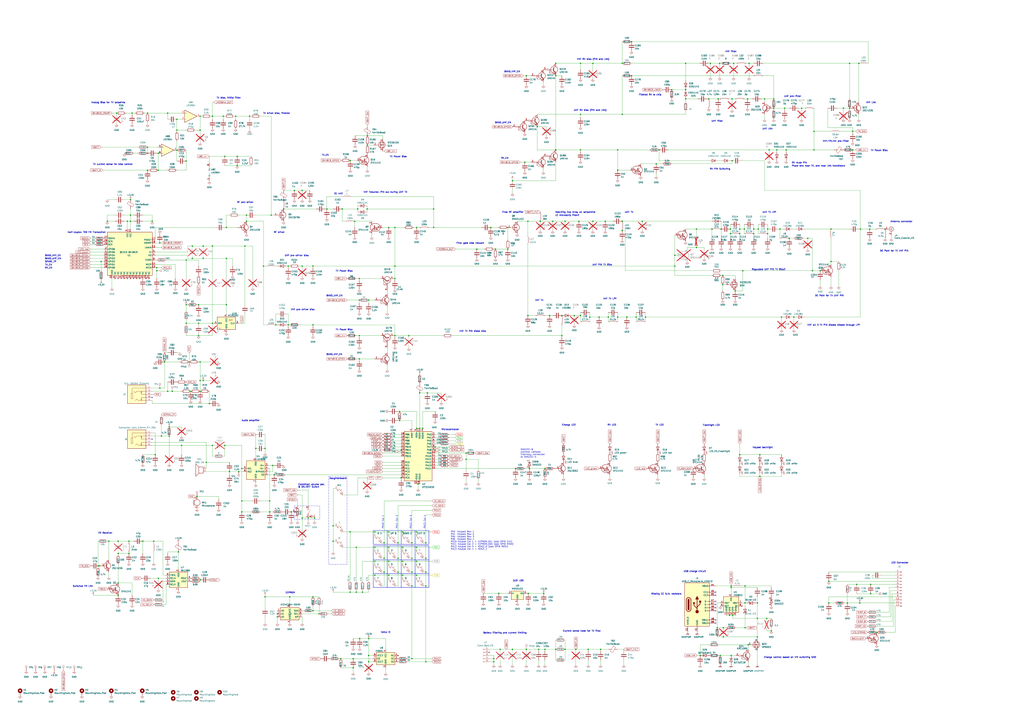
<source format=kicad_sch>
(kicad_sch (version 20230121) (generator eeschema)
  (paper "A1")
  (title_block (title "Quansheng UV-K5 PCB Version 1.4 Reversed Hardware Design") (date "2024-04-21") (rev "0.9") (comment 1 "Review, tidying: ludwich66 (GitHub)") (comment 2 "Reversing: MentalDetector (GitHub) / @philmcallen (Telegram)") (comment 3 "RF Annotation: thomasrussellmurphy (GitHub)"))
  (lib_symbols
    (symbol "+3.3V_1" (power) (pin_numbers hide) (pin_names (offset 0) hide)
      (property "Value" "+3.3V_1" (at 0 3.556 0))
      (symbol "+3.3V_1_1_1"
        (pin power_in line (at 0 0 90) (length 0) hide (name "+3.3V") (number "1"))
      )
    )
    (symbol "+3.3V_10" (power) (pin_numbers hide) (pin_names (offset 0) hide)
      (property "Value" "+3.3V_10" (at 0 3.556 0))
      (symbol "+3.3V_10_1_1"
        (pin power_in line (at 0 0 90) (length 0) hide (name "+3.3V") (number "1"))
      )
    )
    (symbol "+3.3V_11" (power) (pin_numbers hide) (pin_names (offset 0) hide)
      (property "Value" "+3.3V_11" (at 0 3.556 0))
      (symbol "+3.3V_11_1_1"
        (pin power_in line (at 0 0 90) (length 0) hide (name "+3.3V") (number "1"))
      )
    )
    (symbol "+3.3V_12" (power) (pin_numbers hide) (pin_names (offset 0) hide)
      (property "Value" "+3.3V_12" (at 0 3.556 0))
      (symbol "+3.3V_12_1_1"
        (pin power_in line (at 0 0 90) (length 0) hide (name "+3.3V") (number "1"))
      )
    )
    (symbol "+3.3V_13" (power) (pin_numbers hide) (pin_names (offset 0) hide)
      (property "Value" "+3.3V_13" (at 0 3.556 0))
      (symbol "+3.3V_13_1_1"
        (pin power_in line (at 0 0 90) (length 0) hide (name "+3.3V") (number "1"))
      )
    )
    (symbol "+3.3V_14" (power) (pin_numbers hide) (pin_names (offset 0) hide)
      (property "Value" "+3.3V_14" (at 0 3.556 0))
      (symbol "+3.3V_14_1_1"
        (pin power_in line (at 0 0 90) (length 0) hide (name "+3.3V") (number "1"))
      )
    )
    (symbol "+3.3V_15" (power) (pin_numbers hide) (pin_names (offset 0) hide)
      (property "Value" "+3.3V_15" (at 0 3.556 0))
      (symbol "+3.3V_15_1_1"
        (pin power_in line (at 0 0 90) (length 0) hide (name "+3.3V") (number "1"))
      )
    )
    (symbol "+3.3V_2" (power) (pin_numbers hide) (pin_names (offset 0) hide)
      (property "Value" "+3.3V_2" (at 0 3.556 0))
      (symbol "+3.3V_2_1_1"
        (pin power_in line (at 0 0 90) (length 0) hide (name "+3.3V") (number "1"))
      )
    )
    (symbol "+3.3V_3" (power) (pin_numbers hide) (pin_names (offset 0) hide)
      (property "Value" "+3.3V_3" (at 0 3.556 0))
      (symbol "+3.3V_3_1_1"
        (pin power_in line (at 0 0 90) (length 0) hide (name "+3.3V") (number "1"))
      )
    )
    (symbol "+3.3V_4" (power) (pin_numbers hide) (pin_names (offset 0) hide)
      (property "Value" "+3.3V_4" (at 0 3.556 0))
      (symbol "+3.3V_4_1_1"
        (pin power_in line (at 0 0 90) (length 0) hide (name "+3.3V") (number "1"))
      )
    )
    (symbol "+3.3V_5" (power) (pin_numbers hide) (pin_names (offset 0) hide)
      (property "Value" "+3.3V_5" (at 0 3.556 0))
      (symbol "+3.3V_5_1_1"
        (pin power_in line (at 0 0 90) (length 0) hide (name "+3.3V") (number "1"))
      )
    )
    (symbol "+3.3V_6" (power) (pin_numbers hide) (pin_names (offset 0) hide)
      (property "Value" "+3.3V_6" (at 0 3.556 0))
      (symbol "+3.3V_6_1_1"
        (pin power_in line (at 0 0 90) (length 0) hide (name "+3.3V") (number "1"))
      )
    )
    (symbol "+3.3V_7" (power) (pin_numbers hide) (pin_names (offset 0) hide)
      (property "Value" "+3.3V_7" (at 0 3.556 0))
      (symbol "+3.3V_7_1_1"
        (pin power_in line (at 0 0 90) (length 0) hide (name "+3.3V") (number "1"))
      )
    )
    (symbol "+3.3V_8" (power) (pin_numbers hide) (pin_names (offset 0) hide)
      (property "Value" "+3.3V_8" (at 0 3.556 0))
      (symbol "+3.3V_8_1_1"
        (pin power_in line (at 0 0 90) (length 0) hide (name "+3.3V") (number "1"))
      )
    )
    (symbol "+3.3V_9" (power) (pin_numbers hide) (pin_names (offset 0) hide)
      (property "Value" "+3.3V_9" (at 0 3.556 0))
      (symbol "+3.3V_9_1_1"
        (pin power_in line (at 0 0 90) (length 0) hide (name "+3.3V") (number "1"))
      )
    )
    (symbol "Connector:TestPoint" (pin_numbers hide) (pin_names (offset 0.762) hide)
      (property "Reference" "TP" (at 0 6.858 0))
      (property "Value" "TestPoint" (at 0 5.08 0))
      (symbol "TestPoint_1_1"
        (pin passive line (at 0 0 90) (length 2.54) (name "1") (number "1"))
      )
    )
    (symbol "Connector:USB_C_Receptacle_USB2.0" (pin_names (offset 1.016))
      (property "Reference" "J" (at -10.16 19.05 0))
      (property "Value" "USB_C_Receptacle_USB2.0" (at 19.05 19.05 0))
      (symbol "USB_C_Receptacle_USB2.0_1_1"
        (pin passive line (at 0 -22.86 90) (length 5.08) (name "GND") (number "A1"))
        (pin passive line (at 0 -22.86 90) (length 5.08) hide (name "GND") (number "A12"))
        (pin passive line (at 15.24 15.24 180) (length 5.08) (name "VBUS") (number "A4"))
        (pin bidirectional line (at 15.24 10.16 180) (length 5.08) (name "CC1") (number "A5"))
        (pin bidirectional line (at 15.24 -2.54 180) (length 5.08) (name "D+") (number "A6"))
        (pin bidirectional line (at 15.24 2.54 180) (length 5.08) (name "D-") (number "A7"))
        (pin bidirectional line (at 15.24 -12.7 180) (length 5.08) (name "SBU1") (number "A8"))
        (pin passive line (at 15.24 15.24 180) (length 5.08) hide (name "VBUS") (number "A9"))
        (pin passive line (at 0 -22.86 90) (length 5.08) hide (name "GND") (number "B1"))
        (pin passive line (at 0 -22.86 90) (length 5.08) hide (name "GND") (number "B12"))
        (pin passive line (at 15.24 15.24 180) (length 5.08) hide (name "VBUS") (number "B4"))
        (pin bidirectional line (at 15.24 7.62 180) (length 5.08) (name "CC2") (number "B5"))
        (pin bidirectional line (at 15.24 -5.08 180) (length 5.08) (name "D+") (number "B6"))
        (pin bidirectional line (at 15.24 0 180) (length 5.08) (name "D-") (number "B7"))
        (pin bidirectional line (at 15.24 -15.24 180) (length 5.08) (name "SBU2") (number "B8"))
        (pin passive line (at 15.24 15.24 180) (length 5.08) hide (name "VBUS") (number "B9"))
        (pin passive line (at -7.62 -22.86 90) (length 5.08) (name "SHIELD") (number "S1"))
      )
    )
    (symbol "Device:C" (pin_numbers hide) (pin_names (offset 0.254))
      (property "Reference" "C" (at 0.635 2.54 0))
      (property "Value" "C" (at 0.635 -2.54 0))
      (symbol "C_1_1"
        (pin passive line (at 0 3.81 270) (length 2.794) (name "~") (number "1"))
        (pin passive line (at 0 -3.81 90) (length 2.794) (name "~") (number "2"))
      )
    )
    (symbol "Device:C_Polarized" (pin_numbers hide) (pin_names (offset 0.254))
      (property "Reference" "C" (at 0.635 2.54 0))
      (property "Value" "C_Polarized" (at 0.635 -2.54 0))
      (symbol "C_Polarized_1_1"
        (pin passive line (at 0 3.81 270) (length 2.794) (name "~") (number "1"))
        (pin passive line (at 0 -3.81 90) (length 2.794) (name "~") (number "2"))
      )
    )
    (symbol "Device:FerriteBead" (pin_numbers hide) (pin_names (offset 0))
      (property "Reference" "FB" (at -3.81 0.635 90))
      (property "Value" "FerriteBead" (at 3.81 0 90))
      (symbol "FerriteBead_1_1"
        (pin passive line (at 0 3.81 270) (length 2.54) (name "~") (number "1"))
        (pin passive line (at 0 -3.81 90) (length 2.54) (name "~") (number "2"))
      )
    )
    (symbol "Device:L" (pin_numbers hide) (pin_names (offset 1.016) hide)
      (property "Reference" "L" (at -1.27 0 90))
      (property "Value" "L" (at 1.905 0 90))
      (symbol "L_1_1"
        (pin passive line (at 0 3.81 270) (length 1.27) (name "1") (number "1"))
        (pin passive line (at 0 -3.81 90) (length 1.27) (name "2") (number "2"))
      )
    )
    (symbol "Device:LED" (pin_numbers hide) (pin_names (offset 1.016) hide)
      (property "Reference" "D" (at 0 2.54 0))
      (property "Value" "LED" (at 0 -2.54 0))
      (symbol "LED_1_1"
        (pin passive line (at -3.81 0 0) (length 2.54) (name "K") (number "1"))
        (pin passive line (at 3.81 0 180) (length 2.54) (name "A") (number "2"))
      )
    )
    (symbol "Device:R" (pin_numbers hide) (pin_names (offset 0))
      (property "Reference" "R" (at 2.032 0 90))
      (property "Value" "R" (at 0 0 90))
      (symbol "R_1_1"
        (pin passive line (at 0 3.81 270) (length 1.27) (name "~") (number "1"))
        (pin passive line (at 0 -3.81 90) (length 1.27) (name "~") (number "2"))
      )
    )
    (symbol "Device:Speaker" (pin_names (offset 0) hide)
      (property "Reference" "LS" (at 1.27 5.715 0))
      (property "Value" "Speaker" (at 1.27 3.81 0))
      (symbol "Speaker_1_1"
        (pin input line (at -5.08 0 0) (length 2.54) (name "1") (number "1"))
        (pin input line (at -5.08 -2.54 0) (length 2.54) (name "2") (number "2"))
      )
    )
    (symbol "Diode:B140-E3" (pin_numbers hide) (pin_names hide)
      (property "Reference" "D" (at 0 2.54 0))
      (property "Value" "B140-E3" (at 0 -2.54 0))
      (symbol "B140-E3_1_1"
        (pin passive line (at -3.81 0 0) (length 2.54) (name "K") (number "1"))
        (pin passive line (at 3.81 0 180) (length 2.54) (name "A") (number "2"))
      )
    )
    (symbol "Diode:BZT52Bxx" (pin_numbers hide) (pin_names hide)
      (property "Reference" "D" (at 0 2.54 0))
      (property "Value" "BZT52Bxx" (at 0 -2.54 0))
      (symbol "BZT52Bxx_1_1"
        (pin passive line (at -3.81 0 0) (length 2.54) (name "K") (number "1"))
        (pin passive line (at 3.81 0 180) (length 2.54) (name "A") (number "2"))
      )
    )
    (symbol "GNDPWR_1" (power) (pin_numbers hide) (pin_names (offset 0) hide)
      (property "Value" "GNDPWR_1" (at 0 -3.302 0))
      (symbol "GNDPWR_1_1_1"
        (pin power_in line (at 0 0 270) (length 0) hide (name "GNDPWR") (number "1"))
      )
    )
    (symbol "GNDPWR_2" (power) (pin_numbers hide) (pin_names (offset 0) hide)
      (property "Value" "GNDPWR_2" (at 0 -3.302 0))
      (symbol "GNDPWR_2_1_1"
        (pin power_in line (at 0 0 270) (length 0) hide (name "GNDPWR") (number "1"))
      )
    )
    (symbol "GNDPWR_3" (power) (pin_numbers hide) (pin_names (offset 0) hide)
      (property "Value" "GNDPWR_3" (at 0 -3.302 0))
      (symbol "GNDPWR_3_1_1"
        (pin power_in line (at 0 0 270) (length 0) hide (name "GNDPWR") (number "1"))
      )
    )
    (symbol "GNDPWR_4" (power) (pin_numbers hide) (pin_names (offset 0) hide)
      (property "Value" "GNDPWR_4" (at 0 -3.302 0))
      (symbol "GNDPWR_4_1_1"
        (pin power_in line (at 0 0 270) (length 0) hide (name "GNDPWR") (number "1"))
      )
    )
    (symbol "GNDPWR_5" (power) (pin_numbers hide) (pin_names (offset 0) hide)
      (property "Value" "GNDPWR_5" (at 0 -3.302 0))
      (symbol "GNDPWR_5_1_1"
        (pin power_in line (at 0 0 270) (length 0) hide (name "GNDPWR") (number "1"))
      )
    )
    (symbol "GND_1" (power) (pin_numbers hide) (pin_names (offset 0) hide)
      (property "Value" "GND_1" (at 0 -3.81 0))
      (symbol "GND_1_1_1"
        (pin power_in line (at 0 0 270) (length 0) hide (name "GND") (number "1"))
      )
    )
    (symbol "GND_10" (power) (pin_numbers hide) (pin_names (offset 0) hide)
      (property "Value" "GND_10" (at 0 -3.81 0))
      (symbol "GND_10_1_1"
        (pin power_in line (at 0 0 270) (length 0) hide (name "GND") (number "1"))
      )
    )
    (symbol "GND_100" (power) (pin_numbers hide) (pin_names (offset 0) hide)
      (property "Value" "GND_100" (at 0 -3.81 0))
      (symbol "GND_100_1_1"
        (pin power_in line (at 0 0 270) (length 0) hide (name "GND") (number "1"))
      )
    )
    (symbol "GND_101" (power) (pin_numbers hide) (pin_names (offset 0) hide)
      (property "Value" "GND_101" (at 0 -3.81 0))
      (symbol "GND_101_1_1"
        (pin power_in line (at 0 0 270) (length 0) hide (name "GND") (number "1"))
      )
    )
    (symbol "GND_102" (power) (pin_numbers hide) (pin_names (offset 0) hide)
      (property "Value" "GND_102" (at 0 -3.81 0))
      (symbol "GND_102_1_1"
        (pin power_in line (at 0 0 270) (length 0) hide (name "GND") (number "1"))
      )
    )
    (symbol "GND_103" (power) (pin_numbers hide) (pin_names (offset 0) hide)
      (property "Value" "GND_103" (at 0 -3.81 0))
      (symbol "GND_103_1_1"
        (pin power_in line (at 0 0 270) (length 0) hide (name "GND") (number "1"))
      )
    )
    (symbol "GND_104" (power) (pin_numbers hide) (pin_names (offset 0) hide)
      (property "Value" "GND_104" (at 0 -3.81 0))
      (symbol "GND_104_1_1"
        (pin power_in line (at 0 0 270) (length 0) hide (name "GND") (number "1"))
      )
    )
    (symbol "GND_105" (power) (pin_numbers hide) (pin_names (offset 0) hide)
      (property "Value" "GND_105" (at 0 -3.81 0))
      (symbol "GND_105_1_1"
        (pin power_in line (at 0 0 270) (length 0) hide (name "GND") (number "1"))
      )
    )
    (symbol "GND_106" (power) (pin_numbers hide) (pin_names (offset 0) hide)
      (property "Value" "GND_106" (at 0 -3.81 0))
      (symbol "GND_106_1_1"
        (pin power_in line (at 0 0 270) (length 0) hide (name "GND") (number "1"))
      )
    )
    (symbol "GND_107" (power) (pin_numbers hide) (pin_names (offset 0) hide)
      (property "Value" "GND_107" (at 0 -3.81 0))
      (symbol "GND_107_1_1"
        (pin power_in line (at 0 0 270) (length 0) hide (name "GND") (number "1"))
      )
    )
    (symbol "GND_108" (power) (pin_numbers hide) (pin_names (offset 0) hide)
      (property "Value" "GND_108" (at 0 -3.81 0))
      (symbol "GND_108_1_1"
        (pin power_in line (at 0 0 270) (length 0) hide (name "GND") (number "1"))
      )
    )
    (symbol "GND_109" (power) (pin_numbers hide) (pin_names (offset 0) hide)
      (property "Value" "GND_109" (at 0 -3.81 0))
      (symbol "GND_109_1_1"
        (pin power_in line (at 0 0 270) (length 0) hide (name "GND") (number "1"))
      )
    )
    (symbol "GND_11" (power) (pin_numbers hide) (pin_names (offset 0) hide)
      (property "Value" "GND_11" (at 0 -3.81 0))
      (symbol "GND_11_1_1"
        (pin power_in line (at 0 0 270) (length 0) hide (name "GND") (number "1"))
      )
    )
    (symbol "GND_110" (power) (pin_numbers hide) (pin_names (offset 0) hide)
      (property "Value" "GND_110" (at 0 -3.81 0))
      (symbol "GND_110_1_1"
        (pin power_in line (at 0 0 270) (length 0) hide (name "GND") (number "1"))
      )
    )
    (symbol "GND_111" (power) (pin_numbers hide) (pin_names (offset 0) hide)
      (property "Value" "GND_111" (at 0 -3.81 0))
      (symbol "GND_111_1_1"
        (pin power_in line (at 0 0 270) (length 0) hide (name "GND") (number "1"))
      )
    )
    (symbol "GND_112" (power) (pin_numbers hide) (pin_names (offset 0) hide)
      (property "Value" "GND_112" (at 0 -3.81 0))
      (symbol "GND_112_1_1"
        (pin power_in line (at 0 0 270) (length 0) hide (name "GND") (number "1"))
      )
    )
    (symbol "GND_113" (power) (pin_numbers hide) (pin_names (offset 0) hide)
      (property "Value" "GND_113" (at 0 -3.81 0))
      (symbol "GND_113_1_1"
        (pin power_in line (at 0 0 270) (length 0) hide (name "GND") (number "1"))
      )
    )
    (symbol "GND_114" (power) (pin_numbers hide) (pin_names (offset 0) hide)
      (property "Value" "GND_114" (at 0 -3.81 0))
      (symbol "GND_114_1_1"
        (pin power_in line (at 0 0 270) (length 0) hide (name "GND") (number "1"))
      )
    )
    (symbol "GND_115" (power) (pin_numbers hide) (pin_names (offset 0) hide)
      (property "Value" "GND_115" (at 0 -3.81 0))
      (symbol "GND_115_1_1"
        (pin power_in line (at 0 0 270) (length 0) hide (name "GND") (number "1"))
      )
    )
    (symbol "GND_116" (power) (pin_numbers hide) (pin_names (offset 0) hide)
      (property "Value" "GND_116" (at 0 -3.81 0))
      (symbol "GND_116_1_1"
        (pin power_in line (at 0 0 270) (length 0) hide (name "GND") (number "1"))
      )
    )
    (symbol "GND_117" (power) (pin_numbers hide) (pin_names (offset 0) hide)
      (property "Value" "GND_117" (at 0 -3.81 0))
      (symbol "GND_117_1_1"
        (pin power_in line (at 0 0 270) (length 0) hide (name "GND") (number "1"))
      )
    )
    (symbol "GND_118" (power) (pin_numbers hide) (pin_names (offset 0) hide)
      (property "Value" "GND_118" (at 0 -3.81 0))
      (symbol "GND_118_1_1"
        (pin power_in line (at 0 0 270) (length 0) hide (name "GND") (number "1"))
      )
    )
    (symbol "GND_119" (power) (pin_numbers hide) (pin_names (offset 0) hide)
      (property "Value" "GND_119" (at 0 -3.81 0))
      (symbol "GND_119_1_1"
        (pin power_in line (at 0 0 270) (length 0) hide (name "GND") (number "1"))
      )
    )
    (symbol "GND_12" (power) (pin_numbers hide) (pin_names (offset 0) hide)
      (property "Value" "GND_12" (at 0 -3.81 0))
      (symbol "GND_12_1_1"
        (pin power_in line (at 0 0 270) (length 0) hide (name "GND") (number "1"))
      )
    )
    (symbol "GND_120" (power) (pin_numbers hide) (pin_names (offset 0) hide)
      (property "Value" "GND_120" (at 0 -3.81 0))
      (symbol "GND_120_1_1"
        (pin power_in line (at 0 0 270) (length 0) hide (name "GND") (number "1"))
      )
    )
    (symbol "GND_121" (power) (pin_numbers hide) (pin_names (offset 0) hide)
      (property "Value" "GND_121" (at 0 -3.81 0))
      (symbol "GND_121_1_1"
        (pin power_in line (at 0 0 270) (length 0) hide (name "GND") (number "1"))
      )
    )
    (symbol "GND_122" (power) (pin_numbers hide) (pin_names (offset 0) hide)
      (property "Value" "GND_122" (at 0 -3.81 0))
      (symbol "GND_122_1_1"
        (pin power_in line (at 0 0 270) (length 0) hide (name "GND") (number "1"))
      )
    )
    (symbol "GND_123" (power) (pin_numbers hide) (pin_names (offset 0) hide)
      (property "Value" "GND_123" (at 0 -3.81 0))
      (symbol "GND_123_1_1"
        (pin power_in line (at 0 0 270) (length 0) hide (name "GND") (number "1"))
      )
    )
    (symbol "GND_124" (power) (pin_numbers hide) (pin_names (offset 0) hide)
      (property "Value" "GND_124" (at 0 -3.81 0))
      (symbol "GND_124_1_1"
        (pin power_in line (at 0 0 270) (length 0) hide (name "GND") (number "1"))
      )
    )
    (symbol "GND_125" (power) (pin_numbers hide) (pin_names (offset 0) hide)
      (property "Value" "GND_125" (at 0 -3.81 0))
      (symbol "GND_125_1_1"
        (pin power_in line (at 0 0 270) (length 0) hide (name "GND") (number "1"))
      )
    )
    (symbol "GND_126" (power) (pin_numbers hide) (pin_names (offset 0) hide)
      (property "Value" "GND_126" (at 0 -3.81 0))
      (symbol "GND_126_1_1"
        (pin power_in line (at 0 0 270) (length 0) hide (name "GND") (number "1"))
      )
    )
    (symbol "GND_127" (power) (pin_numbers hide) (pin_names (offset 0) hide)
      (property "Value" "GND_127" (at 0 -3.81 0))
      (symbol "GND_127_1_1"
        (pin power_in line (at 0 0 270) (length 0) hide (name "GND") (number "1"))
      )
    )
    (symbol "GND_128" (power) (pin_numbers hide) (pin_names (offset 0) hide)
      (property "Value" "GND_128" (at 0 -3.81 0))
      (symbol "GND_128_1_1"
        (pin power_in line (at 0 0 270) (length 0) hide (name "GND") (number "1"))
      )
    )
    (symbol "GND_129" (power) (pin_numbers hide) (pin_names (offset 0) hide)
      (property "Value" "GND_129" (at 0 -3.81 0))
      (symbol "GND_129_1_1"
        (pin power_in line (at 0 0 270) (length 0) hide (name "GND") (number "1"))
      )
    )
    (symbol "GND_13" (power) (pin_numbers hide) (pin_names (offset 0) hide)
      (property "Value" "GND_13" (at 0 -3.81 0))
      (symbol "GND_13_1_1"
        (pin power_in line (at 0 0 270) (length 0) hide (name "GND") (number "1"))
      )
    )
    (symbol "GND_130" (power) (pin_numbers hide) (pin_names (offset 0) hide)
      (property "Value" "GND_130" (at 0 -3.81 0))
      (symbol "GND_130_1_1"
        (pin power_in line (at 0 0 270) (length 0) hide (name "GND") (number "1"))
      )
    )
    (symbol "GND_131" (power) (pin_numbers hide) (pin_names (offset 0) hide)
      (property "Value" "GND_131" (at 0 -3.81 0))
      (symbol "GND_131_1_1"
        (pin power_in line (at 0 0 270) (length 0) hide (name "GND") (number "1"))
      )
    )
    (symbol "GND_132" (power) (pin_numbers hide) (pin_names (offset 0) hide)
      (property "Value" "GND_132" (at 0 -3.81 0))
      (symbol "GND_132_1_1"
        (pin power_in line (at 0 0 270) (length 0) hide (name "GND") (number "1"))
      )
    )
    (symbol "GND_133" (power) (pin_numbers hide) (pin_names (offset 0) hide)
      (property "Value" "GND_133" (at 0 -3.81 0))
      (symbol "GND_133_1_1"
        (pin power_in line (at 0 0 270) (length 0) hide (name "GND") (number "1"))
      )
    )
    (symbol "GND_134" (power) (pin_numbers hide) (pin_names (offset 0) hide)
      (property "Value" "GND_134" (at 0 -3.81 0))
      (symbol "GND_134_1_1"
        (pin power_in line (at 0 0 270) (length 0) hide (name "GND") (number "1"))
      )
    )
    (symbol "GND_135" (power) (pin_numbers hide) (pin_names (offset 0) hide)
      (property "Value" "GND_135" (at 0 -3.81 0))
      (symbol "GND_135_1_1"
        (pin power_in line (at 0 0 270) (length 0) hide (name "GND") (number "1"))
      )
    )
    (symbol "GND_136" (power) (pin_numbers hide) (pin_names (offset 0) hide)
      (property "Value" "GND_136" (at 0 -3.81 0))
      (symbol "GND_136_1_1"
        (pin power_in line (at 0 0 270) (length 0) hide (name "GND") (number "1"))
      )
    )
    (symbol "GND_137" (power) (pin_numbers hide) (pin_names (offset 0) hide)
      (property "Value" "GND_137" (at 0 -3.81 0))
      (symbol "GND_137_1_1"
        (pin power_in line (at 0 0 270) (length 0) hide (name "GND") (number "1"))
      )
    )
    (symbol "GND_138" (power) (pin_numbers hide) (pin_names (offset 0) hide)
      (property "Value" "GND_138" (at 0 -3.81 0))
      (symbol "GND_138_1_1"
        (pin power_in line (at 0 0 270) (length 0) hide (name "GND") (number "1"))
      )
    )
    (symbol "GND_139" (power) (pin_numbers hide) (pin_names (offset 0) hide)
      (property "Value" "GND_139" (at 0 -3.81 0))
      (symbol "GND_139_1_1"
        (pin power_in line (at 0 0 270) (length 0) hide (name "GND") (number "1"))
      )
    )
    (symbol "GND_14" (power) (pin_numbers hide) (pin_names (offset 0) hide)
      (property "Value" "GND_14" (at 0 -3.81 0))
      (symbol "GND_14_1_1"
        (pin power_in line (at 0 0 270) (length 0) hide (name "GND") (number "1"))
      )
    )
    (symbol "GND_140" (power) (pin_numbers hide) (pin_names (offset 0) hide)
      (property "Value" "GND_140" (at 0 -3.81 0))
      (symbol "GND_140_1_1"
        (pin power_in line (at 0 0 270) (length 0) hide (name "GND") (number "1"))
      )
    )
    (symbol "GND_141" (power) (pin_numbers hide) (pin_names (offset 0) hide)
      (property "Value" "GND_141" (at 0 -3.81 0))
      (symbol "GND_141_1_1"
        (pin power_in line (at 0 0 270) (length 0) hide (name "GND") (number "1"))
      )
    )
    (symbol "GND_142" (power) (pin_numbers hide) (pin_names (offset 0) hide)
      (property "Value" "GND_142" (at 0 -3.81 0))
      (symbol "GND_142_1_1"
        (pin power_in line (at 0 0 270) (length 0) hide (name "GND") (number "1"))
      )
    )
    (symbol "GND_143" (power) (pin_numbers hide) (pin_names (offset 0) hide)
      (property "Value" "GND_143" (at 0 -3.81 0))
      (symbol "GND_143_1_1"
        (pin power_in line (at 0 0 270) (length 0) hide (name "GND") (number "1"))
      )
    )
    (symbol "GND_144" (power) (pin_numbers hide) (pin_names (offset 0) hide)
      (property "Value" "GND_144" (at 0 -3.81 0))
      (symbol "GND_144_1_1"
        (pin power_in line (at 0 0 270) (length 0) hide (name "GND") (number "1"))
      )
    )
    (symbol "GND_145" (power) (pin_numbers hide) (pin_names (offset 0) hide)
      (property "Value" "GND_145" (at 0 -3.81 0))
      (symbol "GND_145_1_1"
        (pin power_in line (at 0 0 270) (length 0) hide (name "GND") (number "1"))
      )
    )
    (symbol "GND_146" (power) (pin_numbers hide) (pin_names (offset 0) hide)
      (property "Value" "GND_146" (at 0 -3.81 0))
      (symbol "GND_146_1_1"
        (pin power_in line (at 0 0 270) (length 0) hide (name "GND") (number "1"))
      )
    )
    (symbol "GND_147" (power) (pin_numbers hide) (pin_names (offset 0) hide)
      (property "Value" "GND_147" (at 0 -3.81 0))
      (symbol "GND_147_1_1"
        (pin power_in line (at 0 0 270) (length 0) hide (name "GND") (number "1"))
      )
    )
    (symbol "GND_148" (power) (pin_numbers hide) (pin_names (offset 0) hide)
      (property "Value" "GND_148" (at 0 -3.81 0))
      (symbol "GND_148_1_1"
        (pin power_in line (at 0 0 270) (length 0) hide (name "GND") (number "1"))
      )
    )
    (symbol "GND_149" (power) (pin_numbers hide) (pin_names (offset 0) hide)
      (property "Value" "GND_149" (at 0 -3.81 0))
      (symbol "GND_149_1_1"
        (pin power_in line (at 0 0 270) (length 0) hide (name "GND") (number "1"))
      )
    )
    (symbol "GND_15" (power) (pin_numbers hide) (pin_names (offset 0) hide)
      (property "Value" "GND_15" (at 0 -3.81 0))
      (symbol "GND_15_1_1"
        (pin power_in line (at 0 0 270) (length 0) hide (name "GND") (number "1"))
      )
    )
    (symbol "GND_150" (power) (pin_numbers hide) (pin_names (offset 0) hide)
      (property "Value" "GND_150" (at 0 -3.81 0))
      (symbol "GND_150_1_1"
        (pin power_in line (at 0 0 270) (length 0) hide (name "GND") (number "1"))
      )
    )
    (symbol "GND_151" (power) (pin_numbers hide) (pin_names (offset 0) hide)
      (property "Value" "GND_151" (at 0 -3.81 0))
      (symbol "GND_151_1_1"
        (pin power_in line (at 0 0 270) (length 0) hide (name "GND") (number "1"))
      )
    )
    (symbol "GND_152" (power) (pin_numbers hide) (pin_names (offset 0) hide)
      (property "Value" "GND_152" (at 0 -3.81 0))
      (symbol "GND_152_1_1"
        (pin power_in line (at 0 0 270) (length 0) hide (name "GND") (number "1"))
      )
    )
    (symbol "GND_153" (power) (pin_numbers hide) (pin_names (offset 0) hide)
      (property "Value" "GND_153" (at 0 -3.81 0))
      (symbol "GND_153_1_1"
        (pin power_in line (at 0 0 270) (length 0) hide (name "GND") (number "1"))
      )
    )
    (symbol "GND_154" (power) (pin_numbers hide) (pin_names (offset 0) hide)
      (property "Value" "GND_154" (at 0 -3.81 0))
      (symbol "GND_154_1_1"
        (pin power_in line (at 0 0 270) (length 0) hide (name "GND") (number "1"))
      )
    )
    (symbol "GND_155" (power) (pin_numbers hide) (pin_names (offset 0) hide)
      (property "Value" "GND_155" (at 0 -3.81 0))
      (symbol "GND_155_1_1"
        (pin power_in line (at 0 0 270) (length 0) hide (name "GND") (number "1"))
      )
    )
    (symbol "GND_156" (power) (pin_numbers hide) (pin_names (offset 0) hide)
      (property "Value" "GND_156" (at 0 -3.81 0))
      (symbol "GND_156_1_1"
        (pin power_in line (at 0 0 270) (length 0) hide (name "GND") (number "1"))
      )
    )
    (symbol "GND_157" (power) (pin_numbers hide) (pin_names (offset 0) hide)
      (property "Value" "GND_157" (at 0 -3.81 0))
      (symbol "GND_157_1_1"
        (pin power_in line (at 0 0 270) (length 0) hide (name "GND") (number "1"))
      )
    )
    (symbol "GND_158" (power) (pin_numbers hide) (pin_names (offset 0) hide)
      (property "Value" "GND_158" (at 0 -3.81 0))
      (symbol "GND_158_1_1"
        (pin power_in line (at 0 0 270) (length 0) hide (name "GND") (number "1"))
      )
    )
    (symbol "GND_159" (power) (pin_numbers hide) (pin_names (offset 0) hide)
      (property "Value" "GND_159" (at 0 -3.81 0))
      (symbol "GND_159_1_1"
        (pin power_in line (at 0 0 270) (length 0) hide (name "GND") (number "1"))
      )
    )
    (symbol "GND_16" (power) (pin_numbers hide) (pin_names (offset 0) hide)
      (property "Value" "GND_16" (at 0 -3.81 0))
      (symbol "GND_16_1_1"
        (pin power_in line (at 0 0 270) (length 0) hide (name "GND") (number "1"))
      )
    )
    (symbol "GND_160" (power) (pin_numbers hide) (pin_names (offset 0) hide)
      (property "Value" "GND_160" (at 0 -3.81 0))
      (symbol "GND_160_1_1"
        (pin power_in line (at 0 0 270) (length 0) hide (name "GND") (number "1"))
      )
    )
    (symbol "GND_161" (power) (pin_numbers hide) (pin_names (offset 0) hide)
      (property "Value" "GND_161" (at 0 -3.81 0))
      (symbol "GND_161_1_1"
        (pin power_in line (at 0 0 270) (length 0) hide (name "GND") (number "1"))
      )
    )
    (symbol "GND_162" (power) (pin_numbers hide) (pin_names (offset 0) hide)
      (property "Value" "GND_162" (at 0 -3.81 0))
      (symbol "GND_162_1_1"
        (pin power_in line (at 0 0 270) (length 0) hide (name "GND") (number "1"))
      )
    )
    (symbol "GND_163" (power) (pin_numbers hide) (pin_names (offset 0) hide)
      (property "Value" "GND_163" (at 0 -3.81 0))
      (symbol "GND_163_1_1"
        (pin power_in line (at 0 0 270) (length 0) hide (name "GND") (number "1"))
      )
    )
    (symbol "GND_164" (power) (pin_numbers hide) (pin_names (offset 0) hide)
      (property "Value" "GND_164" (at 0 -3.81 0))
      (symbol "GND_164_1_1"
        (pin power_in line (at 0 0 270) (length 0) hide (name "GND") (number "1"))
      )
    )
    (symbol "GND_165" (power) (pin_numbers hide) (pin_names (offset 0) hide)
      (property "Value" "GND_165" (at 0 -3.81 0))
      (symbol "GND_165_1_1"
        (pin power_in line (at 0 0 270) (length 0) hide (name "GND") (number "1"))
      )
    )
    (symbol "GND_166" (power) (pin_numbers hide) (pin_names (offset 0) hide)
      (property "Value" "GND_166" (at 0 -3.81 0))
      (symbol "GND_166_1_1"
        (pin power_in line (at 0 0 270) (length 0) hide (name "GND") (number "1"))
      )
    )
    (symbol "GND_167" (power) (pin_numbers hide) (pin_names (offset 0) hide)
      (property "Value" "GND_167" (at 0 -3.81 0))
      (symbol "GND_167_1_1"
        (pin power_in line (at 0 0 270) (length 0) hide (name "GND") (number "1"))
      )
    )
    (symbol "GND_168" (power) (pin_numbers hide) (pin_names (offset 0) hide)
      (property "Value" "GND_168" (at 0 -3.81 0))
      (symbol "GND_168_1_1"
        (pin power_in line (at 0 0 270) (length 0) hide (name "GND") (number "1"))
      )
    )
    (symbol "GND_169" (power) (pin_numbers hide) (pin_names (offset 0) hide)
      (property "Value" "GND_169" (at 0 -3.81 0))
      (symbol "GND_169_1_1"
        (pin power_in line (at 0 0 270) (length 0) hide (name "GND") (number "1"))
      )
    )
    (symbol "GND_17" (power) (pin_numbers hide) (pin_names (offset 0) hide)
      (property "Value" "GND_17" (at 0 -3.81 0))
      (symbol "GND_17_1_1"
        (pin power_in line (at 0 0 270) (length 0) hide (name "GND") (number "1"))
      )
    )
    (symbol "GND_170" (power) (pin_numbers hide) (pin_names (offset 0) hide)
      (property "Value" "GND_170" (at 0 -3.81 0))
      (symbol "GND_170_1_1"
        (pin power_in line (at 0 0 270) (length 0) hide (name "GND") (number "1"))
      )
    )
    (symbol "GND_171" (power) (pin_numbers hide) (pin_names (offset 0) hide)
      (property "Value" "GND_171" (at 0 -3.81 0))
      (symbol "GND_171_1_1"
        (pin power_in line (at 0 0 270) (length 0) hide (name "GND") (number "1"))
      )
    )
    (symbol "GND_172" (power) (pin_numbers hide) (pin_names (offset 0) hide)
      (property "Value" "GND_172" (at 0 -3.81 0))
      (symbol "GND_172_1_1"
        (pin power_in line (at 0 0 270) (length 0) hide (name "GND") (number "1"))
      )
    )
    (symbol "GND_173" (power) (pin_numbers hide) (pin_names (offset 0) hide)
      (property "Value" "GND_173" (at 0 -3.81 0))
      (symbol "GND_173_1_1"
        (pin power_in line (at 0 0 270) (length 0) hide (name "GND") (number "1"))
      )
    )
    (symbol "GND_174" (power) (pin_numbers hide) (pin_names (offset 0) hide)
      (property "Value" "GND_174" (at 0 -3.81 0))
      (symbol "GND_174_1_1"
        (pin power_in line (at 0 0 270) (length 0) hide (name "GND") (number "1"))
      )
    )
    (symbol "GND_175" (power) (pin_numbers hide) (pin_names (offset 0) hide)
      (property "Value" "GND_175" (at 0 -3.81 0))
      (symbol "GND_175_1_1"
        (pin power_in line (at 0 0 270) (length 0) hide (name "GND") (number "1"))
      )
    )
    (symbol "GND_176" (power) (pin_numbers hide) (pin_names (offset 0) hide)
      (property "Value" "GND_176" (at 0 -3.81 0))
      (symbol "GND_176_1_1"
        (pin power_in line (at 0 0 270) (length 0) hide (name "GND") (number "1"))
      )
    )
    (symbol "GND_177" (power) (pin_numbers hide) (pin_names (offset 0) hide)
      (property "Value" "GND_177" (at 0 -3.81 0))
      (symbol "GND_177_1_1"
        (pin power_in line (at 0 0 270) (length 0) hide (name "GND") (number "1"))
      )
    )
    (symbol "GND_178" (power) (pin_numbers hide) (pin_names (offset 0) hide)
      (property "Value" "GND_178" (at 0 -3.81 0))
      (symbol "GND_178_1_1"
        (pin power_in line (at 0 0 270) (length 0) hide (name "GND") (number "1"))
      )
    )
    (symbol "GND_179" (power) (pin_numbers hide) (pin_names (offset 0) hide)
      (property "Value" "GND_179" (at 0 -3.81 0))
      (symbol "GND_179_1_1"
        (pin power_in line (at 0 0 270) (length 0) hide (name "GND") (number "1"))
      )
    )
    (symbol "GND_18" (power) (pin_numbers hide) (pin_names (offset 0) hide)
      (property "Value" "GND_18" (at 0 -3.81 0))
      (symbol "GND_18_1_1"
        (pin power_in line (at 0 0 270) (length 0) hide (name "GND") (number "1"))
      )
    )
    (symbol "GND_180" (power) (pin_numbers hide) (pin_names (offset 0) hide)
      (property "Value" "GND_180" (at 0 -3.81 0))
      (symbol "GND_180_1_1"
        (pin power_in line (at 0 0 270) (length 0) hide (name "GND") (number "1"))
      )
    )
    (symbol "GND_181" (power) (pin_numbers hide) (pin_names (offset 0) hide)
      (property "Value" "GND_181" (at 0 -3.81 0))
      (symbol "GND_181_1_1"
        (pin power_in line (at 0 0 270) (length 0) hide (name "GND") (number "1"))
      )
    )
    (symbol "GND_182" (power) (pin_numbers hide) (pin_names (offset 0) hide)
      (property "Value" "GND_182" (at 0 -3.81 0))
      (symbol "GND_182_1_1"
        (pin power_in line (at 0 0 270) (length 0) hide (name "GND") (number "1"))
      )
    )
    (symbol "GND_183" (power) (pin_numbers hide) (pin_names (offset 0) hide)
      (property "Value" "GND_183" (at 0 -3.81 0))
      (symbol "GND_183_1_1"
        (pin power_in line (at 0 0 270) (length 0) hide (name "GND") (number "1"))
      )
    )
    (symbol "GND_184" (power) (pin_numbers hide) (pin_names (offset 0) hide)
      (property "Value" "GND_184" (at 0 -3.81 0))
      (symbol "GND_184_1_1"
        (pin power_in line (at 0 0 270) (length 0) hide (name "GND") (number "1"))
      )
    )
    (symbol "GND_185" (power) (pin_numbers hide) (pin_names (offset 0) hide)
      (property "Value" "GND_185" (at 0 -3.81 0))
      (symbol "GND_185_1_1"
        (pin power_in line (at 0 0 270) (length 0) hide (name "GND") (number "1"))
      )
    )
    (symbol "GND_186" (power) (pin_numbers hide) (pin_names (offset 0) hide)
      (property "Value" "GND_186" (at 0 -3.81 0))
      (symbol "GND_186_1_1"
        (pin power_in line (at 0 0 270) (length 0) hide (name "GND") (number "1"))
      )
    )
    (symbol "GND_187" (power) (pin_numbers hide) (pin_names (offset 0) hide)
      (property "Value" "GND_187" (at 0 -3.81 0))
      (symbol "GND_187_1_1"
        (pin power_in line (at 0 0 270) (length 0) hide (name "GND") (number "1"))
      )
    )
    (symbol "GND_188" (power) (pin_numbers hide) (pin_names (offset 0) hide)
      (property "Value" "GND_188" (at 0 -3.81 0))
      (symbol "GND_188_1_1"
        (pin power_in line (at 0 0 270) (length 0) hide (name "GND") (number "1"))
      )
    )
    (symbol "GND_189" (power) (pin_numbers hide) (pin_names (offset 0) hide)
      (property "Value" "GND_189" (at 0 -3.81 0))
      (symbol "GND_189_1_1"
        (pin power_in line (at 0 0 270) (length 0) hide (name "GND") (number "1"))
      )
    )
    (symbol "GND_19" (power) (pin_numbers hide) (pin_names (offset 0) hide)
      (property "Value" "GND_19" (at 0 -3.81 0))
      (symbol "GND_19_1_1"
        (pin power_in line (at 0 0 270) (length 0) hide (name "GND") (number "1"))
      )
    )
    (symbol "GND_190" (power) (pin_numbers hide) (pin_names (offset 0) hide)
      (property "Value" "GND_190" (at 0 -3.81 0))
      (symbol "GND_190_1_1"
        (pin power_in line (at 0 0 270) (length 0) hide (name "GND") (number "1"))
      )
    )
    (symbol "GND_191" (power) (pin_numbers hide) (pin_names (offset 0) hide)
      (property "Value" "GND_191" (at 0 -3.81 0))
      (symbol "GND_191_1_1"
        (pin power_in line (at 0 0 270) (length 0) hide (name "GND") (number "1"))
      )
    )
    (symbol "GND_192" (power) (pin_numbers hide) (pin_names (offset 0) hide)
      (property "Value" "GND_192" (at 0 -3.81 0))
      (symbol "GND_192_1_1"
        (pin power_in line (at 0 0 270) (length 0) hide (name "GND") (number "1"))
      )
    )
    (symbol "GND_193" (power) (pin_numbers hide) (pin_names (offset 0) hide)
      (property "Value" "GND_193" (at 0 -3.81 0))
      (symbol "GND_193_1_1"
        (pin power_in line (at 0 0 270) (length 0) hide (name "GND") (number "1"))
      )
    )
    (symbol "GND_194" (power) (pin_numbers hide) (pin_names (offset 0) hide)
      (property "Value" "GND_194" (at 0 -3.81 0))
      (symbol "GND_194_1_1"
        (pin power_in line (at 0 0 270) (length 0) hide (name "GND") (number "1"))
      )
    )
    (symbol "GND_195" (power) (pin_numbers hide) (pin_names (offset 0) hide)
      (property "Value" "GND_195" (at 0 -3.81 0))
      (symbol "GND_195_1_1"
        (pin power_in line (at 0 0 270) (length 0) hide (name "GND") (number "1"))
      )
    )
    (symbol "GND_196" (power) (pin_numbers hide) (pin_names (offset 0) hide)
      (property "Value" "GND_196" (at 0 -3.81 0))
      (symbol "GND_196_1_1"
        (pin power_in line (at 0 0 270) (length 0) hide (name "GND") (number "1"))
      )
    )
    (symbol "GND_197" (power) (pin_numbers hide) (pin_names (offset 0) hide)
      (property "Value" "GND_197" (at 0 -3.81 0))
      (symbol "GND_197_1_1"
        (pin power_in line (at 0 0 270) (length 0) hide (name "GND") (number "1"))
      )
    )
    (symbol "GND_198" (power) (pin_numbers hide) (pin_names (offset 0) hide)
      (property "Value" "GND_198" (at 0 -3.81 0))
      (symbol "GND_198_1_1"
        (pin power_in line (at 0 0 270) (length 0) hide (name "GND") (number "1"))
      )
    )
    (symbol "GND_199" (power) (pin_numbers hide) (pin_names (offset 0) hide)
      (property "Value" "GND_199" (at 0 -3.81 0))
      (symbol "GND_199_1_1"
        (pin power_in line (at 0 0 270) (length 0) hide (name "GND") (number "1"))
      )
    )
    (symbol "GND_2" (power) (pin_numbers hide) (pin_names (offset 0) hide)
      (property "Value" "GND_2" (at 0 -3.81 0))
      (symbol "GND_2_1_1"
        (pin power_in line (at 0 0 270) (length 0) hide (name "GND") (number "1"))
      )
    )
    (symbol "GND_20" (power) (pin_numbers hide) (pin_names (offset 0) hide)
      (property "Value" "GND_20" (at 0 -3.81 0))
      (symbol "GND_20_1_1"
        (pin power_in line (at 0 0 270) (length 0) hide (name "GND") (number "1"))
      )
    )
    (symbol "GND_200" (power) (pin_numbers hide) (pin_names (offset 0) hide)
      (property "Value" "GND_200" (at 0 -3.81 0))
      (symbol "GND_200_1_1"
        (pin power_in line (at 0 0 270) (length 0) hide (name "GND") (number "1"))
      )
    )
    (symbol "GND_201" (power) (pin_numbers hide) (pin_names (offset 0) hide)
      (property "Value" "GND_201" (at 0 -3.81 0))
      (symbol "GND_201_1_1"
        (pin power_in line (at 0 0 270) (length 0) hide (name "GND") (number "1"))
      )
    )
    (symbol "GND_202" (power) (pin_numbers hide) (pin_names (offset 0) hide)
      (property "Value" "GND_202" (at 0 -3.81 0))
      (symbol "GND_202_1_1"
        (pin power_in line (at 0 0 270) (length 0) hide (name "GND") (number "1"))
      )
    )
    (symbol "GND_203" (power) (pin_numbers hide) (pin_names (offset 0) hide)
      (property "Value" "GND_203" (at 0 -3.81 0))
      (symbol "GND_203_1_1"
        (pin power_in line (at 0 0 270) (length 0) hide (name "GND") (number "1"))
      )
    )
    (symbol "GND_204" (power) (pin_numbers hide) (pin_names (offset 0) hide)
      (property "Value" "GND_204" (at 0 -3.81 0))
      (symbol "GND_204_1_1"
        (pin power_in line (at 0 0 270) (length 0) hide (name "GND") (number "1"))
      )
    )
    (symbol "GND_205" (power) (pin_numbers hide) (pin_names (offset 0) hide)
      (property "Value" "GND_205" (at 0 -3.81 0))
      (symbol "GND_205_1_1"
        (pin power_in line (at 0 0 270) (length 0) hide (name "GND") (number "1"))
      )
    )
    (symbol "GND_206" (power) (pin_numbers hide) (pin_names (offset 0) hide)
      (property "Value" "GND_206" (at 0 -3.81 0))
      (symbol "GND_206_1_1"
        (pin power_in line (at 0 0 270) (length 0) hide (name "GND") (number "1"))
      )
    )
    (symbol "GND_207" (power) (pin_numbers hide) (pin_names (offset 0) hide)
      (property "Value" "GND_207" (at 0 -3.81 0))
      (symbol "GND_207_1_1"
        (pin power_in line (at 0 0 270) (length 0) hide (name "GND") (number "1"))
      )
    )
    (symbol "GND_208" (power) (pin_numbers hide) (pin_names (offset 0) hide)
      (property "Value" "GND_208" (at 0 -3.81 0))
      (symbol "GND_208_1_1"
        (pin power_in line (at 0 0 270) (length 0) hide (name "GND") (number "1"))
      )
    )
    (symbol "GND_209" (power) (pin_numbers hide) (pin_names (offset 0) hide)
      (property "Value" "GND_209" (at 0 -3.81 0))
      (symbol "GND_209_1_1"
        (pin power_in line (at 0 0 270) (length 0) hide (name "GND") (number "1"))
      )
    )
    (symbol "GND_21" (power) (pin_numbers hide) (pin_names (offset 0) hide)
      (property "Value" "GND_21" (at 0 -3.81 0))
      (symbol "GND_21_1_1"
        (pin power_in line (at 0 0 270) (length 0) hide (name "GND") (number "1"))
      )
    )
    (symbol "GND_210" (power) (pin_numbers hide) (pin_names (offset 0) hide)
      (property "Value" "GND_210" (at 0 -3.81 0))
      (symbol "GND_210_1_1"
        (pin power_in line (at 0 0 270) (length 0) hide (name "GND") (number "1"))
      )
    )
    (symbol "GND_211" (power) (pin_numbers hide) (pin_names (offset 0) hide)
      (property "Value" "GND_211" (at 0 -3.81 0))
      (symbol "GND_211_1_1"
        (pin power_in line (at 0 0 270) (length 0) hide (name "GND") (number "1"))
      )
    )
    (symbol "GND_212" (power) (pin_numbers hide) (pin_names (offset 0) hide)
      (property "Value" "GND_212" (at 0 -3.81 0))
      (symbol "GND_212_1_1"
        (pin power_in line (at 0 0 270) (length 0) hide (name "GND") (number "1"))
      )
    )
    (symbol "GND_213" (power) (pin_numbers hide) (pin_names (offset 0) hide)
      (property "Value" "GND_213" (at 0 -3.81 0))
      (symbol "GND_213_1_1"
        (pin power_in line (at 0 0 270) (length 0) hide (name "GND") (number "1"))
      )
    )
    (symbol "GND_214" (power) (pin_numbers hide) (pin_names (offset 0) hide)
      (property "Value" "GND_214" (at 0 -3.81 0))
      (symbol "GND_214_1_1"
        (pin power_in line (at 0 0 270) (length 0) hide (name "GND") (number "1"))
      )
    )
    (symbol "GND_215" (power) (pin_numbers hide) (pin_names (offset 0) hide)
      (property "Value" "GND_215" (at 0 -3.81 0))
      (symbol "GND_215_1_1"
        (pin power_in line (at 0 0 270) (length 0) hide (name "GND") (number "1"))
      )
    )
    (symbol "GND_216" (power) (pin_numbers hide) (pin_names (offset 0) hide)
      (property "Value" "GND_216" (at 0 -3.81 0))
      (symbol "GND_216_1_1"
        (pin power_in line (at 0 0 270) (length 0) hide (name "GND") (number "1"))
      )
    )
    (symbol "GND_217" (power) (pin_numbers hide) (pin_names (offset 0) hide)
      (property "Value" "GND_217" (at 0 -3.81 0))
      (symbol "GND_217_1_1"
        (pin power_in line (at 0 0 270) (length 0) hide (name "GND") (number "1"))
      )
    )
    (symbol "GND_218" (power) (pin_numbers hide) (pin_names (offset 0) hide)
      (property "Value" "GND_218" (at 0 -3.81 0))
      (symbol "GND_218_1_1"
        (pin power_in line (at 0 0 270) (length 0) hide (name "GND") (number "1"))
      )
    )
    (symbol "GND_219" (power) (pin_numbers hide) (pin_names (offset 0) hide)
      (property "Value" "GND_219" (at 0 -3.81 0))
      (symbol "GND_219_1_1"
        (pin power_in line (at 0 0 270) (length 0) hide (name "GND") (number "1"))
      )
    )
    (symbol "GND_22" (power) (pin_numbers hide) (pin_names (offset 0) hide)
      (property "Value" "GND_22" (at 0 -3.81 0))
      (symbol "GND_22_1_1"
        (pin power_in line (at 0 0 270) (length 0) hide (name "GND") (number "1"))
      )
    )
    (symbol "GND_220" (power) (pin_numbers hide) (pin_names (offset 0) hide)
      (property "Value" "GND_220" (at 0 -3.81 0))
      (symbol "GND_220_1_1"
        (pin power_in line (at 0 0 270) (length 0) hide (name "GND") (number "1"))
      )
    )
    (symbol "GND_221" (power) (pin_numbers hide) (pin_names (offset 0) hide)
      (property "Value" "GND_221" (at 0 -3.81 0))
      (symbol "GND_221_1_1"
        (pin power_in line (at 0 0 270) (length 0) hide (name "GND") (number "1"))
      )
    )
    (symbol "GND_222" (power) (pin_numbers hide) (pin_names (offset 0) hide)
      (property "Value" "GND_222" (at 0 -3.81 0))
      (symbol "GND_222_1_1"
        (pin power_in line (at 0 0 270) (length 0) hide (name "GND") (number "1"))
      )
    )
    (symbol "GND_223" (power) (pin_numbers hide) (pin_names (offset 0) hide)
      (property "Value" "GND_223" (at 0 -3.81 0))
      (symbol "GND_223_1_1"
        (pin power_in line (at 0 0 270) (length 0) hide (name "GND") (number "1"))
      )
    )
    (symbol "GND_224" (power) (pin_numbers hide) (pin_names (offset 0) hide)
      (property "Value" "GND_224" (at 0 -3.81 0))
      (symbol "GND_224_1_1"
        (pin power_in line (at 0 0 270) (length 0) hide (name "GND") (number "1"))
      )
    )
    (symbol "GND_225" (power) (pin_numbers hide) (pin_names (offset 0) hide)
      (property "Value" "GND_225" (at 0 -3.81 0))
      (symbol "GND_225_1_1"
        (pin power_in line (at 0 0 270) (length 0) hide (name "GND") (number "1"))
      )
    )
    (symbol "GND_226" (power) (pin_numbers hide) (pin_names (offset 0) hide)
      (property "Value" "GND_226" (at 0 -3.81 0))
      (symbol "GND_226_1_1"
        (pin power_in line (at 0 0 270) (length 0) hide (name "GND") (number "1"))
      )
    )
    (symbol "GND_227" (power) (pin_numbers hide) (pin_names (offset 0) hide)
      (property "Value" "GND_227" (at 0 -3.81 0))
      (symbol "GND_227_1_1"
        (pin power_in line (at 0 0 270) (length 0) hide (name "GND") (number "1"))
      )
    )
    (symbol "GND_23" (power) (pin_numbers hide) (pin_names (offset 0) hide)
      (property "Value" "GND_23" (at 0 -3.81 0))
      (symbol "GND_23_1_1"
        (pin power_in line (at 0 0 270) (length 0) hide (name "GND") (number "1"))
      )
    )
    (symbol "GND_24" (power) (pin_numbers hide) (pin_names (offset 0) hide)
      (property "Value" "GND_24" (at 0 -3.81 0))
      (symbol "GND_24_1_1"
        (pin power_in line (at 0 0 270) (length 0) hide (name "GND") (number "1"))
      )
    )
    (symbol "GND_25" (power) (pin_numbers hide) (pin_names (offset 0) hide)
      (property "Value" "GND_25" (at 0 -3.81 0))
      (symbol "GND_25_1_1"
        (pin power_in line (at 0 0 270) (length 0) hide (name "GND") (number "1"))
      )
    )
    (symbol "GND_26" (power) (pin_numbers hide) (pin_names (offset 0) hide)
      (property "Value" "GND_26" (at 0 -3.81 0))
      (symbol "GND_26_1_1"
        (pin power_in line (at 0 0 270) (length 0) hide (name "GND") (number "1"))
      )
    )
    (symbol "GND_27" (power) (pin_numbers hide) (pin_names (offset 0) hide)
      (property "Value" "GND_27" (at 0 -3.81 0))
      (symbol "GND_27_1_1"
        (pin power_in line (at 0 0 270) (length 0) hide (name "GND") (number "1"))
      )
    )
    (symbol "GND_28" (power) (pin_numbers hide) (pin_names (offset 0) hide)
      (property "Value" "GND_28" (at 0 -3.81 0))
      (symbol "GND_28_1_1"
        (pin power_in line (at 0 0 270) (length 0) hide (name "GND") (number "1"))
      )
    )
    (symbol "GND_29" (power) (pin_numbers hide) (pin_names (offset 0) hide)
      (property "Value" "GND_29" (at 0 -3.81 0))
      (symbol "GND_29_1_1"
        (pin power_in line (at 0 0 270) (length 0) hide (name "GND") (number "1"))
      )
    )
    (symbol "GND_3" (power) (pin_numbers hide) (pin_names (offset 0) hide)
      (property "Value" "GND_3" (at 0 -3.81 0))
      (symbol "GND_3_1_1"
        (pin power_in line (at 0 0 270) (length 0) hide (name "GND") (number "1"))
      )
    )
    (symbol "GND_30" (power) (pin_numbers hide) (pin_names (offset 0) hide)
      (property "Value" "GND_30" (at 0 -3.81 0))
      (symbol "GND_30_1_1"
        (pin power_in line (at 0 0 270) (length 0) hide (name "GND") (number "1"))
      )
    )
    (symbol "GND_31" (power) (pin_numbers hide) (pin_names (offset 0) hide)
      (property "Value" "GND_31" (at 0 -3.81 0))
      (symbol "GND_31_1_1"
        (pin power_in line (at 0 0 270) (length 0) hide (name "GND") (number "1"))
      )
    )
    (symbol "GND_32" (power) (pin_numbers hide) (pin_names (offset 0) hide)
      (property "Value" "GND_32" (at 0 -3.81 0))
      (symbol "GND_32_1_1"
        (pin power_in line (at 0 0 270) (length 0) hide (name "GND") (number "1"))
      )
    )
    (symbol "GND_33" (power) (pin_numbers hide) (pin_names (offset 0) hide)
      (property "Value" "GND_33" (at 0 -3.81 0))
      (symbol "GND_33_1_1"
        (pin power_in line (at 0 0 270) (length 0) hide (name "GND") (number "1"))
      )
    )
    (symbol "GND_34" (power) (pin_numbers hide) (pin_names (offset 0) hide)
      (property "Value" "GND_34" (at 0 -3.81 0))
      (symbol "GND_34_1_1"
        (pin power_in line (at 0 0 270) (length 0) hide (name "GND") (number "1"))
      )
    )
    (symbol "GND_35" (power) (pin_numbers hide) (pin_names (offset 0) hide)
      (property "Value" "GND_35" (at 0 -3.81 0))
      (symbol "GND_35_1_1"
        (pin power_in line (at 0 0 270) (length 0) hide (name "GND") (number "1"))
      )
    )
    (symbol "GND_36" (power) (pin_numbers hide) (pin_names (offset 0) hide)
      (property "Value" "GND_36" (at 0 -3.81 0))
      (symbol "GND_36_1_1"
        (pin power_in line (at 0 0 270) (length 0) hide (name "GND") (number "1"))
      )
    )
    (symbol "GND_37" (power) (pin_numbers hide) (pin_names (offset 0) hide)
      (property "Value" "GND_37" (at 0 -3.81 0))
      (symbol "GND_37_1_1"
        (pin power_in line (at 0 0 270) (length 0) hide (name "GND") (number "1"))
      )
    )
    (symbol "GND_38" (power) (pin_numbers hide) (pin_names (offset 0) hide)
      (property "Value" "GND_38" (at 0 -3.81 0))
      (symbol "GND_38_1_1"
        (pin power_in line (at 0 0 270) (length 0) hide (name "GND") (number "1"))
      )
    )
    (symbol "GND_39" (power) (pin_numbers hide) (pin_names (offset 0) hide)
      (property "Value" "GND_39" (at 0 -3.81 0))
      (symbol "GND_39_1_1"
        (pin power_in line (at 0 0 270) (length 0) hide (name "GND") (number "1"))
      )
    )
    (symbol "GND_4" (power) (pin_numbers hide) (pin_names (offset 0) hide)
      (property "Value" "GND_4" (at 0 -3.81 0))
      (symbol "GND_4_1_1"
        (pin power_in line (at 0 0 270) (length 0) hide (name "GND") (number "1"))
      )
    )
    (symbol "GND_40" (power) (pin_numbers hide) (pin_names (offset 0) hide)
      (property "Value" "GND_40" (at 0 -3.81 0))
      (symbol "GND_40_1_1"
        (pin power_in line (at 0 0 270) (length 0) hide (name "GND") (number "1"))
      )
    )
    (symbol "GND_41" (power) (pin_numbers hide) (pin_names (offset 0) hide)
      (property "Value" "GND_41" (at 0 -3.81 0))
      (symbol "GND_41_1_1"
        (pin power_in line (at 0 0 270) (length 0) hide (name "GND") (number "1"))
      )
    )
    (symbol "GND_42" (power) (pin_numbers hide) (pin_names (offset 0) hide)
      (property "Value" "GND_42" (at 0 -3.81 0))
      (symbol "GND_42_1_1"
        (pin power_in line (at 0 0 270) (length 0) hide (name "GND") (number "1"))
      )
    )
    (symbol "GND_43" (power) (pin_numbers hide) (pin_names (offset 0) hide)
      (property "Value" "GND_43" (at 0 -3.81 0))
      (symbol "GND_43_1_1"
        (pin power_in line (at 0 0 270) (length 0) hide (name "GND") (number "1"))
      )
    )
    (symbol "GND_44" (power) (pin_numbers hide) (pin_names (offset 0) hide)
      (property "Value" "GND_44" (at 0 -3.81 0))
      (symbol "GND_44_1_1"
        (pin power_in line (at 0 0 270) (length 0) hide (name "GND") (number "1"))
      )
    )
    (symbol "GND_45" (power) (pin_numbers hide) (pin_names (offset 0) hide)
      (property "Value" "GND_45" (at 0 -3.81 0))
      (symbol "GND_45_1_1"
        (pin power_in line (at 0 0 270) (length 0) hide (name "GND") (number "1"))
      )
    )
    (symbol "GND_46" (power) (pin_numbers hide) (pin_names (offset 0) hide)
      (property "Value" "GND_46" (at 0 -3.81 0))
      (symbol "GND_46_1_1"
        (pin power_in line (at 0 0 270) (length 0) hide (name "GND") (number "1"))
      )
    )
    (symbol "GND_47" (power) (pin_numbers hide) (pin_names (offset 0) hide)
      (property "Value" "GND_47" (at 0 -3.81 0))
      (symbol "GND_47_1_1"
        (pin power_in line (at 0 0 270) (length 0) hide (name "GND") (number "1"))
      )
    )
    (symbol "GND_48" (power) (pin_numbers hide) (pin_names (offset 0) hide)
      (property "Value" "GND_48" (at 0 -3.81 0))
      (symbol "GND_48_1_1"
        (pin power_in line (at 0 0 270) (length 0) hide (name "GND") (number "1"))
      )
    )
    (symbol "GND_49" (power) (pin_numbers hide) (pin_names (offset 0) hide)
      (property "Value" "GND_49" (at 0 -3.81 0))
      (symbol "GND_49_1_1"
        (pin power_in line (at 0 0 270) (length 0) hide (name "GND") (number "1"))
      )
    )
    (symbol "GND_5" (power) (pin_numbers hide) (pin_names (offset 0) hide)
      (property "Value" "GND_5" (at 0 -3.81 0))
      (symbol "GND_5_1_1"
        (pin power_in line (at 0 0 270) (length 0) hide (name "GND") (number "1"))
      )
    )
    (symbol "GND_50" (power) (pin_numbers hide) (pin_names (offset 0) hide)
      (property "Value" "GND_50" (at 0 -3.81 0))
      (symbol "GND_50_1_1"
        (pin power_in line (at 0 0 270) (length 0) hide (name "GND") (number "1"))
      )
    )
    (symbol "GND_51" (power) (pin_numbers hide) (pin_names (offset 0) hide)
      (property "Value" "GND_51" (at 0 -3.81 0))
      (symbol "GND_51_1_1"
        (pin power_in line (at 0 0 270) (length 0) hide (name "GND") (number "1"))
      )
    )
    (symbol "GND_52" (power) (pin_numbers hide) (pin_names (offset 0) hide)
      (property "Value" "GND_52" (at 0 -3.81 0))
      (symbol "GND_52_1_1"
        (pin power_in line (at 0 0 270) (length 0) hide (name "GND") (number "1"))
      )
    )
    (symbol "GND_53" (power) (pin_numbers hide) (pin_names (offset 0) hide)
      (property "Value" "GND_53" (at 0 -3.81 0))
      (symbol "GND_53_1_1"
        (pin power_in line (at 0 0 270) (length 0) hide (name "GND") (number "1"))
      )
    )
    (symbol "GND_54" (power) (pin_numbers hide) (pin_names (offset 0) hide)
      (property "Value" "GND_54" (at 0 -3.81 0))
      (symbol "GND_54_1_1"
        (pin power_in line (at 0 0 270) (length 0) hide (name "GND") (number "1"))
      )
    )
    (symbol "GND_55" (power) (pin_numbers hide) (pin_names (offset 0) hide)
      (property "Value" "GND_55" (at 0 -3.81 0))
      (symbol "GND_55_1_1"
        (pin power_in line (at 0 0 270) (length 0) hide (name "GND") (number "1"))
      )
    )
    (symbol "GND_56" (power) (pin_numbers hide) (pin_names (offset 0) hide)
      (property "Value" "GND_56" (at 0 -3.81 0))
      (symbol "GND_56_1_1"
        (pin power_in line (at 0 0 270) (length 0) hide (name "GND") (number "1"))
      )
    )
    (symbol "GND_57" (power) (pin_numbers hide) (pin_names (offset 0) hide)
      (property "Value" "GND_57" (at 0 -3.81 0))
      (symbol "GND_57_1_1"
        (pin power_in line (at 0 0 270) (length 0) hide (name "GND") (number "1"))
      )
    )
    (symbol "GND_58" (power) (pin_numbers hide) (pin_names (offset 0) hide)
      (property "Value" "GND_58" (at 0 -3.81 0))
      (symbol "GND_58_1_1"
        (pin power_in line (at 0 0 270) (length 0) hide (name "GND") (number "1"))
      )
    )
    (symbol "GND_59" (power) (pin_numbers hide) (pin_names (offset 0) hide)
      (property "Value" "GND_59" (at 0 -3.81 0))
      (symbol "GND_59_1_1"
        (pin power_in line (at 0 0 270) (length 0) hide (name "GND") (number "1"))
      )
    )
    (symbol "GND_6" (power) (pin_numbers hide) (pin_names (offset 0) hide)
      (property "Value" "GND_6" (at 0 -3.81 0))
      (symbol "GND_6_1_1"
        (pin power_in line (at 0 0 270) (length 0) hide (name "GND") (number "1"))
      )
    )
    (symbol "GND_60" (power) (pin_numbers hide) (pin_names (offset 0) hide)
      (property "Value" "GND_60" (at 0 -3.81 0))
      (symbol "GND_60_1_1"
        (pin power_in line (at 0 0 270) (length 0) hide (name "GND") (number "1"))
      )
    )
    (symbol "GND_61" (power) (pin_numbers hide) (pin_names (offset 0) hide)
      (property "Value" "GND_61" (at 0 -3.81 0))
      (symbol "GND_61_1_1"
        (pin power_in line (at 0 0 270) (length 0) hide (name "GND") (number "1"))
      )
    )
    (symbol "GND_62" (power) (pin_numbers hide) (pin_names (offset 0) hide)
      (property "Value" "GND_62" (at 0 -3.81 0))
      (symbol "GND_62_1_1"
        (pin power_in line (at 0 0 270) (length 0) hide (name "GND") (number "1"))
      )
    )
    (symbol "GND_63" (power) (pin_numbers hide) (pin_names (offset 0) hide)
      (property "Value" "GND_63" (at 0 -3.81 0))
      (symbol "GND_63_1_1"
        (pin power_in line (at 0 0 270) (length 0) hide (name "GND") (number "1"))
      )
    )
    (symbol "GND_64" (power) (pin_numbers hide) (pin_names (offset 0) hide)
      (property "Value" "GND_64" (at 0 -3.81 0))
      (symbol "GND_64_1_1"
        (pin power_in line (at 0 0 270) (length 0) hide (name "GND") (number "1"))
      )
    )
    (symbol "GND_65" (power) (pin_numbers hide) (pin_names (offset 0) hide)
      (property "Value" "GND_65" (at 0 -3.81 0))
      (symbol "GND_65_1_1"
        (pin power_in line (at 0 0 270) (length 0) hide (name "GND") (number "1"))
      )
    )
    (symbol "GND_66" (power) (pin_numbers hide) (pin_names (offset 0) hide)
      (property "Value" "GND_66" (at 0 -3.81 0))
      (symbol "GND_66_1_1"
        (pin power_in line (at 0 0 270) (length 0) hide (name "GND") (number "1"))
      )
    )
    (symbol "GND_67" (power) (pin_numbers hide) (pin_names (offset 0) hide)
      (property "Value" "GND_67" (at 0 -3.81 0))
      (symbol "GND_67_1_1"
        (pin power_in line (at 0 0 270) (length 0) hide (name "GND") (number "1"))
      )
    )
    (symbol "GND_68" (power) (pin_numbers hide) (pin_names (offset 0) hide)
      (property "Value" "GND_68" (at 0 -3.81 0))
      (symbol "GND_68_1_1"
        (pin power_in line (at 0 0 270) (length 0) hide (name "GND") (number "1"))
      )
    )
    (symbol "GND_69" (power) (pin_numbers hide) (pin_names (offset 0) hide)
      (property "Value" "GND_69" (at 0 -3.81 0))
      (symbol "GND_69_1_1"
        (pin power_in line (at 0 0 270) (length 0) hide (name "GND") (number "1"))
      )
    )
    (symbol "GND_7" (power) (pin_numbers hide) (pin_names (offset 0) hide)
      (property "Value" "GND_7" (at 0 -3.81 0))
      (symbol "GND_7_1_1"
        (pin power_in line (at 0 0 270) (length 0) hide (name "GND") (number "1"))
      )
    )
    (symbol "GND_70" (power) (pin_numbers hide) (pin_names (offset 0) hide)
      (property "Value" "GND_70" (at 0 -3.81 0))
      (symbol "GND_70_1_1"
        (pin power_in line (at 0 0 270) (length 0) hide (name "GND") (number "1"))
      )
    )
    (symbol "GND_71" (power) (pin_numbers hide) (pin_names (offset 0) hide)
      (property "Value" "GND_71" (at 0 -3.81 0))
      (symbol "GND_71_1_1"
        (pin power_in line (at 0 0 270) (length 0) hide (name "GND") (number "1"))
      )
    )
    (symbol "GND_72" (power) (pin_numbers hide) (pin_names (offset 0) hide)
      (property "Value" "GND_72" (at 0 -3.81 0))
      (symbol "GND_72_1_1"
        (pin power_in line (at 0 0 270) (length 0) hide (name "GND") (number "1"))
      )
    )
    (symbol "GND_73" (power) (pin_numbers hide) (pin_names (offset 0) hide)
      (property "Value" "GND_73" (at 0 -3.81 0))
      (symbol "GND_73_1_1"
        (pin power_in line (at 0 0 270) (length 0) hide (name "GND") (number "1"))
      )
    )
    (symbol "GND_74" (power) (pin_numbers hide) (pin_names (offset 0) hide)
      (property "Value" "GND_74" (at 0 -3.81 0))
      (symbol "GND_74_1_1"
        (pin power_in line (at 0 0 270) (length 0) hide (name "GND") (number "1"))
      )
    )
    (symbol "GND_75" (power) (pin_numbers hide) (pin_names (offset 0) hide)
      (property "Value" "GND_75" (at 0 -3.81 0))
      (symbol "GND_75_1_1"
        (pin power_in line (at 0 0 270) (length 0) hide (name "GND") (number "1"))
      )
    )
    (symbol "GND_76" (power) (pin_numbers hide) (pin_names (offset 0) hide)
      (property "Value" "GND_76" (at 0 -3.81 0))
      (symbol "GND_76_1_1"
        (pin power_in line (at 0 0 270) (length 0) hide (name "GND") (number "1"))
      )
    )
    (symbol "GND_77" (power) (pin_numbers hide) (pin_names (offset 0) hide)
      (property "Value" "GND_77" (at 0 -3.81 0))
      (symbol "GND_77_1_1"
        (pin power_in line (at 0 0 270) (length 0) hide (name "GND") (number "1"))
      )
    )
    (symbol "GND_78" (power) (pin_numbers hide) (pin_names (offset 0) hide)
      (property "Value" "GND_78" (at 0 -3.81 0))
      (symbol "GND_78_1_1"
        (pin power_in line (at 0 0 270) (length 0) hide (name "GND") (number "1"))
      )
    )
    (symbol "GND_79" (power) (pin_numbers hide) (pin_names (offset 0) hide)
      (property "Value" "GND_79" (at 0 -3.81 0))
      (symbol "GND_79_1_1"
        (pin power_in line (at 0 0 270) (length 0) hide (name "GND") (number "1"))
      )
    )
    (symbol "GND_8" (power) (pin_numbers hide) (pin_names (offset 0) hide)
      (property "Value" "GND_8" (at 0 -3.81 0))
      (symbol "GND_8_1_1"
        (pin power_in line (at 0 0 270) (length 0) hide (name "GND") (number "1"))
      )
    )
    (symbol "GND_80" (power) (pin_numbers hide) (pin_names (offset 0) hide)
      (property "Value" "GND_80" (at 0 -3.81 0))
      (symbol "GND_80_1_1"
        (pin power_in line (at 0 0 270) (length 0) hide (name "GND") (number "1"))
      )
    )
    (symbol "GND_81" (power) (pin_numbers hide) (pin_names (offset 0) hide)
      (property "Value" "GND_81" (at 0 -3.81 0))
      (symbol "GND_81_1_1"
        (pin power_in line (at 0 0 270) (length 0) hide (name "GND") (number "1"))
      )
    )
    (symbol "GND_82" (power) (pin_numbers hide) (pin_names (offset 0) hide)
      (property "Value" "GND_82" (at 0 -3.81 0))
      (symbol "GND_82_1_1"
        (pin power_in line (at 0 0 270) (length 0) hide (name "GND") (number "1"))
      )
    )
    (symbol "GND_83" (power) (pin_numbers hide) (pin_names (offset 0) hide)
      (property "Value" "GND_83" (at 0 -3.81 0))
      (symbol "GND_83_1_1"
        (pin power_in line (at 0 0 270) (length 0) hide (name "GND") (number "1"))
      )
    )
    (symbol "GND_84" (power) (pin_numbers hide) (pin_names (offset 0) hide)
      (property "Value" "GND_84" (at 0 -3.81 0))
      (symbol "GND_84_1_1"
        (pin power_in line (at 0 0 270) (length 0) hide (name "GND") (number "1"))
      )
    )
    (symbol "GND_85" (power) (pin_numbers hide) (pin_names (offset 0) hide)
      (property "Value" "GND_85" (at 0 -3.81 0))
      (symbol "GND_85_1_1"
        (pin power_in line (at 0 0 270) (length 0) hide (name "GND") (number "1"))
      )
    )
    (symbol "GND_86" (power) (pin_numbers hide) (pin_names (offset 0) hide)
      (property "Value" "GND_86" (at 0 -3.81 0))
      (symbol "GND_86_1_1"
        (pin power_in line (at 0 0 270) (length 0) hide (name "GND") (number "1"))
      )
    )
    (symbol "GND_87" (power) (pin_numbers hide) (pin_names (offset 0) hide)
      (property "Value" "GND_87" (at 0 -3.81 0))
      (symbol "GND_87_1_1"
        (pin power_in line (at 0 0 270) (length 0) hide (name "GND") (number "1"))
      )
    )
    (symbol "GND_88" (power) (pin_numbers hide) (pin_names (offset 0) hide)
      (property "Value" "GND_88" (at 0 -3.81 0))
      (symbol "GND_88_1_1"
        (pin power_in line (at 0 0 270) (length 0) hide (name "GND") (number "1"))
      )
    )
    (symbol "GND_89" (power) (pin_numbers hide) (pin_names (offset 0) hide)
      (property "Value" "GND_89" (at 0 -3.81 0))
      (symbol "GND_89_1_1"
        (pin power_in line (at 0 0 270) (length 0) hide (name "GND") (number "1"))
      )
    )
    (symbol "GND_9" (power) (pin_numbers hide) (pin_names (offset 0) hide)
      (property "Value" "GND_9" (at 0 -3.81 0))
      (symbol "GND_9_1_1"
        (pin power_in line (at 0 0 270) (length 0) hide (name "GND") (number "1"))
      )
    )
    (symbol "GND_90" (power) (pin_numbers hide) (pin_names (offset 0) hide)
      (property "Value" "GND_90" (at 0 -3.81 0))
      (symbol "GND_90_1_1"
        (pin power_in line (at 0 0 270) (length 0) hide (name "GND") (number "1"))
      )
    )
    (symbol "GND_91" (power) (pin_numbers hide) (pin_names (offset 0) hide)
      (property "Value" "GND_91" (at 0 -3.81 0))
      (symbol "GND_91_1_1"
        (pin power_in line (at 0 0 270) (length 0) hide (name "GND") (number "1"))
      )
    )
    (symbol "GND_92" (power) (pin_numbers hide) (pin_names (offset 0) hide)
      (property "Value" "GND_92" (at 0 -3.81 0))
      (symbol "GND_92_1_1"
        (pin power_in line (at 0 0 270) (length 0) hide (name "GND") (number "1"))
      )
    )
    (symbol "GND_93" (power) (pin_numbers hide) (pin_names (offset 0) hide)
      (property "Value" "GND_93" (at 0 -3.81 0))
      (symbol "GND_93_1_1"
        (pin power_in line (at 0 0 270) (length 0) hide (name "GND") (number "1"))
      )
    )
    (symbol "GND_94" (power) (pin_numbers hide) (pin_names (offset 0) hide)
      (property "Value" "GND_94" (at 0 -3.81 0))
      (symbol "GND_94_1_1"
        (pin power_in line (at 0 0 270) (length 0) hide (name "GND") (number "1"))
      )
    )
    (symbol "GND_95" (power) (pin_numbers hide) (pin_names (offset 0) hide)
      (property "Value" "GND_95" (at 0 -3.81 0))
      (symbol "GND_95_1_1"
        (pin power_in line (at 0 0 270) (length 0) hide (name "GND") (number "1"))
      )
    )
    (symbol "GND_96" (power) (pin_numbers hide) (pin_names (offset 0) hide)
      (property "Value" "GND_96" (at 0 -3.81 0))
      (symbol "GND_96_1_1"
        (pin power_in line (at 0 0 270) (length 0) hide (name "GND") (number "1"))
      )
    )
    (symbol "GND_97" (power) (pin_numbers hide) (pin_names (offset 0) hide)
      (property "Value" "GND_97" (at 0 -3.81 0))
      (symbol "GND_97_1_1"
        (pin power_in line (at 0 0 270) (length 0) hide (name "GND") (number "1"))
      )
    )
    (symbol "GND_98" (power) (pin_numbers hide) (pin_names (offset 0) hide)
      (property "Value" "GND_98" (at 0 -3.81 0))
      (symbol "GND_98_1_1"
        (pin power_in line (at 0 0 270) (length 0) hide (name "GND") (number "1"))
      )
    )
    (symbol "GND_99" (power) (pin_numbers hide) (pin_names (offset 0) hide)
      (property "Value" "GND_99" (at 0 -3.81 0))
      (symbol "GND_99_1_1"
        (pin power_in line (at 0 0 270) (length 0) hide (name "GND") (number "1"))
      )
    )
    (symbol "KDS114E_1" (pin_numbers hide) (pin_names hide)
      (property "Reference" "D" (at 0 2.54 0))
      (property "Value" "KDS114E" (at 0 -2.54 0))
      (symbol "KDS114E_1_1_1"
        (pin passive line (at -3.81 0 0) (length 2.54) (name "K") (number "1"))
        (pin passive line (at 3.81 0 180) (length 2.54) (name "A") (number "2"))
      )
    )
    (symbol "KDS114E_2" (pin_numbers hide) (pin_names hide)
      (property "Reference" "D" (at 0 2.54 0))
      (property "Value" "KDS114E" (at 0 -2.54 0))
      (symbol "KDS114E_2_1_1"
        (pin passive line (at -3.81 0 0) (length 2.54) (name "K") (number "1"))
        (pin passive line (at 3.81 0 180) (length 2.54) (name "A") (number "2"))
      )
    )
    (symbol "Mechanical:MountingHole" (pin_names (offset 1.016))
      (property "Reference" "H" (at 0 5.08 0))
      (property "Value" "MountingHole" (at 0 3.175 0))
    )
    (symbol "Mechanical:MountingHole_Pad" (pin_numbers hide) (pin_names (offset 1.016) hide)
      (property "Reference" "H" (at 0 6.35 0))
      (property "Value" "MountingHole_Pad" (at 0 4.445 0))
      (symbol "MountingHole_Pad_1_1"
        (pin input line (at 0 -2.54 90) (length 2.54) (name "1") (number "1"))
      )
    )
    (symbol "Memory_EEPROM:AT24CS64-SSHM"
      (property "Reference" "U" (at -7.62 6.35 0))
      (property "Value" "AT24CS64-SSHM" (at 2.54 -6.35 0))
      (symbol "AT24CS64-SSHM_1_1"
        (pin input line (at -10.16 2.54 0) (length 2.54) (name "A0") (number "1"))
        (pin input line (at -10.16 0 0) (length 2.54) (name "A1") (number "2"))
        (pin input line (at -10.16 -2.54 0) (length 2.54) (name "A2") (number "3"))
        (pin power_in line (at 0 -7.62 90) (length 2.54) (name "GND") (number "4"))
        (pin bidirectional line (at 10.16 2.54 180) (length 2.54) (name "SDA") (number "5"))
        (pin input line (at 10.16 0 180) (length 2.54) (name "SCL") (number "6"))
        (pin input line (at 10.16 -2.54 180) (length 2.54) (name "WP") (number "7"))
        (pin power_in line (at 0 7.62 270) (length 2.54) (name "VCC") (number "8"))
      )
    )
    (symbol "Transistor_BJT:DTA114E" (pin_names (offset 0) hide)
      (property "Reference" "Q" (at 5.08 1.905 0))
      (property "Value" "DTA114E" (at 5.08 0 0))
      (symbol "DTA114E_0_0"
        (text "10k" (at -3.302 0.889 0) (effects (font (size 0.508 0.508))))
        (text "10k" (at -2.159 -1.524 900) (effects (font (size 0.508 0.508))))
      )
      (symbol "DTA114E_1_1"
        (pin input line (at -6.35 0 0) (length 2.54) (name "B") (number "1"))
        (pin passive line (at 2.54 -5.08 90) (length 2.54) (name "E") (number "2"))
        (pin passive line (at 2.54 5.08 270) (length 2.54) (name "C") (number "3"))
      )
    )
    (symbol "Transistor_BJT:DTC114E" (pin_names (offset 0) hide)
      (property "Reference" "Q" (at 5.08 1.905 0))
      (property "Value" "DTC114E" (at 5.08 0 0))
      (symbol "DTC114E_0_0"
        (text "10k" (at -3.302 0.889 0) (effects (font (size 0.508 0.508))))
        (text "10k" (at -2.159 -1.524 900) (effects (font (size 0.508 0.508))))
      )
      (symbol "DTC114E_1_1"
        (pin input line (at -6.35 0 0) (length 2.54) (name "B") (number "1"))
        (pin passive line (at 2.54 -5.08 90) (length 2.54) (name "E") (number "2"))
        (pin passive line (at 2.54 5.08 270) (length 2.54) (name "C") (number "3"))
      )
    )
    (symbol "UMC4N_1" (pin_names hide)
      (property "Reference" "Q21" (at 4.318 0.4572 0))
      (property "Value" "UMC4N" (at 4.318 -2.0828 0))
      (symbol "UMC4N_1_1_0"
        (pin input line (at -8.89 0 0) (length 2.54) (name "B1") (number "2"))
      )
      (symbol "UMC4N_1_1_1"
        (pin passive line (at 1.27 -5.08 90) (length 2.54) (name "E1") (number "1"))
        (pin passive line (at 1.27 5.08 270) (length 2.54) (name "C1") (number "5"))
      )
      (symbol "UMC4N_1_2_1"
        (pin passive line (at 1.27 -5.08 90) (length 2.54) (name "E2") (number "3"))
        (pin input line (at 1.27 5.08 270) (length 2.54) (name "C2") (number "4"))
        (pin passive line (at -8.89 0 0) (length 2.54) (name "B2") (number "5"))
      )
    )
    (symbol "UMC4N_2" (pin_names hide)
      (property "Reference" "Q17" (at 8.89 -2.54 90))
      (property "Value" "UMC4N" (at 6.35 -2.54 90))
      (symbol "UMC4N_2_1_0"
        (pin input line (at -8.89 0 0) (length 2.54) (name "B1") (number "2"))
      )
      (symbol "UMC4N_2_1_1"
        (pin passive line (at 1.27 -5.08 90) (length 2.54) (name "E1") (number "1"))
        (pin passive line (at 1.27 5.08 270) (length 2.54) (name "C1") (number "5"))
      )
      (symbol "UMC4N_2_2_1"
        (pin passive line (at 1.27 -5.08 90) (length 2.54) (name "E2") (number "3"))
        (pin input line (at 1.27 5.08 270) (length 2.54) (name "C2") (number "4"))
        (pin passive line (at -8.89 0 0) (length 2.54) (name "B2") (number "5"))
      )
    )
    (symbol "UMC4N_3" (pin_names hide)
      (property "Reference" "Q14" (at 3.683 0.4572 0))
      (property "Value" "UMC4N" (at 3.683 -2.0828 0))
      (symbol "UMC4N_3_1_0"
        (pin input line (at -8.89 0 0) (length 2.54) (name "B1") (number "2"))
      )
      (symbol "UMC4N_3_1_1"
        (pin passive line (at 1.27 -5.08 90) (length 2.54) (name "E1") (number "1"))
        (pin passive line (at 1.27 5.08 270) (length 2.54) (name "C1") (number "5"))
      )
      (symbol "UMC4N_3_2_1"
        (pin passive line (at 1.27 -5.08 90) (length 2.54) (name "E2") (number "3"))
        (pin input line (at 1.27 5.08 270) (length 2.54) (name "C2") (number "4"))
        (pin passive line (at -8.89 0 0) (length 2.54) (name "B2") (number "5"))
      )
    )
    (symbol "UMC4N_4" (pin_names hide)
      (property "Reference" "Q14" (at 3.683 0.4572 0))
      (property "Value" "UMC4N" (at 3.683 -2.0828 0))
      (symbol "UMC4N_4_1_0"
        (pin input line (at -8.89 0 0) (length 2.54) (name "B1") (number "2"))
      )
      (symbol "UMC4N_4_1_1"
        (pin passive line (at 1.27 -5.08 90) (length 2.54) (name "E1") (number "1"))
        (pin passive line (at 1.27 5.08 270) (length 2.54) (name "C1") (number "5"))
      )
      (symbol "UMC4N_4_2_1"
        (pin passive line (at 1.27 -5.08 90) (length 2.54) (name "E2") (number "3"))
        (pin input line (at 1.27 5.08 270) (length 2.54) (name "C2") (number "4"))
        (pin passive line (at -8.89 0 0) (length 2.54) (name "B2") (number "5"))
      )
    )
    (symbol "UMC4N_5" (pin_names hide)
      (property "Reference" "Q" (at -8.89 -2.54 0))
      (property "Value" "UMC4N" (at -8.89 3.81 0))
      (symbol "UMC4N_5_1_0"
        (pin input line (at -8.89 0 0) (length 2.54) (name "B1") (number "2"))
      )
      (symbol "UMC4N_5_1_1"
        (pin passive line (at 1.27 -5.08 90) (length 2.54) (name "E1") (number "1"))
        (pin passive line (at 1.27 5.08 270) (length 2.54) (name "C1") (number "5"))
      )
      (symbol "UMC4N_5_2_1"
        (pin passive line (at 1.27 -5.08 90) (length 2.54) (name "E2") (number "3"))
        (pin input line (at 1.143 5.207 270) (length 2.54) (name "C2") (number "4"))
        (pin passive line (at -8.89 0 0) (length 2.54) (name "B2") (number "5"))
      )
    )
    (symbol "UMC4N_6" (pin_names hide)
      (property "Reference" "Q" (at -8.89 -2.54 0))
      (property "Value" "UMC4N" (at -8.89 3.81 0))
      (symbol "UMC4N_6_1_0"
        (pin input line (at -8.89 0 0) (length 2.54) (name "B1") (number "2"))
      )
      (symbol "UMC4N_6_1_1"
        (pin passive line (at 1.27 -5.08 90) (length 2.54) (name "E1") (number "1"))
        (pin passive line (at 1.27 5.08 270) (length 2.54) (name "C1") (number "5"))
      )
      (symbol "UMC4N_6_2_1"
        (pin passive line (at 1.27 -5.08 90) (length 2.54) (name "E2") (number "3"))
        (pin input line (at 1.143 5.207 270) (length 2.54) (name "C2") (number "4"))
        (pin passive line (at -8.89 0 0) (length 2.54) (name "B2") (number "5"))
      )
    )
    (symbol "UMC4N_7" (pin_names hide)
      (property "Reference" "Q21" (at 4.318 0.4572 0))
      (property "Value" "UMC4N" (at 4.318 -2.0828 0))
      (symbol "UMC4N_7_1_0"
        (pin input line (at -8.89 0 0) (length 2.54) (name "B1") (number "2"))
      )
      (symbol "UMC4N_7_1_1"
        (pin passive line (at 1.27 -5.08 90) (length 2.54) (name "E1") (number "1"))
        (pin passive line (at 1.27 5.08 270) (length 2.54) (name "C1") (number "5"))
      )
      (symbol "UMC4N_7_2_1"
        (pin passive line (at 1.27 -5.08 90) (length 2.54) (name "E2") (number "3"))
        (pin input line (at 1.27 5.08 270) (length 2.54) (name "C2") (number "4"))
        (pin passive line (at -8.89 0 0) (length 2.54) (name "B2") (number "5"))
      )
    )
    (symbol "UMC4N_8" (pin_names hide)
      (property "Reference" "Q19" (at 4.064 0.4572 0))
      (property "Value" "UMC4N" (at 4.064 -2.0828 0))
      (symbol "UMC4N_8_1_0"
        (pin input line (at -8.89 0 0) (length 2.54) (name "B1") (number "2"))
      )
      (symbol "UMC4N_8_1_1"
        (pin passive line (at 1.27 -5.08 90) (length 2.54) (name "E1") (number "1"))
        (pin passive line (at 1.27 5.08 270) (length 2.54) (name "C1") (number "5"))
      )
      (symbol "UMC4N_8_2_1"
        (pin passive line (at 1.27 -5.08 90) (length 2.54) (name "E2") (number "3"))
        (pin input line (at 1.27 5.08 270) (length 2.54) (name "C2") (number "4"))
        (pin passive line (at -8.89 0 0) (length 2.54) (name "B2") (number "5"))
      )
    )
    (symbol "UMC4N_9" (pin_names hide)
      (property "Reference" "Q19" (at 4.064 0.4572 0))
      (property "Value" "UMC4N" (at 4.064 -2.0828 0))
      (symbol "UMC4N_9_1_0"
        (pin input line (at -8.89 0 0) (length 2.54) (name "B1") (number "2"))
      )
      (symbol "UMC4N_9_1_1"
        (pin passive line (at 1.27 -5.08 90) (length 2.54) (name "E1") (number "1"))
        (pin passive line (at 1.27 5.08 270) (length 2.54) (name "C1") (number "5"))
      )
      (symbol "UMC4N_9_2_1"
        (pin passive line (at 1.27 -5.08 90) (length 2.54) (name "E2") (number "3"))
        (pin input line (at 1.27 5.08 270) (length 2.54) (name "C2") (number "4"))
        (pin passive line (at -8.89 0 0) (length 2.54) (name "B2") (number "5"))
      )
    )
    (symbol "UV-K5_Parts:1SS381" (pin_numbers hide) (pin_names hide)
      (property "Reference" "D" (at 0 2.54 0))
      (property "Value" "1SS381" (at 0 -2.54 0))
      (symbol "1SS381_1_1"
        (pin passive line (at -3.81 0 0) (length 2.54) (name "K") (number "1"))
        (pin passive line (at 3.81 0 180) (length 2.54) (name "A") (number "2"))
      )
    )
    (symbol "UV-K5_Parts:2SC3052" (pin_names (offset 0) hide)
      (property "Reference" "Q" (at 5.08 1.905 0))
      (property "Value" "2SC3052" (at 5.08 0 0))
      (symbol "2SC3052_1_1"
        (pin input line (at -5.08 0 0) (length 5.715) (name "B") (number "1"))
        (pin passive line (at 2.54 -5.08 90) (length 2.54) (name "E") (number "2"))
        (pin passive line (at 2.54 5.08 270) (length 2.54) (name "C") (number "3"))
      )
    )
    (symbol "UV-K5_Parts:2SC4226" (pin_names (offset 0) hide)
      (property "Reference" "Q" (at 5.08 1.905 0))
      (property "Value" "2SC4226" (at 5.08 0 0))
      (symbol "2SC4226_1_1"
        (pin input line (at -5.08 0 0) (length 5.715) (name "B") (number "1"))
        (pin passive line (at 2.54 -5.08 90) (length 2.54) (name "E") (number "2"))
        (pin passive line (at 2.54 5.08 270) (length 2.54) (name "C") (number "3"))
      )
    )
    (symbol "UV-K5_Parts:2SK3078A" (pin_names hide)
      (property "Reference" "Q" (at 6.35 1.905 0))
      (property "Value" "2SK3078A" (at 6.35 0 0))
      (symbol "2SK3078A_1_1"
        (pin input line (at -5.08 0 0) (length 2.54) (name "G") (number "1"))
        (pin passive line (at 2.54 -5.08 90) (length 2.54) (name "S") (number "2"))
        (pin passive line (at 2.54 5.08 270) (length 2.54) (name "D") (number "3"))
      )
    )
    (symbol "UV-K5_Parts:BK1080"
      (property "Reference" "U" (at -7.62 7.62 0))
      (property "Value" "BK1080" (at 2.54 -7.62 0))
      (symbol "BK1080_1_1"
        (pin input line (at -10.16 1.27 0) (length 2.54) (name "RCLK") (number "1"))
        (pin power_in line (at 0 8.89 270) (length 2.54) (name "VDD") (number "2"))
        (pin bidirectional line (at 10.16 1.27 180) (length 2.54) (name "ROUT") (number "3"))
        (pin input line (at 10.16 -1.27 180) (length 2.54) (name "LOUT") (number "4"))
        (pin bidirectional line (at -10.16 -1.27 0) (length 2.54) (name "SDIO") (number "5"))
        (pin input line (at -10.16 3.81 0) (length 2.54) (name "FMIN") (number "6"))
        (pin power_in line (at 0 -8.89 90) (length 2.54) (name "GND") (number "7"))
        (pin input line (at -10.16 -3.81 0) (length 2.54) (name "SCLK") (number "8"))
      )
    )
    (symbol "UV-K5_Parts:Beken_BK4819"
      (property "Reference" "U1" (at 3.2259 20.32 0))
      (property "Value" "BEKEN BK4819" (at 3.2259 17.78 0))
      (symbol "Beken_BK4819_1_1"
        (pin bidirectional line (at -20.32 0 0) (length 2.54) (name "GPIO5") (number "1"))
        (pin no_connect line (at -3.81 -21.59 90) (length 2.54) (name "NC") (number "10"))
        (pin power_in line (at 1.27 19.05 270) (length 2.54) (name "VCC") (number "11"))
        (pin no_connect line (at -1.27 -21.59 90) (length 2.54) (name "NC") (number "12"))
        (pin input line (at 21.59 -12.7 180) (length 2.54) (name "MICN") (number "13"))
        (pin input line (at 21.59 -10.16 180) (length 2.54) (name "MICP") (number "14"))
        (pin input line (at 21.59 3.81 180) (length 2.54) (name "LNAIN") (number "15"))
        (pin no_connect line (at 1.27 -21.59 90) (length 2.54) (name "NC") (number "16"))
        (pin output line (at 21.59 10.16 180) (length 2.54) (name "PAOUT") (number "17"))
        (pin output line (at 21.59 7.62 180) (length 2.54) (name "VRAMP") (number "18"))
        (pin no_connect line (at 3.81 -21.59 90) (length 2.54) (name "NC") (number "19"))
        (pin bidirectional line (at -20.32 2.54 0) (length 2.54) (name "GPIO6") (number "2"))
        (pin no_connect line (at 6.35 -21.59 90) (length 2.54) (name "NC") (number "20"))
        (pin no_connect line (at 8.89 -21.59 90) (length 2.54) (name "NC") (number "21"))
        (pin bidirectional line (at 11.43 -21.59 90) (length 2.54) (name "NC") (number "22"))
        (pin no_connect line (at 13.97 -21.59 90) (length 2.54) (name "NC") (number "23"))
        (pin no_connect line (at 16.51 -21.59 90) (length 2.54) (name "NC") (number "24"))
        (pin input line (at -20.32 6.35 0) (length 2.54) (name "SCK") (number "25"))
        (pin input line (at -20.32 8.89 0) (length 2.54) (name "SCN") (number "26"))
        (pin bidirectional line (at -20.32 11.43 0) (length 2.54) (name "SDATA") (number "27"))
        (pin bidirectional line (at -20.32 -12.7 0) (length 2.54) (name "GPIO0") (number "28"))
        (pin bidirectional line (at -20.32 -10.16 0) (length 2.54) (name "GPIO1") (number "29"))
        (pin power_in line (at -1.27 19.05 270) (length 2.54) (name "VCC") (number "3"))
        (pin bidirectional line (at -20.32 -7.62 0) (length 2.54) (name "GPIO2") (number "30"))
        (pin bidirectional line (at -20.32 -5.08 0) (length 2.54) (name "GPIO3") (number "31"))
        (pin bidirectional line (at -20.32 -2.54 0) (length 2.54) (name "GPIO4") (number "32"))
        (pin power_in line (at -13.97 -21.59 90) (length 2.54) (name "GND") (number "33"))
        (pin output line (at 21.59 -2.54 180) (length 2.54) (name "XO") (number "4"))
        (pin input line (at 21.59 0 180) (length 2.54) (name "XI") (number "5"))
        (pin no_connect line (at -11.43 -21.59 90) (length 2.54) (name "NC") (number "6"))
        (pin no_connect line (at -8.89 -21.59 90) (length 2.54) (name "NC") (number "7"))
        (pin output line (at 21.59 -6.35 180) (length 2.54) (name "EARO") (number "8"))
        (pin no_connect line (at -6.35 -21.59 90) (length 2.54) (name "NC") (number "9"))
      )
    )
    (symbol "UV-K5_Parts:Conn_Batt_K5" (pin_names (offset 1.016) hide)
      (property "Reference" "J" (at 0 7.62 0))
      (property "Value" "Conn_Batt_K5" (at 0 -7.62 0))
      (symbol "Conn_Batt_K5_1_1"
        (pin passive line (at -5.08 5.08 0) (length 3.81) (name "Pin_1") (number "1"))
        (pin passive line (at -5.08 2.54 0) (length 3.81) (name "Pin_2") (number "2"))
        (pin passive line (at -5.08 0 0) (length 3.81) (name "Pin_3") (number "3"))
        (pin passive line (at -5.08 -2.54 0) (length 3.81) (name "Pin_4") (number "4"))
        (pin passive line (at -5.08 -5.08 0) (length 3.81) (name "Pin_5") (number "5"))
      )
    )
    (symbol "UV-K5_Parts:Conn_Coaxial_K5" (pin_names (offset 1.016) hide)
      (property "Reference" "J" (at 0.254 3.048 0))
      (property "Value" "Conn_Coaxial_K5" (at 2.921 0 90))
      (symbol "Conn_Coaxial_K5_1_1"
        (pin passive line (at -5.08 0 0) (length 2.54) (name "In") (number "1"))
        (pin passive line (at 0 -5.08 90) (length 2.54) (name "Ext") (number "2"))
      )
    )
    (symbol "UV-K5_Parts:Conn_Display_K5_12_Pin" (pin_names (offset 1.016) hide)
      (property "Reference" "J" (at 0 15.24 0))
      (symbol "Conn_Display_K5_12_Pin_1_1"
        (pin passive line (at 5.08 12.7 180) (length 3.81) (name "Pin_1") (number "1"))
        (pin passive line (at 5.08 -10.16 180) (length 3.81) (name "Pin_10") (number "10"))
        (pin passive line (at 5.08 -12.7 180) (length 3.81) (name "Pin_11") (number "11"))
        (pin passive line (at 5.08 -15.24 180) (length 3.81) (name "Pin_11") (number "12"))
        (pin passive line (at 5.08 10.16 180) (length 3.81) (name "Pin_2") (number "2"))
        (pin passive line (at 5.08 7.62 180) (length 3.81) (name "Pin_3") (number "3"))
        (pin passive line (at 5.08 5.08 180) (length 3.81) (name "Pin_4") (number "4"))
        (pin passive line (at 5.08 2.54 180) (length 3.81) (name "Pin_5") (number "5"))
        (pin passive line (at 5.08 0 180) (length 3.81) (name "Pin_6") (number "6"))
        (pin passive line (at 5.08 -2.54 180) (length 3.81) (name "Pin_7") (number "7"))
        (pin passive line (at 5.08 -5.08 180) (length 3.81) (name "Pin_8") (number "8"))
        (pin passive line (at 5.08 -7.62 180) (length 3.81) (name "Pin_9") (number "9"))
      )
    )
    (symbol "UV-K5_Parts:Connector_Jack_2.5mm_PJ-204" (pin_names (offset 1.016) hide)
      (property "Reference" "J" (at -7.62 8.382 0))
      (property "Value" "Connector_Jack_2.5mm_PJ-204" (at -13.97 -10.16 0))
      (symbol "Connector_Jack_2.5mm_PJ-204_0_0"
        (pin passive line (at 12.7 5.08 180) (length 5.08) (name "~") (number "1"))
      )
      (symbol "Connector_Jack_2.5mm_PJ-204_1_0"
        (pin passive line (at 12.7 2.54 180) (length 5.08) (name "~") (number "2"))
        (pin passive line (at 12.7 0 180) (length 5.08) (name "~") (number "3"))
        (pin passive line (at 12.7 -2.54 180) (length 5.08) (name "~") (number "4"))
        (pin passive line (at 12.7 -5.08 180) (length 5.08) (name "~") (number "5"))
      )
    )
    (symbol "UV-K5_Parts:Connector_SJ1-3525N_3.5mm" (pin_names (offset 1.016) hide)
      (property "Reference" "J" (at -7.62 8.382 0))
      (property "Value" "Connector_SJ1-3525N_3.5mm" (at -13.97 -10.16 0))
      (symbol "Connector_SJ1-3525N_3.5mm_0_0"
        (pin passive line (at 12.7 5.08 180) (length 5.08) (name "~") (number "1"))
        (pin passive line (at 12.7 -2.54 180) (length 5.08) (name "~") (number "10"))
        (pin passive line (at 12.7 0 180) (length 5.08) (name "~") (number "11"))
        (pin passive line (at 12.7 -5.08 180) (length 5.08) (name "~") (number "2"))
        (pin passive line (at 12.7 2.54 180) (length 5.08) (name "~") (number "3"))
      )
    )
    (symbol "UV-K5_Parts:DAN222" (pin_names (offset 0.762) hide)
      (property "Reference" "D" (at 0 2.54 0))
      (property "Value" "DAN222" (at 0 -2.54 0))
      (symbol "DAN222_1_1"
        (pin passive line (at -3.81 0 0) (length 2.54) (name "A") (number "1"))
        (pin passive line (at 3.81 0 180) (length 2.54) (name "K") (number "3"))
      )
      (symbol "DAN222_2_0"
        (text "3" (at 2.54 1.27 0) (effects (font (size 1.27 1.27))))
      )
      (symbol "DAN222_2_1"
        (pin passive line (at -3.81 0 0) (length 2.54) (name "A") (number "2"))
      )
    )
    (symbol "UV-K5_Parts:DP32G030"
      (property "Reference" "U" (at -10.16 24.13 0))
      (property "Value" "DP32G030" (at 5.08 -19.05 0))
      (symbol "DP32G030_1_1"
        (pin power_in line (at 5.08 25.4 270) (length 2.54) (name "VDDIO") (number "1"))
        (pin bidirectional line (at 15.24 5.08 180) (length 2.54) (name "PA9") (number "10"))
        (pin bidirectional line (at 15.24 2.54 180) (length 2.54) (name "PA10") (number "11"))
        (pin bidirectional line (at 15.24 0 180) (length 2.54) (name "PA11") (number "12"))
        (pin bidirectional line (at 15.24 -2.54 180) (length 2.54) (name "PA12") (number "13"))
        (pin bidirectional line (at 15.24 -5.08 180) (length 2.54) (name "PA13") (number "14"))
        (pin bidirectional line (at 15.24 -7.62 180) (length 2.54) (name "PA14") (number "15"))
        (pin power_in line (at 2.54 -20.32 90) (length 2.54) (name "VSSIO") (number "16"))
        (pin power_in line (at 2.54 25.4 270) (length 2.54) (name "VDDIO") (number "17"))
        (pin bidirectional line (at -12.7 20.32 0) (length 2.54) (name "PB6") (number "18"))
        (pin bidirectional line (at -12.7 17.78 0) (length 2.54) (name "PB7") (number "19"))
        (pin bidirectional line (at 15.24 20.32 180) (length 2.54) (name "PA3") (number "2"))
        (pin bidirectional line (at -12.7 15.24 0) (length 2.54) (name "PB8") (number "20"))
        (pin bidirectional line (at -12.7 12.7 0) (length 2.54) (name "PB9") (number "21"))
        (pin bidirectional line (at -12.7 10.16 0) (length 2.54) (name "PB10") (number "22"))
        (pin bidirectional line (at -12.7 7.62 0) (length 2.54) (name "PB11") (number "23"))
        (pin bidirectional line (at -12.7 5.08 0) (length 2.54) (name "PB14") (number "24"))
        (pin bidirectional line (at -12.7 2.54 0) (length 2.54) (name "PB15") (number "25"))
        (pin bidirectional line (at -12.7 -2.54 0) (length 2.54) (name "PC0") (number "26"))
        (pin bidirectional line (at -12.7 -5.08 0) (length 2.54) (name "PC1") (number "27"))
        (pin bidirectional line (at -12.7 -7.62 0) (length 2.54) (name "PC2") (number "28"))
        (pin bidirectional line (at -12.7 -10.16 0) (length 2.54) (name "PC3") (number "29"))
        (pin bidirectional line (at 15.24 17.78 180) (length 2.54) (name "PA4") (number "3"))
        (pin bidirectional line (at -12.7 -12.7 0) (length 2.54) (name "PC4") (number "30"))
        (pin bidirectional line (at -12.7 -15.24 0) (length 2.54) (name "PC5") (number "31"))
        (pin power_in line (at 0 -20.32 90) (length 2.54) (name "VSSIO") (number "32"))
        (pin input line (at -3.81 25.4 270) (length 2.54) (name "NRST") (number "4"))
        (pin power_in line (at 0 25.4 270) (length 2.54) (name "VDDA") (number "5"))
        (pin bidirectional line (at 15.24 15.24 180) (length 2.54) (name "PA5") (number "6"))
        (pin bidirectional line (at 15.24 12.7 180) (length 2.54) (name "PA6") (number "7"))
        (pin bidirectional line (at 15.24 10.16 180) (length 2.54) (name "PA7") (number "8"))
        (pin bidirectional line (at 15.24 7.62 180) (length 2.54) (name "PA8") (number "9"))
      )
    )
    (symbol "UV-K5_Parts:H3601"
      (property "Reference" "U" (at -7.62 6.35 0))
      (property "Value" "H3601" (at 2.54 -6.35 0))
      (symbol "H3601_1_1"
        (pin no_connect line (at -10.16 2.54 0) (length 2.54) (name "NC") (number "1"))
        (pin input line (at -10.16 0 0) (length 2.54) (name "D1") (number "2"))
        (pin input line (at -10.16 -2.54 0) (length 2.54) (name "D2") (number "3"))
        (pin power_in line (at 0 7.62 270) (length 2.54) (name "VCC") (number "4"))
        (pin power_in line (at 0 -7.62 90) (length 2.54) (name "GND") (number "5"))
        (pin bidirectional line (at 10.16 2.54 180) (length 2.54) (name "VCC?") (number "6"))
        (pin input line (at 10.16 0 180) (length 2.54) (name "D3") (number "7"))
        (pin input line (at 10.16 -2.54 180) (length 2.54) (name "VCC?") (number "8"))
      )
    )
    (symbol "UV-K5_Parts:KC2520Z"
      (property "Reference" "U" (at 2.54 12.7 0))
      (property "Value" "KC2520Z" (at 6.35 10.16 0))
      (symbol "KC2520Z_1_1"
        (pin input line (at -10.16 0 0) (length 2.54) (name "INH") (number "1"))
        (pin power_in line (at 0 -7.62 90) (length 2.54) (name "GND") (number "2"))
        (pin output line (at 10.16 0 180) (length 2.54) (name "CLK") (number "3"))
        (pin power_in line (at 0 7.62 270) (length 2.54) (name "VCC") (number "4"))
      )
    )
    (symbol "UV-K5_Parts:KDS114E" (pin_numbers hide) (pin_names hide)
      (property "Reference" "D" (at 0 2.54 0))
      (property "Value" "KDS114E" (at 0 -2.54 0))
      (symbol "KDS114E_1_1"
        (pin passive line (at -3.81 0 0) (length 2.54) (name "K") (number "1"))
        (pin passive line (at 3.81 0 180) (length 2.54) (name "A") (number "2"))
      )
    )
    (symbol "UV-K5_Parts:KRC109S" (pin_names hide)
      (property "Reference" "Q" (at 3.81 1.27 0))
      (property "Value" "KRC109S" (at 3.81 -1.27 0))
      (symbol "KRC109S_1_1"
        (pin passive line (at 1.27 -5.08 90) (length 2.54) (name "E") (number "1"))
        (pin input line (at -8.89 0 0) (length 2.54) (name "B") (number "2"))
        (pin passive line (at 1.27 5.08 270) (length 2.54) (name "C") (number "3"))
      )
    )
    (symbol "UV-K5_Parts:LED_K5_Flashlight" (pin_numbers hide) (pin_names (offset 1.016) hide)
      (property "Reference" "D" (at 0 2.54 0))
      (property "Value" "LED_K5_Flashlight" (at 0 -3.81 0))
      (property "Footprint" "Library:LED_D5.0mm_White_K5" (at 0 -6.35 0))
      (symbol "LED_K5_Flashlight_1_1"
        (pin passive line (at -3.81 0 0) (length 2.54) (name "K") (number "1"))
        (pin passive line (at 3.81 0 180) (length 2.54) (name "A") (number "2"))
      )
    )
    (symbol "UV-K5_Parts:LM2904" (pin_names (offset 0.127))
      (property "Reference" "U" (at 0 5.08 0))
      (property "Value" "LM2904" (at 0 -5.08 0))
      (property "Footprint" "Package_SO:TSSOP-8_4.4x3mm_P0.65mm" (at 0 0 0))
      (symbol "LM2904_1_1"
        (pin output line (at 7.62 0 180) (length 2.54) (name "~") (number "1"))
        (pin input line (at -7.62 -2.54 0) (length 2.54) (name "-") (number "2"))
        (pin input line (at -7.62 2.54 0) (length 2.54) (name "+") (number "3"))
      )
      (symbol "LM2904_2_1"
        (pin input line (at -7.62 2.54 0) (length 2.54) (name "+") (number "5"))
        (pin input line (at -7.62 -2.54 0) (length 2.54) (name "-") (number "6"))
        (pin output line (at 7.62 0 180) (length 2.54) (name "~") (number "7"))
      )
      (symbol "LM2904_3_1"
        (pin power_in line (at -2.54 -7.62 90) (length 3.81) (name "V-") (number "4"))
        (pin power_in line (at -2.54 7.62 270) (length 3.81) (name "V+") (number "8"))
      )
    )
    (symbol "UV-K5_Parts:LN4898"
      (property "Reference" "U" (at -7.62 6.35 0))
      (property "Value" "LN4898" (at 2.54 -11.43 0))
      (symbol "LN4898_1_1"
        (pin input line (at -10.16 -6.35 0) (length 2.54) (name "SD") (number "1"))
        (pin input line (at -10.16 -3.81 0) (length 2.54) (name "BYPASS") (number "2"))
        (pin input line (at -10.16 1.27 0) (length 2.54) (name "IN+") (number "3"))
        (pin input line (at -10.16 -1.27 0) (length 2.54) (name "IN-") (number "4"))
        (pin output line (at 10.16 -1.27 180) (length 2.54) (name "VO1") (number "5"))
        (pin power_in line (at 0 7.62 270) (length 2.54) (name "VDD") (number "6"))
        (pin power_in line (at 0 -12.7 90) (length 2.54) (name "GND") (number "7"))
        (pin output line (at 10.16 -3.81 180) (length 2.54) (name "VO2") (number "8"))
      )
    )
    (symbol "UV-K5_Parts:MD53U33" (pin_names (offset 0.254))
      (property "Reference" "U" (at -3.81 3.175 0))
      (property "Value" "MD53U33" (at 0 3.175 0))
      (symbol "MD53U33_1_1"
        (pin power_in line (at 0 -7.62 90) (length 2.54) (name "GND") (number "1"))
        (pin power_in line (at -7.62 0 0) (length 2.54) (name "VI") (number "2"))
        (pin power_out line (at 7.62 0 180) (length 2.54) (name "VO") (number "3"))
      )
    )
    (symbol "UV-K5_Parts:Microphone" (pin_names (offset 0.0254) hide)
      (property "Reference" "MK" (at -3.81 1.27 0))
      (property "Value" "Microphone" (at -3.81 -0.635 0))
      (symbol "Microphone_1_1"
        (pin passive line (at 0 -5.08 90) (length 2.54) (name "+") (number "1"))
        (pin passive line (at 0 5.08 270) (length 2.54) (name "-") (number "2"))
      )
    )
    (symbol "UV-K5_Parts:NP6003" (pin_numbers hide) (pin_names (offset 0))
      (property "Reference" "Q" (at 5.08 1.27 0))
      (property "Value" "NP6003" (at 5.08 -1.27 0))
      (symbol "NP6003_1_1"
        (pin input line (at -5.08 0 0) (length 2.54) (name "G") (number "1"))
        (pin passive line (at 2.54 -5.08 90) (length 2.54) (name "S") (number "2"))
        (pin input line (at 2.54 5.08 270) (length 2.54) (name "D") (number "3"))
      )
    )
    (symbol "UV-K5_Parts:RD02LUS2" (pin_names hide)
      (property "Reference" "Q" (at 6.35 1.905 0))
      (property "Value" "RD02LUS2" (at 6.35 0 0))
      (symbol "RD02LUS2_1_1"
        (pin input line (at -5.08 0 0) (length 2.54) (name "G") (number "1"))
        (pin passive line (at 2.54 -5.08 90) (length 2.54) (name "S") (number "2"))
        (pin passive line (at 2.54 5.08 270) (length 2.54) (name "D") (number "3"))
      )
    )
    (symbol "UV-K5_Parts:R_Potentiometer_K5_SW" (pin_names (offset 1.016) hide)
      (property "Reference" "RV2" (at -15.9199 0.635 0))
      (property "Value" "10k" (at -15.9199 -1.905 0))
      (symbol "R_Potentiometer_K5_SW_1_0"
        (pin passive line (at -11.43 -5.08 90) (length 2.54) (name "") (number "6"))
        (pin passive line (at -13.97 -5.08 90) (length 2.54) (name "") (number "7"))
      )
      (symbol "R_Potentiometer_K5_SW_1_1"
        (pin passive line (at 0 -3.81 90) (length 1.27) (name "1") (number "1"))
        (pin passive line (at 3.81 0 180) (length 1.27) (name "2") (number "2"))
        (pin passive line (at 0 3.81 270) (length 1.27) (name "3") (number "3"))
        (pin passive line (at -8.89 -5.08 90) (length 2.54) (name "4") (number "4"))
        (pin passive line (at -8.89 5.08 270) (length 2.54) (name "5") (number "5"))
      )
    )
    (symbol "UV-K5_Parts:SW_Push_45deg" (pin_names (offset 1.016) hide)
      (property "Reference" "SW" (at -1.27 6.35 0))
      (property "Value" "?" (at 0 3.81 0))
      (symbol "SW_Push_45deg_0_1"
        (pin passive line (at -2.54 2.54 0) (length 0) (name "1") (number "1"))
        (pin passive line (at 2.54 -2.54 180) (length 0) (name "2") (number "2"))
      )
    )
    (symbol "UV-K5_Parts:Si2301DS" (pin_names hide)
      (property "Reference" "Q" (at 5.08 1.905 0))
      (property "Value" "Si2301DS" (at 5.08 0 0))
      (symbol "Si2301DS_1_1"
        (pin input line (at -5.08 0 0) (length 2.54) (name "G") (number "1"))
        (pin passive line (at 2.54 -5.08 90) (length 2.54) (name "S") (number "2"))
        (pin passive line (at 2.54 5.08 270) (length 2.54) (name "D") (number "3"))
      )
    )
    (symbol "UV-K5_Parts:UMC4N" (pin_names hide)
      (property "Reference" "Q17" (at 8.89 -2.54 90))
      (property "Value" "UMC4N" (at 6.35 -2.54 90))
      (symbol "UMC4N_1_0"
        (pin input line (at -8.89 0 0) (length 2.54) (name "B1") (number "2"))
      )
      (symbol "UMC4N_1_1"
        (pin passive line (at 1.27 -5.08 90) (length 2.54) (name "E1") (number "1"))
        (pin passive line (at 1.27 5.08 270) (length 2.54) (name "C1") (number "5"))
      )
      (symbol "UMC4N_2_1"
        (pin passive line (at 1.27 -5.08 90) (length 2.54) (name "E2") (number "3"))
        (pin input line (at 1.27 5.08 270) (length 2.54) (name "C2") (number "4"))
        (pin passive line (at -8.89 0 0) (length 2.54) (name "B2") (number "5"))
      )
    )
    (symbol "UV-K5_Parts:XS5822"
      (property "Reference" "U" (at -6.35 7.62 0))
      (property "Value" "XS5822" (at 8.89 -7.62 0))
      (symbol "XS5822_1_1"
        (pin power_in line (at -3.81 -8.89 90) (length 2.54) (name "GND") (number "1"))
        (pin power_in line (at -1.27 -8.89 90) (length 2.54) (name "GND") (number "2"))
        (pin power_in line (at 0 8.89 270) (length 2.54) (name "VIN") (number "3"))
        (pin input line (at -8.89 1.27 0) (length 2.54) (name "VSET") (number "4"))
        (pin power_in line (at 1.27 -8.89 90) (length 2.54) (name "GND") (number "5"))
        (pin input line (at -8.89 -1.27 0) (length 2.54) (name "ISET") (number "6"))
        (pin power_out line (at 8.89 1.27 180) (length 2.54) (name "VBAT") (number "7"))
        (pin no_connect line (at 8.89 -1.27 180) (length 2.54) (name "NC") (number "8"))
        (pin power_in line (at 3.81 -8.89 90) (length 2.54) (name "GND") (number "9"))
      )
    )
    (symbol "power:+3.3V" (power) (pin_numbers hide) (pin_names (offset 0) hide)
      (property "Value" "+3.3V" (at 0 3.556 0))
      (symbol "+3.3V_1_1"
        (pin power_in line (at 0 0 90) (length 0) hide (name "+3.3V") (number "1"))
      )
    )
    (symbol "power:GND" (power) (pin_names (offset 0))
      (property "Value" "GND" (at 0 -3.81 0))
      (symbol "GND_1_1"
        (pin power_in line (at 0 0 270) (length 0) hide (name "GND") (number "1"))
      )
    )
    (symbol "power:GNDPWR" (power) (pin_numbers hide) (pin_names (offset 0) hide)
      (property "Value" "GNDPWR" (at 0 -3.302 0))
      (symbol "GNDPWR_1_1"
        (pin power_in line (at 0 0 270) (length 0) hide (name "GNDPWR") (number "1"))
      )
    )
  )
  (junction (at 202.438 176.784))
  (junction (at 107.188 164.084))
  (junction (at 171.958 331.724))
  (junction (at 476.758 52.07))
  (junction (at 572.008 188.214))
  (junction (at 644.398 88.9))
  (junction (at 349.758 543.814))
  (junction (at 221.488 411.734))
  (junction (at 635.508 81.28))
  (junction (at 201.168 202.184))
  (junction (at 236.728 266.954))
  (junction (at 273.558 432.054))
  (junction (at 342.138 352.044))
  (junction (at 715.01 487.934))
  (junction (at 476.758 123.19))
  (junction (at 622.046 508.254))
  (junction (at 357.378 369.824))
  (junction (at 174.498 95.504))
  (junction (at 600.456 481.584))
  (junction (at 152.908 250.444))
  (junction (at 258.318 425.704))
  (junction (at 330.708 449.834))
  (junction (at 328.168 345.694))
  (junction (at 682.498 188.214))
  (junction (at 152.908 213.614))
  (junction (at 443.738 181.864))
  (junction (at 538.988 134.62))
  (junction (at 726.948 188.214))
  (junction (at 667.258 222.504))
  (junction (at 351.028 322.834))
  (junction (at 130.048 139.954))
  (junction (at 554.228 209.804))
  (junction (at 145.288 123.444))
  (junction (at 227.838 506.984))
  (junction (at 188.468 387.604))
  (junction (at 338.328 470.154))
  (junction (at 417.068 204.724))
  (junction (at 155.448 297.434))
  (junction (at 319.278 437.134))
  (junction (at 347.218 352.044))
  (junction (at 618.998 188.214))
  (junction (at 703.58 480.314))
  (junction (at 715.01 480.314))
  (junction (at 563.118 73.66))
  (junction (at 137.668 321.564))
  (junction (at 268.478 171.704))
  (junction (at 128.778 219.964))
  (junction (at 472.948 533.654))
  (junction (at 126.238 444.754))
  (junction (at 356.108 186.944))
  (junction (at 456.438 62.23))
  (junction (at 226.568 266.954))
  (junction (at 673.608 222.504))
  (junction (at 680.72 495.554))
  (junction (at 442.468 533.654))
  (junction (at 484.378 260.604))
  (junction (at 287.782 131.826))
  (junction (at 329.438 392.684))
  (junction (at 217.678 490.474))
  (junction (at 295.148 294.894))
  (junction (at 295.148 246.634))
  (junction (at 420.878 533.654))
  (junction (at 706.628 188.214))
  (junction (at 319.278 449.834))
  (junction (at 658.368 88.9))
  (junction (at 682.498 214.884))
  (junction (at 589.788 81.28))
  (junction (at 157.988 212.344))
  (junction (at 572.008 203.454))
  (junction (at 432.308 62.23))
  (junction (at 668.528 107.95))
  (junction (at 224.028 382.524))
  (junction (at 349.758 446.024))
  (junction (at 456.311 123.19))
  (junction (at 183.388 95.504))
  (junction (at 410.718 533.654))
  (junction (at 257.048 490.474))
  (junction (at 97.028 489.204))
  (junction (at 328.168 338.074))
  (junction (at 645.668 123.19))
  (junction (at 307.848 472.694))
  (junction (at 630.428 188.214))
  (junction (at 629.666 508.254))
  (junction (at 198.628 385.064))
  (junction (at 324.358 218.694))
  (junction (at 618.998 192.024))
  (junction (at 166.878 312.674))
  (junction (at 239.268 420.624))
  (junction (at 692.658 88.9))
  (junction (at 131.318 199.644))
  (junction (at 464.058 533.654))
  (junction (at 406.908 204.724))
  (junction (at 137.668 92.964))
  (junction (at 342.138 461.264))
  (junction (at 319.278 186.944))
  (junction (at 273.558 444.754))
  (junction (at 315.468 470.154))
  (junction (at 121.158 120.904))
  (junction (at 511.048 93.98))
  (junction (at 80.518 465.074))
  (junction (at 635.508 88.9))
  (junction (at 135.128 297.434))
  (junction (at 614.426 529.844))
  (junction (at 290.068 548.894))
  (junction (at 453.898 181.864))
  (junction (at 164.338 312.674))
  (junction (at 324.358 228.854))
  (junction (at 262.128 504.444))
  (junction (at 599.948 188.214))
  (junction (at 603.758 239.014))
  (junction (at 315.468 446.024))
  (junction (at 342.138 186.944))
  (junction (at 511.048 181.864))
  (junction (at 483.108 533.654))
  (junction (at 130.048 475.234))
  (junction (at 461.518 275.844))
  (junction (at 185.928 212.344))
  (junction (at 81.788 465.074))
  (junction (at 461.518 259.334))
  (junction (at 319.278 472.694))
  (junction (at 163.068 275.844))
  (junction (at 279.908 541.274))
  (junction (at 292.608 486.664))
  (junction (at 121.158 92.964))
  (junction (at 476.758 93.98))
  (junction (at 146.558 453.644))
  (junction (at 356.108 171.704))
  (junction (at 592.328 188.214))
  (junction (at 344.678 352.044))
  (junction (at 329.438 369.824))
  (junction (at 202.438 181.864))
  (junction (at 615.188 52.07))
  (junction (at 248.158 425.704))
  (junction (at 627.888 81.28))
  (junction (at 507.238 260.604))
  (junction (at 433.578 181.864))
  (junction (at 357.378 367.284))
  (junction (at 163.068 250.444))
  (junction (at 194.818 128.524))
  (junction (at 338.328 446.024))
  (junction (at 622.046 523.494))
  (junction (at 601.218 81.28))
  (junction (at 232.918 171.704))
  (junction (at 166.878 212.344))
  (junction (at 130.048 125.984))
  (junction (at 315.468 458.724))
  (junction (at 293.878 171.704))
  (junction (at 127.508 373.634))
  (junction (at 185.928 186.944))
  (junction (at 221.488 420.624))
  (junction (at 551.688 73.66))
  (junction (at 582.168 81.28))
  (junction (at 663.448 195.834))
  (junction (at 149.098 366.014))
  (junction (at 295.148 275.844))
  (junction (at 518.668 62.23))
  (junction (at 599.186 505.714))
  (junction (at 441.198 104.14))
  (junction (at 433.578 259.334))
  (junction (at 132.588 358.394))
  (junction (at 611.886 481.584))
  (junction (at 164.338 95.504))
  (junction (at 330.708 472.694))
  (junction (at 409.702 487.68))
  (junction (at 706.12 495.554))
  (junction (at 121.158 125.984))
  (junction (at 124.968 181.864))
  (junction (at 420.878 148.59))
  (junction (at 157.988 202.184))
  (junction (at 607.568 373.634))
  (junction (at 633.476 518.414))
  (junction (at 641.858 260.604))
  (junction (at 253.238 425.704))
  (junction (at 217.678 368.554))
  (junction (at 464.058 181.864))
  (junction (at 301.498 171.704))
  (junction (at 403.098 186.944))
  (junction (at 330.708 461.264))
  (junction (at 164.338 106.934))
  (junction (at 648.208 195.834))
  (junction (at 522.478 260.604))
  (junction (at 225.298 390.144))
  (junction (at 290.068 541.274))
  (junction (at 107.188 181.864))
  (junction (at 163.068 265.684))
  (junction (at 281.178 171.704))
  (junction (at 700.278 107.95))
  (junction (at 257.048 218.694))
  (junction (at 145.288 106.934))
  (junction (at 301.752 119.126))
  (junction (at 613.918 81.28))
  (junction (at 668.528 123.19))
  (junction (at 349.758 470.154))
  (junction (at 471.678 259.334))
  (junction (at 593.598 233.934))
  (junction (at 382.778 372.364))
  (junction (at 697.738 88.9))
  (junction (at 338.328 458.724))
  (junction (at 486.918 181.864))
  (junction (at 607.568 192.024))
  (junction (at 630.428 192.024))
  (junction (at 697.738 52.07))
  (junction (at 527.558 181.864))
  (junction (at 700.278 123.19))
  (junction (at 88.138 181.864))
  (junction (at 236.728 218.694))
  (junction (at 184.658 366.014))
  (junction (at 601.218 132.08))
  (junction (at 257.048 501.904))
  (junction (at 431.038 133.35))
  (junction (at 507.238 139.7))
  (junction (at 593.598 226.314))
  (junction (at 652.018 260.604))
  (junction (at 638.048 123.19))
  (junction (at 302.768 543.814))
  (junction (at 497.078 181.864))
  (junction (at 335.788 275.844))
  (junction (at 156.718 321.564))
  (junction (at 499.618 260.604))
  (junction (at 174.498 265.684))
  (junction (at 601.726 505.714))
  (junction (at 121.158 139.954))
  (junction (at 295.148 228.854))
  (junction (at 198.628 411.734))
  (junction (at 680.72 477.774))
  (junction (at 342.138 449.834))
  (junction (at 105.918 444.754))
  (junction (at 607.568 188.214))
  (junction (at 493.268 533.654))
  (junction (at 611.886 515.874))
  (junction (at 343.408 397.764))
  (junction (at 164.338 476.504))
  (junction (at 610.108 222.504))
  (junction (at 476.758 259.334))
  (junction (at 237.998 490.474))
  (junction (at 451.358 259.334))
  (junction (at 456.438 533.654))
  (junction (at 344.678 322.834))
  (junction (at 589.026 515.874))
  (junction (at 104.648 181.864))
  (junction (at 161.798 407.924))
  (junction (at 594.106 523.494))
  (junction (at 591.566 538.734))
  (junction (at 169.418 379.984))
  (junction (at 204.978 95.504))
  (junction (at 594.106 515.874))
  (junction (at 640.588 188.214))
  (junction (at 287.528 486.664))
  (junction (at 105.918 454.914))
  (junction (at 248.158 218.694))
  (junction (at 184.658 128.524))
  (junction (at 382.778 377.444))
  (junction (at 196.088 387.604))
  (junction (at 302.768 246.634))
  (junction (at 720.09 519.684))
  (junction (at 152.908 132.334))
  (junction (at 491.998 260.604))
  (junction (at 624.078 391.414))
  (junction (at 338.328 481.584))
  (junction (at 338.328 541.274))
  (junction (at 198.628 420.624))
  (junction (at 456.438 123.19))
  (junction (at 584.708 188.214))
  (junction (at 514.858 260.604))
  (junction (at 518.668 34.29))
  (junction (at 600.456 482.854))
  (junction (at 611.378 188.214))
  (junction (at 433.832 487.68))
  (junction (at 511.048 52.07))
  (junction (at 326.898 458.724))
  (junction (at 295.402 524.764))
  (junction (at 297.688 486.664))
  (junction (at 563.118 81.28))
  (junction (at 511.048 189.484))
  (junction (at 97.028 454.914))
  (junction (at 89.408 444.754))
  (junction (at 307.848 461.264))
  (junction (at 97.028 444.754))
  (junction (at 432.308 533.654))
  (junction (at 185.928 250.444))
  (junction (at 166.878 202.184))
  (junction (at 554.228 218.694))
  (junction (at 138.938 358.394))
  (junction (at 575.056 538.734))
  (junction (at 164.338 321.564))
  (junction (at 227.838 504.444))
  (junction (at 330.708 437.134))
  (junction (at 326.898 470.154))
  (junction (at 248.158 156.464))
  (junction (at 174.498 202.184))
  (junction (at 695.96 495.554))
  (junction (at 164.338 297.434))
  (junction (at 417.068 186.944))
  (junction (at 107.188 176.784))
  (junction (at 622.808 188.214))
  (junction (at 342.138 472.694))
  (junction (at 301.752 111.506))
  (junction (at 326.898 446.024))
  (junction (at 210.058 368.554))
  (junction (at 591.058 52.07))
  (junction (at 193.548 95.504))
  (junction (at 342.138 437.134))
  (junction (at 583.438 52.07))
  (junction (at 174.498 366.014))
  (junction (at 97.028 479.044))
  (junction (at 241.808 156.464))
  (junction (at 291.338 181.864))
  (junction (at 83.058 214.884))
  (junction (at 507.238 123.19))
  (junction (at 141.478 321.564))
  (junction (at 447.548 385.064))
  (junction (at 307.848 449.834))
  (junction (at 456.438 52.07))
  (junction (at 405.638 543.814))
  (junction (at 324.358 186.944))
  (junction (at 405.638 541.274))
  (junction (at 216.408 218.694))
  (junction (at 423.418 385.064))
  (junction (at 475.488 181.864))
  (junction (at 622.046 495.554))
  (junction (at 446.532 487.68))
  (junction (at 349.758 481.584))
  (junction (at 599.948 192.024))
  (junction (at 117.348 444.754))
  (junction (at 302.768 538.734))
  (junction (at 319.278 461.264))
  (junction (at 600.456 538.734))
  (junction (at 108.458 92.964))
  (junction (at 530.098 260.604))
  (junction (at 95.758 92.964))
  (junction (at 128.778 222.504))
  (junction (at 145.288 98.044))
  (junction (at 714.248 188.214))
  (junction (at 391.668 204.724))
  (junction (at 602.488 52.07))
  (junction (at 611.886 495.554))
  (junction (at 624.078 373.634))
  (junction (at 705.358 52.07))
  (junction (at 152.908 265.684))
  (junction (at 222.758 176.784))
  (junction (at 257.048 266.954))
  (junction (at 194.818 136.144))
  (junction (at 138.938 350.774))
  (junction (at 486.918 52.07))
  (junction (at 434.848 385.064))
  (junction (at 447.548 533.654))
  (junction (at 292.608 449.834))
  (junction (at 302.768 524.764))
  (junction (at 349.758 458.724))
  (junction (at 131.318 319.024))
  (junction (at 541.274 123.19))
  (junction (at 563.118 52.07))
  (junction (at 307.848 437.134))
  (junction (at 631.698 123.19))
  (junction (at 287.528 437.134))
  (junction (at 324.358 275.844))
  (no_connect (at 124.968 360.934))
  (no_connect (at 587.756 509.524))
  (no_connect (at 587.756 489.204))
  (no_connect (at 587.756 486.664))
  (no_connect (at 401.828 536.194))
  (no_connect (at 124.968 326.644))
  (no_connect (at 587.756 496.824))
  (no_connect (at 587.756 501.904))
  (no_connect (at 587.756 512.064))
  (no_connect (at 587.756 494.284))
  (no_connect (at 587.756 499.364))
  (wire (pts (xy 357.378 372.364) (xy 382.778 372.364)))
  (wire (pts (xy 89.408 473.964) (xy 89.408 470.154)))
  (wire (pts (xy 149.098 366.014) (xy 149.098 373.634)))
  (wire (pts (xy 611.378 188.214) (xy 611.378 184.404)))
  (wire (pts (xy 347.218 338.074) (xy 357.378 338.074)))
  (wire (pts (xy 507.238 123.19) (xy 507.238 139.7)))
  (wire (pts (xy 236.728 258.064) (xy 236.728 266.954)))
  (wire (pts (xy 74.168 209.804) (xy 85.598 209.804)))
  (wire (pts (xy 221.488 420.624) (xy 213.868 420.624)))
  (wire (pts (xy 357.378 369.824) (xy 357.378 371.094)))
  (wire (pts (xy 507.238 260.604) (xy 507.238 264.414)))
  (wire (pts (xy 349.758 481.584) (xy 347.218 481.584)))
  (wire (pts (xy 578.358 392.684) (xy 578.358 390.144)))
  (wire (pts (xy 610.108 222.504) (xy 610.108 239.014)))
  (wire (pts (xy 244.348 402.844) (xy 253.238 402.844)))
  (wire (pts (xy 161.798 250.444) (xy 163.068 250.444)))
  (wire (pts (xy 622.046 508.254) (xy 622.046 523.494)))
  (wire (pts (xy 349.758 470.154) (xy 349.758 481.584)))
  (wire (pts (xy 622.046 495.554) (xy 620.776 495.554)))
  (wire (pts (xy 483.108 533.654) (xy 493.268 533.654)))
  (wire (pts (xy 630.428 195.834) (xy 630.428 192.024)))
  (wire (pts (xy 165.608 95.504) (xy 164.338 95.504)))
  (wire (pts (xy 575.056 529.844) (xy 575.056 538.734)))
  (wire (pts (xy 164.338 106.934) (xy 164.338 109.474)))
  (wire (pts (xy 102.108 164.084) (xy 107.188 164.084)))
  (wire (pts (xy 410.718 533.654) (xy 420.878 533.654)))
  (wire (pts (xy 730.25 482.854) (xy 730.25 503.174)))
  (wire (pts (xy 137.668 289.814) (xy 135.128 289.814)))
  (wire (pts (xy 301.752 102.616) (xy 301.752 103.886)))
  (wire (pts (xy 563.118 52.07) (xy 563.118 66.04)))
  (wire (pts (xy 583.438 53.34) (xy 583.438 52.07)))
  (wire (pts (xy 117.348 444.754) (xy 117.348 454.914)))
  (wire (pts (xy 627.888 132.08) (xy 627.888 156.464)))
  (wire (pts (xy 618.998 188.214) (xy 622.808 188.214)))
  (wire (pts (xy 682.498 214.884) (xy 682.498 217.424)))
  (wire (pts (xy 687.578 88.9) (xy 692.658 88.9)))
  (wire (pts (xy 248.158 219.964) (xy 248.158 218.694)))
  (wire (pts (xy 132.588 203.454) (xy 127.508 203.454)))
  (wire (pts (xy 292.608 228.854) (xy 295.148 228.854)))
  (wire (pts (xy 433.578 181.864) (xy 433.578 193.294)))
  (wire (pts (xy 613.156 495.554) (xy 611.886 495.554)))
  (wire (pts (xy 163.068 265.684) (xy 163.068 266.954)))
  (wire (pts (xy 472.948 542.544) (xy 472.948 546.354)))
  (wire (pts (xy 583.438 52.07) (xy 591.058 52.07)))
  (wire (pts (xy 578.358 204.724) (xy 578.358 203.454)))
  (wire (pts (xy 132.588 349.504) (xy 132.588 358.394)))
  (wire (pts (xy 624.078 388.874) (xy 624.078 391.414)))
  (wire (pts (xy 594.106 523.494) (xy 622.046 523.494)))
  (wire (pts (xy 204.978 95.504) (xy 204.978 98.044)))
  (wire (pts (xy 290.068 541.274) (xy 279.908 541.274)))
  (wire (pts (xy 572.008 188.214) (xy 584.708 188.214)))
  (wire (pts (xy 511.048 93.98) (xy 563.118 93.98)))
  (wire (pts (xy 705.358 52.07) (xy 705.358 83.82)))
  (wire (pts (xy 217.678 368.554) (xy 217.678 372.364)))
  (wire (pts (xy 287.528 486.664) (xy 292.608 486.664)))
  (wire (pts (xy 326.898 446.024) (xy 326.898 458.724)))
  (wire (pts (xy 338.328 470.154) (xy 338.328 481.584)))
  (wire (pts (xy 80.518 444.754) (xy 80.518 465.074)))
  (wire (pts (xy 121.158 92.964) (xy 137.668 92.964)))
  (wire (pts (xy 136.398 213.614) (xy 152.908 213.614)))
  (wire (pts (xy 338.328 419.354) (xy 338.328 446.024)))
  (wire (pts (xy 117.348 181.864) (xy 124.968 181.864)))
  (wire (pts (xy 462.788 392.684) (xy 462.788 390.144)))
  (wire (pts (xy 600.456 538.734) (xy 604.266 538.734)))
  (wire (pts (xy 132.588 340.614) (xy 132.588 341.884)))
  (wire (pts (xy 338.328 345.694) (xy 338.328 352.044)))
  (wire (pts (xy 638.048 123.19) (xy 638.048 124.46)))
  (wire (pts (xy 456.438 52.07) (xy 476.758 52.07)))
  (wire (pts (xy 611.886 515.874) (xy 613.156 515.874)))
  (wire (pts (xy 572.008 203.454) (xy 578.358 203.454)))
  (wire (pts (xy 357.378 362.204) (xy 361.188 362.204)))
  (wire (pts (xy 281.178 171.704) (xy 293.878 171.704)))
  (wire (pts (xy 330.708 461.264) (xy 342.138 461.264)))
  (wire (pts (xy 154.178 207.264) (xy 127.508 207.264)))
  (wire (pts (xy 295.148 277.114) (xy 295.148 275.844)))
  (wire (pts (xy 602.488 53.34) (xy 602.488 52.07)))
  (wire (pts (xy 314.452 111.506) (xy 314.452 114.046)))
  (wire (pts (xy 690.118 107.95) (xy 700.278 107.95)))
  (wire (pts (xy 188.468 387.604) (xy 169.418 387.604)))
  (wire (pts (xy 237.998 218.694) (xy 236.728 218.694)))
  (wire (pts (xy 446.278 140.97) (xy 446.278 138.43)))
  (wire (pts (xy 157.988 202.184) (xy 166.878 202.184)))
  (wire (pts (xy 622.046 546.354) (xy 622.046 534.924)))
  (wire (pts (xy 405.638 541.274) (xy 405.638 543.814)))
  (wire (pts (xy 342.138 437.134) (xy 342.138 440.944)))
  (wire (pts (xy 603.758 239.014) (xy 610.108 239.014)))
  (wire (pts (xy 136.398 480.314) (xy 136.398 496.824)))
  (wire (pts (xy 152.908 250.444) (xy 152.908 255.524)))
  (wire (pts (xy 227.838 501.904) (xy 227.838 504.444)))
  (wire (pts (xy 217.678 512.064) (xy 217.678 506.984)))
  (wire (pts (xy 584.708 188.214) (xy 584.708 195.834)))
  (wire (pts (xy 563.118 52.07) (xy 574.548 52.07)))
  (wire (pts (xy 88.138 164.084) (xy 94.488 164.084)))
  (wire (pts (xy 121.158 101.854) (xy 121.158 100.584)))
  (wire (pts (xy 174.498 366.014) (xy 149.098 366.014)))
  (wire (pts (xy 105.918 444.754) (xy 105.918 446.024)))
  (wire (pts (xy 486.918 52.07) (xy 486.918 57.15)))
  (wire (pts (xy 188.468 379.984) (xy 169.418 379.984)))
  (wire (pts (xy 682.498 188.214) (xy 697.738 188.214)))
  (wire (pts (xy 281.178 449.834) (xy 292.608 449.834)))
  (wire (pts (xy 461.518 284.607) (xy 461.518 284.734)))
  (wire (pts (xy 703.58 480.314) (xy 715.01 480.314)))
  (wire (pts (xy 456.438 533.654) (xy 456.438 542.544)))
  (wire (pts (xy 302.768 543.814) (xy 306.578 543.814)))
  (wire (pts (xy 356.108 186.944) (xy 395.478 186.944)))
  (wire (pts (xy 324.358 275.844) (xy 335.788 275.844)))
  (wire (pts (xy 420.878 534.924) (xy 420.878 533.654)))
  (wire (pts (xy 326.898 458.724) (xy 326.898 470.154)))
  (wire (pts (xy 433.578 259.334) (xy 439.928 259.334)))
  (wire (pts (xy 319.278 472.694) (xy 319.278 476.504)))
  (wire (pts (xy 185.928 250.444) (xy 185.928 258.064)))
  (wire (pts (xy 593.598 226.314) (xy 603.758 226.314)))
  (wire (pts (xy 166.878 202.184) (xy 166.878 203.454)))
  (wire (pts (xy 164.338 475.234) (xy 164.338 476.504)))
  (wire (pts (xy 338.328 481.584) (xy 338.328 541.274)))
  (wire (pts (xy 601.726 505.714) (xy 604.266 505.714)))
  (wire (pts (xy 302.768 249.174) (xy 302.768 246.634)))
  (wire (pts (xy 697.738 90.17) (xy 697.738 88.9)))
  (wire (pts (xy 589.788 132.08) (xy 592.328 132.08)))
  (wire (pts (xy 198.628 411.734) (xy 198.628 420.624)))
  (wire (pts (xy 714.248 188.214) (xy 719.328 188.214)))
  (wire (pts (xy 241.808 156.464) (xy 248.158 156.464)))
  (wire (pts (xy 330.708 449.834) (xy 330.708 453.644)))
  (wire (pts (xy 464.058 526.034) (xy 464.058 533.654)))
  (wire (pts (xy 302.768 524.764) (xy 302.768 538.734)))
  (wire (pts (xy 344.678 352.044) (xy 347.218 352.044)))
  (wire (pts (xy 617.728 81.28) (xy 613.918 81.28)))
  (wire (pts (xy 326.898 470.154) (xy 326.898 481.584)))
  (wire (pts (xy 695.96 495.554) (xy 706.12 495.554)))
  (wire (pts (xy 318.008 241.554) (xy 318.008 239.014)))
  (wire (pts (xy 660.908 188.214) (xy 682.498 188.214)))
  (wire (pts (xy 185.928 176.784) (xy 188.468 176.784)))
  (wire (pts (xy 297.688 486.664) (xy 302.768 486.664)))
  (wire (pts (xy 530.098 256.794) (xy 530.098 260.604)))
  (wire (pts (xy 281.178 171.704) (xy 281.178 181.864)))
  (wire (pts (xy 357.378 364.744) (xy 361.188 364.744)))
  (wire (pts (xy 572.008 203.454) (xy 572.008 202.184)))
  (wire (pts (xy 555.498 209.804) (xy 554.228 209.804)))
  (wire (pts (xy 645.668 123.19) (xy 645.668 124.46)))
  (wire (pts (xy 609.346 481.584) (xy 611.886 481.584)))
  (wire (pts (xy 644.398 88.9) (xy 648.208 88.9)))
  (wire (pts (xy 314.198 392.684) (xy 329.438 392.684)))
  (wire (pts (xy 175.768 84.074) (xy 174.498 84.074)))
  (wire (pts (xy 164.338 95.504) (xy 164.338 106.934)))
  (wire (pts (xy 221.488 411.734) (xy 221.488 420.624)))
  (wire (pts (xy 650.748 260.604) (xy 652.018 260.604)))
  (wire (pts (xy 630.428 184.404) (xy 630.428 188.214)))
  (wire (pts (xy 307.848 461.264) (xy 319.278 461.264)))
  (wire (pts (xy 682.498 235.204) (xy 682.498 227.584)))
  (wire (pts (xy 152.908 213.614) (xy 152.908 228.854)))
  (wire (pts (xy 629.666 518.414) (xy 633.476 518.414)))
  (wire (pts (xy 171.958 297.434) (xy 164.338 297.434)))
  (wire (pts (xy 554.228 226.314) (xy 554.228 218.694)))
  (wire (pts (xy 132.588 358.394) (xy 124.968 358.394)))
  (wire (pts (xy 83.058 214.884) (xy 85.598 214.884)))
  (wire (pts (xy 217.678 490.474) (xy 217.678 489.204)))
  (wire (pts (xy 324.358 266.954) (xy 324.358 275.844)))
  (wire (pts (xy 279.908 541.274) (xy 278.638 541.274)))
  (wire (pts (xy 127.508 197.104) (xy 127.508 186.944)))
  (wire (pts (xy 97.028 489.204) (xy 76.708 489.204)))
  (wire (pts (xy 447.548 259.334) (xy 451.358 259.334)))
  (wire (pts (xy 431.038 385.064) (xy 434.848 385.064)))
  (wire (pts (xy 152.908 275.844) (xy 163.068 275.844)))
  (wire (pts (xy 196.088 176.784) (xy 202.438 176.784)))
  (wire (pts (xy 679.958 104.902) (xy 700.278 104.902)))
  (wire (pts (xy 624.078 391.414) (xy 641.858 391.414)))
  (wire (pts (xy 312.928 446.024) (xy 315.468 446.024)))
  (wire (pts (xy 316.738 524.764) (xy 316.738 533.654)))
  (wire (pts (xy 302.768 485.394) (xy 302.768 486.664)))
  (wire (pts (xy 448.818 104.14) (xy 441.198 104.14)))
  (wire (pts (xy 682.498 195.834) (xy 682.498 214.884)))
  (wire (pts (xy 145.288 106.934) (xy 145.288 108.204)))
  (wire (pts (xy 335.788 285.877) (xy 335.788 284.734)))
  (wire (pts (xy 257.048 501.904) (xy 272.288 501.904)))
  (wire (pts (xy 152.908 265.684) (xy 163.068 265.684)))
  (wire (pts (xy 174.498 202.184) (xy 201.168 202.184)))
  (wire (pts (xy 184.658 374.904) (xy 183.388 374.904)))
  (wire (pts (xy 127.508 199.644) (xy 131.318 199.644)))
  (wire (pts (xy 373.888 362.204) (xy 368.808 362.204)))
  (wire (pts (xy 693.42 495.554) (xy 695.96 495.554)))
  (wire (pts (xy 237.998 490.474) (xy 257.048 490.474)))
  (wire (pts (xy 185.928 212.344) (xy 191.008 212.344)))
  (wire (pts (xy 88.138 181.864) (xy 88.138 176.784)))
  (wire (pts (xy 622.046 508.254) (xy 629.666 508.254)))
  (wire (pts (xy 612.648 52.07) (xy 615.188 52.07)))
  (wire (pts (xy 133.858 472.694) (xy 136.398 472.694)))
  (wire (pts (xy 312.928 458.724) (xy 315.468 458.724)))
  (wire (pts (xy 357.378 359.664) (xy 361.188 359.664)))
  (wire (pts (xy 174.498 202.184) (xy 174.498 228.854)))
  (wire (pts (xy 284.988 246.634) (xy 295.148 246.634)))
  (wire (pts (xy 210.058 357.124) (xy 210.058 368.554)))
  (wire (pts (xy 161.798 407.924) (xy 160.528 407.924)))
  (wire (pts (xy 291.592 111.506) (xy 301.752 111.506)))
  (wire (pts (xy 185.928 236.474) (xy 185.928 250.444)))
  (wire (pts (xy 127.508 186.944) (xy 177.038 186.944)))
  (wire (pts (xy 554.228 218.694) (xy 554.228 209.804)))
  (wire (pts (xy 420.878 156.21) (xy 420.878 158.75)))
  (wire (pts (xy 262.128 498.094) (xy 262.128 504.444)))
  (wire (pts (xy 342.138 437.134) (xy 354.838 437.134)))
  (wire (pts (xy 735.33 498.094) (xy 735.33 519.684)))
  (wire (pts (xy 456.438 123.19) (xy 476.758 123.19)))
  (wire (pts (xy 456.438 62.23) (xy 461.518 62.23)))
  (wire (pts (xy 500.888 390.144) (xy 500.888 392.684)))
  (wire (pts (xy 169.418 379.984) (xy 169.418 385.064)))
  (wire (pts (xy 476.758 259.334) (xy 476.758 256.794)))
  (wire (pts (xy 83.058 120.904) (xy 113.538 120.904)))
  (wire (pts (xy 614.426 546.354) (xy 614.426 543.814)))
  (wire (pts (xy 236.728 268.224) (xy 236.728 266.954)))
  (wire (pts (xy 484.378 256.794) (xy 484.378 260.604)))
  (wire (pts (xy 306.578 538.734) (xy 302.768 538.734)))
  (wire (pts (xy 323.088 275.844) (xy 324.358 275.844)))
  (wire (pts (xy 248.158 406.654) (xy 244.348 406.654)))
  (wire (pts (xy 484.378 260.604) (xy 484.378 264.414)))
  (wire (pts (xy 193.548 95.504) (xy 193.548 98.044)))
  (wire (pts (xy 716.28 475.234) (xy 735.33 475.234)))
  (wire (pts (xy 483.108 542.544) (xy 483.108 546.354)))
  (wire (pts (xy 307.848 472.694) (xy 307.848 476.504)))
  (wire (pts (xy 155.448 289.814) (xy 155.448 297.434)))
  (wire (pts (xy 248.158 156.464) (xy 254.508 156.464)))
  (wire (pts (xy 627.888 97.79) (xy 627.888 93.98)))
  (wire (pts (xy 600.456 481.584) (xy 601.726 481.584)))
  (wire (pts (xy 245.618 266.954) (xy 257.048 266.954)))
  (wire (pts (xy 538.988 144.78) (xy 538.988 142.24)))
  (wire (pts (xy 236.728 219.964) (xy 236.728 218.694)))
  (wire (pts (xy 589.026 523.494) (xy 594.106 523.494)))
  (wire (pts (xy 611.378 81.28) (xy 613.918 81.28)))
  (wire (pts (xy 173.228 95.504) (xy 174.498 95.504)))
  (wire (pts (xy 315.468 411.734) (xy 354.838 411.734)))
  (wire (pts (xy 483.108 534.924) (xy 483.108 533.654)))
  (wire (pts (xy 631.698 123.19) (xy 638.048 123.19)))
  (wire (pts (xy 405.638 538.734) (xy 405.638 541.274)))
  (wire (pts (xy 591.566 538.734) (xy 590.296 538.734)))
  (wire (pts (xy 592.328 188.214) (xy 592.328 195.834)))
  (wire (pts (xy 417.068 186.944) (xy 417.068 197.104)))
  (wire (pts (xy 222.758 95.504) (xy 213.868 95.504)))
  (wire (pts (xy 410.718 542.544) (xy 410.718 546.354)))
  (wire (pts (xy 80.518 465.074) (xy 81.788 465.074)))
  (wire (pts (xy 324.358 230.124) (xy 324.358 228.854)))
  (wire (pts (xy 224.028 420.624) (xy 221.488 420.624)))
  (wire (pts (xy 618.998 52.07) (xy 615.188 52.07)))
  (wire (pts (xy 512.318 534.924) (xy 512.318 533.654)))
  (wire (pts (xy 405.638 543.814) (xy 405.638 546.354)))
  (wire (pts (xy 91.948 92.964) (xy 95.758 92.964)))
  (wire (pts (xy 716.28 472.694) (xy 716.28 475.234)))
  (wire (pts (xy 91.948 236.474) (xy 91.948 228.854)))
  (wire (pts (xy 131.318 319.024) (xy 124.968 319.024)))
  (wire (pts (xy 127.508 373.634) (xy 117.348 373.634)))
  (wire (pts (xy 136.398 496.824) (xy 133.858 496.824)))
  (wire (pts (xy 149.098 321.564) (xy 141.478 321.564)))
  (wire (pts (xy 431.038 133.35) (xy 436.118 133.35)))
  (wire (pts (xy 731.52 485.394) (xy 731.52 506.984)))
  (wire (pts (xy 301.498 169.164) (xy 301.498 171.704)))
  (wire (pts (xy 476.758 96.52) (xy 476.758 93.98)))
  (wire (pts (xy 626.618 62.23) (xy 635.508 62.23)))
  (wire (pts (xy 554.228 193.294) (xy 554.228 209.804)))
  (wire (pts (xy 154.178 209.804) (xy 154.178 212.344)))
  (wire (pts (xy 240.538 420.624) (xy 239.268 420.624)))
  (wire (pts (xy 357.378 385.064) (xy 423.418 385.064)))
  (wire (pts (xy 357.378 377.444) (xy 361.188 377.444)))
  (wire (pts (xy 599.186 505.714) (xy 601.726 505.714)))
  (wire (pts (xy 486.918 52.07) (xy 476.758 52.07)))
  (wire (pts (xy 668.528 107.95) (xy 668.528 123.19)))
  (wire (pts (xy 635.508 88.9) (xy 644.398 88.9)))
  (wire (pts (xy 324.358 481.584) (xy 326.898 481.584)))
  (wire (pts (xy 163.068 265.684) (xy 174.498 265.684)))
  (wire (pts (xy 232.918 156.464) (xy 241.808 156.464)))
  (wire (pts (xy 706.628 188.214) (xy 706.628 260.604)))
  (wire (pts (xy 74.168 214.884) (xy 83.058 214.884)))
  (wire (pts (xy 175.768 374.904) (xy 174.498 374.904)))
  (wire (pts (xy 312.928 470.154) (xy 315.468 470.154)))
  (wire (pts (xy 107.188 176.784) (xy 109.728 176.784)))
  (wire (pts (xy 268.478 161.544) (xy 281.178 161.544)))
  (wire (pts (xy 307.848 449.834) (xy 319.278 449.834)))
  (wire (pts (xy 342.138 449.834) (xy 342.138 453.644)))
  (wire (pts (xy 324.358 186.944) (xy 331.978 186.944)))
  (wire (pts (xy 344.678 186.944) (xy 342.138 186.944)))
  (wire (pts (xy 735.33 519.684) (xy 727.71 519.684)))
  (wire (pts (xy 522.478 260.604) (xy 522.478 264.414)))
  (wire (pts (xy 511.048 181.864) (xy 527.558 181.864)))
  (wire (pts (xy 564.388 203.454) (xy 572.008 203.454)))
  (wire (pts (xy 730.25 482.854) (xy 735.33 482.854)))
  (wire (pts (xy 464.058 533.654) (xy 464.058 542.544)))
  (wire (pts (xy 667.258 195.834) (xy 667.258 222.504)))
  (wire (pts (xy 292.608 449.834) (xy 292.608 477.774)))
  (wire (pts (xy 324.358 218.694) (xy 324.358 228.854)))
  (wire (pts (xy 307.848 472.694) (xy 319.278 472.694)))
  (wire (pts (xy 166.878 212.344) (xy 185.928 212.344)))
  (wire (pts (xy 589.026 495.554) (xy 589.026 515.874)))
  (wire (pts (xy 124.968 176.784) (xy 124.968 181.864)))
  (wire (pts (xy 618.998 188.214) (xy 618.998 192.024)))
  (wire (pts (xy 700.278 104.902) (xy 700.278 107.95)))
  (wire (pts (xy 541.274 123.19) (xy 541.274 132.08)))
  (wire (pts (xy 663.448 195.834) (xy 659.638 195.834)))
  (wire (pts (xy 335.788 275.844) (xy 363.728 275.844)))
  (wire (pts (xy 476.758 124.46) (xy 476.758 123.19)))
  (wire (pts (xy 107.188 171.704) (xy 107.188 176.784)))
  (wire (pts (xy 382.778 377.444) (xy 382.778 372.364)))
  (wire (pts (xy 192.278 95.504) (xy 193.548 95.504)))
  (wire (pts (xy 626.618 52.07) (xy 697.738 52.07)))
  (wire (pts (xy 107.188 181.864) (xy 107.188 188.214)))
  (wire (pts (xy 97.028 456.184) (xy 97.028 454.914)))
  (wire (pts (xy 97.028 463.804) (xy 97.028 479.044)))
  (wire (pts (xy 641.858 391.414) (xy 641.858 388.874)))
  (wire (pts (xy 171.958 331.724) (xy 124.968 331.724)))
  (wire (pts (xy 236.728 266.954) (xy 237.998 266.954)))
  (wire (pts (xy 660.908 88.9) (xy 658.368 88.9)))
  (wire (pts (xy 316.738 548.894) (xy 316.738 552.958)))
  (wire (pts (xy 227.838 504.444) (xy 227.838 506.984)))
  (wire (pts (xy 591.058 52.07) (xy 592.328 52.07)))
  (wire (pts (xy 563.118 93.98) (xy 563.118 91.44)))
  (wire (pts (xy 321.818 362.204) (xy 329.438 362.204)))
  (wire (pts (xy 464.058 181.864) (xy 475.488 181.864)))
  (wire (pts (xy 349.758 543.814) (xy 334.518 543.814)))
  (wire (pts (xy 638.048 123.19) (xy 645.668 123.19)))
  (wire (pts (xy 204.978 105.664) (xy 204.978 106.934)))
  (wire (pts (xy 629.666 508.254) (xy 633.476 508.254)))
  (wire (pts (xy 305.308 192.024) (xy 305.308 194.564)))
  (wire (pts (xy 655.828 88.9) (xy 658.368 88.9)))
  (wire (pts (xy 349.758 481.584) (xy 349.758 543.814)))
  (wire (pts (xy 589.026 515.874) (xy 594.106 515.874)))
  (wire (pts (xy 432.308 533.654) (xy 442.468 533.654)))
  (wire (pts (xy 301.752 111.506) (xy 314.452 111.506)))
  (wire (pts (xy 227.838 512.064) (xy 227.838 506.984)))
  (wire (pts (xy 157.988 212.344) (xy 166.878 212.344)))
  (wire (pts (xy 351.028 322.834) (xy 362.458 322.834)))
  (wire (pts (xy 149.098 366.014) (xy 124.968 366.014)))
  (wire (pts (xy 608.838 132.08) (xy 627.888 132.08)))
  (wire (pts (xy 599.948 184.404) (xy 599.948 188.214)))
  (wire (pts (xy 486.918 181.864) (xy 497.078 181.864)))
  (wire (pts (xy 77.978 198.374) (xy 74.168 198.374)))
  (wire (pts (xy 493.268 533.654) (xy 499.618 533.654)))
  (wire (pts (xy 633.476 481.584) (xy 633.476 482.854)))
  (wire (pts (xy 329.438 392.684) (xy 329.438 393.954)))
  (wire (pts (xy 507.238 139.7) (xy 517.398 139.7)))
  (wire (pts (xy 511.048 34.29) (xy 511.048 52.07)))
  (wire (pts (xy 563.118 83.82) (xy 563.118 81.28)))
  (wire (pts (xy 551.688 134.62) (xy 601.218 134.62)))
  (wire (pts (xy 210.058 176.784) (xy 222.758 176.784)))
  (wire (pts (xy 357.378 382.524) (xy 361.188 382.524)))
  (wire (pts (xy 236.728 218.694) (xy 235.458 218.694)))
  (wire (pts (xy 326.898 338.074) (xy 328.168 338.074)))
  (wire (pts (xy 456.438 53.34) (xy 456.438 52.07)))
  (wire (pts (xy 427.228 133.35) (xy 431.038 133.35)))
  (wire (pts (xy 269.748 504.444) (xy 272.288 504.444)))
  (wire (pts (xy 297.688 485.394) (xy 297.688 486.664)))
  (wire (pts (xy 253.238 415.544) (xy 253.238 402.844)))
  (wire (pts (xy 673.608 235.204) (xy 673.608 230.124)))
  (wire (pts (xy 236.728 266.954) (xy 235.458 266.954)))
  (wire (pts (xy 356.108 171.704) (xy 356.108 186.944)))
  (wire (pts (xy 554.228 226.314) (xy 584.708 226.314)))
  (wire (pts (xy 171.958 128.524) (xy 171.958 133.604)))
  (wire (pts (xy 218.948 266.954) (xy 216.408 266.954)))
  (wire (pts (xy 281.178 437.134) (xy 287.528 437.134)))
  (wire (pts (xy 652.018 195.834) (xy 648.208 195.834)))
  (wire (pts (xy 174.498 95.504) (xy 174.498 98.044)))
  (wire (pts (xy 273.558 401.574) (xy 276.098 401.574)))
  (wire (pts (xy 89.408 444.754) (xy 97.028 444.754)))
  (wire (pts (xy 640.588 195.834) (xy 640.588 188.214)))
  (wire (pts (xy 74.168 219.964) (xy 85.598 219.964)))
  (wire (pts (xy 328.168 345.694) (xy 338.328 345.694)))
  (wire (pts (xy 315.468 470.154) (xy 315.468 481.584)))
  (wire (pts (xy 188.468 387.604) (xy 188.468 390.144)))
  (wire (pts (xy 326.898 415.544) (xy 354.838 415.544)))
  (wire (pts (xy 464.058 533.654) (xy 472.948 533.654)))
  (wire (pts (xy 74.168 200.914) (xy 77.978 200.914)))
  (wire (pts (xy 184.658 128.524) (xy 171.958 128.524)))
  (wire (pts (xy 433.578 200.914) (xy 433.578 259.334)))
  (wire (pts (xy 514.858 260.604) (xy 522.478 260.604)))
  (wire (pts (xy 171.958 312.674) (xy 166.878 312.674)))
  (wire (pts (xy 144.018 217.424) (xy 144.018 228.854)))
  (wire (pts (xy 607.568 364.744) (xy 607.568 373.634)))
  (wire (pts (xy 493.268 542.544) (xy 493.268 546.354)))
  (wire (pts (xy 667.258 222.504) (xy 673.608 222.504)))
  (wire (pts (xy 174.498 84.074) (xy 174.498 95.504)))
  (wire (pts (xy 206.248 95.504) (xy 204.978 95.504)))
  (wire (pts (xy 137.668 453.644) (xy 146.558 453.644)))
  (wire (pts (xy 405.638 204.724) (xy 406.908 204.724)))
  (wire (pts (xy 601.218 82.55) (xy 601.218 81.28)))
  (wire (pts (xy 146.558 453.644) (xy 146.558 467.614)))
  (wire (pts (xy 635.508 62.23) (xy 635.508 81.28)))
  (wire (pts (xy 160.528 106.934) (xy 164.338 106.934)))
  (wire (pts (xy 326.898 415.544) (xy 326.898 446.024)))
  (wire (pts (xy 108.458 479.044) (xy 108.458 489.204)))
  (wire (pts (xy 318.008 286.004) (xy 318.008 289.814)))
  (wire (pts (xy 169.418 363.474) (xy 124.968 363.474)))
  (wire (pts (xy 248.158 504.444) (xy 262.128 504.444)))
  (wire (pts (xy 226.568 390.144) (xy 225.298 390.144)))
  (wire (pts (xy 607.568 388.874) (xy 607.568 391.414)))
  (wire (pts (xy 447.548 533.654) (xy 456.438 533.654)))
  (wire (pts (xy 357.378 367.284) (xy 368.808 367.284)))
  (wire (pts (xy 163.068 297.434) (xy 164.338 297.434)))
  (wire (pts (xy 630.428 188.214) (xy 630.428 192.024)))
  (wire (pts (xy 610.108 222.504) (xy 667.258 222.504)))
  (wire (pts (xy 293.878 392.684) (xy 293.878 406.654)))
  (wire (pts (xy 174.498 95.504) (xy 183.388 95.504)))
  (wire (pts (xy 290.068 548.894) (xy 290.068 552.704)))
  (wire (pts (xy 582.168 81.28) (xy 580.898 81.28)))
  (wire (pts (xy 199.898 387.604) (xy 196.088 387.604)))
  (wire (pts (xy 127.508 355.854) (xy 127.508 373.634)))
  (wire (pts (xy 456.311 123.19) (xy 456.438 123.19)))
  (wire (pts (xy 432.308 534.924) (xy 432.308 533.654)))
  (wire (pts (xy 507.238 123.19) (xy 533.654 123.19)))
  (wire (pts (xy 705.358 97.79) (xy 705.358 93.98)))
  (wire (pts (xy 301.498 171.704) (xy 301.498 174.244)))
  (wire (pts (xy 583.438 60.96) (xy 583.438 63.5)))
  (wire (pts (xy 706.628 156.464) (xy 706.628 188.214)))
  (wire (pts (xy 133.858 444.754) (xy 133.858 472.694)))
  (wire (pts (xy 110.998 92.964) (xy 108.458 92.964)))
  (wire (pts (xy 141.478 321.564) (xy 137.668 321.564)))
  (wire (pts (xy 371.348 275.844) (xy 461.518 275.844)))
  (wire (pts (xy 131.318 199.644) (xy 132.588 199.644)))
  (wire (pts (xy 456.438 62.23) (xy 456.438 123.19)))
  (wire (pts (xy 237.998 490.474) (xy 237.998 496.824)))
  (wire (pts (xy 152.908 265.684) (xy 152.908 266.954)))
  (wire (pts (xy 706.628 188.214) (xy 714.248 188.214)))
  (wire (pts (xy 302.768 538.734) (xy 302.768 543.814)))
  (wire (pts (xy 273.558 486.664) (xy 287.528 486.664)))
  (wire (pts (xy 610.108 222.504) (xy 592.328 222.504)))
  (wire (pts (xy 196.088 265.684) (xy 201.168 265.684)))
  (wire (pts (xy 735.33 487.934) (xy 732.79 487.934)))
  (wire (pts (xy 130.048 125.984) (xy 130.048 139.954)))
  (wire (pts (xy 138.938 350.774) (xy 149.098 350.774)))
  (wire (pts (xy 401.828 538.734) (xy 405.638 538.734)))
  (wire (pts (xy 330.708 472.694) (xy 342.138 472.694)))
  (wire (pts (xy 137.668 313.944) (xy 137.668 321.564)))
  (wire (pts (xy 522.478 256.794) (xy 522.478 260.604)))
  (wire (pts (xy 248.158 406.654) (xy 248.158 425.704)))
  (wire (pts (xy 622.046 523.494) (xy 622.046 524.764)))
  (wire (pts (xy 601.218 81.28) (xy 603.758 81.28)))
  (wire (pts (xy 417.068 204.724) (xy 406.908 204.724)))
  (wire (pts (xy 611.378 188.214) (xy 611.378 192.024)))
  (wire (pts (xy 356.108 161.544) (xy 356.108 171.704)))
  (wire (pts (xy 226.568 258.064) (xy 227.838 258.064)))
  (wire (pts (xy 324.358 218.694) (xy 554.228 218.694)))
  (wire (pts (xy 267.208 171.704) (xy 268.478 171.704)))
  (wire (pts (xy 281.178 181.864) (xy 283.718 181.864)))
  (wire (pts (xy 596.646 505.714) (xy 599.186 505.714)))
  (wire (pts (xy 89.408 444.754) (xy 89.408 459.994)))
  (wire (pts (xy 217.678 357.124) (xy 217.678 368.554)))
  (wire (pts (xy 121.158 139.954) (xy 122.428 139.954)))
  (wire (pts (xy 248.158 425.704) (xy 253.238 425.704)))
  (wire (pts (xy 344.678 322.834) (xy 351.028 322.834)))
  (wire (pts (xy 732.79 510.794) (xy 720.09 510.794)))
  (wire (pts (xy 198.628 385.064) (xy 198.628 366.014)))
  (wire (pts (xy 145.288 106.934) (xy 152.908 106.934)))
  (wire (pts (xy 126.238 444.754) (xy 133.858 444.754)))
  (wire (pts (xy 335.788 275.844) (xy 335.788 277.114)))
  (wire (pts (xy 540.258 390.144) (xy 540.258 392.684)))
  (wire (pts (xy 631.698 123.19) (xy 631.698 124.46)))
  (wire (pts (xy 342.138 461.264) (xy 354.838 461.264)))
  (wire (pts (xy 639.318 188.214) (xy 640.588 188.214)))
  (wire (pts (xy 154.178 207.264) (xy 154.178 202.184)))
  (wire (pts (xy 291.338 186.944) (xy 291.338 181.864)))
  (wire (pts (xy 152.908 213.614) (xy 163.068 213.614)))
  (wire (pts (xy 629.666 509.524) (xy 629.666 508.254)))
  (wire (pts (xy 342.138 461.264) (xy 342.138 465.074)))
  (wire (pts (xy 124.968 331.724) (xy 124.968 329.184)))
  (wire (pts (xy 202.438 181.864) (xy 202.438 176.784)))
  (wire (pts (xy 293.878 406.654) (xy 281.178 406.654)))
  (wire (pts (xy 391.668 204.724) (xy 398.018 204.724)))
  (wire (pts (xy 615.188 53.34) (xy 615.188 52.07)))
  (wire (pts (xy 253.238 426.974) (xy 253.238 425.704)))
  (wire (pts (xy 605.028 52.07) (xy 602.488 52.07)))
  (wire (pts (xy 97.028 444.754) (xy 97.028 446.024)))
  (wire (pts (xy 287.782 131.826) (xy 292.862 131.826)))
  (wire (pts (xy 232.918 171.704) (xy 259.588 171.704)))
  (wire (pts (xy 668.528 107.95) (xy 668.528 88.9)))
  (wire (pts (xy 368.808 357.124) (xy 373.888 357.124)))
  (wire (pts (xy 692.658 88.9) (xy 697.738 88.9)))
  (wire (pts (xy 257.048 268.224) (xy 257.048 266.954)))
  (wire (pts (xy 80.518 465.074) (xy 80.518 466.344)))
  (wire (pts (xy 287.528 485.394) (xy 287.528 486.664)))
  (wire (pts (xy 104.648 181.864) (xy 104.648 188.214)))
  (wire (pts (xy 354.838 543.814) (xy 349.758 543.814)))
  (wire (pts (xy 196.088 387.604) (xy 188.468 387.604)))
  (wire (pts (xy 236.728 258.064) (xy 235.458 258.064)))
  (wire (pts (xy 593.598 239.014) (xy 593.598 233.934)))
  (wire (pts (xy 152.908 123.444) (xy 152.908 132.334)))
  (wire (pts (xy 137.668 454.914) (xy 137.668 453.644)))
  (wire (pts (xy 723.9 472.694) (xy 735.33 472.694)))
  (wire (pts (xy 349.758 446.024) (xy 347.218 446.024)))
  (wire (pts (xy 653.288 260.604) (xy 652.018 260.604)))
  (wire (pts (xy 601.218 134.62) (xy 601.218 132.08)))
  (wire (pts (xy 183.388 95.504) (xy 183.388 98.044)))
  (wire (pts (xy 604.266 515.874) (xy 611.886 515.874)))
  (wire (pts (xy 314.198 385.064) (xy 329.438 385.064)))
  (wire (pts (xy 315.468 458.724) (xy 315.468 470.154)))
  (wire (pts (xy 512.318 533.654) (xy 507.238 533.654)))
  (wire (pts (xy 137.668 98.044) (xy 137.668 92.964)))
  (wire (pts (xy 138.938 358.394) (xy 132.588 358.394)))
  (wire (pts (xy 343.408 397.764) (xy 343.408 401.574)))
  (wire (pts (xy 338.328 458.724) (xy 338.328 470.154)))
  (wire (pts (xy 302.768 472.694) (xy 302.768 477.774)))
  (wire (pts (xy 420.878 147.32) (xy 420.878 148.59)))
  (wire (pts (xy 442.468 542.544) (xy 442.468 546.354)))
  (wire (pts (xy 185.928 186.944) (xy 184.658 186.944)))
  (wire (pts (xy 273.558 444.754) (xy 276.098 444.754)))
  (wire (pts (xy 343.408 397.764) (xy 342.138 397.764)))
  (wire (pts (xy 210.058 368.554) (xy 210.058 376.174)))
  (wire (pts (xy 527.558 181.864) (xy 584.708 181.864)))
  (wire (pts (xy 157.988 202.184) (xy 157.988 203.454)))
  (wire (pts (xy 607.568 195.834) (xy 607.568 192.024)))
  (wire (pts (xy 453.898 181.864) (xy 464.058 181.864)))
  (wire (pts (xy 347.218 458.724) (xy 349.758 458.724)))
  (wire (pts (xy 213.868 411.734) (xy 221.488 411.734)))
  (wire (pts (xy 695.96 487.934) (xy 695.96 495.554)))
  (wire (pts (xy 572.516 538.734) (xy 575.056 538.734)))
  (wire (pts (xy 124.968 324.104) (xy 126.238 324.104)))
  (wire (pts (xy 126.238 462.534) (xy 126.238 453.644)))
  (wire (pts (xy 607.568 391.414) (xy 624.078 391.414)))
  (wire (pts (xy 513.588 189.484) (xy 511.048 189.484)))
  (wire (pts (xy 201.168 258.064) (xy 201.168 265.684)))
  (wire (pts (xy 330.708 461.264) (xy 330.708 465.074)))
  (wire (pts (xy 244.348 428.244) (xy 244.348 424.434)))
  (wire (pts (xy 476.758 52.07) (xy 476.758 57.15)))
  (wire (pts (xy 700.278 107.95) (xy 702.818 107.95)))
  (wire (pts (xy 593.598 233.934) (xy 596.138 233.934)))
  (wire (pts (xy 221.488 385.064) (xy 221.488 411.734)))
  (wire (pts (xy 74.168 195.834) (xy 77.978 195.834)))
  (wire (pts (xy 663.448 195.834) (xy 667.258 195.834)))
  (wire (pts (xy 220.218 382.524) (xy 224.028 382.524)))
  (wire (pts (xy 357.378 369.824) (xy 368.808 369.824)))
  (wire (pts (xy 318.008 303.784) (xy 318.008 299.974)))
  (wire (pts (xy 166.878 312.674) (xy 164.338 312.674)))
  (wire (pts (xy 357.378 379.984) (xy 361.188 379.984)))
  (wire (pts (xy 382.778 396.494) (xy 382.778 393.954)))
  (wire (pts (xy 130.048 139.954) (xy 137.668 139.954)))
  (wire (pts (xy 226.568 218.694) (xy 227.838 218.694)))
  (wire (pts (xy 295.148 228.854) (xy 312.928 228.854)))
  (wire (pts (xy 326.898 345.694) (xy 328.168 345.694)))
  (wire (pts (xy 105.918 453.644) (xy 105.918 454.914)))
  (wire (pts (xy 582.168 81.28) (xy 589.788 81.28)))
  (wire (pts (xy 680.72 490.474) (xy 680.72 495.554)))
  (wire (pts (xy 191.008 218.694) (xy 191.008 212.344)))
  (wire (pts (xy 434.848 385.064) (xy 447.548 385.064)))
  (wire (pts (xy 614.426 529.844) (xy 614.426 533.654)))
  (wire (pts (xy 633.476 518.414) (xy 633.476 515.874)))
  (wire (pts (xy 107.188 176.784) (xy 107.188 181.864)))
  (wire (pts (xy 622.808 184.404) (xy 622.808 188.214)))
  (wire (pts (xy 591.566 495.554) (xy 589.026 495.554)))
  (wire (pts (xy 429.768 62.23) (xy 432.308 62.23)))
  (wire (pts (xy 461.518 276.987) (xy 461.518 275.844)))
  (wire (pts (xy 599.948 188.214) (xy 599.948 192.024)))
  (wire (pts (xy 627.888 81.28) (xy 627.888 83.82)))
  (wire (pts (xy 220.218 390.144) (xy 225.298 390.144)))
  (wire (pts (xy 349.758 446.024) (xy 349.758 458.724)))
  (wire (pts (xy 424.688 181.864) (xy 433.578 181.864)))
  (wire (pts (xy 342.138 338.074) (xy 342.138 352.044)))
  (wire (pts (xy 598.678 81.28) (xy 601.218 81.28)))
  (wire (pts (xy 287.528 437.134) (xy 287.528 477.774)))
  (wire (pts (xy 201.168 202.184) (xy 207.518 202.184)))
  (wire (pts (xy 128.778 222.504) (xy 128.778 228.854)))
  (wire (pts (xy 600.456 481.584) (xy 600.456 482.854)))
  (wire (pts (xy 735.33 490.474) (xy 680.72 490.474)))
  (wire (pts (xy 307.848 449.834) (xy 307.848 453.644)))
  (wire (pts (xy 732.79 487.934) (xy 732.79 510.794)))
  (wire (pts (xy 587.756 481.584) (xy 600.456 481.584)))
  (wire (pts (xy 618.998 195.834) (xy 618.998 192.024)))
  (wire (pts (xy 314.198 382.524) (xy 329.438 382.524)))
  (wire (pts (xy 130.048 475.234) (xy 136.398 475.234)))
  (wire (pts (xy 321.818 369.824) (xy 329.438 369.824)))
  (wire (pts (xy 329.438 357.124) (xy 321.818 357.124)))
  (wire (pts (xy 295.148 249.174) (xy 295.148 246.634)))
  (wire (pts (xy 609.346 495.554) (xy 611.886 495.554)))
  (wire (pts (xy 268.478 171.704) (xy 273.558 171.704)))
  (wire (pts (xy 97.028 444.754) (xy 105.918 444.754)))
  (wire (pts (xy 731.52 506.984) (xy 720.09 506.984)))
  (wire (pts (xy 324.358 186.944) (xy 324.358 218.694)))
  (wire (pts (xy 258.318 428.244) (xy 258.318 425.704)))
  (wire (pts (xy 314.198 374.904) (xy 329.438 374.904)))
  (wire (pts (xy 493.268 534.924) (xy 493.268 533.654)))
  (wire (pts (xy 342.138 472.694) (xy 354.838 472.694)))
  (wire (pts (xy 184.658 128.524) (xy 194.818 128.524)))
  (wire (pts (xy 108.458 94.234) (xy 108.458 92.964)))
  (wire (pts (xy 314.452 124.206) (xy 315.722 124.206)))
  (wire (pts (xy 135.128 297.434) (xy 135.128 319.024)))
  (wire (pts (xy 138.938 373.634) (xy 138.938 358.394)))
  (wire (pts (xy 734.06 514.604) (xy 720.09 514.604)))
  (wire (pts (xy 319.278 186.944) (xy 324.358 186.944)))
  (wire (pts (xy 607.568 188.214) (xy 611.378 188.214)))
  (wire (pts (xy 600.456 482.854) (xy 600.456 487.934)))
  (wire (pts (xy 591.058 53.34) (xy 591.058 52.07)))
  (wire (pts (xy 456.311 123.063) (xy 456.311 123.19)))
  (wire (pts (xy 319.278 449.834) (xy 330.708 449.834)))
  (wire (pts (xy 507.238 260.604) (xy 514.858 260.604)))
  (wire (pts (xy 433.578 181.864) (xy 443.738 181.864)))
  (wire (pts (xy 599.948 195.834) (xy 599.948 192.024)))
  (wire (pts (xy 324.358 446.024) (xy 326.898 446.024)))
  (wire (pts (xy 315.468 481.584) (xy 312.928 481.584)))
  (wire (pts (xy 174.498 275.844) (xy 174.498 274.574)))
  (wire (pts (xy 715.01 480.314) (xy 735.33 480.314)))
  (wire (pts (xy 601.726 508.254) (xy 622.046 508.254)))
  (wire (pts (xy 244.348 410.464) (xy 244.348 416.814)))
  (wire (pts (xy 184.658 366.014) (xy 183.388 366.014)))
  (wire (pts (xy 293.878 171.704) (xy 293.878 174.244)))
  (wire (pts (xy 594.106 515.874) (xy 596.646 515.874)))
  (wire (pts (xy 591.566 538.734) (xy 600.456 538.734)))
  (wire (pts (xy 451.358 259.334) (xy 453.898 259.334)))
  (wire (pts (xy 319.278 461.264) (xy 330.708 461.264)))
  (wire (pts (xy 147.828 289.814) (xy 145.288 289.814)))
  (wire (pts (xy 152.908 139.954) (xy 145.288 139.954)))
  (wire (pts (xy 88.138 176.784) (xy 94.488 176.784)))
  (wire (pts (xy 330.708 449.834) (xy 342.138 449.834)))
  (wire (pts (xy 109.728 125.984) (xy 113.538 125.984)))
  (wire (pts (xy 145.288 115.824) (xy 145.288 123.444)))
  (wire (pts (xy 201.168 202.184) (xy 201.168 250.444)))
  (wire (pts (xy 442.468 534.924) (xy 442.468 533.654)))
  (wire (pts (xy 692.658 91.44) (xy 692.658 88.9)))
  (wire (pts (xy 511.048 93.98) (xy 511.048 62.23)))
  (wire (pts (xy 307.848 437.134) (xy 307.848 440.944)))
  (wire (pts (xy 382.778 377.444) (xy 392.938 377.444)))
  (wire (pts (xy 323.088 228.854) (xy 324.358 228.854)))
  (wire (pts (xy 658.368 90.17) (xy 658.368 88.9)))
  (wire (pts (xy 273.558 444.754) (xy 273.558 453.644)))
  (wire (pts (xy 245.618 218.694) (xy 248.158 218.694)))
  (wire (pts (xy 564.388 204.724) (xy 564.388 203.454)))
  (wire (pts (xy 74.168 217.424) (xy 85.598 217.424)))
  (wire (pts (xy 629.666 518.414) (xy 629.666 517.144)))
  (wire (pts (xy 174.498 236.474) (xy 174.498 265.684)))
  (wire (pts (xy 368.808 359.664) (xy 373.888 359.664)))
  (wire (pts (xy 441.198 104.14) (xy 441.198 123.19)))
  (wire (pts (xy 507.238 256.794) (xy 507.238 260.604)))
  (wire (pts (xy 163.068 275.844) (xy 163.068 274.574)))
  (wire (pts (xy 338.328 446.024) (xy 338.328 458.724)))
  (wire (pts (xy 593.598 226.314) (xy 592.328 226.314)))
  (wire (pts (xy 248.158 506.984) (xy 248.158 512.064)))
  (wire (pts (xy 347.218 470.154) (xy 349.758 470.154)))
  (wire (pts (xy 644.398 90.17) (xy 644.398 88.9)))
  (wire (pts (xy 706.12 495.554) (xy 735.33 495.554)))
  (wire (pts (xy 342.138 449.834) (xy 354.838 449.834)))
  (wire (pts (xy 392.938 396.494) (xy 392.938 393.954)))
  (wire (pts (xy 680.72 495.554) (xy 685.8 495.554)))
  (wire (pts (xy 321.818 367.284) (xy 329.438 367.284)))
  (wire (pts (xy 255.778 425.704) (xy 258.318 425.704)))
  (wire (pts (xy 599.948 52.07) (xy 602.488 52.07)))
  (wire (pts (xy 97.028 454.914) (xy 105.918 454.914)))
  (wire (pts (xy 307.848 461.264) (xy 307.848 465.074)))
  (wire (pts (xy 306.578 541.274) (xy 290.068 541.274)))
  (wire (pts (xy 499.618 256.794) (xy 499.618 260.604)))
  (wire (pts (xy 193.548 95.504) (xy 204.978 95.504)))
  (wire (pts (xy 206.248 411.734) (xy 198.628 411.734)))
  (wire (pts (xy 335.788 446.024) (xy 338.328 446.024)))
  (wire (pts (xy 343.408 397.764) (xy 344.678 397.764)))
  (wire (pts (xy 307.848 437.134) (xy 319.278 437.134)))
  (wire (pts (xy 338.328 419.354) (xy 354.838 419.354)))
  (wire (pts (xy 668.528 123.19) (xy 685.038 123.19)))
  (wire (pts (xy 563.118 81.28) (xy 573.278 81.28)))
  (wire (pts (xy 335.788 458.724) (xy 338.328 458.724)))
  (wire (pts (xy 433.832 487.68) (xy 446.532 487.68)))
  (wire (pts (xy 220.218 385.064) (xy 221.488 385.064)))
  (wire (pts (xy 627.888 81.28) (xy 635.508 81.28)))
  (wire (pts (xy 315.468 411.734) (xy 315.468 446.024)))
  (wire (pts (xy 476.758 259.334) (xy 476.758 264.414)))
  (wire (pts (xy 497.078 181.864) (xy 503.428 181.864)))
  (wire (pts (xy 314.198 387.604) (xy 329.438 387.604)))
  (wire (pts (xy 291.338 181.864) (xy 305.308 181.864)))
  (wire (pts (xy 184.658 366.014) (xy 184.658 374.904)))
  (wire (pts (xy 697.738 52.07) (xy 697.738 81.28)))
  (wire (pts (xy 74.168 204.724) (xy 85.598 204.724)))
  (wire (pts (xy 361.188 357.124) (xy 357.378 357.124)))
  (wire (pts (xy 105.918 444.754) (xy 109.728 444.754)))
  (wire (pts (xy 401.828 533.654) (xy 410.718 533.654)))
  (wire (pts (xy 145.288 98.044) (xy 145.288 106.934)))
  (wire (pts (xy 102.108 176.784) (xy 107.188 176.784)))
  (wire (pts (xy 74.168 207.264) (xy 85.598 207.264)))
  (wire (pts (xy 314.198 186.944) (xy 319.278 186.944)))
  (wire (pts (xy 128.778 213.614) (xy 127.508 213.614)))
  (wire (pts (xy 133.858 477.774) (xy 136.398 477.774)))
  (wire (pts (xy 248.158 501.904) (xy 249.428 501.904)))
  (wire (pts (xy 625.348 81.28) (xy 627.888 81.28)))
  (wire (pts (xy 703.58 487.934) (xy 715.01 487.934)))
  (wire (pts (xy 234.188 390.144) (xy 329.438 390.144)))
  (wire (pts (xy 185.928 186.944) (xy 194.818 186.944)))
  (wire (pts (xy 712.978 34.29) (xy 712.978 52.07)))
  (wire (pts (xy 152.908 274.574) (xy 152.908 275.844)))
  (wire (pts (xy 599.948 132.08) (xy 601.218 132.08)))
  (wire (pts (xy 660.908 260.604) (xy 706.628 260.604)))
  (wire (pts (xy 357.378 368.554) (xy 357.378 367.284)))
  (wire (pts (xy 174.498 265.684) (xy 174.498 266.954)))
  (wire (pts (xy 163.068 275.844) (xy 174.498 275.844)))
  (wire (pts (xy 392.938 386.334) (xy 392.938 377.444)))
  (wire (pts (xy 530.098 260.604) (xy 530.098 264.414)))
  (wire (pts (xy 401.828 543.814) (xy 405.638 543.814)))
  (wire (pts (xy 410.718 534.924) (xy 410.718 533.654)))
  (wire (pts (xy 680.72 470.154) (xy 735.33 470.154)))
  (wire (pts (xy 302.768 472.694) (xy 307.848 472.694)))
  (wire (pts (xy 347.218 338.074) (xy 347.218 352.044)))
  (wire (pts (xy 590.296 529.844) (xy 614.426 529.844)))
  (wire (pts (xy 287.528 437.134) (xy 307.848 437.134)))
  (wire (pts (xy 499.618 260.604) (xy 499.618 264.414)))
  (wire (pts (xy 420.878 542.544) (xy 420.878 546.354)))
  (wire (pts (xy 697.738 52.07) (xy 705.358 52.07)))
  (wire (pts (xy 207.518 202.184) (xy 207.518 228.854)))
  (wire (pts (xy 194.818 128.524) (xy 206.248 128.524)))
  (wire (pts (xy 319.278 437.134) (xy 330.708 437.134)))
  (wire (pts (xy 88.138 444.754) (xy 89.408 444.754)))
  (wire (pts (xy 185.928 212.344) (xy 185.928 228.854)))
  (wire (pts (xy 368.808 364.744) (xy 373.888 364.744)))
  (wire (pts (xy 324.358 458.724) (xy 326.898 458.724)))
  (wire (pts (xy 622.808 188.214) (xy 622.808 192.024)))
  (wire (pts (xy 611.886 481.584) (xy 633.476 481.584)))
  (wire (pts (xy 164.338 476.504) (xy 164.338 477.774)))
  (wire (pts (xy 635.508 88.9) (xy 635.508 90.17)))
  (wire (pts (xy 154.178 212.344) (xy 157.988 212.344)))
  (wire (pts (xy 297.688 461.264) (xy 297.688 477.774)))
  (wire (pts (xy 83.058 214.884) (xy 83.058 222.504)))
  (wire (pts (xy 338.328 541.274) (xy 354.838 541.274)))
  (wire (pts (xy 403.098 186.944) (xy 409.448 186.944)))
  (wire (pts (xy 551.688 73.66) (xy 563.118 73.66)))
  (wire (pts (xy 295.402 524.764) (xy 290.068 524.764)))
  (wire (pts (xy 624.078 373.634) (xy 641.858 373.634)))
  (wire (pts (xy 118.618 92.964) (xy 121.158 92.964)))
  (wire (pts (xy 447.548 534.924) (xy 447.548 533.654)))
  (wire (pts (xy 315.468 446.024) (xy 315.468 458.724)))
  (wire (pts (xy 329.438 371.094) (xy 329.438 369.824)))
  (wire (pts (xy 257.048 498.094) (xy 257.048 501.904)))
  (wire (pts (xy 324.358 470.154) (xy 326.898 470.154)))
  (wire (pts (xy 349.758 458.724) (xy 349.758 470.154)))
  (wire (pts (xy 342.138 472.694) (xy 342.138 476.504)))
  (wire (pts (xy 319.278 437.134) (xy 319.278 440.944)))
  (wire (pts (xy 273.558 432.054) (xy 276.098 432.054)))
  (wire (pts (xy 292.608 275.844) (xy 295.148 275.844)))
  (wire (pts (xy 292.608 294.894) (xy 295.148 294.894)))
  (wire (pts (xy 97.028 479.044) (xy 108.458 479.044)))
  (wire (pts (xy 680.72 477.774) (xy 735.33 477.774)))
  (wire (pts (xy 164.338 312.674) (xy 164.338 321.564)))
  (wire (pts (xy 330.708 472.694) (xy 330.708 476.504)))
  (wire (pts (xy 169.418 363.474) (xy 169.418 379.984)))
  (wire (pts (xy 301.498 171.704) (xy 356.108 171.704)))
  (wire (pts (xy 695.96 480.314) (xy 703.58 480.314)))
  (wire (pts (xy 175.768 366.014) (xy 174.498 366.014)))
  (wire (pts (xy 183.388 95.504) (xy 184.658 95.504)))
  (wire (pts (xy 319.278 449.834) (xy 319.278 453.644)))
  (wire (pts (xy 442.468 533.654) (xy 447.548 533.654)))
  (wire (pts (xy 432.308 62.23) (xy 436.118 62.23)))
  (wire (pts (xy 257.048 266.954) (xy 324.358 266.954)))
  (wire (pts (xy 607.568 373.634) (xy 624.078 373.634)))
  (wire (pts (xy 321.818 364.744) (xy 329.438 364.744)))
  (wire (pts (xy 157.988 211.074) (xy 157.988 212.344)))
  (wire (pts (xy 130.048 476.504) (xy 130.048 475.234)))
  (wire (pts (xy 198.628 385.064) (xy 198.628 411.734)))
  (wire (pts (xy 600.456 480.314) (xy 600.456 481.584)))
  (wire (pts (xy 164.338 297.434) (xy 164.338 312.674)))
  (wire (pts (xy 124.968 355.854) (xy 127.508 355.854)))
  (wire (pts (xy 127.508 209.804) (xy 154.178 209.804)))
  (wire (pts (xy 563.118 188.214) (xy 572.008 188.214)))
  (wire (pts (xy 441.198 93.98) (xy 476.758 93.98)))
  (wire (pts (xy 222.758 176.784) (xy 225.298 176.784)))
  (wire (pts (xy 631.698 188.214) (xy 630.428 188.214)))
  (wire (pts (xy 732.028 193.294) (xy 732.028 195.834)))
  (wire (pts (xy 147.828 297.434) (xy 135.128 297.434)))
  (wire (pts (xy 603.758 226.314) (xy 603.758 228.854)))
  (wire (pts (xy 126.238 444.754) (xy 126.238 446.024)))
  (wire (pts (xy 618.998 184.404) (xy 618.998 188.214)))
  (wire (pts (xy 572.008 188.214) (xy 572.008 194.564)))
  (wire (pts (xy 611.886 481.584) (xy 611.886 495.554)))
  (wire (pts (xy 611.886 495.554) (xy 611.886 498.094)))
  (wire (pts (xy 335.788 470.154) (xy 338.328 470.154)))
  (wire (pts (xy 194.818 136.144) (xy 206.248 136.144)))
  (wire (pts (xy 117.348 444.754) (xy 126.238 444.754)))
  (wire (pts (xy 107.188 181.864) (xy 109.728 181.864)))
  (wire (pts (xy 475.488 181.864) (xy 486.918 181.864)))
  (wire (pts (xy 319.278 472.694) (xy 330.708 472.694)))
  (wire (pts (xy 226.568 266.954) (xy 227.838 266.954)))
  (wire (pts (xy 471.678 259.334) (xy 476.758 259.334)))
  (wire (pts (xy 121.158 120.904) (xy 130.048 120.904)))
  (wire (pts (xy 210.058 397.764) (xy 210.058 396.494)))
  (wire (pts (xy 216.408 218.694) (xy 218.948 218.694)))
  (wire (pts (xy 293.878 169.164) (xy 293.878 171.704)))
  (wire (pts (xy 117.348 176.784) (xy 124.968 176.784)))
  (wire (pts (xy 382.778 386.334) (xy 382.778 377.444)))
  (wire (pts (xy 295.148 230.124) (xy 295.148 228.854)))
  (wire (pts (xy 443.738 181.864) (xy 453.898 181.864)))
  (wire (pts (xy 513.588 222.504) (xy 513.588 189.484)))
  (wire (pts (xy 319.278 461.264) (xy 319.278 465.074)))
  (wire (pts (xy 601.726 508.254) (xy 601.726 505.714)))
  (wire (pts (xy 171.958 321.564) (xy 171.958 331.724)))
  (wire (pts (xy 432.308 546.354) (xy 432.308 542.544)))
  (wire (pts (xy 491.998 260.604) (xy 499.618 260.604)))
  (wire (pts (xy 652.018 263.144) (xy 652.018 260.604)))
  (wire (pts (xy 469.138 259.334) (xy 471.678 259.334)))
  (wire (pts (xy 397.002 487.68) (xy 409.702 487.68)))
  (wire (pts (xy 137.668 92.964) (xy 149.098 92.964)))
  (wire (pts (xy 441.198 123.19) (xy 456.311 123.19)))
  (wire (pts (xy 97.028 453.644) (xy 97.028 454.914)))
  (wire (pts (xy 653.288 188.214) (xy 650.748 188.214)))
  (wire (pts (xy 692.658 97.79) (xy 692.658 99.06)))
  (wire (pts (xy 538.988 134.62) (xy 544.068 134.62)))
  (wire (pts (xy 216.408 218.694) (xy 216.408 266.954)))
  (wire (pts (xy 128.778 125.984) (xy 130.048 125.984)))
  (wire (pts (xy 314.198 379.984) (xy 329.438 379.984)))
  (wire (pts (xy 295.148 296.164) (xy 295.148 294.894)))
  (wire (pts (xy 301.752 139.446) (xy 301.752 136.906)))
  (wire (pts (xy 357.378 374.904) (xy 361.188 374.904)))
  (wire (pts (xy 292.608 485.394) (xy 292.608 486.664)))
  (wire (pts (xy 472.948 534.924) (xy 472.948 533.654)))
  (wire (pts (xy 288.798 161.544) (xy 356.108 161.544)))
  (wire (pts (xy 526.288 134.62) (xy 538.988 134.62)))
  (wire (pts (xy 622.046 490.474) (xy 622.046 495.554)))
  (wire (pts (xy 600.456 482.854) (xy 622.046 482.854)))
  (wire (pts (xy 179.578 407.924) (xy 161.798 407.924)))
  (wire (pts (xy 339.598 186.944) (xy 342.138 186.944)))
  (wire (pts (xy 132.588 219.964) (xy 128.778 219.964)))
  (wire (pts (xy 705.358 188.214) (xy 706.628 188.214)))
  (wire (pts (xy 273.558 401.574) (xy 273.558 432.054)))
  (wire (pts (xy 541.274 132.08) (xy 582.168 132.08)))
  (wire (pts (xy 702.818 123.19) (xy 700.278 123.19)))
  (wire (pts (xy 446.278 69.85) (xy 446.278 67.31)))
  (wire (pts (xy 731.52 485.394) (xy 735.33 485.394)))
  (wire (pts (xy 121.158 125.984) (xy 121.158 120.904)))
  (wire (pts (xy 145.288 98.044) (xy 149.098 98.044)))
  (wire (pts (xy 257.048 490.474) (xy 262.128 490.474)))
  (wire (pts (xy 518.668 52.07) (xy 563.118 52.07)))
  (wire (pts (xy 273.558 432.054) (xy 273.558 444.754)))
  (wire (pts (xy 152.908 250.444) (xy 154.178 250.444)))
  (wire (pts (xy 645.668 123.19) (xy 668.528 123.19)))
  (wire (pts (xy 133.858 477.774) (xy 133.858 493.014)))
  (wire (pts (xy 135.128 319.024) (xy 131.318 319.024)))
  (wire (pts (xy 104.648 181.864) (xy 107.188 181.864)))
  (wire (pts (xy 103.378 92.964) (xy 108.458 92.964)))
  (wire (pts (xy 456.438 148.59) (xy 456.438 133.35)))
  (wire (pts (xy 314.198 372.364) (xy 329.438 372.364)))
  (wire (pts (xy 297.688 461.264) (xy 307.848 461.264)))
  (wire (pts (xy 184.658 136.144) (xy 194.818 136.144)))
  (wire (pts (xy 420.878 533.654) (xy 432.308 533.654)))
  (wire (pts (xy 216.408 181.864) (xy 202.438 181.864)))
  (wire (pts (xy 700.278 107.95) (xy 700.278 109.22)))
  (wire (pts (xy 290.068 548.894) (xy 279.908 548.894)))
  (wire (pts (xy 301.498 392.684) (xy 293.878 392.684)))
  (wire (pts (xy 301.498 392.684) (xy 301.498 395.224)))
  (wire (pts (xy 530.098 260.604) (xy 641.858 260.604)))
  (wire (pts (xy 409.702 487.68) (xy 417.322 487.68)))
  (wire (pts (xy 216.408 181.864) (xy 216.408 218.694)))
  (wire (pts (xy 734.06 493.014) (xy 734.06 514.604)))
  (wire (pts (xy 328.168 338.074) (xy 342.138 338.074)))
  (wire (pts (xy 152.908 132.334) (xy 152.908 139.954)))
  (wire (pts (xy 518.668 34.29) (xy 712.978 34.29)))
  (wire (pts (xy 582.168 52.07) (xy 583.438 52.07)))
  (wire (pts (xy 679.958 88.9) (xy 679.958 104.902)))
  (wire (pts (xy 735.33 493.014) (xy 734.06 493.014)))
  (wire (pts (xy 548.894 123.19) (xy 631.698 123.19)))
  (wire (pts (xy 682.498 214.884) (xy 688.848 214.884)))
  (wire (pts (xy 166.878 202.184) (xy 174.498 202.184)))
  (wire (pts (xy 185.928 176.784) (xy 185.928 186.944)))
  (wire (pts (xy 352.298 186.944) (xy 356.108 186.944)))
  (wire (pts (xy 688.848 235.204) (xy 688.848 222.504)))
  (wire (pts (xy 447.548 542.544) (xy 447.548 546.354)))
  (wire (pts (xy 329.438 359.664) (xy 321.818 359.664)))
  (wire (pts (xy 349.758 423.164) (xy 354.838 423.164)))
  (wire (pts (xy 102.108 181.864) (xy 104.648 181.864)))
  (wire (pts (xy 248.158 434.594) (xy 248.158 425.704)))
  (wire (pts (xy 128.778 219.964) (xy 128.778 222.504)))
  (wire (pts (xy 295.148 294.894) (xy 307.848 294.894)))
  (wire (pts (xy 316.738 524.764) (xy 302.768 524.764)))
  (wire (pts (xy 224.028 382.524) (xy 224.028 387.604)))
  (wire (pts (xy 292.608 449.834) (xy 307.848 449.834)))
  (wire (pts (xy 123.698 475.234) (xy 130.048 475.234)))
  (wire (pts (xy 592.328 181.864) (xy 592.328 188.214)))
  (wire (pts (xy 472.948 533.654) (xy 483.108 533.654)))
  (wire (pts (xy 456.438 526.034) (xy 456.438 533.654)))
  (wire (pts (xy 292.608 486.664) (xy 297.688 486.664)))
  (wire (pts (xy 486.918 52.07) (xy 511.048 52.07)))
  (wire (pts (xy 174.498 374.904) (xy 174.498 366.014)))
  (wire (pts (xy 127.508 219.964) (xy 128.778 219.964)))
  (wire (pts (xy 152.908 263.144) (xy 152.908 265.684)))
  (wire (pts (xy 324.358 277.114) (xy 324.358 275.844)))
  (wire (pts (xy 222.758 95.504) (xy 222.758 176.784)))
  (wire (pts (xy 730.25 503.174) (xy 720.09 503.174)))
  (wire (pts (xy 461.518 266.954) (xy 461.518 275.844)))
  (wire (pts (xy 682.498 107.95) (xy 668.528 107.95)))
  (wire (pts (xy 476.758 93.98) (xy 511.048 93.98)))
  (wire (pts (xy 615.188 60.96) (xy 615.188 63.5)))
  (wire (pts (xy 137.668 321.564) (xy 124.968 321.564)))
  (wire (pts (xy 217.678 490.474) (xy 217.678 499.364)))
  (wire (pts (xy 715.01 487.934) (xy 721.36 487.934)))
  (wire (pts (xy 602.488 60.96) (xy 602.488 63.5)))
  (wire (pts (xy 217.678 490.474) (xy 237.998 490.474)))
  (wire (pts (xy 318.008 251.714) (xy 318.008 256.794)))
  (wire (pts (xy 342.138 352.044) (xy 344.678 352.044)))
  (wire (pts (xy 607.568 184.404) (xy 607.568 188.214)))
  (wire (pts (xy 154.178 202.184) (xy 157.988 202.184)))
  (wire (pts (xy 163.068 250.444) (xy 185.928 250.444)))
  (wire (pts (xy 338.328 481.584) (xy 335.788 481.584)))
  (wire (pts (xy 85.598 212.344) (xy 74.168 212.344)))
  (wire (pts (xy 330.708 437.134) (xy 342.138 437.134)))
  (wire (pts (xy 640.588 188.214) (xy 643.128 188.214)))
  (wire (pts (xy 295.148 275.844) (xy 312.928 275.844)))
  (wire (pts (xy 257.048 219.964) (xy 257.048 218.694)))
  (wire (pts (xy 512.318 542.544) (xy 512.318 546.354)))
  (wire (pts (xy 334.518 541.274) (xy 338.328 541.274)))
  (wire (pts (xy 248.158 218.694) (xy 257.048 218.694)))
  (wire (pts (xy 184.658 366.014) (xy 198.628 366.014)))
  (wire (pts (xy 95.758 94.234) (xy 95.758 92.964)))
  (wire (pts (xy 611.886 505.714) (xy 611.886 515.874)))
  (wire (pts (xy 145.288 123.444) (xy 145.288 132.334)))
  (wire (pts (xy 88.138 181.864) (xy 94.488 181.864)))
  (wire (pts (xy 641.858 260.604) (xy 643.128 260.604)))
  (wire (pts (xy 225.298 382.524) (xy 224.028 382.524)))
  (wire (pts (xy 302.768 246.634) (xy 307.848 246.634)))
  (wire (pts (xy 174.498 265.684) (xy 175.768 265.684)))
  (wire (pts (xy 301.752 119.126) (xy 306.832 119.126)))
  (wire (pts (xy 622.046 495.554) (xy 622.046 508.254)))
  (wire (pts (xy 257.048 218.694) (xy 324.358 218.694)))
  (wire (pts (xy 589.788 81.28) (xy 591.058 81.28)))
  (wire (pts (xy 373.888 204.724) (xy 391.668 204.724)))
  (wire (pts (xy 476.758 123.19) (xy 507.238 123.19)))
  (wire (pts (xy 349.758 423.164) (xy 349.758 446.024)))
  (wire (pts (xy 641.858 263.144) (xy 641.858 260.604)))
  (wire (pts (xy 344.678 322.834) (xy 344.678 352.044)))
  (wire (pts (xy 663.448 197.104) (xy 663.448 195.834)))
  (wire (pts (xy 179.578 410.464) (xy 179.578 407.924)))
  (wire (pts (xy 163.068 213.614) (xy 163.068 218.694)))
  (wire (pts (xy 268.478 161.544) (xy 268.478 171.704)))
  (wire (pts (xy 226.568 258.064) (xy 226.568 266.954)))
  (wire (pts (xy 582.676 529.844) (xy 575.056 529.844)))
  (wire (pts (xy 206.248 420.624) (xy 198.628 420.624)))
  (wire (pts (xy 302.768 524.764) (xy 295.402 524.764)))
  (wire (pts (xy 591.058 60.96) (xy 591.058 63.5)))
  (wire (pts (xy 420.878 148.59) (xy 456.438 148.59)))
  (wire (pts (xy 199.898 385.064) (xy 198.628 385.064)))
  (wire (pts (xy 302.768 545.084) (xy 302.768 543.814)))
  (wire (pts (xy 518.668 62.23) (xy 618.998 62.23)))
  (wire (pts (xy 706.628 156.464) (xy 627.888 156.464)))
  (wire (pts (xy 584.708 222.504) (xy 513.588 222.504)))
  (wire (pts (xy 84.328 139.954) (xy 121.158 139.954)))
  (wire (pts (xy 607.568 188.214) (xy 607.568 192.024)))
  (wire (pts (xy 330.708 437.134) (xy 330.708 440.944)))
  (wire (pts (xy 166.878 211.074) (xy 166.878 212.344)))
  (wire (pts (xy 224.028 387.604) (xy 220.218 387.604)))
  (wire (pts (xy 127.508 217.424) (xy 144.018 217.424)))
  (wire (pts (xy 432.562 487.68) (xy 433.832 487.68)))
  (wire (pts (xy 484.378 260.604) (xy 491.998 260.604)))
  (wire (pts (xy 401.828 541.274) (xy 405.638 541.274)))
  (rectangle (start 306.578 448.564) (end 352.298 482.854))
  (rectangle (start 270.002 391.414) (end 284.988 463.804) (stroke (width 0) (type dash)))
  (rectangle (start 340.868 448.564) (end 352.298 459.994))
  (rectangle (start 329.438 435.864) (end 340.868 447.294))
  (rectangle (start 306.578 448.564) (end 318.008 459.994))
  (rectangle (start 340.868 459.994) (end 352.298 471.424))
  (rectangle (start 306.578 435.864) (end 352.298 447.294))
  (rectangle (start 329.438 459.994) (end 340.868 471.424))
  (rectangle (start 318.008 448.564) (end 329.438 459.994))
  (rectangle (start 306.578 459.994) (end 318.008 471.424))
  (rectangle (start 241.554 415.798) (end 262.636 426.72) (stroke (width 0) (type dash)))
  (rectangle (start 329.438 471.424) (end 340.868 482.854))
  (rectangle (start 340.868 471.424) (end 352.298 482.854))
  (rectangle (start 287.528 403.352) (end 287.528 403.352))
  (rectangle (start 318.008 459.994) (end 329.438 471.424))
  (rectangle (start 318.008 471.424) (end 329.438 482.854))
  (rectangle (start 306.578 435.864) (end 318.008 447.294))
  (rectangle (start 329.438 448.564) (end 340.868 459.994))
  (rectangle (start 340.868 435.864) (end 352.298 447.294))
  (rectangle (start 306.578 471.424) (end 318.008 482.854))
  (rectangle (start 318.008 435.864) (end 329.438 447.294))
  (text "PA12 Col 3" (at 338.074 434.594 90) (effects (font (size 1.27 1.27)) (justify left bottom)))
  (text "Antenna connector" (at 731.266 182.88 0) (effects (font (size 1.27 1.27) (thickness 0.254) bold) (justify left bottom)))
  (text "RX PIN Switching" (at 582.93 139.7 0) (effects (font (size 1.27 1.27) (thickness 0.254) bold) (justify left bottom)))
  (text "3.3V LDO" (at 421.132 478.028 0) (effects (font (size 1.27 1.27) (thickness 0.254) bold) (justify left bottom)))
  (text "VHF RX bias (PIN and LNA)" (at 473.71 49.53 0) (effects (font (size 1.27 1.27) (thickness 0.254) bold) (justify left bottom)))
  (text "RX mute PIN" (at 650.24 134.62 0) (effects (font (size 1.27 1.27) (thickness 0.254) bold) (justify left bottom)))
  (text "Charge control based on VIN switching GND" (at 627.38 541.02 0) (effects (font (size 1.27 1.27) (thickness 0.254) bold) (justify left bottom)))
  (text "VHF TX LPF" (at 495.3 246.38 0) (effects (font (size 1.27 1.27) (thickness 0.254) bold) (justify left bottom)))
  (text "TX LED" (at 538.226 350.012 0) (effects (font (size 1.27 1.27) (thickness 0.254) bold) (justify left bottom)))
  (text "Switched FM LNA" (at 59.69 482.6 0) (effects (font (size 1.27 1.27) (thickness 0.254) bold) (justify left bottom)))
  (text "Matching Cap Array on serpentine" (at 455.93 175.26 0) (effects (font (size 1.27 1.27) (thickness 0.254) bold) (justify left bottom)))
  (text "UHF LNA" (at 626.11 106.68 0) (effects (font (size 1.27 1.27) (thickness 0.254) bold) (justify left bottom)))
  (text "Voice IC" (at 312.674 520.446 0) (effects (font (size 1.27 1.27) (thickness 0.254) bold) (justify left bottom)))
  (text "VHF pre-driver bias" (at 238.76 255.27 0) (effects (font (size 1.27 1.27) (thickness 0.254) bold) (justify left bottom)))
  (text "Regulated UHF PIN TX Bias?" (at 617.22 222.25 0) (effects (font (size 1.27 1.27) (thickness 0.254) bold) (justify left bottom)))
  (text "PA10 Col 1" (at 315.214 434.594 90) (effects (font (size 1.27 1.27)) (justify left bottom)))
  (text "UHF TX LPF" (at 626.11 175.26 0) (effects (font (size 1.27 1.27) (thickness 0.254) bold) (justify left bottom)))
  (text "VHF TX PIN diode bias" (at 377.19 273.05 0) (effects (font (size 1.27 1.27) (thickness 0.254) bold) (justify left bottom)))
  (text "Current sense node for TX final" (at 462.28 519.43 0) (effects (font (size 1.27 1.27) (thickness 0.254) bold) (justify left bottom)))
  (text "VHF inductor, PIN out during UHF TX" (at 298.45 158.75 0) (effects (font (size 1.27 1.27) (thickness 0.254) bold) (justify left bottom)))
  (text "Combined volume pot.\n& ON/OFF Switch\n" (at 244.856 401.066 0) (effects (font (size 1.27 1.27) (thickness 0.254) bold) (justify left bottom)))
  (text "SPARE_TP" (at 36.83 215.9 0) (effects (font (size 1.27 1.27) (thickness 0.254) bold) (justify left bottom)))
  (text "Half-duplex TDD FM Transceiver" (at 55.372 191.77 0) (effects (font (size 1.27 1.27) (thickness 0.254) bold) (justify left bottom)))
  (text "RF driver" (at 224.79 191.77 0) (effects (font (size 1.27 1.27) (thickness 0.254) bold) (justify left bottom)))
  (text "Microcontroller" (at 362.458 353.822 0) (effects (font (size 1.27 1.27) (thickness 0.254) bold) (justify left bottom)))
  (text "DC Path for TX VHF PIN" (at 722.63 207.01 0) (effects (font (size 1.27 1.27) (thickness 0.254) bold) (justify left bottom)))
  (text "Audio amplifier" (at 198.374 346.456 0) (effects (font (size 1.27 1.27) (thickness 0.254) bold) (justify left bottom)))
  (text "UHF pre-filter" (at 643.89 80.01 0) (effects (font (size 1.27 1.27) (thickness 0.254) bold) (justify left bottom)))
  (text "BAND_VHF_EN" (at 36.83 210.82 0) (effects (font (size 1.27 1.27) (thickness 0.254) bold) (justify left bottom)))
  (text "Charge LED" (at 461.518 350.012 0) (effects (font (size 1.27 1.27) (thickness 0.254) bold) (justify left bottom)))
  (text "PA11 Col 2" (at 326.644 434.594 90) (effects (font (size 1.27 1.27)) (justify left bottom)))
  (text "Place one near TX, one near LNA transistors" (at 650.24 137.16 0) (effects (font (size 1.27 1.27) (thickness 0.254) bold) (justify left bottom)))
  (text "Analog Bias for TX setpoints" (at 74.93 85.09 0) (effects (font (size 1.27 1.27) (thickness 0.254) bold) (justify left bottom)))
  (text "BAND_UHF_EN" (at 36.83 213.36 0) (effects (font (size 1.27 1.27) (thickness 0.254) bold) (justify left bottom)))
  (text "VHF/FM/Air pre-filter" (at 675.64 116.84 0) (effects (font (size 1.27 1.27) (thickness 0.254) bold) (justify left bottom)))
  (text "DAN222-B\ncommon cathode\ninternally connected\nto DAN222-A" (at 427.482 376.428 0) (effects (font (size 1.27 1.27)) (justify left bottom)))
  (text "UHF pre-driver bias" (at 233.68 210.82 0) (effects (font (size 1.27 1.27) (thickness 0.254) bold) (justify left bottom)))
  (text "Daughterboard\n" (at 270.51 393.954 0) (effects (font (size 1.27 1.27) (thickness 0.254) bold) (justify left bottom)))
  (text "VHF filter" (at 595.63 43.18 0) (effects (font (size 1.27 1.27) (thickness 0.254) bold) (justify left bottom)))
  (text "Flashlight LED" (at 577.088 350.266 0) (effects (font (size 1.27 1.27) (thickness 0.254) bold) (justify left bottom)))
  (text "UHF PIN TX Bias" (at 486.41 218.44 0) (effects (font (size 1.27 1.27) (thickness 0.254) bold) (justify left bottom)))
  (text "UHF filter" (at 584.2 100.33 0) (effects (font (size 1.27 1.27) (thickness 0.254) bold) (justify left bottom)))
  (text "TX Power Bias" (at 320.04 129.54 0) (effects (font (size 1.27 1.27) (thickness 0.254) bold) (justify left bottom)))
  (text "TX Power Bias" (at 275.59 271.78 0) (effects (font (size 1.27 1.27) (thickness 0.254) bold) (justify left bottom)))
  (text "RX_EN" (at 411.48 130.81 0) (effects (font (size 1.27 1.27) (thickness 0.254) bold) (justify left bottom)))
  (text "BAND_VHF_EN" (at 414.02 59.69 0) (effects (font (size 1.27 1.27) (thickness 0.254) bold) (justify left bottom)))
  (text "VHF all 3 TX PIN diodes biased through LPF" (at 662.94 267.97 0) (effects (font (size 1.27 1.27) (thickness 0.254) bold) (justify left bottom)))
  (text "RF pre-driver" (at 194.564 167.132 0) (effects (font (size 1.27 1.27) (thickness 0.254) bold) (justify left bottom)))
  (text "VHF LNA" (at 711.2 85.09 0) (effects (font (size 1.27 1.27) (thickness 0.254) bold) (justify left bottom)))
  (text "USB charge circuit" (at 561.34 470.408 0) (effects (font (size 1.27 1.27) (thickness 0.254) bold) (justify left bottom)))
  (text "BAND_VHF_EN" (at 267.97 292.1 0) (effects (font (size 1.27 1.27) (thickness 0.254) bold) (justify left bottom)))
  (text "Final gate bias network" (at 374.65 200.66 0) (effects (font (size 1.27 1.27) (thickness 0.254) bold) (justify left bottom)))
  (text "UHF RX bias (PIN and LNA)" (at 471.17 91.44 0) (effects (font (size 1.27 1.27) (thickness 0.254) bold) (justify left bottom)))
  (text "FM Receiver" (at 80.518 438.912 0) (effects (font (size 1.27 1.27) (thickness 0.254) bold) (justify left bottom)))
  (text "TX_EN" (at 264.16 128.27 0) (effects (font (size 1.27 1.27) (thickness 0.254) bold) (justify left bottom)))
  (text "TX bias, initial filter" (at 177.8 81.28 0) (effects (font (size 1.27 1.27) (thickness 0.254) bold) (justify left bottom)))
  (text "Battery filtering and current limiting" (at 396.748 520.954 0) (effects (font (size 1.27 1.27) (thickness 0.254) bold) (justify left bottom)))
  (text "TX_EN" (at 36.83 218.44 0) (effects (font (size 1.27 1.27) (thickness 0.254) bold) (justify left bottom)))
  (text "BAND_UHF_EN" (at 406.4 101.6 0) (effects (font (size 1.27 1.27) (thickness 0.254) bold) (justify left bottom)))
  (text "LCD Connector" (at 731.774 463.296 0) (effects (font (size 1.27 1.27) (thickness 0.254) bold) (justify left bottom)))
  (text "31 nH?" (at 274.32 160.02 0) (effects (font (size 1.27 1.27) (thickness 0.254) bold) (justify left bottom)))
  (text "RX_EN" (at 36.83 220.98 0) (effects (font (size 1.27 1.27) (thickness 0.254) bold) (justify left bottom)))
  (text "RX LED" (at 498.856 350.012 0) (effects (font (size 1.27 1.27) (thickness 0.254) bold) (justify left bottom)))
  (text "TX Power Bias" (at 275.59 223.52 0) (effects (font (size 1.27 1.27) (thickness 0.254) bold) (justify left bottom)))
  (text "BAND_UHF_EN" (at 267.97 243.84 0) (effects (font (size 1.27 1.27) (thickness 0.254) bold) (justify left bottom)))
  (text "UHF TX" (at 513.08 175.26 0) (effects (font (size 1.27 1.27) (thickness 0.254) bold) (justify left bottom)))
  (text "PA3  Keypad Row 1\nPA4  Keypad Row 2\nPA5  Keypad Row 3\nPA6  Keypad Row 4\nPA10 Keypad Col 1 + EEPROM_SCL (opt: SPI0 CLK)\nPA11 Keypad Col 2 + EEPROM_SDA (opt: SPI0 MISO)\nPA12 Keypad Col 3 + VOICE_0 (opt: SPI0 MOSI)\nPA13 Keypad Col 4 + VOICE_1" (at 370.078 452.12 0) (effects (font (size 1.27 1.27)) (justify left bottom)))
  (text "VHF TX" (at 439.42 247.65 0) (effects (font (size 1.27 1.27) (thickness 0.254) bold) (justify left bottom)))
  (text "Missing CC 5.1k resistors" (at 534.67 488.95 0) (effects (font (size 1.27 1.27) (thickness 0.254) bold) (justify left bottom)))
  (text "TX Power Bias" (at 715.01 124.46 0) (effects (font (size 1.27 1.27) (thickness 0.254) bold) (justify left bottom)))
  (text "Keypad backlight" (at 617.982 368.554 0) (effects (font (size 1.27 1.27) (thickness 0.254) bold) (justify left bottom)))
  (text "TX current sense for bias control" (at 76.2 135.89 0) (effects (font (size 1.27 1.27) (thickness 0.254) bold) (justify left bottom)))
  (text "DC Path for TX UHF PIN" (at 669.29 243.84 0) (effects (font (size 1.27 1.27) (thickness 0.254) bold) (justify left bottom)))
  (text "LC microstrip filter?" (at 455.93 177.8 0) (effects (font (size 1.27 1.27) (thickness 0.254) bold) (justify left bottom)))
  (text "TX driver bias, filtered" (at 215.9 93.98 0) (effects (font (size 1.27 1.27) (thickness 0.254) bold) (justify left bottom)))
  (text "EEPROM" (at 234.442 487.934 0) (effects (font (size 1.27 1.27) (thickness 0.254) bold) (justify left bottom)))
  (text "Final RF amplifier" (at 412.242 175.26 0) (effects (font (size 1.27 1.27) (thickness 0.254) bold) (justify left bottom)))
  (text "PA13 Col 4" (at 349.504 434.594 90) (effects (font (size 1.27 1.27)) (justify left bottom)))
  (text "Filtered RX to chip" (at 524.51 78.74 0) (effects (font (size 1.27 1.27) (thickness 0.254) bold) (justify left bottom)))
  (global_label "DISP_6" (shape input) (at 712.47 503.174 180) (property "Intersheetrefs" "${INTERSHEET_REFS}" (effects hide)))
  (global_label "VBATT_SW" (shape input) (at 578.358 364.744 90) (property "Intersheetrefs" "${INTERSHEET_REFS}" (effects hide)))
  (global_label "DISP_7" (shape input) (at 314.198 362.204 180) (property "Intersheetrefs" "${INTERSHEET_REFS}" (effects hide)))
  (global_label "CLK" (shape input) (at 116.078 475.234 180) (property "Intersheetrefs" "${INTERSHEET_REFS}" (effects hide)))
  (global_label "SCK" (shape input) (at 314.198 382.524 180) (property "Intersheetrefs" "${INTERSHEET_REFS}" (effects hide)))
  (global_label "PTT" (shape input) (at 301.498 392.684 0) (property "Intersheetrefs" "${INTERSHEET_REFS}" (effects hide)))
  (global_label "IIC_SDIO" (shape input) (at 126.238 493.014 180) (property "Intersheetrefs" "${INTERSHEET_REFS}" (effects hide)))
  (global_label "VBATT" (shape input) (at 613.156 515.874 0) (property "Intersheetrefs" "${INTERSHEET_REFS}" (effects hide)))
  (global_label "FM_SIG" (shape input) (at 74.168 465.074 180) (property "Intersheetrefs" "${INTERSHEET_REFS}" (effects hide)))
  (global_label "USB_VIN" (shape input) (at 600.456 480.314 90) (property "Intersheetrefs" "${INTERSHEET_REFS}" (effects hide)))
  (global_label "IIC_SCLK" (shape output) (at 368.808 374.904 0) (property "Intersheetrefs" "${INTERSHEET_REFS}" (effects hide)))
  (global_label "VBATT_SW" (shape input) (at 607.568 364.744 90) (property "Intersheetrefs" "${INTERSHEET_REFS}" (effects hide)))
  (global_label "U8C_V+" (shape input) (at 284.988 228.854 180) (property "Intersheetrefs" "${INTERSHEET_REFS}" (effects hide)))
  (global_label "NFOUT" (shape input) (at 263.398 541.274 180) (property "Intersheetrefs" "${INTERSHEET_REFS}" (effects hide)))
  (global_label "PA4" (shape input) (at 373.888 359.664 0) (property "Intersheetrefs" "${INTERSHEET_REFS}" (effects hide)))
  (global_label "PTT" (shape input) (at 314.198 392.684 180) (property "Intersheetrefs" "${INTERSHEET_REFS}" (effects hide)))
  (global_label "U8C_V+" (shape input) (at 702.818 123.19 0) (property "Intersheetrefs" "${INTERSHEET_REFS}" (effects hide)))
  (global_label "DISP_8" (shape input) (at 712.47 510.794 180) (property "Intersheetrefs" "${INTERSHEET_REFS}" (effects hide)))
  (global_label "LED_STRING" (shape input) (at 624.078 391.414 270) (property "Intersheetrefs" "${INTERSHEET_REFS}" (effects hide)))
  (global_label "PA12" (shape input) (at 368.808 379.984 0) (property "Intersheetrefs" "${INTERSHEET_REFS}" (effects hide)))
  (global_label "VBATT_SW" (shape input) (at 500.888 364.744 90) (property "Intersheetrefs" "${INTERSHEET_REFS}" (effects hide)))
  (global_label "DISP_6" (shape input) (at 314.198 367.284 180) (property "Intersheetrefs" "${INTERSHEET_REFS}" (effects hide)))
  (global_label "SERIAL_RX" (shape input) (at 368.808 369.824 0) (property "Intersheetrefs" "${INTERSHEET_REFS}" (effects hide)))
  (global_label "BK4819_GPIO4" (shape input) (at 284.988 294.894 180) (property "Intersheetrefs" "${INTERSHEET_REFS}" (effects hide)))
  (global_label "BK4819_GPIO4" (shape input) (at 74.168 209.804 180) (property "Intersheetrefs" "${INTERSHEET_REFS}" (effects hide)))
  (global_label "DISP_10" (shape input) (at 712.47 514.604 180) (property "Intersheetrefs" "${INTERSHEET_REFS}" (effects hide)))
  (global_label "BK4819_GPIO0" (shape input) (at 74.168 219.964 180) (property "Intersheetrefs" "${INTERSHEET_REFS}" (effects hide)))
  (global_label "BK4819_VRAMP" (shape input) (at 132.588 199.644 0) (property "Intersheetrefs" "${INTERSHEET_REFS}" (effects hide)))
  (global_label "VBATT_SW" (shape input) (at 244.348 402.844 180) (property "Intersheetrefs" "${INTERSHEET_REFS}" (effects hide)))
  (global_label "SCK" (shape input) (at 74.168 200.914 180) (property "Intersheetrefs" "${INTERSHEET_REFS}" (effects hide)))
  (global_label "MIC" (shape input) (at 126.238 324.104 0) (property "Intersheetrefs" "${INTERSHEET_REFS}" (effects hide)))
  (global_label "BK4819_GPIO2" (shape input) (at 74.168 214.884 180) (property "Intersheetrefs" "${INTERSHEET_REFS}" (effects hide)))
  (global_label "PA13" (shape input) (at 354.838 423.164 0) (property "Intersheetrefs" "${INTERSHEET_REFS}" (effects hide)))
  (global_label "VBATT_R" (shape input) (at 472.948 533.654 90) (property "Intersheetrefs" "${INTERSHEET_REFS}" (effects hide)))
  (global_label "U8C_V+" (shape input) (at 171.958 128.524 180) (property "Intersheetrefs" "${INTERSHEET_REFS}" (effects hide)))
  (global_label "IIC_SDIO" (shape bidirectional) (at 368.808 377.444 0) (property "Intersheetrefs" "${INTERSHEET_REFS}" (effects hide)))
  (global_label "DISP_7" (shape input) (at 712.47 506.984 180) (property "Intersheetrefs" "${INTERSHEET_REFS}" (effects hide)))
  (global_label "VBATT_R" (shape input) (at 84.328 139.954 180) (property "Intersheetrefs" "${INTERSHEET_REFS}" (effects hide)))
  (global_label "FLASHLIGHT" (shape input) (at 569.468 385.064 180) (property "Intersheetrefs" "${INTERSHEET_REFS}" (effects hide)))
  (global_label "PB15" (shape input) (at 314.198 374.904 180) (property "Intersheetrefs" "${INTERSHEET_REFS}" (effects hide)))
  (global_label "CLK" (shape input) (at 198.628 265.684 90) (property "Intersheetrefs" "${INTERSHEET_REFS}" (effects hide)))
  (global_label "BACKLIGHT" (shape input) (at 711.2 524.764 180) (property "Intersheetrefs" "${INTERSHEET_REFS}" (effects hide)))
  (global_label "BK4819_LNAIN" (shape input) (at 132.588 203.454 0) (property "Intersheetrefs" "${INTERSHEET_REFS}" (effects hide)))
  (global_label "U8C_V+" (shape input) (at 284.988 275.844 180) (property "Intersheetrefs" "${INTERSHEET_REFS}" (effects hide)))
  (global_label "BK4819_GPIO3" (shape input) (at 74.168 212.344 180) (property "Intersheetrefs" "${INTERSHEET_REFS}" (effects hide)))
  (global_label "U8C_V+" (shape input) (at 315.722 124.206 0) (property "Intersheetrefs" "${INTERSHEET_REFS}" (effects hide)))
  (global_label "PB15" (shape input) (at 88.138 484.124 180) (property "Intersheetrefs" "${INTERSHEET_REFS}" (effects hide)))
  (global_label "BK4819_GPIO0" (shape input) (at 427.228 133.35 180) (property "Intersheetrefs" "${INTERSHEET_REFS}" (effects hide)))
  (global_label "VBATT_R" (shape input) (at 232.918 156.464 90) (property "Intersheetrefs" "${INTERSHEET_REFS}" (effects hide)))
  (global_label "BK4819_LNAIN" (shape input) (at 544.068 73.66 180) (property "Intersheetrefs" "${INTERSHEET_REFS}" (effects hide)))
  (global_label "BK4819_VRAMP" (shape input) (at 91.948 92.964 180) (property "Intersheetrefs" "${INTERSHEET_REFS}" (effects hide)))
  (global_label "VBATT_SW" (shape input) (at 540.258 364.744 90) (property "Intersheetrefs" "${INTERSHEET_REFS}" (effects hide)))
  (global_label "MIC" (shape input) (at 160.528 407.924 180) (property "Intersheetrefs" "${INTERSHEET_REFS}" (effects hide)))
  (global_label "SERIAL_TX" (shape input) (at 368.808 367.284 0) (property "Intersheetrefs" "${INTERSHEET_REFS}" (effects hide)))
  (global_label "PA5" (shape input) (at 373.888 362.204 0) (property "Intersheetrefs" "${INTERSHEET_REFS}" (effects hide)))
  (global_label "BK4819_GPIO1" (shape input) (at 280.162 131.826 180) (property "Intersheetrefs" "${INTERSHEET_REFS}" (effects hide)))
  (global_label "LED_STRING" (shape input) (at 712.47 519.684 180) (property "Intersheetrefs" "${INTERSHEET_REFS}" (effects hide)))
  (global_label "BK4819_GPIO3" (shape input) (at 420.878 104.14 180) (property "Intersheetrefs" "${INTERSHEET_REFS}" (effects hide)))
  (global_label "MIC_N" (shape input) (at 132.588 219.964 0) (property "Intersheetrefs" "${INTERSHEET_REFS}" (effects hide)))
  (global_label "DISP_10" (shape input) (at 314.198 359.664 180) (property "Intersheetrefs" "${INTERSHEET_REFS}" (effects hide)))
  (global_label "BK4819_GPIO3" (shape input) (at 284.988 246.634 180) (property "Intersheetrefs" "${INTERSHEET_REFS}" (effects hide)))
  (global_label "PA13" (shape input) (at 354.838 543.814 0) (property "Intersheetrefs" "${INTERSHEET_REFS}" (effects hide)))
  (global_label "SDATA" (shape input) (at 74.168 195.834 180) (property "Intersheetrefs" "${INTERSHEET_REFS}" (effects hide)))
  (global_label "IIC_SCLK" (shape input) (at 354.838 411.734 0) (property "Intersheetrefs" "${INTERSHEET_REFS}" (effects hide)))
  (global_label "IIC_SCLK" (shape input) (at 272.288 504.444 0) (property "Intersheetrefs" "${INTERSHEET_REFS}" (effects hide)))
  (global_label "NFOUT" (shape input) (at 163.068 233.934 270) (property "Intersheetrefs" "${INTERSHEET_REFS}" (effects hide)))
  (global_label "LM2904A_OUT" (shape input) (at 175.768 84.074 0) (property "Intersheetrefs" "${INTERSHEET_REFS}" (effects hide)))
  (global_label "SCN" (shape input) (at 74.168 198.374 180) (property "Intersheetrefs" "${INTERSHEET_REFS}" (effects hide)))
  (global_label "MIC_N" (shape input) (at 152.908 313.944 0) (property "Intersheetrefs" "${INTERSHEET_REFS}" (effects hide)))
  (global_label "VBATT_SW" (shape input) (at 390.398 372.364 0) (property "Intersheetrefs" "${INTERSHEET_REFS}" (effects hide)))
  (global_label "DISP_8" (shape input) (at 314.198 364.744 180) (property "Intersheetrefs" "${INTERSHEET_REFS}" (effects hide)))
  (global_label "PA6" (shape input) (at 354.838 472.694 0) (property "Intersheetrefs" "${INTERSHEET_REFS}" (effects hide)))
  (global_label "BACKLIGHT" (shape input) (at 314.198 357.124 180) (property "Intersheetrefs" "${INTERSHEET_REFS}" (effects hide)))
  (global_label "VBATT" (shape input) (at 415.798 533.654 90) (property "Intersheetrefs" "${INTERSHEET_REFS}" (effects hide)))
  (global_label "PA13" (shape input) (at 368.808 382.524 0) (property "Intersheetrefs" "${INTERSHEET_REFS}" (effects hide)))
  (global_label "BK4819_GPIO2" (shape input) (at 52.07 551.18 270) (property "Intersheetrefs" "${INTERSHEET_REFS}" (effects hide)))
  (global_label "VBATT_FILT" (shape input) (at 443.738 174.244 180) (property "Intersheetrefs" "${INTERSHEET_REFS}" (effects hide)))
  (global_label "LED_red" (shape input) (at 531.368 385.064 180) (property "Intersheetrefs" "${INTERSHEET_REFS}" (effects hide)))
  (global_label "IIC_SDIO" (shape bidirectional) (at 272.288 501.904 0) (property "Intersheetrefs" "${INTERSHEET_REFS}" (effects hide)))
  (global_label "LED_green" (shape input) (at 74.168 207.264 180) (property "Intersheetrefs" "${INTERSHEET_REFS}" (effects hide)))
  (global_label "LM2904A_OUT" (shape input) (at 373.888 204.724 180) (property "Intersheetrefs" "${INTERSHEET_REFS}" (effects hide)))
  (global_label "VBATT_SW" (shape input) (at 301.752 102.616 90) (property "Intersheetrefs" "${INTERSHEET_REFS}" (effects hide)))
  (global_label "VBATT" (shape input) (at 462.788 364.744 90) (property "Intersheetrefs" "${INTERSHEET_REFS}" (effects hide)))
  (global_label "PA12" (shape input) (at 354.838 541.274 0) (property "Intersheetrefs" "${INTERSHEET_REFS}" (effects hide)))
  (global_label "PA3" (shape input) (at 373.888 357.124 0) (property "Intersheetrefs" "${INTERSHEET_REFS}" (effects hide)))
  (global_label "FLASHLIGHT" (shape input) (at 314.198 387.604 180) (property "Intersheetrefs" "${INTERSHEET_REFS}" (effects hide)))
  (global_label "NFOUT" (shape input) (at 244.348 410.464 180) (property "Intersheetrefs" "${INTERSHEET_REFS}" (effects hide)))
  (global_label "VBATT_SW" (shape input) (at 210.058 357.124 180) (property "Intersheetrefs" "${INTERSHEET_REFS}" (effects hide)))
  (global_label "PA6" (shape input) (at 373.888 364.744 0) (property "Intersheetrefs" "${INTERSHEET_REFS}" (effects hide)))
  (global_label "VBATT" (shape input) (at 83.058 120.904 180) (property "Intersheetrefs" "${INTERSHEET_REFS}" (effects hide)))
  (global_label "BK4819_GPIO1" (shape input) (at 74.168 217.424 180) (property "Intersheetrefs" "${INTERSHEET_REFS}" (effects hide)))
  (global_label "SERIAL_TX" (shape input) (at 132.588 340.614 0) (property "Intersheetrefs" "${INTERSHEET_REFS}" (effects hide)))
  (global_label "IIC_SCLK" (shape input) (at 126.238 496.824 180) (property "Intersheetrefs" "${INTERSHEET_REFS}" (effects hide)))
  (global_label "SERIAL_RX" (shape input) (at 135.128 289.814 90) (property "Intersheetrefs" "${INTERSHEET_REFS}" (effects hide)))
  (global_label "IIC_SDIO" (shape input) (at 354.838 415.544 0) (property "Intersheetrefs" "${INTERSHEET_REFS}" (effects hide)))
  (global_label "USB_VIN" (shape input) (at 572.516 538.734 180) (property "Intersheetrefs" "${INTERSHEET_REFS}" (effects hide)))
  (global_label "BK4819_GPIO4" (shape input) (at 429.768 62.23 180) (property "Intersheetrefs" "${INTERSHEET_REFS}" (effects hide)))
  (global_label "PTT" (shape input) (at 155.448 289.814 90) (property "Intersheetrefs" "${INTERSHEET_REFS}" (effects hide)))
  (global_label "LED_red" (shape input) (at 74.168 204.724 180) (property "Intersheetrefs" "${INTERSHEET_REFS}" (effects hide)))
  (global_label "PA12" (shape input) (at 354.838 419.354 0) (property "Intersheetrefs" "${INTERSHEET_REFS}" (effects hide)))
  (global_label "SDATA" (shape input) (at 314.198 385.064 180) (property "Intersheetrefs" "${INTERSHEET_REFS}" (effects hide)))
  (global_label "NFOUT" (shape output) (at 171.958 476.504 0) (property "Intersheetrefs" "${INTERSHEET_REFS}" (effects hide)))
  (global_label "PA3" (shape input) (at 354.838 437.134 0) (property "Intersheetrefs" "${INTERSHEET_REFS}" (effects hide)))
  (global_label "VBATT_SW" (shape input) (at 397.002 487.68 90) (property "Intersheetrefs" "${INTERSHEET_REFS}" (effects hide)))
  (global_label "BK4819_GPIO2" (shape input) (at 314.198 372.364 180) (property "Intersheetrefs" "${INTERSHEET_REFS}" (effects hide)))
  (global_label "VBATT_FILT" (shape input) (at 512.318 533.654 0) (property "Intersheetrefs" "${INTERSHEET_REFS}" (effects hide)))
  (global_label "VBATT" (shape input) (at 244.348 406.654 180) (property "Intersheetrefs" "${INTERSHEET_REFS}" (effects hide)))
  (global_label "LED_green" (shape input) (at 491.998 385.064 180) (property "Intersheetrefs" "${INTERSHEET_REFS}" (effects hide)))
  (global_label "SCN" (shape input) (at 314.198 379.984 180) (property "Intersheetrefs" "${INTERSHEET_REFS}" (effects hide)))
  (global_label "PA5" (shape input) (at 354.838 461.264 0) (property "Intersheetrefs" "${INTERSHEET_REFS}" (effects hide)))
  (global_label "FM_SIG" (shape input) (at 702.818 107.95 0) (property "Intersheetrefs" "${INTERSHEET_REFS}" (effects hide)))
  (global_label "PA4" (shape input) (at 354.838 449.834 0) (property "Intersheetrefs" "${INTERSHEET_REFS}" (effects hide)))
  (symbol (lib_name "GND_40") (lib_id "power:GND") (at 227.838 512.064 0) (unit 1)
    (property "Reference" "#PWR016" (effects hide))
    (property "Value" "GND" (at 227.838 517.144 0))
  )
  (symbol (lib_name "GND_181") (lib_id "power:GND") (at 174.498 105.664 0) (unit 1)
    (property "Reference" "#PWR0104" (effects hide))
    (property "Value" "GND" (at 174.498 110.109 0))
  )
  (symbol (lib_id "Device:C") (at 295.402 528.574 0) (mirror x) (unit 1)
    (property "Reference" "C56" (at 298.196 527.558 0) (effects (justify left)))
    (property "Value" "1.2n" (at 298.196 530.098 0) (effects (justify left)))
    (property "Footprint" "Capacitor_SMD:C_0402_1005Metric" (effects hide))
  )
  (symbol (lib_id "Device:R") (at 500.888 376.174 0) (unit 1)
    (property "Reference" "R97" (at 505.0155 375.2215 0))
    (property "Value" "4.7k" (at 505.0155 377.1265 0))
    (property "Footprint" "Resistor_SMD:R_0402_1005Metric" (effects hide))
  )
  (symbol (lib_id "Device:C") (at 248.158 438.404 0) (mirror x) (unit 1) (in_bom no) (dnp yes)
    (property "Reference" "C211" (at 244.348 437.769 0) (effects (justify right)))
    (property "Value" "?" (at 244.348 440.309 0) (effects (justify right)))
    (property "Footprint" "Capacitor_SMD:C_0402_1005Metric" (effects hide))
  )
  (symbol (lib_name "GND_124") (lib_id "power:GND") (at 291.338 194.564 0) (unit 1)
    (property "Reference" "#PWR0139" (effects hide))
    (property "Value" "GND" (at 291.338 199.009 0))
  )
  (symbol (lib_name "GND_74") (lib_id "power:GND") (at 244.348 428.244 0) (mirror y) (unit 1)
    (property "Reference" "#PWR0253" (effects hide))
    (property "Value" "GND" (at 244.348 433.324 0))
  )
  (symbol (lib_name "GND_149") (lib_id "power:GND") (at 491.998 268.224 0) (unit 1)
    (property "Reference" "#PWR0133" (effects hide))
    (property "Value" "GND" (at 491.998 272.669 0))
  )
  (symbol (lib_id "Device:L") (at 348.488 186.944 90) (unit 1)
    (property "Reference" "L23" (at 348.488 181.864 90))
    (property "Value" "100n" (at 348.488 184.404 90))
    (property "Footprint" "Inductor_SMD:L_0603_1608Metric" (effects hide))
  )
  (symbol (lib_name "+3.3V_3") (lib_id "power:+3.3V") (at 217.678 489.204 0) (unit 1)
    (property "Reference" "#PWR037" (effects hide))
    (property "Value" "+3.3V" (at 217.678 485.394 0))
  )
  (symbol (lib_id "Device:R") (at 126.238 139.954 270) (unit 1)
    (property "Reference" "R29" (at 126.238 134.874 90))
    (property "Value" "150k" (at 126.238 137.414 90))
    (property "Footprint" "Resistor_SMD:R_0402_1005Metric" (effects hide))
  )
  (symbol (lib_name "+3.3V_1") (lib_id "power:+3.3V") (at 446.532 487.68 0) (unit 1)
    (property "Reference" "#PWR095" (effects hide))
    (property "Value" "+3.3V" (at 446.532 483.87 0))
  )
  (symbol (lib_id "Device:R") (at 593.598 230.124 180) (unit 1)
    (property "Reference" "R90" (at 595.503 229.489 0) (effects (justify right)))
    (property "Value" "47k" (at 595.503 232.029 0) (effects (justify right)))
    (property "Footprint" "Resistor_SMD:R_0402_1005Metric" (effects hide))
  )
  (symbol (lib_name "GND_160") (lib_id "power:GND") (at 117.348 236.474 0) (unit 1)
    (property "Reference" "#PWR063" (effects hide))
    (property "Value" "GND" (at 117.348 241.554 0))
  )
  (symbol (lib_id "Device:LED") (at 641.858 385.064 90) (unit 1)
    (property "Reference" "D20" (at 645.414 386.0165 90) (effects (justify right)))
    (property "Value" "LED white" (at 645.414 388.5565 90) (effects (justify right)))
    (property "Footprint" "LED_SMD:LED_0603_1608Metric" (effects hide))
  )
  (symbol (lib_id "Device:C") (at 432.308 538.734 0) (unit 1) (dnp yes)
    (property "Reference" "C58" (at 436.118 538.099 0) (effects (justify left)))
    (property "Value" "10u" (at 436.118 540.639 0) (effects (justify left)))
    (property "Footprint" "Capacitor_SMD:C_0805_2012Metric" (effects hide))
  )
  (symbol (lib_id "Device:L") (at 622.808 62.23 90) (unit 1)
    (property "Reference" "L31" (at 622.808 57.531 90))
    (property "Value" "22n" (at 622.808 60.071 90))
    (property "Footprint" "Inductor_SMD:L_0603_1608Metric" (effects hide))
  )
  (symbol (lib_name "GND_109") (lib_id "power:GND") (at 511.048 197.104 0) (unit 1)
    (property "Reference" "#PWR0120" (effects hide))
    (property "Value" "GND" (at 511.048 201.168 0))
  )
  (symbol (lib_id "Device:R") (at 695.96 484.124 180) (unit 1)
    (property "Reference" "R81" (at 695.96 484.124 90))
    (property "Value" "470" (at 698.5 484.124 90))
    (property "Footprint" "Resistor_SMD:R_0402_1005Metric" (effects hide))
  )
  (symbol (lib_id "Device:LED") (at 624.078 385.064 90) (unit 1)
    (property "Reference" "D22" (at 627.634 386.0165 90) (effects (justify right)))
    (property "Value" "LED white" (at 627.634 388.5565 90) (effects (justify right)))
    (property "Footprint" "LED_SMD:LED_0603_1608Metric" (effects hide))
  )
  (symbol (lib_id "Device:LED") (at 641.858 377.444 90) (unit 1)
    (property "Reference" "D19" (at 645.414 378.3965 90) (effects (justify right)))
    (property "Value" "LED white" (at 645.414 380.9365 90) (effects (justify right)))
    (property "Footprint" "LED_SMD:LED_0603_1608Metric" (effects hide))
  )
  (symbol (lib_id "Device:C") (at 184.658 132.334 0) (unit 1)
    (property "Reference" "C9" (at 188.468 131.699 0) (effects (justify left)))
    (property "Value" "1n" (at 188.468 134.239 0) (effects (justify left)))
    (property "Footprint" "Capacitor_SMD:C_0402_1005Metric" (effects hide))
  )
  (symbol (lib_id "Device:C") (at 163.068 270.764 0) (unit 1)
    (property "Reference" "C59" (at 166.878 270.129 0) (effects (justify left)))
    (property "Value" "120n" (at 166.878 272.669 0) (effects (justify left)))
    (property "Footprint" "Capacitor_SMD:C_0402_1005Metric" (effects hide))
  )
  (symbol (lib_id "Device:R") (at 600.456 515.874 90) (unit 1)
    (property "Reference" "R58" (at 600.456 515.874 90))
    (property "Value" "620k" (at 600.456 513.334 90))
    (property "Footprint" "Resistor_SMD:R_0402_1005Metric" (effects hide))
  )
  (symbol (lib_name "GND_125") (lib_id "power:GND") (at 268.478 179.324 0) (unit 1)
    (property "Reference" "#PWR0108" (effects hide))
    (property "Value" "GND" (at 268.478 184.404 0))
  )
  (symbol (lib_id "Device:C") (at 194.818 132.334 0) (unit 1)
    (property "Reference" "C10" (at 198.628 131.699 0) (effects (justify left)))
    (property "Value" "1.2uF" (at 198.628 134.239 0) (effects (justify left)))
    (property "Footprint" "Capacitor_SMD:C_0402_1005Metric" (effects hide))
  )
  (symbol (lib_id "Device:C") (at 417.068 208.534 0) (unit 1)
    (property "Reference" "C143" (at 419.608 207.899 0) (effects (justify left)))
    (property "Value" "10n" (at 419.608 210.439 0) (effects (justify left)))
    (property "Footprint" "Capacitor_SMD:C_0402_1005Metric" (effects hide))
  )
  (symbol (lib_name "+3.3V_5") (lib_id "power:+3.3V") (at 44.45 551.18 180) (unit 1)
    (property "Reference" "#PWR0158" (effects hide))
    (property "Value" "+3.3V" (at 44.45 554.99 0))
  )
  (symbol (lib_name "GND_136") (lib_id "power:GND") (at 302.768 256.794 0) (unit 1)
    (property "Reference" "#PWR0166" (effects hide))
    (property "Value" "GND" (at 302.768 261.874 0))
  )
  (symbol (lib_id "Device:L") (at 126.238 449.834 0) (unit 1)
    (property "Reference" "L2" (at 128.143 449.199 0) (effects (justify left)))
    (property "Value" "100n" (at 128.143 451.739 0) (effects (justify left)))
    (property "Footprint" "Inductor_SMD:L_0603_1608Metric" (effects hide))
  )
  (symbol (lib_id "Device:R") (at 288.798 275.844 270) (unit 1)
    (property "Reference" "R110" (at 288.798 275.844 90))
    (property "Value" "120" (at 288.798 273.304 90))
    (property "Footprint" "Resistor_SMD:R_0603_1608Metric" (effects hide))
  )
  (symbol (lib_id "UV-K5_Parts:H3601") (at 316.738 541.274 0) (mirror y) (unit 1)
    (property "Reference" "U6" (at 314.7821 532.384 0) (effects (justify left)))
    (property "Value" "H3601" (at 314.7821 534.924 0) (effects (justify left)))
    (property "Footprint" "Package_SO:SSOP-8_3.9x5.05mm_P1.27mm" (effects hide))
  )
  (symbol (lib_id "Device:R") (at 288.798 228.854 270) (mirror x) (unit 1)
    (property "Reference" "R105" (at 288.798 228.854 90))
    (property "Value" "56" (at 288.798 226.949 90))
    (property "Footprint" "Resistor_SMD:R_0603_1608Metric" (effects hide))
  )
  (symbol (lib_id "Device:C") (at 486.918 60.96 0) (unit 1) (in_bom no) (dnp yes)
    (property "Reference" "C181" (at 489.458 60.325 0) (effects (justify left)))
    (property "Value" "?" (at 489.458 62.865 0) (effects (justify left)))
    (property "Footprint" "Capacitor_SMD:C_0402_1005Metric" (effects hide))
  )
  (symbol (lib_id "Device:R") (at 537.464 123.19 270) (unit 1)
    (property "Reference" "R49" (at 537.464 123.19 90))
    (property "Value" "3.3k" (at 537.464 120.396 90))
    (property "Footprint" "Resistor_SMD:R_0402_1005Metric" (effects hide))
  )
  (symbol (lib_id "Device:C") (at 207.518 232.664 0) (unit 1) (in_bom no) (dnp yes)
    (property "Reference" "C68" (at 211.328 232.029 0) (effects (justify left)))
    (property "Value" "?" (at 211.328 234.569 0) (effects (justify left)))
    (property "Footprint" "Capacitor_SMD:C_0402_1005Metric" (effects hide))
  )
  (symbol (lib_name "GND_131") (lib_id "power:GND") (at 236.728 227.584 0) (unit 1)
    (property "Reference" "#PWR0163" (effects hide))
    (property "Value" "GND" (at 236.728 232.664 0))
  )
  (symbol (lib_id "Device:C") (at 113.538 176.784 90) (unit 1)
    (property "Reference" "C88" (at 113.538 170.434 90))
    (property "Value" "10u" (at 113.538 172.974 90))
    (property "Footprint" "Capacitor_SMD:C_0402_1005Metric_Pad0.74x0.62mm_HandSolder" (effects hide))
  )
  (symbol (lib_id "UV-K5_Parts:SW_Push_45deg") (at 333.248 467.614 0) (unit 1)
    (property "Reference" "SW6" (effects hide))
    (property "Value" "6" (at 333.248 463.804 0) (effects (font bold)))
    (property "Footprint" "Library:SW_UV-K5_Button" (effects hide))
  )
  (symbol (lib_name "GND_123") (lib_id "power:GND") (at 305.308 194.564 0) (unit 1)
    (property "Reference" "#PWR0138" (effects hide))
    (property "Value" "GND" (at 305.308 199.644 0))
  )
  (symbol (lib_name "GND_33") (lib_id "power:GND") (at 295.402 532.384 0) (mirror y) (unit 1)
    (property "Reference" "#PWR064" (effects hide))
    (property "Value" "GND" (at 295.402 537.464 0))
  )
  (symbol (lib_name "GND_200") (lib_id "power:GND") (at 638.048 132.08 0) (unit 1)
    (property "Reference" "#PWR0230" (effects hide))
    (property "Value" "GND" (at 638.048 137.16 0))
  )
  (symbol (lib_name "GND_132") (lib_id "power:GND") (at 248.158 227.584 0) (unit 1)
    (property "Reference" "#PWR0164" (effects hide))
    (property "Value" "GND" (at 248.158 232.664 0))
  )
  (symbol (lib_id "Device:C") (at 191.008 222.504 0) (unit 1)
    (property "Reference" "C72" (at 193.421 221.869 0) (effects (justify left)))
    (property "Value" "120n" (at 194.818 225.044 0) (effects (justify left)))
    (property "Footprint" "Capacitor_SMD:C_0402_1005Metric" (effects hide))
  )
  (symbol (lib_name "GND_119") (lib_id "power:GND") (at 391.668 212.344 0) (unit 1)
    (property "Reference" "#PWR0143" (effects hide))
    (property "Value" "GND" (at 391.668 216.789 0))
  )
  (symbol (lib_id "Device:C") (at 324.358 280.924 0) (unit 1)
    (property "Reference" "C160" (at 326.898 277.622 0) (effects (justify left)))
    (property "Value" "120n" (at 326.898 280.162 0) (effects (justify left)))
    (property "Footprint" "Capacitor_SMD:C_0402_1005Metric" (effects hide))
  )
  (symbol (lib_name "GND_216") (lib_id "power:GND") (at 601.218 90.17 0) (unit 1)
    (property "Reference" "#PWR0189" (effects hide))
    (property "Value" "GND" (at 601.218 95.25 0))
  )
  (symbol (lib_id "Device:FerriteBead") (at 232.918 160.274 180) (unit 1)
    (property "Reference" "FB5" (at 224.282 161.671 0) (effects (justify right)))
    (property "Value" "FerriteBead" (at 224.282 164.211 0) (effects (justify right)))
    (property "Footprint" "Resistor_SMD:R_0603_1608Metric" (effects hide))
  )
  (symbol (lib_id "Device:C") (at 511.048 193.294 0) (unit 1)
    (property "Reference" "C119" (at 513.588 192.659 0) (effects (justify left)))
    (property "Value" "470p" (at 513.588 195.199 0) (effects (justify left)))
    (property "Footprint" "Capacitor_SMD:C_0402_1005Metric" (effects hide))
  )
  (symbol (lib_id "Device:C") (at 295.148 252.984 0) (unit 1)
    (property "Reference" "C167" (at 287.528 251.714 0) (effects (justify left)))
    (property "Value" "1n" (at 287.528 254.254 0) (effects (justify left)))
    (property "Footprint" "Capacitor_SMD:C_0402_1005Metric" (effects hide))
  )
  (symbol (lib_id "Device:C") (at 599.948 199.644 0) (unit 1)
    (property "Reference" "C115" (at 599.948 194.564 0) (effects (justify left)))
    (property "Value" "8.2p" (at 599.948 197.104 0) (effects (justify left)))
    (property "Footprint" "Capacitor_SMD:C_0603_1608Metric" (effects hide))
  )
  (symbol (lib_id "Device:L") (at 709.168 52.07 90) (unit 1)
    (property "Reference" "L33" (at 709.168 47.371 90))
    (property "Value" "100n" (at 709.168 49.911 90))
    (property "Footprint" "Inductor_SMD:L_0603_1608Metric" (effects hide))
  )
  (symbol (lib_id "Device:R") (at 578.358 376.174 180) (unit 1)
    (property "Reference" "R133" (at 573.913 376.174 90))
    (property "Value" "470" (at 576.453 376.174 90))
    (property "Footprint" "Resistor_SMD:R_0402_1005Metric" (effects hide))
  )
  (symbol (lib_id "Device:R") (at 689.61 495.554 270) (mirror x) (unit 1)
    (property "Reference" "R80" (at 689.61 495.554 90))
    (property "Value" "47k" (at 689.61 498.094 90))
    (property "Footprint" "Resistor_SMD:R_0402_1005Metric" (effects hide))
  )
  (symbol (lib_id "Device:Speaker") (at 164.338 385.064 0) (mirror y) (unit 1)
    (property "Reference" "SP1" (at 163.83 377.444 0))
    (property "Value" "16Ω 1W" (at 163.83 379.984 0))
    (property "Footprint" "Library:Speaker_Pads" (effects hide))
  )
  (symbol (lib_name "GND_157") (lib_id "power:GND") (at 147.828 289.814 0) (mirror y) (unit 1)
    (property "Reference" "#PWR083" (effects hide))
    (property "Value" "GND" (at 147.828 294.894 0))
  )
  (symbol (lib_id "Device:C") (at 443.738 185.674 0) (unit 1) (in_bom no) (dnp yes)
    (property "Reference" "C128" (at 446.278 185.039 0) (effects (justify left)))
    (property "Value" "?" (at 446.278 187.579 0) (effects (justify left)))
    (property "Footprint" "Capacitor_SMD:C_0603_1608Metric" (effects hide))
  )
  (symbol (lib_id "Device:C") (at 631.698 128.27 0) (unit 1) (in_bom no) (dnp yes)
    (property "Reference" "C204" (at 629.158 118.11 0) (effects (justify left)))
    (property "Value" "?" (at 629.158 120.65 0) (effects (justify left)))
    (property "Footprint" "Capacitor_SMD:C_0603_1608Metric" (effects hide))
  )
  (symbol (lib_name "GND_187") (lib_id "power:GND") (at 301.752 139.446 0) (unit 1)
    (property "Reference" "#PWR0170" (effects hide))
    (property "Value" "GND" (at 301.752 144.526 0))
  )
  (symbol (lib_id "Device:C") (at 97.028 449.834 0) (unit 1) (dnp yes)
    (property "Reference" "C21" (at 100.838 449.199 0) (effects (justify left)))
    (property "Value" "?" (at 100.838 451.739 0) (effects (justify left)))
    (property "Footprint" "Capacitor_SMD:C_0402_1005Metric" (effects hide))
  )
  (symbol (lib_id "Diode:BZT52Bxx") (at 578.866 538.734 0) (unit 1)
    (property "Reference" "D29" (at 578.866 534.035 0))
    (property "Value" "BZT52C6V2" (at 578.866 536.575 0))
    (property "Footprint" "Diode_SMD:D_SOD-123F" (effects hide))
    (property "Datasheet" "https://diotec.com/tl_files/diotec/files/pdf/datasheets/bzt52b2v4.pdf" (effects hide))
  )
  (symbol (lib_id "Device:L") (at 222.758 266.954 90) (unit 1)
    (property "Reference" "L25" (at 222.758 262.89 90))
    (property "Value" "110n" (at 222.758 265.43 90))
    (property "Footprint" "Inductor_SMD:L_0603_1608Metric" (effects hide))
  )
  (symbol (lib_id "Device:C") (at 680.72 499.364 0) (mirror y) (unit 1)
    (property "Reference" "C105" (at 676.91 498.729 0) (effects (justify left)))
    (property "Value" "1n" (at 676.91 501.269 0) (effects (justify left)))
    (property "Footprint" "Capacitor_SMD:C_0402_1005Metric" (effects hide))
  )
  (symbol (lib_id "Device:C") (at 464.058 185.674 0) (unit 1) (in_bom no) (dnp yes)
    (property "Reference" "C126" (at 466.598 185.039 0) (effects (justify left)))
    (property "Value" "?" (at 466.598 187.579 0) (effects (justify left)))
    (property "Footprint" "Capacitor_SMD:C_0603_1608Metric" (effects hide))
  )
  (symbol (lib_id "Device:C") (at 141.478 313.944 90) (mirror x) (unit 1)
    (property "Reference" "C77" (at 143.383 307.594 90) (effects (justify left)))
    (property "Value" "120u" (at 143.383 310.134 90) (effects (justify left)))
    (property "Footprint" "Capacitor_SMD:C_0402_1005Metric" (effects hide))
  )
  (symbol (lib_id "power:GND") (at 248.158 442.214 0) (mirror y) (unit 1)
    (property "Reference" "#PWR0251" (effects hide))
    (property "Value" "GND" (at 248.158 447.294 0))
  )
  (symbol (lib_id "Device:C") (at 127.508 377.444 0) (mirror x) (unit 1)
    (property "Reference" "C214" (at 119.888 376.936 0) (effects (justify left)))
    (property "Value" "47u" (at 119.888 379.476 0) (effects (justify left)))
    (property "Footprint" "Capacitor_SMD:C_1206_3216Metric" (effects hide))
  )
  (symbol (lib_name "UMC4N_8") (lib_id "UV-K5_Parts:UMC4N") (at 429.768 104.14 0) (unit 1)
    (property "Reference" "Q19" (at 433.832 103.6828 0) (effects (justify left)))
    (property "Value" "UMC4N" (at 433.832 106.2228 0) (effects (justify left)))
    (property "Footprint" "Package_TO_SOT_SMD:SOT-353_SC-70-5" (effects hide))
  )
  (symbol (lib_id "Device:R") (at 80.518 470.154 180) (unit 1)
    (property "Reference" "R36" (at 80.518 472.694 90) (effects (justify right)))
    (property "Value" "4.7k" (at 82.423 472.059 0) (effects (justify right)))
    (property "Footprint" "Resistor_SMD:R_0402_1005Metric" (effects hide))
  )
  (symbol (lib_name "GNDPWR_3") (lib_id "power:GNDPWR") (at 622.046 546.354 0) (unit 1)
    (property "Reference" "#PWR0214" (effects hide))
    (property "Value" "GNDPWR" (at 623.316 551.434 0))
  )
  (symbol (lib_name "+3.3V_2") (lib_id "power:+3.3V") (at 302.768 524.764 0) (mirror y) (unit 1)
    (property "Reference" "#PWR088" (effects hide))
    (property "Value" "+3.3V" (at 302.768 520.954 0))
  )
  (symbol (lib_id "Device:L") (at 686.308 107.95 270) (mirror x) (unit 1)
    (property "Reference" "L34" (at 686.308 113.03 90))
    (property "Value" "55.6n" (at 686.308 110.49 90))
    (property "Footprint" "Inductor_SMD:L_0603_1608Metric" (effects hide))
  )
  (symbol (lib_id "Connector:TestPoint") (at 196.088 387.604 0) (mirror x) (unit 1)
    (property "Reference" "TP1" (at 193.548 391.541 0) (effects (justify right)))
    (property "Value" "TestPoint" (effects hide))
    (property "Footprint" "Library:TestPoint_Pad_D1.4mm" (effects hide))
  )
  (symbol (lib_id "Device:LED") (at 607.568 385.064 90) (unit 1)
    (property "Reference" "D21" (at 611.124 386.0165 90) (effects (justify right)))
    (property "Value" "LED white" (at 611.124 388.5565 90) (effects (justify right)))
    (property "Footprint" "LED_SMD:LED_0603_1608Metric" (effects hide))
  )
  (symbol (lib_id "Device:C") (at 578.358 52.07 90) (unit 1)
    (property "Reference" "C183" (at 578.358 45.72 90))
    (property "Value" "110n" (at 578.358 48.26 90))
    (property "Footprint" "Capacitor_SMD:C_0402_1005Metric" (effects hide))
  )
  (symbol (lib_name "GND_122") (lib_id "power:GND") (at 319.278 194.564 0) (unit 1)
    (property "Reference" "#PWR0140" (effects hide))
    (property "Value" "GND" (at 319.278 199.009 0))
  )
  (symbol (lib_name "GND_34") (lib_id "power:GND") (at 290.068 552.704 0) (unit 1)
    (property "Reference" "#PWR089" (effects hide))
    (property "Value" "GND" (at 290.068 557.784 0))
  )
  (symbol (lib_name "GND_41") (lib_id "power:GND") (at 217.678 512.064 0) (unit 1)
    (property "Reference" "#PWR065" (effects hide))
    (property "Value" "GND" (at 217.678 517.144 0))
  )
  (symbol (lib_id "UV-K5_Parts:SW_Push_45deg") (at 344.678 443.484 0) (unit 1)
    (property "Reference" "SW16" (effects hide))
    (property "Value" "EXIT D" (at 345.948 438.404 0) (effects (font bold)))
    (property "Footprint" "Library:SW_UV-K5_Button" (effects hide))
  )
  (symbol (lib_id "Device:C") (at 291.338 190.754 0) (mirror y) (unit 1)
    (property "Reference" "C141" (at 288.798 190.119 0) (effects (justify left)))
    (property "Value" "1n" (at 288.798 192.659 0) (effects (justify left)))
    (property "Footprint" "Capacitor_SMD:C_0402_1005Metric" (effects hide))
  )
  (symbol (lib_id "Device:R") (at 588.518 222.504 90) (unit 1)
    (property "Reference" "R92" (at 588.518 219.329 90))
    (property "Value" "330" (at 588.518 217.424 90))
    (property "Footprint" "Resistor_SMD:R_0402_1005Metric" (effects hide))
  )
  (symbol (lib_id "Device:L") (at 287.528 181.864 90) (unit 1)
    (property "Reference" "L24" (at 287.528 176.784 90))
    (property "Value" "100n" (at 287.528 179.324 90))
    (property "Footprint" "Inductor_SMD:L_0603_1608Metric" (effects hide))
  )
  (symbol (lib_id "Device:C") (at 329.438 397.764 0) (unit 1)
    (property "Reference" "C95" (at 333.248 397.129 0) (effects (justify left)))
    (property "Value" "270p" (at 333.248 399.669 0) (effects (justify left)))
    (property "Footprint" "Capacitor_SMD:C_0402_1005Metric" (effects hide))
  )
  (symbol (lib_name "GND_223") (lib_id "power:GND") (at 446.278 69.85 0) (unit 1)
    (property "Reference" "#PWR0197" (effects hide))
    (property "Value" "GND" (at 446.278 74.93 0))
  )
  (symbol (lib_id "Device:C") (at 149.098 132.334 270) (unit 1)
    (property "Reference" "C13" (at 149.098 125.984 90))
    (property "Value" "470p" (at 149.098 128.524 90))
    (property "Footprint" "Capacitor_SMD:C_0402_1005Metric" (effects hide))
  )
  (symbol (lib_name "GND_139") (lib_id "power:GND") (at 257.048 227.584 0) (unit 1)
    (property "Reference" "#PWR0165" (effects hide))
    (property "Value" "GND" (at 257.048 232.664 0))
  )
  (symbol (lib_id "Device:R") (at 386.588 372.364 270) (unit 1)
    (property "Reference" "R128" (at 386.588 372.364 90))
    (property "Value" "180k" (at 386.588 369.824 90))
    (property "Footprint" "Resistor_SMD:R_0402_1005Metric" (effects hide))
  )
  (symbol (lib_id "Device:R") (at 287.528 481.584 180) (unit 1)
    (property "Reference" "R64" (at 287.528 480.314 90) (effects (justify left)))
    (property "Value" "22.4k" (at 286.258 472.694 90) (effects (justify left)))
    (property "Footprint" "Resistor_SMD:R_0402_1005Metric" (effects hide))
  )
  (symbol (lib_id "UV-K5_Parts:Si2301DS") (at 601.218 233.934 0) (mirror x) (unit 1)
    (property "Reference" "Q10" (at 607.568 234.569 0) (effects (justify left)))
    (property "Value" "Si2301DS" (at 607.568 232.029 0) (effects (justify left)))
    (property "Footprint" "Package_TO_SOT_SMD:SOT-23W" (effects hide))
  )
  (symbol (lib_id "Connector:TestPoint") (at 44.45 551.18 0) (unit 1)
    (property "Reference" "TP8" (at 46.355 548.513 0) (effects (justify left)))
    (property "Value" "TestPoint" (effects hide))
    (property "Footprint" "Library:TestPoint_Pad_D1.4mm" (effects hide))
  )
  (symbol (lib_name "UMC4N_2") (lib_id "UV-K5_Parts:UMC4N") (at 318.008 277.114 270) (mirror x) (unit 2)
    (property "Reference" "Q17" (at 316.738 269.494 90) (effects (justify left)))
    (property "Value" "UMC4N" (at 315.468 272.034 90) (effects (justify left)))
    (property "Footprint" "Package_TO_SOT_SMD:SOT-353_SC-70-5" (effects hide))
  )
  (symbol (lib_name "GND_87") (lib_id "power:GND") (at 652.018 270.764 0) (unit 1)
    (property "Reference" "#PWR056" (effects hide))
    (property "Value" "GND" (at 653.288 275.209 0))
  )
  (symbol (lib_id "Device:C") (at 635.508 188.214 90) (unit 1)
    (property "Reference" "C107" (at 635.508 181.864 90))
    (property "Value" "470p" (at 635.508 184.404 90))
    (property "Footprint" "Capacitor_SMD:C_0603_1608Metric" (effects hide))
  )
  (symbol (lib_id "Device:C") (at 714.248 192.024 0) (unit 1)
    (property "Reference" "C46" (at 712.978 183.134 0) (effects (justify left)))
    (property "Value" "3p" (at 712.978 185.674 0) (effects (justify left)))
    (property "Footprint" "Capacitor_SMD:C_0402_1005Metric" (effects hide))
  )
  (symbol (lib_name "GND_130") (lib_id "power:GND") (at 202.438 192.024 0) (unit 1)
    (property "Reference" "#PWR0102" (effects hide))
    (property "Value" "GND" (at 202.438 197.104 0))
  )
  (symbol (lib_id "Device:L") (at 503.428 264.414 90) (unit 1)
    (property "Reference" "L21" (at 503.428 259.969 90))
    (property "Value" "24.2n" (at 503.428 262.509 90))
    (property "Footprint" "Inductor_SMD:L_Changjiang_FNR252010S" (effects hide))
  )
  (symbol (lib_id "Device:C") (at 658.368 93.98 0) (unit 1) (in_bom no) (dnp yes)
    (property "Reference" "C177" (at 655.828 82.55 0) (effects (justify left)))
    (property "Value" "?" (at 658.368 85.09 0) (effects (justify left)))
    (property "Footprint" "Capacitor_SMD:C_0402_1005Metric" (effects hide))
  )
  (symbol (lib_name "GND_161") (lib_id "power:GND") (at 128.778 236.474 0) (unit 1)
    (property "Reference" "#PWR091" (effects hide))
    (property "Value" "GND" (at 128.778 240.919 0))
  )
  (symbol (lib_name "GND_39") (lib_id "power:GND") (at 237.998 512.064 0) (unit 1)
    (property "Reference" "#PWR015" (effects hide))
    (property "Value" "GND" (at 237.998 517.144 0))
  )
  (symbol (lib_name "+3.3V_4") (lib_id "power:+3.3V") (at 273.558 486.664 0) (unit 1)
    (property "Reference" "#PWR038" (effects hide))
    (property "Value" "+3.3V" (at 273.558 482.854 0))
  )
  (symbol (lib_name "GND_49") (lib_id "power:GND") (at 116.84 571.5 0) (unit 1)
    (property "Reference" "#PWR05" (effects hide))
    (property "Value" "GND" (at 116.84 576.58 0))
  )
  (symbol (lib_id "Device:R") (at 364.998 364.744 90) (unit 1)
    (property "Reference" "R13" (at 364.871 364.744 90))
    (property "Value" "100" (at 360.299 363.728 90))
    (property "Footprint" "Resistor_SMD:R_0402_1005Metric" (effects hide))
  )
  (symbol (lib_name "UMC4N_9") (lib_id "UV-K5_Parts:UMC4N") (at 439.928 99.06 0) (unit 2)
    (property "Reference" "Q19" (at 443.992 98.6028 0) (effects (justify left)))
    (property "Value" "UMC4N" (at 443.992 101.1428 0) (effects (justify left)))
    (property "Footprint" "Package_TO_SOT_SMD:SOT-353_SC-70-5" (effects hide))
  )
  (symbol (lib_id "Device:C") (at 480.568 256.794 90) (unit 1)
    (property "Reference" "C132" (at 480.568 250.444 90))
    (property "Value" "16p" (at 480.568 252.349 90))
    (property "Footprint" "Capacitor_SMD:C_0603_1608Metric" (effects hide))
  )
  (symbol (lib_name "GNDPWR_5") (lib_id "power:GNDPWR") (at 600.456 546.354 0) (unit 1)
    (property "Reference" "#PWR0218" (effects hide))
    (property "Value" "GNDPWR" (at 600.456 551.434 0))
  )
  (symbol (lib_name "GND_8") (lib_id "power:GND") (at 569.468 392.684 0) (unit 1)
    (property "Reference" "#PWR0237" (effects hide))
    (property "Value" "GND" (at 569.468 397.764 0))
  )
  (symbol (lib_id "Device:C") (at 701.548 188.214 90) (unit 1)
    (property "Reference" "C45" (at 701.548 181.864 90))
    (property "Value" "470p" (at 701.548 184.404 90))
    (property "Footprint" "Capacitor_SMD:C_0402_1005Metric" (effects hide))
  )
  (symbol (lib_id "Device:L") (at 615.188 192.024 90) (unit 1)
    (property "Reference" "L11" (at 615.188 187.579 90))
    (property "Value" "17.7n" (at 615.188 190.119 90))
    (property "Footprint" "Inductor_SMD:L_Changjiang_FNR252010S" (effects hide))
  )
  (symbol (lib_id "Device:R") (at 413.258 186.944 270) (unit 1)
    (property "Reference" "R84" (at 413.258 190.119 90))
    (property "Value" "0" (at 413.258 192.024 90))
    (property "Footprint" "Resistor_SMD:R_0603_1608Metric" (effects hide))
  )
  (symbol (lib_id "Device:R") (at 241.808 218.694 90) (unit 1)
    (property "Reference" "R104" (at 241.808 213.614 90))
    (property "Value" "10" (at 241.808 215.519 90))
    (property "Footprint" "Resistor_SMD:R_0402_1005Metric" (effects hide))
  )
  (symbol (lib_id "Device:R") (at 117.348 120.904 90) (unit 1)
    (property "Reference" "R30" (at 117.348 120.904 90))
    (property "Value" "150k" (at 117.348 117.094 90))
    (property "Footprint" "Resistor_SMD:R_0402_1005Metric" (effects hide))
  )
  (symbol (lib_id "Device:C") (at 108.458 98.044 0) (unit 1)
    (property "Reference" "C11" (at 112.268 97.409 0) (effects (justify left)))
    (property "Value" "120uF" (at 112.268 99.949 0) (effects (justify left)))
    (property "Footprint" "Capacitor_SMD:C_0402_1005Metric" (effects hide))
  )
  (symbol (lib_id "Device:L") (at 594.868 81.28 90) (unit 1)
    (property "Reference" "L28" (at 594.868 74.93 90))
    (property "Value" "15n" (at 594.868 77.47 90))
    (property "Footprint" "Inductor_SMD:L_0402_1005Metric" (effects hide))
  )
  (symbol (lib_id "Device:C") (at 117.348 232.664 0) (unit 1)
    (property "Reference" "C55" (at 119.888 231.394 0) (effects (justify left)))
    (property "Value" "120n" (at 119.888 233.934 0) (effects (justify left)))
    (property "Footprint" "Capacitor_SMD:C_0402_1005Metric" (effects hide))
  )
  (symbol (lib_id "Connector:TestPoint") (at 36.83 551.18 0) (unit 1)
    (property "Reference" "TP7" (at 38.735 548.513 0) (effects (justify left)))
    (property "Value" "TestPoint" (effects hide))
    (property "Footprint" "Library:TestPoint_Pad_D1.4mm" (effects hide))
  )
  (symbol (lib_id "Device:C") (at 622.046 486.664 0) (unit 1)
    (property "Reference" "C198" (at 625.221 486.029 0) (effects (justify left)))
    (property "Value" "1n" (at 625.221 488.569 0) (effects (justify left)))
    (property "Footprint" "Capacitor_SMD:C_0402_1005Metric" (effects hide))
  )
  (symbol (lib_id "Connector:TestPoint") (at 161.798 407.924 0) (unit 1)
    (property "Reference" "TP2" (at 163.703 403.987 0) (effects (justify left)))
    (property "Value" "TestPoint" (effects hide))
    (property "Footprint" "Library:TestPoint_Pad_D1.4mm" (effects hide))
  )
  (symbol (lib_id "Device:R") (at 328.168 341.884 180) (unit 1)
    (property "Reference" "R14" (at 328.168 344.424 90) (effects (justify right)))
    (property "Value" "47k" (at 330.708 340.614 0) (effects (justify right)))
    (property "Footprint" "Resistor_SMD:R_0402_1005Metric" (effects hide))
  )
  (symbol (lib_id "Device:L") (at 608.838 52.07 90) (unit 1)
    (property "Reference" "L32" (at 608.838 45.72 90))
    (property "Value" "100n" (at 608.838 48.26 90))
    (property "Footprint" "Inductor_SMD:L_0603_1608Metric" (effects hide))
  )
  (symbol (lib_id "Device:C") (at 644.398 93.98 0) (unit 1)
    (property "Reference" "C176" (at 643.128 82.55 0) (effects (justify left)))
    (property "Value" "3p" (at 643.128 85.09 0) (effects (justify left)))
    (property "Footprint" "Capacitor_SMD:C_0402_1005Metric" (effects hide))
  )
  (symbol (lib_id "Device:R") (at 596.138 52.07 90) (unit 1)
    (property "Reference" "R118" (at 596.138 52.07 90))
    (property "Value" "0" (at 596.138 48.26 90))
    (property "Footprint" "Resistor_SMD:R_0402_1005Metric" (effects hide))
  )
  (symbol (lib_id "Device:C") (at 503.428 256.794 90) (unit 1)
    (property "Reference" "C135" (at 503.428 250.444 90))
    (property "Value" "12p" (at 503.428 252.984 90))
    (property "Footprint" "Capacitor_SMD:C_0603_1608Metric" (effects hide))
  )
  (symbol (lib_id "Device:L") (at 284.988 161.544 90) (unit 1)
    (property "Reference" "L7" (at 284.988 156.845 90))
    (property "Value" "L" (at 284.988 159.004 90))
    (property "Footprint" "Inductor_SMD:L_0603_1608Metric" (effects hide))
  )
  (symbol (lib_id "Device:R") (at 330.708 543.814 270) (mirror x) (unit 1)
    (property "Reference" "R17" (at 330.708 543.814 90))
    (property "Value" "1k" (at 335.788 542.544 90))
    (property "Footprint" "Resistor_SMD:R_0402_1005Metric" (effects hide))
  )
  (symbol (lib_name "UMC4N_6") (lib_id "UV-K5_Parts:UMC4N") (at 455.168 128.27 0) (unit 2)
    (property "Reference" "Q18" (at 459.613 127.8128 0) (effects (justify left)))
    (property "Value" "UMC4N" (at 459.613 130.3528 0) (effects (justify left)))
    (property "Footprint" "Package_TO_SOT_SMD:SOT-353_SC-70-5" (effects hide))
  )
  (symbol (lib_id "Connector:TestPoint") (at 357.378 368.554 270) (unit 1)
    (property "Reference" "TP13" (at 362.712 368.554 90) (effects (justify left)))
    (property "Value" "TestPoint" (effects hide))
    (property "Footprint" "Library:TestPoint_Pad_D1.4mm" (effects hide))
  )
  (symbol (lib_id "Device:R") (at 460.248 526.034 90) (unit 1)
    (property "Reference" "R47" (at 460.248 526.034 90))
    (property "Value" ".39" (at 460.248 523.494 90))
    (property "Footprint" "Resistor_SMD:R_1206_3216Metric" (effects hide))
  )
  (symbol (lib_name "GND_175") (lib_id "power:GND") (at 121.158 147.574 0) (unit 1)
    (property "Reference" "#PWR030" (effects hide))
    (property "Value" "GND" (at 121.158 152.654 0))
  )
  (symbol (lib_id "Device:R") (at 298.958 246.634 90) (unit 1)
    (property "Reference" "R111" (at 298.958 246.634 90))
    (property "Value" "1k" (at 298.958 244.094 90))
    (property "Footprint" "Resistor_SMD:R_0402_1005Metric" (effects hide))
  )
  (symbol (lib_id "UV-K5_Parts:BK1080") (at 146.558 476.504 0) (unit 1)
    (property "Reference" "U7" (at 148.5139 466.344 0) (effects (justify left)))
    (property "Value" "BK1080" (at 148.5139 468.884 0) (effects (justify left)))
    (property "Footprint" "Library:HTSOP-8-1EP_3.9x4.9mm_P1.27mm" (effects hide))
  )
  (symbol (lib_id "UV-K5_Parts:Conn_Display_K5_12_Pin") (at 740.41 482.854 0) (mirror y) (unit 1)
    (property "Reference" "J3" (at 737.235 465.709 0) (effects (justify right)))
    (property "Value" "~" (at 740.41 498.094 0))
    (property "Footprint" "Library:Connector_K5_Display" (effects hide))
  )
  (symbol (lib_id "Device:R") (at 586.486 529.844 90) (unit 1)
    (property "Reference" "R124" (at 586.486 529.844 90))
    (property "Value" "100k" (at 586.486 527.685 90))
    (property "Footprint" "Resistor_SMD:R_0402_1005Metric" (effects hide))
  )
  (symbol (lib_id "Device:FerriteBead") (at 107.188 167.894 0) (unit 1)
    (property "Reference" "FB3" (at 110.998 165.481 0) (effects (justify left)))
    (property "Value" "FerriteBead" (at 110.998 168.021 0) (effects (justify left)))
    (property "Footprint" "Resistor_SMD:R_0402_1005Metric_Pad0.72x0.64mm_HandSolder" (effects hide))
  )
  (symbol (lib_id "UV-K5_Parts:1SS381") (at 465.328 259.334 0) (mirror y) (unit 1)
    (property "Reference" "D13" (at 465.328 250.444 0))
    (property "Value" "1SS381" (at 465.328 252.984 0))
    (property "Footprint" "Diode_SMD:D_SOD-323" (effects hide))
  )
  (symbol (lib_id "UV-K5_Parts:DAN222") (at 434.848 381.254 90) (unit 2)
    (property "Reference" "D30" (at 437.134 379.4125 90) (effects (justify right)))
    (property "Value" "DAN222" (at 437.134 381.9525 90) (effects (justify right)))
    (property "Footprint" "Package_TO_SOT_SMD:SOT-323_SC-70" (effects hide))
  )
  (symbol (lib_id "Mechanical:MountingHole") (at 142.24 574.04 0) (unit 1)
    (property "Reference" "H7" (at 144.78 573.405 0) (effects (justify left)))
    (property "Value" "MountingHole" (at 144.78 575.945 0) (effects (justify left)))
    (property "Footprint" "Library:MountingHole_1.5mm" (effects hide))
  )
  (symbol (lib_name "GND_23") (lib_id "power:GND") (at 405.638 546.354 0) (unit 1)
    (property "Reference" "#PWR044" (effects hide))
    (property "Value" "GND" (at 405.638 551.434 0))
  )
  (symbol (lib_id "Device:C") (at 507.238 181.864 270) (unit 1)
    (property "Reference" "C122" (at 504.698 175.514 90) (effects (justify left)))
    (property "Value" "180p" (at 504.698 178.054 90) (effects (justify left)))
    (property "Footprint" "Capacitor_SMD:C_0603_1608Metric" (effects hide))
  )
  (symbol (lib_id "UV-K5_Parts:SW_Push_45deg") (at 310.388 456.184 0) (unit 1)
    (property "Reference" "SW1" (effects hide))
    (property "Value" "1" (at 310.388 452.374 0) (effects (font bold)))
    (property "Footprint" "Library:SW_UV-K5_Button" (effects hide))
  )
  (symbol (lib_name "GND_137") (lib_id "power:GND") (at 318.008 256.794 0) (unit 1)
    (property "Reference" "#PWR0171" (effects hide))
    (property "Value" "GND" (at 318.008 261.239 0))
  )
  (symbol (lib_name "GND_114") (lib_id "power:GND") (at 453.898 189.484 0) (unit 1)
    (property "Reference" "#PWR0128" (effects hide))
    (property "Value" "GND" (at 453.898 193.929 0))
  )
  (symbol (lib_id "UV-K5_Parts:2SK3078A") (at 230.378 176.784 0) (unit 1)
    (property "Reference" "Q5" (at 236.728 176.149 0) (effects (justify left)))
    (property "Value" "2SK3078A" (at 236.728 178.689 0) (effects (justify left)))
    (property "Footprint" "Package_TO_SOT_SMD:SOT-89-3" (effects hide))
  )
  (symbol (lib_id "UV-K5_Parts:UMC4N") (at 316.738 294.894 0) (unit 1)
    (property "Reference" "Q17" (at 325.628 297.434 90) (effects (justify left)))
    (property "Value" "UMC4N" (at 323.088 297.434 90) (effects (justify left)))
    (property "Footprint" "Package_TO_SOT_SMD:SOT-353_SC-70-5" (effects hide))
  )
  (symbol (lib_name "GND_55") (lib_id "power:GND") (at 137.668 462.534 0) (unit 1)
    (property "Reference" "#PWR032" (effects hide))
    (property "Value" "GND" (at 137.668 467.614 0))
  )
  (symbol (lib_name "GND_134") (lib_id "power:GND") (at 295.148 237.744 0) (mirror y) (unit 1)
    (property "Reference" "#PWR0167" (effects hide))
    (property "Value" "GND" (at 295.148 241.554 0))
  )
  (symbol (lib_id "Device:L") (at 461.518 263.144 0) (unit 1)
    (property "Reference" "L19" (at 463.423 262.509 0) (effects (justify left)))
    (property "Value" "100n" (at 463.423 265.049 0) (effects (justify left)))
    (property "Footprint" "Inductor_SMD:L_0805_2012Metric" (effects hide))
  )
  (symbol (lib_id "Device:C") (at 486.918 185.674 0) (unit 1) (in_bom no) (dnp yes)
    (property "Reference" "C124" (at 489.458 185.039 0) (effects (justify left)))
    (property "Value" "?" (at 489.458 187.579 0) (effects (justify left)))
    (property "Footprint" "Capacitor_SMD:C_0603_1608Metric" (effects hide))
  )
  (symbol (lib_name "GND_168") (lib_id "power:GND") (at 185.928 273.304 0) (unit 1)
    (property "Reference" "#PWR067" (effects hide))
    (property "Value" "GND" (at 185.928 278.384 0))
  )
  (symbol (lib_name "KDS114E_1") (lib_id "UV-K5_Parts:KDS114E") (at 297.688 174.244 0) (mirror x) (unit 1)
    (property "Reference" "D8" (at 297.688 179.324 0))
    (property "Value" "KDS114E" (at 297.688 176.784 0))
    (property "Footprint" "Diode_SMD:D_SOD-523" (effects hide))
  )
  (symbol (lib_id "UV-K5_Parts:1SS381") (at 646.938 260.604 0) (mirror y) (unit 1)
    (property "Reference" "D4" (at 646.938 255.524 0))
    (property "Value" "1SS381" (at 646.938 258.064 0))
    (property "Footprint" "Diode_SMD:D_SOD-323" (effects hide))
  )
  (symbol (lib_id "Device:R") (at 547.878 134.62 270) (unit 1)
    (property "Reference" "R50" (at 547.878 134.62 90))
    (property "Value" "3.3k" (at 547.878 132.08 90))
    (property "Footprint" "Resistor_SMD:R_0402_1005Metric" (effects hide))
  )
  (symbol (lib_id "Device:R") (at 141.478 139.954 270) (unit 1)
    (property "Reference" "R28" (at 141.478 134.874 90))
    (property "Value" "150k" (at 141.478 137.414 90))
    (property "Footprint" "Resistor_SMD:R_0402_1005Metric" (effects hide))
  )
  (symbol (lib_id "Device:C") (at 323.088 338.074 90) (unit 1)
    (property "Reference" "C1" (at 323.088 331.597 90))
    (property "Value" "120n" (at 323.088 334.137 90))
    (property "Footprint" "Capacitor_SMD:C_0402_1005Metric" (effects hide))
  )
  (symbol (lib_id "UV-K5_Parts:SW_Push_45deg") (at 310.388 479.044 0) (unit 1)
    (property "Reference" "SW7" (effects hide))
    (property "Value" "7" (at 310.388 475.234 0) (effects (font bold)))
    (property "Footprint" "Library:SW_UV-K5_Button" (effects hide))
  )
  (symbol (lib_id "Device:C") (at 584.708 199.644 0) (unit 1)
    (property "Reference" "C118" (at 584.708 194.564 0) (effects (justify left)))
    (property "Value" "1n" (at 584.708 197.104 0) (effects (justify left)))
    (property "Footprint" "Capacitor_SMD:C_0402_1005Metric" (effects hide))
  )
  (symbol (lib_id "UV-K5_Parts:XS5822") (at 600.456 496.824 0) (unit 1)
    (property "Reference" "U5" (at 602.4119 486.664 0) (effects (justify left)))
    (property "Value" "XS5822" (at 602.4119 489.204 0) (effects (justify left)))
    (property "Footprint" "Package_SO:HTSOP-8-1EP_3.9x4.9mm_P1.27mm_EP2.4x3.2mm" (effects hide))
  )
  (symbol (lib_id "Device:C") (at 166.878 207.264 0) (unit 1) (in_bom no) (dnp yes)
    (property "Reference" "C65" (at 170.688 206.629 0) (effects (justify left)))
    (property "Value" "?" (at 170.688 209.169 0) (effects (justify left)))
    (property "Footprint" "Capacitor_SMD:C_0402_1005Metric" (effects hide))
  )
  (symbol (lib_id "Device:C") (at 213.868 357.124 270) (mirror x) (unit 1)
    (property "Reference" "C27" (at 213.868 350.774 90))
    (property "Value" "120u" (at 213.868 353.314 90))
    (property "Footprint" "Capacitor_SMD:C_0402_1005Metric" (effects hide))
  )
  (symbol (lib_id "UV-K5_Parts:SW_Push_45deg") (at 321.818 443.484 0) (unit 1)
    (property "Reference" "SW14" (effects hide))
    (property "Value" "UP B" (at 323.088 438.404 0) (effects (font bold)))
    (property "Footprint" "Library:SW_UV-K5_Button" (effects hide))
  )
  (symbol (lib_name "GND_211") (lib_id "power:GND") (at 518.668 69.85 0) (unit 1)
    (property "Reference" "#PWR0195" (effects hide))
    (property "Value" "GND" (at 518.668 74.93 0))
  )
  (symbol (lib_id "Device:C") (at 409.702 491.49 0) (unit 1)
    (property "Reference" "C94" (at 413.512 490.855 0) (effects (justify left)))
    (property "Value" "10u" (at 413.512 493.395 0) (effects (justify left)))
    (property "Footprint" "Capacitor_SMD:C_0603_1608Metric_Pad1.08x0.95mm_HandSolder" (effects hide))
  )
  (symbol (lib_id "Device:C") (at 382.778 390.144 0) (unit 1)
    (property "Reference" "C4" (at 386.334 389.255 0) (effects (justify left)))
    (property "Value" "100n" (at 386.461 391.668 0) (effects (justify left)))
    (property "Footprint" "Capacitor_SMD:C_0402_1005Metric" (effects hide))
  )
  (symbol (lib_id "UV-K5_Parts:SW_Push_45deg") (at 321.818 479.044 0) (unit 1)
    (property "Reference" "SW8" (effects hide))
    (property "Value" "8" (at 321.818 475.234 0) (effects (font bold)))
    (property "Footprint" "Library:SW_UV-K5_Button" (effects hide))
  )
  (symbol (lib_name "GND_217") (lib_id "power:GND") (at 613.918 88.9 0) (unit 1)
    (property "Reference" "#PWR0190" (effects hide))
    (property "Value" "GND" (at 613.918 93.98 0))
  )
  (symbol (lib_id "Device:C") (at 432.308 66.04 0) (unit 1)
    (property "Reference" "C179" (at 434.848 65.405 0) (effects (justify left)))
    (property "Value" "1n" (at 434.848 67.945 0) (effects (justify left)))
    (property "Footprint" "Capacitor_SMD:C_0402_1005Metric" (effects hide))
  )
  (symbol (lib_name "GND_208") (lib_id "power:GND") (at 692.658 97.79 0) (unit 1)
    (property "Reference" "#PWR0209" (effects hide))
    (property "Value" "GND" (at 692.658 102.87 0))
  )
  (symbol (lib_id "Device:C") (at 622.808 52.07 90) (unit 1)
    (property "Reference" "C188" (at 622.808 45.72 90))
    (property "Value" "22p" (at 622.808 48.26 90))
    (property "Footprint" "Capacitor_SMD:C_0402_1005Metric" (effects hide))
  )
  (symbol (lib_id "Device:LED") (at 607.568 377.444 90) (unit 1)
    (property "Reference" "D17" (at 611.124 378.3965 90) (effects (justify right)))
    (property "Value" "LED white" (at 611.124 380.9365 90) (effects (justify right)))
    (property "Footprint" "LED_SMD:LED_0603_1608Metric" (effects hide))
  )
  (symbol (lib_id "Connector:TestPoint") (at 155.448 297.434 0) (mirror x) (unit 1)
    (property "Reference" "TP15" (at 153.162 301.371 0) (effects (justify right)))
    (property "Value" "TestPoint" (effects hide))
    (property "Footprint" "Library:TestPoint_Pad_D1.4mm" (effects hide))
  )
  (symbol (lib_name "+3.3V_9") (lib_id "power:+3.3V") (at 344.678 307.594 0) (unit 1)
    (property "Reference" "#PWR0224" (effects hide))
    (property "Value" "+3.3V" (at 344.678 303.784 0))
  )
  (symbol (lib_name "GND_91") (lib_id "power:GND") (at 688.848 235.204 0) (unit 1)
    (property "Reference" "#PWR0227" (effects hide))
    (property "Value" "GND" (at 688.848 240.284 0))
  )
  (symbol (lib_name "UMC4N_7") (lib_id "UV-K5_Parts:UMC4N") (at 445.008 62.23 0) (unit 1)
    (property "Reference" "Q21" (at 449.326 61.7728 0) (effects (justify left)))
    (property "Value" "UMC4N" (at 449.326 64.3128 0) (effects (justify left)))
    (property "Footprint" "Package_TO_SOT_SMD:SOT-353_SC-70-5" (effects hide))
  )
  (symbol (lib_id "Device:FerriteBead") (at 146.558 449.834 0) (unit 1)
    (property "Reference" "FB1" (at 150.368 449.1482 0) (effects (justify left)))
    (property "Value" "FerriteBead" (at 150.368 451.6882 0) (effects (justify left)))
    (property "Footprint" "Resistor_SMD:R_0402_1005Metric" (effects hide))
  )
  (symbol (lib_id "Device:C_Polarized") (at 179.578 366.014 270) (mirror x) (unit 1) (dnp yes)
    (property "Reference" "C32" (at 180.467 359.664 90))
    (property "Value" "100uF" (at 180.467 362.204 90))
    (property "Footprint" "Capacitor_Tantalum_SMD:CP_EIA-6032-20_AVX-F" (effects hide))
  )
  (symbol (lib_id "Device:C") (at 447.548 538.734 0) (unit 1)
    (property "Reference" "C207" (at 445.008 528.574 0) (effects (justify left)))
    (property "Value" "120u" (at 446.278 531.114 0) (effects (justify left)))
    (property "Footprint" "Capacitor_SMD:C_0402_1005Metric" (effects hide))
  )
  (symbol (lib_id "Device:R") (at 149.098 313.944 270) (mirror x) (unit 1)
    (property "Reference" "R69" (at 149.098 308.864 90))
    (property "Value" "0" (at 149.098 311.404 90))
    (property "Footprint" "Resistor_SMD:R_0603_1608Metric" (effects hide))
  )
  (symbol (lib_name "GND_221") (lib_id "power:GND") (at 658.368 97.79 0) (unit 1)
    (property "Reference" "#PWR0194" (effects hide))
    (property "Value" "GND" (at 658.368 102.87 0))
  )
  (symbol (lib_id "UV-K5_Parts:Microphone") (at 161.798 413.004 0) (unit 1)
    (property "Reference" "MK1" (at 165.608 413.0675 0) (effects (justify left)))
    (property "Value" "Microphone" (at 165.608 415.6075 0) (effects (justify left)))
    (property "Footprint" "Library:Microphone 6x2.2mm" (effects hide))
  )
  (symbol (lib_id "Device:R") (at 655.828 195.834 90) (mirror x) (unit 1)
    (property "Reference" "R83" (at 655.828 195.834 90))
    (property "Value" "150" (at 655.828 193.294 90))
    (property "Footprint" "Resistor_SMD:R_0402_1005Metric" (effects hide))
  )
  (symbol (lib_id "Device:R") (at 163.068 230.124 180) (unit 1)
    (property "Reference" "R63" (at 165.608 229.489 0) (effects (justify right)))
    (property "Value" "1k" (at 165.608 232.029 0) (effects (justify right)))
    (property "Footprint" "Resistor_SMD:R_0402_1005Metric" (effects hide))
  )
  (symbol (lib_name "GND_126") (lib_id "power:GND") (at 241.808 164.084 0) (unit 1)
    (property "Reference" "#PWR0211" (effects hide))
    (property "Value" "GND" (at 241.808 169.164 0))
  )
  (symbol (lib_id "Device:C") (at 538.988 138.43 0) (unit 1)
    (property "Reference" "C51" (at 541.528 137.795 0) (effects (justify left)))
    (property "Value" "1n" (at 541.528 140.335 0) (effects (justify left)))
    (property "Footprint" "Capacitor_SMD:C_0402_1005Metric" (effects hide))
  )
  (symbol (lib_name "GND_184") (lib_id "power:GND") (at 108.458 101.854 0) (unit 1)
    (property "Reference" "#PWR028" (effects hide))
    (property "Value" "GND" (at 108.458 106.934 0))
  )
  (symbol (lib_id "Device:C") (at 476.758 128.27 0) (unit 1)
    (property "Reference" "C164" (at 479.298 127.635 0) (effects (justify left)))
    (property "Value" "110n" (at 479.298 130.175 0) (effects (justify left)))
    (property "Footprint" "Capacitor_SMD:C_0402_1005Metric" (effects hide))
  )
  (symbol (lib_name "GND_164") (lib_id "power:GND") (at 131.318 192.024 180) (unit 1)
    (property "Reference" "#PWR062" (effects hide))
    (property "Value" "GND" (at 130.048 188.214 0) (effects (justify right)))
  )
  (symbol (lib_id "UV-K5_Parts:SW_Push_45deg") (at 321.818 467.614 0) (unit 1)
    (property "Reference" "SW5" (effects hide))
    (property "Value" "5" (at 321.818 463.804 0) (effects (font bold)))
    (property "Footprint" "Library:SW_UV-K5_Button" (effects hide))
  )
  (symbol (lib_id "Device:R") (at 406.908 208.534 0) (unit 1)
    (property "Reference" "R87" (at 411.0355 207.5815 0))
    (property "Value" "47k" (at 411.0355 209.4865 0))
    (property "Footprint" "Resistor_SMD:R_0402_1005Metric" (effects hide))
  )
  (symbol (lib_id "Device:R") (at 149.098 123.444 270) (unit 1)
    (property "Reference" "R27" (at 149.098 123.444 90))
    (property "Value" "150k" (at 149.098 120.904 90))
    (property "Footprint" "Resistor_SMD:R_0402_1005Metric" (effects hide))
  )
  (symbol (lib_id "UV-K5_Parts:2SC4226") (at 86.868 465.074 0) (unit 1)
    (property "Reference" "Q1" (at 91.948 464.439 0) (effects (justify left)))
    (property "Value" "2SC4226" (at 91.948 466.979 0) (effects (justify left)))
    (property "Footprint" "Package_TO_SOT_SMD:SOT-323_SC-70" (effects hide))
    (property "Datasheet" "https://datasheet.lcsc.com/lcsc/2001071134_Shikues-2SC4226_C475476.pdf" (effects hide))
  )
  (symbol (lib_name "GND_17") (lib_id "power:GND") (at 329.438 401.574 0) (unit 1)
    (property "Reference" "#PWR098" (effects hide))
    (property "Value" "GND" (at 329.438 406.654 0))
  )
  (symbol (lib_id "Mechanical:MountingHole_Pad") (at 67.31 568.96 0) (unit 1)
    (property "Reference" "H3" (at 69.85 567.055 0) (effects (justify left)))
    (property "Value" "MountingHole_Pad" (at 69.85 569.595 0) (effects (justify left)))
    (property "Footprint" "MountingHole:MountingHole_2.2mm_M2_Pad_TopBottom" (effects hide))
  )
  (symbol (lib_name "GND_30") (lib_id "power:GND") (at 483.108 546.354 0) (unit 1)
    (property "Reference" "#PWR050" (effects hide))
    (property "Value" "GND" (at 483.108 551.434 0))
  )
  (symbol (lib_id "Device:C") (at 448.818 107.95 0) (unit 1) (in_bom no) (dnp yes)
    (property "Reference" "C168" (at 451.358 107.315 0) (effects (justify left)))
    (property "Value" "?" (at 451.358 109.855 0) (effects (justify left)))
    (property "Footprint" "Capacitor_SMD:C_0402_1005Metric" (effects hide))
  )
  (symbol (lib_id "Device:C") (at 475.488 185.674 0) (unit 1)
    (property "Reference" "C125" (at 478.028 185.039 0) (effects (justify left)))
    (property "Value" "180p" (at 478.028 187.579 0) (effects (justify left)))
    (property "Footprint" "Capacitor_SMD:C_0603_1608Metric" (effects hide))
  )
  (symbol (lib_name "GND_81") (lib_id "power:GND") (at 362.458 330.454 0) (unit 1)
    (property "Reference" "#PWR0223" (effects hide))
    (property "Value" "GND" (at 362.458 335.534 0))
  )
  (symbol (lib_id "Device:R") (at 633.476 512.064 180) (unit 1)
    (property "Reference" "R131" (at 633.476 514.604 90) (effects (justify right)))
    (property "Value" "0.5" (at 636.016 513.969 0) (effects (justify right)))
    (property "Footprint" "Resistor_SMD:R_1206_3216Metric" (effects hide))
  )
  (symbol (lib_name "GND_29") (lib_id "power:GND") (at 472.948 546.354 0) (unit 1)
    (property "Reference" "#PWR049" (effects hide))
    (property "Value" "GND" (at 472.948 551.434 0))
  )
  (symbol (lib_name "GND_225") (lib_id "power:GND") (at 476.758 64.77 0) (unit 1)
    (property "Reference" "#PWR0200" (effects hide))
    (property "Value" "GND" (at 476.758 69.85 0))
  )
  (symbol (lib_id "UV-K5_Parts:Si2301DS") (at 311.912 119.126 0) (mirror x) (unit 1)
    (property "Reference" "Q15" (at 318.262 119.761 0) (effects (justify left)))
    (property "Value" "Si2301DS" (at 318.262 117.221 0) (effects (justify left)))
    (property "Footprint" "Package_TO_SOT_SMD:SOT-23W" (effects hide))
  )
  (symbol (lib_id "Device:C") (at 589.788 85.09 0) (unit 1)
    (property "Reference" "C171" (at 585.978 74.93 0) (effects (justify left)))
    (property "Value" "120n" (at 585.978 77.47 0) (effects (justify left)))
    (property "Footprint" "Capacitor_SMD:C_0402_1005Metric" (effects hide))
  )
  (symbol (lib_name "GND_214") (lib_id "power:GND") (at 582.168 88.9 0) (unit 1)
    (property "Reference" "#PWR0188" (effects hide))
    (property "Value" "GND" (at 582.168 93.98 0))
  )
  (symbol (lib_name "GND_75") (lib_id "power:GND") (at 258.318 428.244 0) (mirror y) (unit 1)
    (property "Reference" "#PWR0250" (effects hide))
    (property "Value" "GND" (at 258.318 433.324 0))
  )
  (symbol (lib_name "GND_95") (lib_id "power:GND") (at 663.448 204.724 0) (mirror y) (unit 1)
    (property "Reference" "#PWR0112" (effects hide))
    (property "Value" "GND" (at 663.448 209.169 0))
  )
  (symbol (lib_id "Device:C") (at 410.718 538.734 0) (unit 1) (dnp yes)
    (property "Reference" "C39" (at 413.893 538.099 0) (effects (justify left)))
    (property "Value" "1n" (at 413.893 540.639 0) (effects (justify left)))
    (property "Footprint" "Capacitor_SMD:C_0402_1005Metric" (effects hide))
  )
  (symbol (lib_id "UV-K5_Parts:DAN222") (at 633.476 494.284 90) (unit 1)
    (property "Reference" "D30" (at 636.016 493.649 90) (effects (justify right)))
    (property "Value" "DAN222" (at 636.016 496.189 90) (effects (justify right)))
    (property "Footprint" "Package_TO_SOT_SMD:SOT-323_SC-70" (effects hide))
  )
  (symbol (lib_name "GND_199") (lib_id "power:GND") (at 631.698 132.08 0) (unit 1)
    (property "Reference" "#PWR0231" (effects hide))
    (property "Value" "GND" (at 631.698 137.16 0))
  )
  (symbol (lib_id "Device:C") (at 700.278 113.03 0) (unit 1)
    (property "Reference" "C192" (at 702.818 112.395 0) (effects (justify left)))
    (property "Value" "10n" (at 702.818 114.935 0) (effects (justify left)))
    (property "Footprint" "Capacitor_SMD:C_0402_1005Metric" (effects hide))
  )
  (symbol (lib_name "GND_198") (lib_id "power:GND") (at 538.988 144.78 0) (unit 1)
    (property "Reference" "#PWR058" (effects hide))
    (property "Value" "GND" (at 538.988 149.86 0))
  )
  (symbol (lib_id "Device:C") (at 720.09 472.694 90) (unit 1)
    (property "Reference" "C38" (at 712.47 472.694 90))
    (property "Value" "100n" (at 712.47 475.234 90))
    (property "Footprint" "Capacitor_SMD:C_0603_1608Metric" (effects hide))
  )
  (symbol (lib_id "Device:C") (at 98.298 164.084 90) (unit 1)
    (property "Reference" "C89" (at 98.298 157.734 90))
    (property "Value" "1.2u" (at 98.298 160.274 90))
    (property "Footprint" "Capacitor_SMD:C_0402_1005Metric" (effects hide))
  )
  (symbol (lib_id "Device:C") (at 188.468 393.954 0) (mirror y) (unit 1)
    (property "Reference" "C74" (at 192.278 393.319 0) (effects (justify right)))
    (property "Value" "56n" (at 192.278 395.859 0) (effects (justify right)))
    (property "Footprint" "Capacitor_SMD:C_0402_1005Metric" (effects hide))
  )
  (symbol (lib_name "+3.3V_13") (lib_id "power:+3.3V") (at 152.908 250.444 0) (unit 1)
    (property "Reference" "#PWR0101" (effects hide))
    (property "Value" "+3.3V" (at 152.908 246.634 0))
  )
  (symbol (lib_id "Device:C") (at 121.158 143.764 0) (unit 1)
    (property "Reference" "C14" (at 113.538 143.764 0) (effects (justify left)))
    (property "Value" "120n" (at 113.538 146.304 0) (effects (justify left)))
    (property "Footprint" "Capacitor_SMD:C_0402_1005Metric" (effects hide))
  )
  (symbol (lib_id "Device:C") (at 433.832 491.49 0) (unit 1)
    (property "Reference" "C91" (at 437.642 490.855 0) (effects (justify left)))
    (property "Value" "120n" (at 437.642 493.395 0) (effects (justify left)))
    (property "Footprint" "Capacitor_SMD:C_0402_1005Metric" (effects hide))
  )
  (symbol (lib_id "Device:L") (at 443.738 259.334 90) (unit 1)
    (property "Reference" "L18" (at 443.738 254.889 90))
    (property "Value" "13.2n" (at 443.738 257.429 90))
    (property "Footprint" "Inductor_SMD:L_Changjiang_FNR252010S" (effects hide))
  )
  (symbol (lib_name "GND_183") (lib_id "power:GND") (at 121.158 101.854 0) (unit 1)
    (property "Reference" "#PWR024" (effects hide))
    (property "Value" "GND" (at 121.158 106.934 0))
  )
  (symbol (lib_id "Device:R") (at 514.858 34.29 90) (unit 1)
    (property "Reference" "R120" (at 514.858 34.29 90))
    (property "Value" "100" (at 514.858 31.115 90))
    (property "Footprint" "Resistor_SMD:R_0402_1005Metric" (effects hide))
  )
  (symbol (lib_name "GND_15") (lib_id "power:GND") (at 392.938 396.494 0) (unit 1)
    (property "Reference" "#PWR013" (effects hide))
    (property "Value" "GND" (at 392.938 401.574 0))
  )
  (symbol (lib_id "Device:R") (at 635.508 93.98 180) (unit 1)
    (property "Reference" "R115" (at 635.508 93.98 90))
    (property "Value" "4.7k" (at 639.318 92.71 0))
    (property "Footprint" "Resistor_SMD:R_0402_1005Metric" (effects hide))
  )
  (symbol (lib_id "Device:C") (at 164.338 113.284 0) (unit 1) (dnp yes)
    (property "Reference" "C6" (at 168.148 112.649 0) (effects (justify left)))
    (property "Value" "?" (at 168.148 115.189 0) (effects (justify left)))
    (property "Footprint" "Capacitor_SMD:C_0402_1005Metric" (effects hide))
  )
  (symbol (lib_id "Device:C") (at 615.188 57.15 180) (unit 1) (in_bom no) (dnp yes)
    (property "Reference" "C187" (at 613.918 45.72 0) (effects (justify right)))
    (property "Value" "?" (at 613.918 48.26 0) (effects (justify right)))
    (property "Footprint" "Capacitor_SMD:C_0402_1005Metric" (effects hide))
  )
  (symbol (lib_id "Device:C") (at 626.618 184.404 90) (unit 1)
    (property "Reference" "C110" (at 626.618 178.054 90))
    (property "Value" "470p" (at 626.618 180.594 90))
    (property "Footprint" "Capacitor_SMD:C_0603_1608Metric" (effects hide))
  )
  (symbol (lib_id "Device:C") (at 601.218 86.36 0) (unit 1) (in_bom no) (dnp yes)
    (property "Reference" "C172" (at 598.678 74.93 0) (effects (justify left)))
    (property "Value" "?" (at 598.678 77.47 0) (effects (justify left)))
    (property "Footprint" "Capacitor_SMD:C_0402_1005Metric" (effects hide))
  )
  (symbol (lib_name "GND_110") (lib_id "power:GND") (at 497.078 189.484 0) (unit 1)
    (property "Reference" "#PWR0124" (effects hide))
    (property "Value" "GND" (at 497.078 193.929 0))
  )
  (symbol (lib_id "Device:R") (at 589.026 519.684 0) (unit 1)
    (property "Reference" "R125" (at 589.026 522.224 90) (effects (justify left)))
    (property "Value" "100k" (at 582.295 521.589 0) (effects (justify left)))
    (property "Footprint" "Resistor_SMD:R_0402_1005Metric" (effects hide))
  )
  (symbol (lib_name "GND_185") (lib_id "power:GND") (at 95.758 101.854 0) (unit 1)
    (property "Reference" "#PWR029" (effects hide))
    (property "Value" "GND" (at 95.758 106.934 0))
  )
  (symbol (lib_id "Device:C") (at 180.848 186.944 90) (unit 1)
    (property "Reference" "C96" (at 180.848 180.34 90))
    (property "Value" "16p" (at 180.848 182.88 90))
    (property "Footprint" "Capacitor_SMD:C_0402_1005Metric" (effects hide))
  )
  (symbol (lib_id "Device:FerriteBead") (at 344.678 319.024 180) (unit 1)
    (property "Reference" "FB6" (at 348.488 316.484 0) (effects (justify right)))
    (property "Value" "FerriteBead" (at 348.488 319.024 0) (effects (justify right)))
    (property "Footprint" "Resistor_SMD:R_0603_1608Metric" (effects hide))
  )
  (symbol (lib_id "Device:R") (at 192.278 176.784 90) (unit 1)
    (property "Reference" "R76" (at 192.278 171.704 90))
    (property "Value" "33k" (at 192.278 174.244 90))
    (property "Footprint" "Resistor_SMD:R_0402_1005Metric" (effects hide))
  )
  (symbol (lib_name "GND_105") (lib_id "power:GND") (at 563.118 198.374 0) (unit 1)
    (property "Reference" "#PWR0119" (effects hide))
    (property "Value" "GND" (at 566.928 200.914 0))
  )
  (symbol (lib_id "UV-K5_Parts:KC2520Z") (at 185.928 265.684 0) (unit 1)
    (property "Reference" "U10" (at 192.532 257.683 0))
    (property "Value" "KC2520Z" (at 191.516 259.334 0))
    (property "Footprint" "Library:Oscillator_SMD_Kyocera_KC2520Z-4Pin_2.5x2.0mm" (effects hide))
    (property "Datasheet" "https://global.kyocera.com/prdct/electro/product/pdf/clock_z_xz_e.pdf" (effects hide))
  )
  (symbol (lib_id "Device:R") (at 427.228 385.064 90) (unit 1)
    (property "Reference" "R93" (at 427.228 385.064 90))
    (property "Value" "10k" (at 427.228 382.016 90))
    (property "Footprint" "Resistor_SMD:R_0402_1005Metric" (effects hide))
  )
  (symbol (lib_name "GND_89") (lib_id "power:GND") (at 673.608 235.204 0) (unit 1)
    (property "Reference" "#PWR0229" (effects hide))
    (property "Value" "GND" (at 673.608 239.649 0))
  )
  (symbol (lib_id "Device:R") (at 210.058 420.624 270) (mirror x) (unit 1)
    (property "Reference" "R39" (at 210.058 420.624 90))
    (property "Value" "180k" (at 210.058 418.084 90))
    (property "Footprint" "Resistor_SMD:R_0603_1608Metric" (effects hide))
  )
  (symbol (lib_id "Device:FerriteBead") (at 688.848 123.19 270) (unit 1)
    (property "Reference" "FB7" (at 692.658 130.81 90) (effects (justify right)))
    (property "Value" "FerriteBead" (at 692.658 128.27 90) (effects (justify right)))
    (property "Footprint" "Inductor_SMD:L_0603_1608Metric" (effects hide))
  )
  (symbol (lib_name "GND_1") (lib_id "power:GND") (at 29.21 551.18 0) (unit 1)
    (property "Reference" "#PWR085" (effects hide))
    (property "Value" "GND" (at 29.21 556.26 0))
  )
  (symbol (lib_name "GND_51") (lib_id "power:GND") (at 108.458 496.824 0) (unit 1)
    (property "Reference" "#PWR043" (effects hide))
    (property "Value" "GND" (at 108.458 501.904 0))
  )
  (symbol (lib_id "Device:C") (at 198.628 424.434 0) (mirror y) (unit 1)
    (property "Reference" "C28" (at 202.438 423.799 0) (effects (justify right)))
    (property "Value" "470p" (at 202.438 426.339 0) (effects (justify right)))
    (property "Footprint" "Capacitor_SMD:C_0402_1005Metric" (effects hide))
  )
  (symbol (lib_id "UV-K5_Parts:LM2904") (at 137.668 123.444 0) (unit 2)
    (property "Reference" "U8" (at 137.668 112.014 0))
    (property "Value" "LM2904" (at 137.668 114.554 0))
    (property "Footprint" "Package_SO:TSSOP-8_4.4x3mm_P0.65mm" (effects hide))
    (property "Datasheet" "http://www.ti.com/lit/ds/symlink/lm358.pdf" (effects hide))
  )
  (symbol (lib_name "UMC4N_1") (lib_id "UV-K5_Parts:UMC4N") (at 455.168 57.15 0) (unit 2)
    (property "Reference" "Q21" (at 459.486 56.6928 0) (effects (justify left)))
    (property "Value" "UMC4N" (at 459.486 59.2328 0) (effects (justify left)))
    (property "Footprint" "Package_TO_SOT_SMD:SOT-353_SC-70-5" (effects hide))
  )
  (symbol (lib_id "Device:R") (at 145.288 112.014 180) (unit 1)
    (property "Reference" "R21" (at 147.828 111.379 0) (effects (justify right)))
    (property "Value" "10k" (at 147.828 113.919 0) (effects (justify right)))
    (property "Footprint" "Resistor_SMD:R_0603_1608Metric" (effects hide))
  )
  (symbol (lib_id "Device:C") (at 119.888 475.234 90) (unit 1)
    (property "Reference" "C16" (at 119.888 479.044 90))
    (property "Value" "47p" (at 119.888 481.584 90))
    (property "Footprint" "Capacitor_SMD:C_0402_1005Metric" (effects hide))
  )
  (symbol (lib_id "Device:C") (at 213.868 368.554 270) (mirror x) (unit 1)
    (property "Reference" "C26" (at 213.868 362.204 90))
    (property "Value" "10u" (at 213.868 364.744 90))
    (property "Footprint" "Capacitor_SMD:C_0603_1608Metric" (effects hide))
  )
  (symbol (lib_id "Device:R") (at 364.998 362.204 90) (unit 1)
    (property "Reference" "R12" (at 364.871 362.331 90))
    (property "Value" "100" (at 360.299 361.188 90))
    (property "Footprint" "Resistor_SMD:R_0402_1005Metric" (effects hide))
  )
  (symbol (lib_name "GND_38") (lib_id "power:GND") (at 248.158 512.064 0) (unit 1)
    (property "Reference" "#PWR017" (effects hide))
    (property "Value" "GND" (at 248.158 517.144 0))
  )
  (symbol (lib_name "GND_88") (lib_id "power:GND") (at 641.858 270.764 0) (unit 1)
    (property "Reference" "#PWR057" (effects hide))
    (property "Value" "GND" (at 641.858 275.209 0))
  )
  (symbol (lib_id "Device:L") (at 644.398 195.834 270) (mirror x) (unit 1)
    (property "Reference" "L9" (at 644.398 192.024 90))
    (property "Value" "13.2n" (at 644.398 194.31 90))
    (property "Footprint" "Inductor_SMD:L_Changjiang_FNR252010S" (effects hide))
  )
  (symbol (lib_name "GND_52") (lib_id "power:GND") (at 97.028 496.824 0) (unit 1)
    (property "Reference" "#PWR042" (effects hide))
    (property "Value" "GND" (at 97.028 501.904 0))
  )
  (symbol (lib_id "Device:C") (at 295.148 280.924 0) (unit 1)
    (property "Reference" "C162" (at 286.258 280.924 0) (effects (justify left)))
    (property "Value" "120n" (at 286.258 283.464 0) (effects (justify left)))
    (property "Footprint" "Capacitor_SMD:C_0402_1005Metric" (effects hide))
  )
  (symbol (lib_name "GND_117") (lib_id "power:GND") (at 417.068 212.344 0) (unit 1)
    (property "Reference" "#PWR0141" (effects hide))
    (property "Value" "GND" (at 417.068 216.789 0))
  )
  (symbol (lib_id "UV-K5_Parts:SW_Push_45deg") (at 333.248 479.044 0) (unit 1)
    (property "Reference" "SW9" (effects hide))
    (property "Value" "9" (at 333.248 475.234 0) (effects (font bold)))
    (property "Footprint" "Library:SW_UV-K5_Button" (effects hide))
  )
  (symbol (lib_name "GND_158") (lib_id "power:GND") (at 127.508 297.434 0) (mirror y) (unit 1)
    (property "Reference" "#PWR081" (effects hide))
    (property "Value" "GND" (at 127.508 302.514 0))
  )
  (symbol (lib_id "Device:C") (at 248.158 160.274 180) (unit 1) (in_bom no) (dnp yes)
    (property "Reference" "C194" (at 246.634 150.241 0) (effects (justify right)))
    (property "Value" "?" (at 246.634 152.781 0) (effects (justify right)))
    (property "Footprint" "Capacitor_SMD:C_0402_1005Metric" (effects hide))
  )
  (symbol (lib_id "Device:R") (at 318.008 364.744 90) (unit 1)
    (property "Reference" "R4" (at 317.5 364.744 90))
    (property "Value" "470" (at 322.834 363.728 90))
    (property "Footprint" "Resistor_SMD:R_0402_1005Metric" (effects hide))
  )
  (symbol (lib_id "Device:C") (at 149.098 377.444 0) (mirror y) (unit 1)
    (property "Reference" "C215" (at 156.718 376.174 0) (effects (justify left)))
    (property "Value" "100p" (at 156.718 378.714 0) (effects (justify left)))
    (property "Footprint" "Capacitor_SMD:C_0402_1005Metric" (effects hide))
  )
  (symbol (lib_id "Device:C") (at 596.138 188.214 90) (unit 1)
    (property "Reference" "C116" (at 596.138 182.499 90))
    (property "Value" "470p" (at 596.138 185.039 90))
    (property "Footprint" "Capacitor_SMD:C_0603_1608Metric" (effects hide))
  )
  (symbol (lib_id "Device:FerriteBead") (at 301.752 107.696 180) (unit 1)
    (property "Reference" "FB4" (at 305.562 106.3498 0) (effects (justify right)))
    (property "Value" "FerriteBead" (at 305.562 108.8898 0) (effects (justify right)))
    (property "Footprint" "Resistor_SMD:R_0603_1608Metric" (effects hide))
  )
  (symbol (lib_name "GND_129") (lib_id "power:GND") (at 232.918 181.864 0) (unit 1)
    (property "Reference" "#PWR0103" (effects hide))
    (property "Value" "GND" (at 232.918 186.944 0))
  )
  (symbol (lib_id "Device:C") (at 163.068 222.504 180) (unit 1)
    (property "Reference" "C71" (at 166.878 221.234 0) (effects (justify right)))
    (property "Value" "100n" (at 166.878 223.774 0) (effects (justify right)))
    (property "Footprint" "Capacitor_SMD:C_0402_1005Metric" (effects hide))
  )
  (symbol (lib_id "Device:R") (at 514.858 62.23 90) (unit 1)
    (property "Reference" "R116" (at 514.858 62.23 90))
    (property "Value" "100" (at 514.858 59.69 90))
    (property "Footprint" "Resistor_SMD:R_0402_1005Metric" (effects hide))
  )
  (symbol (lib_name "GND_156") (lib_id "power:GND") (at 179.578 297.434 0) (mirror y) (unit 1)
    (property "Reference" "#PWR082" (effects hide))
    (property "Value" "GND" (at 179.578 302.514 0))
  )
  (symbol (lib_id "Device:R") (at 138.938 354.584 0) (mirror y) (unit 1)
    (property "Reference" "R134" (at 138.938 354.584 90))
    (property "Value" "4.7k" (at 134.8105 355.5365 0))
    (property "Footprint" "Resistor_SMD:R_0402_1005Metric" (effects hide))
  )
  (symbol (lib_id "UV-K5_Parts:Connector_SJ1-3525N_3.5mm") (at 112.268 324.104 0) (unit 1)
    (property "Reference" "J5" (at 102.108 324.104 0))
    (property "Value" "SJ1-3525N (3.5mm)" (at 112.268 315.214 0))
    (property "Footprint" "Library:CUI_SJ1-3525N" (effects hide))
    (property "PARTREV" "1.05" (effects hide))
    (property "STANDARD" "Manufacturer Recommendations" (effects hide))
    (property "MAXIMUM_PACKAGE_HEIGHT" "6.25 mm" (effects hide))
    (property "MANUFACTURER" "CUI Devices" (effects hide))
  )
  (symbol (lib_id "UV-K5_Parts:SW_Push_45deg") (at 344.678 467.614 0) (unit 1)
    (property "Reference" "SW10" (effects hide))
    (property "Value" "0" (at 344.678 463.804 0) (effects (font bold)))
    (property "Footprint" "Library:SW_UV-K5_Button" (effects hide))
  )
  (symbol (lib_id "Device:R") (at 160.528 475.234 270) (unit 1)
    (property "Reference" "R31" (at 160.528 475.234 90))
    (property "Value" "6.8k" (at 160.528 472.694 90))
    (property "Footprint" "Resistor_SMD:R_0402_1005Metric" (effects hide))
  )
  (symbol (lib_id "UV-K5_Parts:SW_Push_45deg") (at 344.678 479.044 0) (unit 1)
    (property "Reference" "SW12" (effects hide))
    (property "Value" "F" (at 344.678 475.234 0) (effects (font bold)))
    (property "Footprint" "Library:SW_UV-K5_Button" (effects hide))
  )
  (symbol (lib_id "UV-K5_Parts:Conn_Batt_K5") (at 396.748 538.734 0) (mirror y) (unit 1)
    (property "Reference" "J2" (at 398.653 527.939 0))
    (property "Value" "Conn_Batt_K5" (at 398.653 530.479 0))
    (property "Footprint" "Library:Connector_Battery_3_pin" (effects hide))
  )
  (symbol (lib_id "Device:C") (at 700.278 127 0) (unit 1)
    (property "Reference" "C205" (at 702.818 126.365 0) (effects (justify left)))
    (property "Value" "120n" (at 702.818 128.905 0) (effects (justify left)))
    (property "Footprint" "Capacitor_SMD:C_0402_1005Metric" (effects hide))
  )
  (symbol (lib_id "Device:L") (at 726.948 192.024 0) (mirror x) (unit 1)
    (property "Reference" "L4" (at 725.678 191.389 0) (effects (justify right)))
    (property "Value" "4.7u" (at 725.678 193.929 0) (effects (justify right)))
    (property "Footprint" "Inductor_SMD:L_0805_2012Metric" (effects hide))
  )
  (symbol (lib_id "Device:L") (at 682.498 192.024 180) (unit 1)
    (property "Reference" "L8" (at 684.276 191.262 0))
    (property "Value" "1u" (at 684.276 193.04 0))
    (property "Footprint" "Inductor_SMD:L_0603_1608Metric" (effects hide))
  )
  (symbol (lib_name "GND_188") (lib_id "power:GND") (at 287.782 139.446 0) (unit 1)
    (property "Reference" "#PWR0169" (effects hide))
    (property "Value" "GND" (at 287.782 144.526 0))
  )
  (symbol (lib_name "GND_176") (lib_id "power:GND") (at 171.958 148.844 0) (unit 1)
    (property "Reference" "#PWR022" (effects hide))
    (property "Value" "GND" (at 171.958 153.924 0))
  )
  (symbol (lib_name "GND_203") (lib_id "power:GND") (at 591.058 63.5 0) (unit 1)
    (property "Reference" "#PWR0203" (effects hide))
    (property "Value" "GND" (at 591.058 68.58 0))
  )
  (symbol (lib_id "Device:C") (at 592.328 199.644 0) (unit 1)
    (property "Reference" "C117" (at 592.328 194.564 0) (effects (justify left)))
    (property "Value" "6.8p" (at 592.328 197.104 0) (effects (justify left)))
    (property "Footprint" "Capacitor_SMD:C_0603_1608Metric" (effects hide))
  )
  (symbol (lib_name "GND_159") (lib_id "power:GND") (at 91.948 236.474 0) (unit 1)
    (property "Reference" "#PWR014" (effects hide))
    (property "Value" "GND" (at 91.948 241.554 0))
  )
  (symbol (lib_id "Device:R") (at 696.468 123.19 270) (unit 1)
    (property "Reference" "R130" (at 696.468 123.19 90))
    (property "Value" "470" (at 696.468 120.65 90))
    (property "Footprint" "Resistor_SMD:R_0402_1005Metric" (effects hide))
  )
  (symbol (lib_id "Device:C") (at 301.498 399.034 0) (unit 1) (in_bom no) (dnp yes)
    (property "Reference" "C209" (at 304.038 398.399 0) (effects (justify left)))
    (property "Value" "?" (at 304.038 400.939 0) (effects (justify left)))
    (property "Footprint" "Capacitor_SMD:C_0402_1005Metric" (effects hide))
  )
  (symbol (lib_id "Device:LED") (at 500.888 368.554 90) (unit 1)
    (property "Reference" "D15" (at 504.698 369.5065 90) (effects (justify right)))
    (property "Value" "LED green" (at 504.698 372.0465 90) (effects (justify right)))
    (property "Footprint" "LED_SMD:LED_0603_1608Metric" (effects hide))
  )
  (symbol (lib_id "UV-K5_Parts:Beken_BK4819") (at 105.918 207.264 0) (unit 1)
    (property "Reference" "U1" (at 104.648 209.804 0) (effects (justify left)))
    (property "Value" "BEKEN BK4819" (at 98.298 207.264 0) (effects (justify left)))
    (property "Footprint" "Library:BK4819_QFN-32-1EP_4x4mm_P0.4mm_EP2.9x2.9mm" (effects hide))
    (property "Datasheet" "BEKEN BK4819" (effects hide))
  )
  (symbol (lib_name "GND_42") (lib_id "power:GND") (at 21.59 551.18 0) (unit 1)
    (property "Reference" "#PWR084" (effects hide))
    (property "Value" "GND" (at 21.59 556.26 0))
  )
  (symbol (lib_id "Device:R") (at 169.418 95.504 270) (unit 1)
    (property "Reference" "R20" (at 169.418 90.1192 90))
    (property "Value" "2.2k" (at 169.418 92.6592 90))
    (property "Footprint" "Resistor_SMD:R_0402_1005Metric" (effects hide))
  )
  (symbol (lib_name "GND_210") (lib_id "power:GND") (at 700.278 130.81 0) (unit 1)
    (property "Reference" "#PWR0232" (effects hide))
    (property "Value" "GND" (at 700.278 135.255 0))
  )
  (symbol (lib_id "Device:C") (at 663.448 200.914 0) (mirror y) (unit 1) (in_bom no) (dnp yes)
    (property "Reference" "C108" (at 660.908 200.279 0) (effects (justify left)))
    (property "Value" "?" (at 660.908 202.819 0) (effects (justify left)))
    (property "Footprint" "Capacitor_SMD:C_0402_1005Metric" (effects hide))
  )
  (symbol (lib_id "UV-K5_Parts:SW_Push_45deg") (at 321.818 456.184 0) (unit 1)
    (property "Reference" "SW2" (effects hide))
    (property "Value" "2" (at 321.818 452.374 0) (effects (font bold)))
    (property "Footprint" "Library:SW_UV-K5_Button" (effects hide))
  )
  (symbol (lib_name "+3.3V_14") (lib_id "power:+3.3V") (at 107.188 164.084 0) (unit 1)
    (property "Reference" "#PWR092" (effects hide))
    (property "Value" "+3.3V" (at 107.188 160.274 0))
  )
  (symbol (lib_id "Device:R") (at 364.998 377.444 90) (unit 1)
    (property "Reference" "R7" (at 365.125 377.444 90))
    (property "Value" "1k" (at 360.934 376.555 90))
    (property "Footprint" "Resistor_SMD:R_0402_1005Metric" (effects hide))
  )
  (symbol (lib_id "Device:C") (at 591.058 57.15 180) (unit 1) (in_bom no) (dnp yes)
    (property "Reference" "C185" (at 589.788 45.72 0) (effects (justify right)))
    (property "Value" "?" (at 589.788 48.26 0) (effects (justify right)))
    (property "Footprint" "Capacitor_SMD:C_0402_1005Metric" (effects hide))
  )
  (symbol (lib_id "UV-K5_Parts:1SS381") (at 657.098 188.214 0) (mirror y) (unit 1)
    (property "Reference" "D11" (at 657.098 183.134 0))
    (property "Value" "1SS381" (at 657.098 185.674 0))
    (property "Footprint" "Diode_SMD:D_SOD-323" (effects hide))
  )
  (symbol (lib_id "Transistor_BJT:DTA114E") (at 94.488 484.124 0) (unit 1)
    (property "Reference" "Q2" (at 92.837 478.917 0) (effects (justify left)))
    (property "Value" "DTA114E" (at 99.568 486.029 0) (effects (justify left)))
    (property "Footprint" "Library:SOT-416" (effects hide))
  )
  (symbol (lib_name "GND_147") (lib_id "power:GND") (at 461.518 284.734 0) (unit 1)
    (property "Reference" "#PWR0160" (effects hide))
    (property "Value" "GND" (at 461.518 289.814 0))
  )
  (symbol (lib_id "Connector:TestPoint") (at 60.96 551.18 0) (unit 1)
    (property "Reference" "TP11" (at 62.865 548.513 0) (effects (justify left)))
    (property "Value" "TestPoint" (effects hide))
    (property "Footprint" "Library:TestPoint_Pad_D1.4mm" (effects hide))
  )
  (symbol (lib_name "GND_128") (lib_id "power:GND") (at 254.508 164.084 0) (unit 1)
    (property "Reference" "#PWR0213" (effects hide))
    (property "Value" "GND" (at 254.508 169.164 0))
  )
  (symbol (lib_id "Device:L") (at 723.138 188.214 90) (unit 1)
    (property "Reference" "L5" (at 723.138 183.134 90))
    (property "Value" "9n" (at 723.138 185.674 90))
    (property "Footprint" "Inductor_SMD:L_Changjiang_FNR252010S" (effects hide))
  )
  (symbol (lib_name "GND_32") (lib_id "power:GND") (at 512.318 546.354 0) (unit 1)
    (property "Reference" "#PWR052" (effects hide))
    (property "Value" "GND" (at 512.318 551.434 0))
  )
  (symbol (lib_name "GND_180") (lib_id "power:GND") (at 183.388 105.664 0) (unit 1)
    (property "Reference" "#PWR0105" (effects hide))
    (property "Value" "GND" (at 183.388 110.109 0))
  )
  (symbol (lib_id "Device:C") (at 652.018 88.9 90) (unit 1)
    (property "Reference" "C175" (at 652.018 82.55 90))
    (property "Value" "470p" (at 652.018 85.09 90))
    (property "Footprint" "Capacitor_SMD:C_0402_1005Metric" (effects hide))
  )
  (symbol (lib_name "GND_83") (lib_id "power:GND") (at 695.96 503.174 0) (unit 1)
    (property "Reference" "#PWR0109" (effects hide))
    (property "Value" "GND" (at 695.96 508.254 0))
  )
  (symbol (lib_id "Device:C") (at 527.558 185.674 0) (unit 1) (in_bom no) (dnp yes)
    (property "Reference" "C121" (at 530.098 185.039 0) (effects (justify left)))
    (property "Value" "?" (at 530.098 187.579 0) (effects (justify left)))
    (property "Footprint" "Capacitor_SMD:C_0402_1005Metric" (effects hide))
  )
  (symbol (lib_id "Device:C") (at 235.458 420.624 270) (mirror x) (unit 1)
    (property "Reference" "C31" (at 235.458 414.274 90))
    (property "Value" "22n" (at 235.458 416.814 90))
    (property "Footprint" "Capacitor_SMD:C_0402_1005Metric" (effects hide))
  )
  (symbol (lib_name "GND_222") (lib_id "power:GND") (at 432.308 69.85 0) (unit 1)
    (property "Reference" "#PWR0198" (effects hide))
    (property "Value" "GND" (at 432.308 74.93 0))
  )
  (symbol (lib_id "UV-K5_Parts:SW_Push_45deg") (at 344.678 456.184 0) (unit 1)
    (property "Reference" "SW11" (effects hide))
    (property "Value" "*" (at 344.678 452.374 0) (effects (font bold)))
    (property "Footprint" "Library:SW_UV-K5_Button" (effects hide))
  )
  (symbol (lib_name "KDS114E_2") (lib_id "UV-K5_Parts:KDS114E") (at 297.688 169.164 0) (unit 1)
    (property "Reference" "D9" (at 297.688 164.084 0))
    (property "Value" "KDS114E" (at 297.688 166.624 0))
    (property "Footprint" "Diode_SMD:D_SOD-523" (effects hide))
  )
  (symbol (lib_name "GND_204") (lib_id "power:GND") (at 602.488 63.5 0) (unit 1)
    (property "Reference" "#PWR0204" (effects hide))
    (property "Value" "GND" (at 602.488 68.58 0))
  )
  (symbol (lib_name "GND_151") (lib_id "power:GND") (at 149.098 358.394 0) (mirror y) (unit 1)
    (property "Reference" "#PWR0261" (effects hide))
    (property "Value" "GND" (at 149.098 361.95 0))
  )
  (symbol (lib_name "GND_11") (lib_id "power:GND") (at 462.788 392.684 0) (unit 1)
    (property "Reference" "#PWR0153" (effects hide))
    (property "Value" "GND" (at 462.788 397.764 0))
  )
  (symbol (lib_id "Device:C") (at 174.498 101.854 0) (unit 1)
    (property "Reference" "C98" (at 177.038 101.219 0) (effects (justify left)))
    (property "Value" "10u" (at 177.038 103.759 0) (effects (justify left)))
    (property "Footprint" "Capacitor_SMD:C_0603_1608Metric" (effects hide))
  )
  (symbol (lib_id "power:GNDPWR") (at 591.566 546.354 0) (unit 1)
    (property "Reference" "#PWR0217" (effects hide))
    (property "Value" "GNDPWR" (at 591.566 551.434 0))
  )
  (symbol (lib_id "Device:C") (at 105.918 458.724 0) (unit 1)
    (property "Reference" "C22" (at 108.458 458.089 0) (effects (justify left)))
    (property "Value" "1n" (at 108.458 460.629 0) (effects (justify left)))
    (property "Footprint" "Capacitor_SMD:C_0402_1005Metric" (effects hide))
  )
  (symbol (lib_name "GND_226") (lib_id "power:GND") (at 486.918 64.77 0) (unit 1)
    (property "Reference" "#PWR0201" (effects hide))
    (property "Value" "GND" (at 486.918 69.85 0))
  )
  (symbol (lib_name "GND_47") (lib_id "power:GND") (at 67.31 571.5 0) (unit 1)
    (property "Reference" "#PWR03" (effects hide))
    (property "Value" "GND" (at 67.31 576.58 0))
  )
  (symbol (lib_name "GND_112") (lib_id "power:GND") (at 475.488 189.484 0) (unit 1)
    (property "Reference" "#PWR0126" (effects hide))
    (property "Value" "GND" (at 475.488 193.929 0))
  )
  (symbol (lib_id "Device:C") (at 141.478 98.044 90) (unit 1)
    (property "Reference" "C7" (at 144.018 104.394 90) (effects (justify left)))
    (property "Value" "470p" (at 144.018 101.854 90) (effects (justify left)))
    (property "Footprint" "Capacitor_SMD:C_0402_1005Metric" (effects hide))
  )
  (symbol (lib_id "Device:C") (at 342.138 190.754 0) (unit 1)
    (property "Reference" "C140" (at 344.678 190.119 0) (effects (justify left)))
    (property "Value" "1n" (at 344.678 192.659 0) (effects (justify left)))
    (property "Footprint" "Capacitor_SMD:C_0402_1005Metric" (effects hide))
  )
  (symbol (lib_id "Device:R") (at 301.752 115.316 180) (unit 1)
    (property "Reference" "R106" (at 303.53 114.681 0) (effects (justify right)))
    (property "Value" "10k" (at 303.53 117.221 0) (effects (justify right)))
    (property "Footprint" "Resistor_SMD:R_0402_1005Metric" (effects hide))
  )
  (symbol (lib_id "Device:R") (at 364.998 374.904 90) (unit 1)
    (property "Reference" "R6" (at 364.998 374.904 90))
    (property "Value" "1k" (at 360.934 373.888 90))
    (property "Footprint" "Resistor_SMD:R_0402_1005Metric" (effects hide))
  )
  (symbol (lib_id "Connector:TestPoint") (at 357.378 371.094 270) (unit 1)
    (property "Reference" "TP12" (at 362.839 371.094 90) (effects (justify left)))
    (property "Value" "TestPoint" (effects hide))
    (property "Footprint" "Library:TestPoint_Pad_D1.4mm" (effects hide))
  )
  (symbol (lib_id "UV-K5_Parts:2SC4226") (at 199.898 186.944 0) (unit 1)
    (property "Reference" "Q4" (at 204.978 186.309 0) (effects (justify left)))
    (property "Value" "2SC4226" (at 204.978 188.849 0) (effects (justify left)))
    (property "Footprint" "Package_TO_SOT_SMD:SOT-323_SC-70" (effects hide))
    (property "Datasheet" "https://datasheet.lcsc.com/lcsc/2001071134_Shikues-2SC4226_C475476.pdf" (effects hide))
  )
  (symbol (lib_id "Device:L") (at 480.568 264.414 90) (unit 1)
    (property "Reference" "L20" (at 480.568 259.969 90))
    (property "Value" "17.7n" (at 480.568 262.509 90))
    (property "Footprint" "Inductor_SMD:L_Changjiang_FNR252010S" (effects hide))
  )
  (symbol (lib_id "Device:L") (at 588.518 188.214 90) (unit 1)
    (property "Reference" "L13" (at 588.518 184.404 90))
    (property "Value" "27n" (at 588.518 186.436 90))
    (property "Footprint" "Inductor_SMD:L_1206_3216Metric" (effects hide))
  )
  (symbol (lib_id "Device:C") (at 221.488 424.434 0) (mirror y) (unit 1)
    (property "Reference" "C30" (at 225.298 423.799 0) (effects (justify right)))
    (property "Value" "1n" (at 225.298 426.339 0) (effects (justify right)))
    (property "Footprint" "Capacitor_SMD:C_0402_1005Metric" (effects hide))
  )
  (symbol (lib_id "Device:R") (at 206.248 132.334 180) (unit 1)
    (property "Reference" "R24" (at 208.788 131.699 0) (effects (justify right)))
    (property "Value" "10k" (at 208.788 134.239 0) (effects (justify right)))
    (property "Footprint" "Resistor_SMD:R_0402_1005Metric" (effects hide))
  )
  (symbol (lib_name "GND_192") (lib_id "power:GND") (at 476.758 132.08 0) (unit 1)
    (property "Reference" "#PWR0178" (effects hide))
    (property "Value" "GND" (at 476.758 137.16 0))
  )
  (symbol (lib_id "Device:C") (at 512.318 538.734 0) (unit 1)
    (property "Reference" "C44" (at 515.493 538.099 0) (effects (justify left)))
    (property "Value" "470p" (at 515.493 540.639 0) (effects (justify left)))
    (property "Footprint" "Capacitor_SMD:C_0402_1005Metric" (effects hide))
  )
  (symbol (lib_id "Device:C") (at 472.948 538.734 0) (unit 1) (dnp yes)
    (property "Reference" "C41" (at 476.123 538.099 0) (effects (justify left)))
    (property "Value" "120u" (at 476.123 540.639 0) (effects (justify left)))
    (property "Footprint" "Capacitor_SMD:C_0805_2012Metric" (effects hide))
  )
  (symbol (lib_name "GND_100") (lib_id "power:GND") (at 599.948 203.454 0) (unit 1)
    (property "Reference" "#PWR0116" (effects hide))
    (property "Value" "GND" (at 599.948 207.899 0))
  )
  (symbol (lib_name "GND_36") (lib_id "power:GND") (at 302.768 552.704 0) (mirror y) (unit 1)
    (property "Reference" "#PWR074" (effects hide))
    (property "Value" "GND" (at 302.768 557.784 0))
  )
  (symbol (lib_id "UV-K5_Parts:SW_Push_45deg") (at 310.388 467.614 0) (unit 1)
    (property "Reference" "SW4" (effects hide))
    (property "Value" "4" (at 310.388 463.804 0) (effects (font bold)))
    (property "Footprint" "Library:SW_UV-K5_Button" (effects hide))
  )
  (symbol (lib_id "UV-K5_Parts:SW_Push_45deg") (at 278.638 434.594 0) (unit 1)
    (property "Reference" "SW18" (effects hide))
    (property "Value" "I" (at 278.638 429.514 0) (effects (font bold)))
    (property "Footprint" "Library:SW_UV-K5_Button" (effects hide))
  )
  (symbol (lib_id "UV-K5_Parts:KRC109S") (at 613.156 538.734 0) (unit 1)
    (property "Reference" "Q24" (at 606.806 531.114 0) (effects (justify left)))
    (property "Value" "KRC109S" (at 605.028 533.019 0) (effects (justify left)))
    (property "Footprint" "Library:KRC109S_SOT-23W" (effects hide))
  )
  (symbol (lib_id "Device:C") (at 98.298 181.864 90) (unit 1)
    (property "Reference" "C63" (at 98.298 185.674 90))
    (property "Value" "10u" (at 98.171 188.214 90))
    (property "Footprint" "Capacitor_SMD:C_0603_1608Metric" (effects hide))
  )
  (symbol (lib_id "Device:C") (at 236.728 272.034 0) (mirror y) (unit 1)
    (property "Reference" "C151" (at 234.188 271.399 0) (effects (justify left)))
    (property "Value" "470p" (at 234.188 273.939 0) (effects (justify left)))
    (property "Footprint" "Capacitor_SMD:C_0402_1005Metric" (effects hide))
  )
  (symbol (lib_name "GND_54") (lib_id "power:GND") (at 130.048 484.124 0) (unit 1)
    (property "Reference" "#PWR031" (effects hide))
    (property "Value" "GND" (at 130.048 489.204 0))
  )
  (symbol (lib_name "GND_82") (lib_id "power:GND") (at 721.36 487.934 90) (unit 1)
    (property "Reference" "#PWR046" (effects hide))
    (property "Value" "GND" (at 724.535 487.934 90) (effects (justify right)))
  )
  (symbol (lib_id "Device:R") (at 417.068 200.914 0) (unit 1)
    (property "Reference" "R86" (at 421.1955 199.9615 0))
    (property "Value" "47" (at 421.1955 201.8665 0))
    (property "Footprint" "Resistor_SMD:R_0402_1005Metric" (effects hide))
  )
  (symbol (lib_name "GND_115") (lib_id "power:GND") (at 443.738 189.484 0) (unit 1)
    (property "Reference" "#PWR0129" (effects hide))
    (property "Value" "GND" (at 443.738 193.929 0))
  )
  (symbol (lib_id "Device:C") (at 577.088 81.28 90) (unit 1)
    (property "Reference" "C170" (at 577.088 74.93 90))
    (property "Value" "15p" (at 577.088 77.47 90))
    (property "Footprint" "Capacitor_SMD:C_0402_1005Metric" (effects hide))
  )
  (symbol (lib_name "GND_209") (lib_id "power:GND") (at 700.278 116.84 0) (unit 1)
    (property "Reference" "#PWR0210" (effects hide))
    (property "Value" "GND" (at 704.088 119.38 0))
  )
  (symbol (lib_id "Device:R") (at 262.128 494.284 180) (unit 1)
    (property "Reference" "R54" (at 262.128 496.824 90) (effects (justify right)))
    (property "Value" "47k" (at 264.668 496.824 90) (effects (justify right)))
    (property "Footprint" "Resistor_SMD:R_0402_1005Metric" (effects hide))
  )
  (symbol (lib_name "GND_16") (lib_id "power:GND") (at 382.778 396.494 0) (unit 1)
    (property "Reference" "#PWR012" (effects hide))
    (property "Value" "GND" (at 382.778 401.574 0))
  )
  (symbol (lib_id "Device:C") (at 179.578 414.274 0) (unit 1)
    (property "Reference" "C202" (at 183.388 413.639 0) (effects (justify left)))
    (property "Value" "1n" (at 183.388 416.179 0) (effects (justify left)))
    (property "Footprint" "Capacitor_SMD:C_0402_1005Metric" (effects hide))
  )
  (symbol (lib_id "Device:R") (at 292.608 481.584 0) (mirror y) (unit 1)
    (property "Reference" "R126" (at 292.608 479.044 90) (effects (justify right)))
    (property "Value" "47k" (at 291.338 473.964 90) (effects (justify right)))
    (property "Footprint" "Resistor_SMD:R_0402_1005Metric" (effects hide))
  )
  (symbol (lib_id "UV-K5_Parts:NP6003") (at 619.506 529.844 0) (unit 1)
    (property "Reference" "Q23" (at 625.602 529.209 0) (effects (justify left)))
    (property "Value" "NP6003" (at 625.602 531.749 0) (effects (justify left)))
    (property "Footprint" "Package_TO_SOT_SMD:SOT-23W" (effects hide))
  )
  (symbol (lib_name "GND_173") (lib_id "power:GND") (at 124.968 181.864 0) (unit 1)
    (property "Reference" "#PWR094" (effects hide))
    (property "Value" "GND" (at 124.968 186.944 0))
  )
  (symbol (lib_name "GND_96") (lib_id "power:GND") (at 648.208 203.454 0) (mirror y) (unit 1)
    (property "Reference" "#PWR0111" (effects hide))
    (property "Value" "GND" (at 648.208 208.534 0))
  )
  (symbol (lib_id "Device:R") (at 716.28 514.604 270) (unit 1)
    (property "Reference" "R44" (at 716.28 514.604 90))
    (property "Value" "470" (at 721.36 513.334 90))
    (property "Footprint" "Resistor_SMD:R_0402_1005Metric" (effects hide))
  )
  (symbol (lib_name "GND_218") (lib_id "power:GND") (at 627.888 97.79 0) (mirror y) (unit 1)
    (property "Reference" "#PWR0191" (effects hide))
    (property "Value" "GND" (at 627.888 102.87 0))
  )
  (symbol (lib_id "UV-K5_Parts:LN4898") (at 210.058 383.794 0) (mirror y) (unit 1)
    (property "Reference" "U4" (at 210.6421 374.904 0) (effects (justify right)))
    (property "Value" "LN4898" (at 210.6421 377.444 0) (effects (justify right)))
    (property "Footprint" "Library:LN4898" (effects hide))
  )
  (symbol (lib_id "Device:C") (at 138.938 377.444 0) (mirror y) (unit 1) (in_bom no) (dnp yes)
    (property "Reference" "C212" (at 142.748 376.809 0) (effects (justify right)))
    (property "Value" "?" (at 142.748 379.349 0) (effects (justify right)))
    (property "Footprint" "Capacitor_SMD:C_0402_1005Metric" (effects hide))
  )
  (symbol (lib_name "GND_59") (lib_id "power:GND") (at 89.408 473.964 0) (unit 1)
    (property "Reference" "#PWR061" (effects hide))
    (property "Value" "GND" (at 89.408 479.044 0))
  )
  (symbol (lib_id "Device:C") (at 295.148 233.934 0) (unit 1)
    (property "Reference" "C157" (at 286.258 233.934 0) (effects (justify left)))
    (property "Value" "120n" (at 286.258 236.474 0) (effects (justify left)))
    (property "Footprint" "Capacitor_SMD:C_0402_1005Metric" (effects hide))
  )
  (symbol (lib_name "GND_14") (lib_id "power:GND") (at 423.418 392.684 0) (unit 1)
    (property "Reference" "#PWR0150" (effects hide))
    (property "Value" "GND" (at 423.418 397.764 0))
  )
  (symbol (lib_id "Device:R") (at 302.768 481.584 180) (unit 1)
    (property "Reference" "R56" (at 302.768 484.124 90) (effects (justify right)))
    (property "Value" "47k" (at 301.498 477.774 90) (effects (justify right)))
    (property "Footprint" "Resistor_SMD:R_0402_1005Metric" (effects hide))
  )
  (symbol (lib_name "GND_62") (lib_id "power:GND") (at 127.508 381.254 0) (mirror y) (unit 1)
    (property "Reference" "#PWR0265" (effects hide))
    (property "Value" "GND" (at 127.508 386.334 0))
  )
  (symbol (lib_name "GND_50") (lib_id "power:GND") (at 80.518 473.964 0) (unit 1)
    (property "Reference" "#PWR036" (effects hide))
    (property "Value" "GND" (at 80.518 479.044 0))
  )
  (symbol (lib_name "GND_146") (lib_id "power:GND") (at 451.358 266.954 0) (unit 1)
    (property "Reference" "#PWR0132" (effects hide))
    (property "Value" "GND" (at 451.358 272.034 0))
  )
  (symbol (lib_name "GND_45") (lib_id "power:GND") (at 16.51 571.5 0) (unit 1)
    (property "Reference" "#PWR01" (effects hide))
    (property "Value" "GND" (at 16.51 576.58 0))
  )
  (symbol (lib_id "Device:C") (at 156.718 325.374 0) (mirror y) (unit 1)
    (property "Reference" "C75" (at 154.178 324.739 0) (effects (justify left)))
    (property "Value" "10u" (at 154.178 327.279 0) (effects (justify left)))
    (property "Footprint" "Capacitor_SMD:C_0603_1608Metric" (effects hide))
  )
  (symbol (lib_name "GND_56") (lib_id "power:GND") (at 126.238 462.534 0) (unit 1)
    (property "Reference" "#PWR033" (effects hide))
    (property "Value" "GND" (at 126.238 467.614 0))
  )
  (symbol (lib_id "Device:C") (at 97.028 493.014 0) (unit 1)
    (property "Reference" "C33" (at 99.568 492.379 0) (effects (justify left)))
    (property "Value" "120u" (at 99.568 494.919 0) (effects (justify left)))
    (property "Footprint" "Capacitor_SMD:C_0402_1005Metric" (effects hide))
  )
  (symbol (lib_name "GND_143") (lib_id "power:GND") (at 318.008 303.784 0) (unit 1)
    (property "Reference" "#PWR0173" (effects hide))
    (property "Value" "GND" (at 318.008 308.864 0))
  )
  (symbol (lib_name "GND_35") (lib_id "power:GND") (at 316.738 552.958 0) (mirror y) (unit 1)
    (property "Reference" "#PWR018" (effects hide))
    (property "Value" "GND" (at 316.738 558.038 0))
  )
  (symbol (lib_id "Device:C") (at 461.518 66.04 0) (unit 1)
    (property "Reference" "C182" (at 464.058 65.405 0) (effects (justify left)))
    (property "Value" "110n" (at 464.058 67.945 0) (effects (justify left)))
    (property "Footprint" "Capacitor_SMD:C_0402_1005Metric" (effects hide))
  )
  (symbol (lib_id "Device:C") (at 683.768 88.9 90) (unit 1)
    (property "Reference" "C191" (at 686.308 83.82 90) (effects (justify left)))
    (property "Value" "470p" (at 686.308 81.28 90) (effects (justify left)))
    (property "Footprint" "Capacitor_SMD:C_0402_1005Metric" (effects hide))
  )
  (symbol (lib_id "Device:C") (at 613.918 85.09 0) (unit 1)
    (property "Reference" "C173" (at 611.378 74.93 0) (effects (justify left)))
    (property "Value" "3p" (at 611.378 77.47 0) (effects (justify left)))
    (property "Footprint" "Capacitor_SMD:C_0402_1005Metric" (effects hide))
  )
  (symbol (lib_id "Device:C") (at 594.106 519.684 0) (unit 1) (in_bom no) (dnp yes)
    (property "Reference" "C197" (at 597.281 519.049 0) (effects (justify left)))
    (property "Value" "?" (at 597.281 521.589 0) (effects (justify left)))
    (property "Footprint" "Capacitor_SMD:C_0402_1005Metric" (effects hide))
  )
  (symbol (lib_name "GND_10") (lib_id "power:GND") (at 500.888 392.684 0) (unit 1)
    (property "Reference" "#PWR0154" (effects hide))
    (property "Value" "GND" (at 500.888 397.129 0))
  )
  (symbol (lib_id "Device:R") (at 130.048 493.014 270) (unit 1)
    (property "Reference" "R33" (at 130.048 493.014 90))
    (property "Value" "1k" (at 133.858 494.284 90))
    (property "Footprint" "Resistor_SMD:R_0402_1005Metric" (effects hide))
  )
  (symbol (lib_id "Device:R") (at 114.808 92.964 270) (unit 1)
    (property "Reference" "R25" (at 114.808 86.614 90))
    (property "Value" "100k" (at 114.808 89.154 90))
    (property "Footprint" "Resistor_SMD:R_0402_1005Metric" (effects hide))
  )
  (symbol (lib_name "GND_195") (lib_id "power:GND") (at 431.038 109.22 0) (unit 1)
    (property "Reference" "#PWR0185" (effects hide))
    (property "Value" "GND" (at 431.038 114.3 0))
  )
  (symbol (lib_id "Device:C") (at 518.668 38.1 0) (unit 1)
    (property "Reference" "C189" (at 521.208 37.465 0) (effects (justify left)))
    (property "Value" "10n" (at 521.208 40.005 0) (effects (justify left)))
    (property "Footprint" "Capacitor_SMD:C_0402_1005Metric" (effects hide))
  )
  (symbol (lib_id "Connector:TestPoint") (at 131.318 319.024 0) (mirror y) (unit 1)
    (property "Reference" "TP4" (at 130.048 315.722 0) (effects (justify left)))
    (property "Value" "TestPoint" (effects hide))
    (property "Footprint" "Library:TestPoint_Pad_D1.4mm" (effects hide))
  )
  (symbol (lib_id "UV-K5_Parts:1SS381") (at 657.098 260.604 0) (mirror y) (unit 1)
    (property "Reference" "D3" (at 655.828 255.524 0))
    (property "Value" "1SS381" (at 655.828 258.064 0))
    (property "Footprint" "Diode_SMD:D_SOD-323" (effects hide))
  )
  (symbol (lib_id "Device:C") (at 648.208 199.644 0) (mirror y) (unit 1)
    (property "Reference" "C106" (at 645.668 199.009 0) (effects (justify left)))
    (property "Value" "1n" (at 645.668 201.549 0) (effects (justify left)))
    (property "Footprint" "Capacitor_SMD:C_0402_1005Metric" (effects hide))
  )
  (symbol (lib_id "Device:L") (at 603.758 192.024 90) (unit 1)
    (property "Reference" "L12" (at 603.758 187.579 90))
    (property "Value" "17.7n" (at 603.758 190.119 90))
    (property "Footprint" "Inductor_SMD:L_Changjiang_FNR252010S" (effects hide))
  )
  (symbol (lib_id "Device:C") (at 545.084 123.19 270) (unit 1)
    (property "Reference" "C50" (at 545.084 117.348 90))
    (property "Value" "470p" (at 545.084 119.888 90))
    (property "Footprint" "Capacitor_SMD:C_0603_1608Metric" (effects hide))
  )
  (symbol (lib_name "GND_215") (lib_id "power:GND") (at 589.788 88.9 0) (unit 1)
    (property "Reference" "#PWR0187" (effects hide))
    (property "Value" "GND" (at 589.788 93.98 0))
  )
  (symbol (lib_id "Device:R") (at 364.998 379.984 90) (unit 1)
    (property "Reference" "R8" (at 364.998 380.111 90))
    (property "Value" "1k" (at 361.061 379.095 90))
    (property "Footprint" "Resistor_SMD:R_0402_1005Metric" (effects hide))
  )
  (symbol (lib_id "Device:L") (at 511.048 185.674 0) (unit 1)
    (property "Reference" "L14" (at 512.953 185.039 0) (effects (justify left)))
    (property "Value" "100n" (at 512.953 187.579 0) (effects (justify left)))
    (property "Footprint" "Inductor_SMD:L_0805_2012Metric" (effects hide))
  )
  (symbol (lib_id "Device:C") (at 493.268 538.734 0) (unit 1)
    (property "Reference" "C43" (at 496.443 538.099 0) (effects (justify left)))
    (property "Value" "1n" (at 496.443 540.639 0) (effects (justify left)))
    (property "Footprint" "Capacitor_SMD:C_0402_1005Metric" (effects hide))
  )
  (symbol (lib_id "Connector:USB_C_Receptacle_USB2.0") (at 572.516 496.824 0) (unit 1)
    (property "Reference" "J1" (at 572.516 475.234 0))
    (property "Value" "USB_C_Receptacle_USB2.0" (at 572.516 477.774 0))
    (property "Footprint" "Connector_USB:USB_C_Receptacle_Palconn_UTC16-G" (effects hide))
    (property "Datasheet" "https://www.usb.org/sites/default/files/documents/usb_type-c.zip" (effects hide))
  )
  (symbol (lib_id "Device:C") (at 615.188 184.404 90) (unit 1)
    (property "Reference" "C112" (at 615.188 178.054 90))
    (property "Value" "1p" (at 615.188 180.594 90))
    (property "Footprint" "Capacitor_SMD:C_0603_1608Metric" (effects hide))
  )
  (symbol (lib_name "GND_138") (lib_id "power:GND") (at 324.358 237.744 0) (unit 1)
    (property "Reference" "#PWR0146" (effects hide))
    (property "Value" "GND" (at 324.358 241.554 0))
  )
  (symbol (lib_id "UV-K5_Parts:KDS114E") (at 585.978 132.08 180) (unit 1)
    (property "Reference" "D6" (at 585.978 125.73 0))
    (property "Value" "KDS114E" (at 585.978 128.27 0))
    (property "Footprint" "Diode_SMD:D_SOD-323" (effects hide))
  )
  (symbol (lib_id "Connector:TestPoint") (at 141.478 321.564 0) (mirror y) (unit 1)
    (property "Reference" "TP3" (at 146.05 318.262 0) (effects (justify left)))
    (property "Value" "TestPoint" (effects hide))
    (property "Footprint" "Library:TestPoint_Pad_D1.4mm" (effects hide))
  )
  (symbol (lib_name "GND_79") (lib_id "power:GND") (at 357.378 345.694 0) (unit 1)
    (property "Reference" "#PWR011" (effects hide))
    (property "Value" "GND" (at 356.743 351.282 0))
  )
  (symbol (lib_name "GND_196") (lib_id "power:GND") (at 476.758 104.14 0) (unit 1)
    (property "Reference" "#PWR0184" (effects hide))
    (property "Value" "GND" (at 476.758 109.22 0))
  )
  (symbol (lib_id "Connector:TestPoint") (at 21.59 551.18 0) (unit 1)
    (property "Reference" "TP5" (at 23.495 548.513 0) (effects (justify left)))
    (property "Value" "TestPoint" (effects hide))
    (property "Footprint" "Library:TestPoint_Pad_D1.4mm" (effects hide))
  )
  (symbol (lib_name "GND_94") (lib_id "power:GND") (at 732.028 195.834 0) (unit 1)
    (property "Reference" "#PWR053" (effects hide))
    (property "Value" "GND" (at 732.028 200.279 0))
  )
  (symbol (lib_name "GND_19") (lib_id "power:GND") (at 301.498 402.844 0) (unit 1)
    (property "Reference" "#PWR0238" (effects hide))
    (property "Value" "GND" (at 301.498 407.924 0))
  )
  (symbol (lib_id "UV-K5_Parts:KDS114E") (at 645.668 128.27 90) (unit 1)
    (property "Reference" "D27" (at 645.668 118.11 90) (effects (justify right)))
    (property "Value" "KDS114E" (at 645.668 120.65 90) (effects (justify right)))
    (property "Footprint" "Diode_SMD:D_SOD-523" (effects hide))
  )
  (symbol (lib_name "GND_4") (lib_id "power:GND") (at 424.942 495.3 0) (unit 1)
    (property "Reference" "#PWR026" (effects hide))
    (property "Value" "GND" (at 424.942 500.38 0))
  )
  (symbol (lib_name "GND_150") (lib_id "power:GND") (at 514.858 268.224 0) (unit 1)
    (property "Reference" "#PWR0135" (effects hide))
    (property "Value" "GND" (at 514.858 272.669 0))
  )
  (symbol (lib_id "Device:C") (at 144.018 232.664 0) (mirror y) (unit 1)
    (property "Reference" "C86" (at 141.478 231.394 0) (effects (justify left)))
    (property "Value" "1u" (at 141.478 233.934 0) (effects (justify left)))
    (property "Footprint" "Capacitor_SMD:C_0603_1608Metric" (effects hide))
  )
  (symbol (lib_id "Device:C") (at 575.056 542.544 0) (unit 1)
    (property "Reference" "C196" (at 578.231 541.909 0) (effects (justify left)))
    (property "Value" "10u" (at 578.231 544.449 0) (effects (justify left)))
    (property "Footprint" "Capacitor_SMD:C_0805_2012Metric" (effects hide))
  )
  (symbol (lib_name "GND_182") (lib_id "power:GND") (at 164.338 117.094 0) (unit 1)
    (property "Reference" "#PWR023" (effects hide))
    (property "Value" "GND" (at 164.338 122.174 0))
  )
  (symbol (lib_id "Device:C") (at 268.478 175.514 180) (unit 1)
    (property "Reference" "C103" (at 271.653 174.879 0) (effects (justify right)))
    (property "Value" "22p" (at 271.653 177.419 0) (effects (justify right)))
    (property "Footprint" "Capacitor_SMD:C_0603_1608Metric" (effects hide))
  )
  (symbol (lib_name "GND_177") (lib_id "power:GND") (at 194.818 136.144 0) (unit 1)
    (property "Reference" "#PWR027" (effects hide))
    (property "Value" "GND" (at 194.818 141.224 0))
  )
  (symbol (lib_id "Device:C") (at 175.768 331.724 90) (mirror x) (unit 1)
    (property "Reference" "C78" (at 177.673 325.374 90) (effects (justify left)))
    (property "Value" "210p" (at 177.673 327.914 90) (effects (justify left)))
    (property "Footprint" "Capacitor_SMD:C_0402_1005Metric" (effects hide))
  )
  (symbol (lib_name "GND_78") (lib_id "power:GND") (at 319.278 345.694 270) (unit 1)
    (property "Reference" "#PWR010" (effects hide))
    (property "Value" "GND" (at 314.198 345.694 90))
  )
  (symbol (lib_id "Device:C") (at 680.72 473.964 0) (unit 1)
    (property "Reference" "C37" (at 684.53 473.329 0) (effects (justify left)))
    (property "Value" "1u" (at 684.53 475.869 0) (effects (justify left)))
    (property "Footprint" "Capacitor_SMD:C_0603_1608Metric" (effects hide))
  )
  (symbol (lib_id "Device:C") (at 277.368 171.704 90) (unit 1)
    (property "Reference" "C102" (at 277.368 164.084 90))
    (property "Value" "1n" (at 277.368 166.624 90))
    (property "Footprint" "Capacitor_SMD:C_0603_1608Metric" (effects hide))
  )
  (symbol (lib_id "Device:R") (at 156.718 106.934 90) (unit 1)
    (property "Reference" "R18" (at 156.718 101.854 90))
    (property "Value" "270k" (at 156.718 104.394 90))
    (property "Footprint" "Resistor_SMD:R_0402_1005Metric" (effects hide))
  )
  (symbol (lib_name "GND_44") (lib_id "power:GND") (at 60.96 551.18 0) (unit 1)
    (property "Reference" "#PWR0159" (effects hide))
    (property "Value" "GND" (at 60.96 556.26 0))
  )
  (symbol (lib_id "Device:C") (at 257.048 272.034 0) (unit 1)
    (property "Reference" "C150" (at 259.588 271.399 0) (effects (justify left)))
    (property "Value" "110n" (at 259.588 273.304 0) (effects (justify left)))
    (property "Footprint" "Capacitor_SMD:C_0402_1005Metric" (effects hide))
  )
  (symbol (lib_id "Device:R") (at 364.998 382.524 90) (unit 1)
    (property "Reference" "R9" (at 364.998 382.524 90))
    (property "Value" "1k" (at 361.061 381.381 90))
    (property "Footprint" "Resistor_SMD:R_0402_1005Metric" (effects hide))
  )
  (symbol (lib_name "+3.3V_12") (lib_id "power:+3.3V") (at 83.058 230.124 180) (unit 1)
    (property "Reference" "#PWR0157" (effects hide))
    (property "Value" "+3.3V" (at 83.058 233.934 0))
  )
  (symbol (lib_id "Mechanical:MountingHole") (at 180.34 568.96 0) (unit 1)
    (property "Reference" "H10" (at 182.88 568.325 0) (effects (justify left)))
    (property "Value" "MountingHole" (at 182.88 570.865 0) (effects (justify left)))
    (property "Footprint" "Library:MountingHole_1.5mm" (effects hide))
  )
  (symbol (lib_id "power:+3.3V") (at 314.198 369.824 90) (unit 1)
    (property "Reference" "#PWR0156" (effects hide))
    (property "Value" "+3.3V" (at 307.848 369.824 90))
  )
  (symbol (lib_id "Device:R") (at 593.598 242.824 180) (unit 1)
    (property "Reference" "R89" (at 595.503 242.189 0) (effects (justify right)))
    (property "Value" "4.7k" (at 595.503 244.729 0) (effects (justify right)))
    (property "Footprint" "Resistor_SMD:R_0402_1005Metric" (effects hide))
  )
  (symbol (lib_id "Device:C") (at 206.248 176.784 90) (unit 1)
    (property "Reference" "C97" (at 206.248 170.434 90))
    (property "Value" "16p" (at 206.248 172.974 90))
    (property "Footprint" "Capacitor_SMD:C_0603_1608Metric" (effects hide))
  )
  (symbol (lib_name "+3.3V_15") (lib_id "power:+3.3V") (at 420.878 147.32 0) (unit 1)
    (property "Reference" "#PWR0180" (effects hide))
    (property "Value" "+3.3V" (at 420.878 142.24 0))
  )
  (symbol (lib_id "Device:C") (at 434.848 388.874 180) (unit 1)
    (property "Reference" "C148" (at 438.023 388.239 0) (effects (justify right)))
    (property "Value" "120uF" (at 438.023 390.779 0) (effects (justify right)))
    (property "Footprint" "Capacitor_SMD:C_0402_1005Metric" (effects hide))
  )
  (symbol (lib_id "UV-K5_Parts:1SS381") (at 588.518 181.864 0) (mirror y) (unit 1)
    (property "Reference" "D12" (at 588.518 176.784 0))
    (property "Value" "1SS381" (at 588.518 179.324 0))
    (property "Footprint" "Diode_SMD:D_SOD-323" (effects hide))
  )
  (symbol (lib_id "Device:C") (at 446.532 491.49 0) (unit 1)
    (property "Reference" "C92" (at 450.342 490.855 0) (effects (justify left)))
    (property "Value" "10u" (at 450.342 493.395 0) (effects (justify left)))
    (property "Footprint" "Capacitor_SMD:C_0603_1608Metric" (effects hide))
  )
  (symbol (lib_name "GND_70") (lib_id "power:GND") (at 225.298 397.764 0) (mirror y) (unit 1)
    (property "Reference" "#PWR0255" (effects hide))
    (property "Value" "GND" (at 225.298 402.844 0))
  )
  (symbol (lib_id "UV-K5_Parts:KDS114E") (at 596.138 132.08 180) (unit 1)
    (property "Reference" "D5" (at 596.138 125.73 0))
    (property "Value" "KDS114E" (at 596.138 128.27 0))
    (property "Footprint" "Diode_SMD:D_SOD-323" (effects hide))
  )
  (symbol (lib_id "Device:R") (at 283.972 131.826 90) (unit 1)
    (property "Reference" "R108" (at 283.972 126.746 90))
    (property "Value" "1k" (at 283.972 129.286 90))
    (property "Footprint" "Resistor_SMD:R_0402_1005Metric" (effects hide))
  )
  (symbol (lib_name "GND_58") (lib_id "power:GND") (at 105.918 462.534 0) (unit 1)
    (property "Reference" "#PWR035" (effects hide))
    (property "Value" "GND" (at 105.918 467.614 0))
  )
  (symbol (lib_name "GND_133") (lib_id "power:GND") (at 207.518 236.474 0) (unit 1)
    (property "Reference" "#PWR071" (effects hide))
    (property "Value" "GND" (at 207.518 241.554 0))
  )
  (symbol (lib_id "Device:R") (at 152.908 321.564 270) (mirror x) (unit 1)
    (property "Reference" "R67" (at 152.908 316.484 90))
    (property "Value" "1.5k" (at 152.908 319.024 90))
    (property "Footprint" "Resistor_SMD:R_0402_1005Metric" (effects hide))
  )
  (symbol (lib_id "UV-K5_Parts:RD02LUS2") (at 422.148 186.944 0) (unit 1)
    (property "Reference" "Q8" (at 420.243 177.419 0) (effects (justify left)))
    (property "Value" "RD02LUS2" (at 420.243 179.959 0) (effects (justify left)))
    (property "Footprint" "Package_TO_SOT_SMD:SOT-89-3" (effects hide))
  )
  (symbol (lib_id "Device:C") (at 290.068 545.084 0) (unit 1)
    (property "Reference" "C83" (at 293.878 544.449 0) (effects (justify left)))
    (property "Value" "10n" (at 293.878 546.989 0) (effects (justify left)))
    (property "Footprint" "Capacitor_SMD:C_0402_1005Metric" (effects hide))
  )
  (symbol (lib_name "GND_111") (lib_id "power:GND") (at 486.918 189.484 0) (unit 1)
    (property "Reference" "#PWR0125" (effects hide))
    (property "Value" "GND" (at 486.918 193.929 0))
  )
  (symbol (lib_name "GND_227") (lib_id "power:GND") (at 591.566 498.094 0) (unit 1)
    (property "Reference" "#PWR0216" (effects hide))
    (property "Value" "GND" (at 591.566 503.174 0))
  )
  (symbol (lib_id "Diode:BZT52Bxx") (at 600.456 542.544 270) (unit 1)
    (property "Reference" "D28" (at 602.488 541.909 90) (effects (justify left)))
    (property "Value" "BZT52C18" (at 602.488 544.449 90) (effects (justify left)))
    (property "Footprint" "Diode_SMD:D_SOD-123F" (effects hide))
    (property "Datasheet" "https://diotec.com/tl_files/diotec/files/pdf/datasheets/bzt52b2v4.pdf" (effects hide))
  )
  (symbol (lib_id "Device:C") (at 621.538 81.28 90) (unit 1)
    (property "Reference" "C174" (at 621.538 74.93 90))
    (property "Value" "15p" (at 621.538 77.47 90))
    (property "Footprint" "Capacitor_SMD:C_0402_1005Metric" (effects hide))
  )
  (symbol (lib_id "Device:C") (at 117.348 458.724 0) (unit 1)
    (property "Reference" "C19" (at 119.888 458.089 0) (effects (justify left)))
    (property "Value" "22p" (at 119.888 460.629 0) (effects (justify left)))
    (property "Footprint" "Capacitor_SMD:C_0402_1005Metric" (effects hide))
  )
  (symbol (lib_name "GND_101") (lib_id "power:GND") (at 592.328 203.454 0) (unit 1)
    (property "Reference" "#PWR0117" (effects hide))
    (property "Value" "GND" (at 592.328 207.899 0))
  )
  (symbol (lib_id "Device:R") (at 367.538 275.844 90) (unit 1)
    (property "Reference" "R102" (at 367.538 270.764 90))
    (property "Value" "100" (at 367.538 272.669 90))
    (property "Footprint" "Resistor_SMD:R_0603_1608Metric" (effects hide))
  )
  (symbol (lib_id "Device:R") (at 297.688 481.584 180) (unit 1)
    (property "Reference" "R57" (at 297.688 484.124 90) (effects (justify right)))
    (property "Value" "47k" (at 296.418 477.774 90) (effects (justify right)))
    (property "Footprint" "Resistor_SMD:R_0402_1005Metric" (effects hide))
  )
  (symbol (lib_id "Device:C") (at 453.898 185.674 0) (unit 1) (in_bom no) (dnp yes)
    (property "Reference" "C127" (at 456.438 185.039 0) (effects (justify left)))
    (property "Value" "?" (at 456.438 187.579 0) (effects (justify left)))
    (property "Footprint" "Capacitor_SMD:C_0603_1608Metric" (effects hide))
  )
  (symbol (lib_id "Device:C") (at 431.038 137.16 0) (unit 1)
    (property "Reference" "C166" (at 433.578 136.525 0) (effects (justify left)))
    (property "Value" "1n" (at 433.578 139.065 0) (effects (justify left)))
    (property "Footprint" "Capacitor_SMD:C_0402_1005Metric" (effects hide))
  )
  (symbol (lib_id "Device:R") (at 135.128 293.624 0) (mirror x) (unit 1)
    (property "Reference" "R71" (at 135.128 293.624 90))
    (property "Value" "100" (at 137.414 293.624 90))
    (property "Footprint" "Resistor_SMD:R_0402_1005Metric" (effects hide))
  )
  (symbol (lib_id "Device:C") (at 695.96 499.364 0) (unit 1)
    (property "Reference" "C104" (at 698.5 499.364 0) (effects (justify left)))
    (property "Value" "1n" (at 699.77 501.269 0) (effects (justify left)))
    (property "Footprint" "Capacitor_SMD:C_0402_1005Metric" (effects hide))
  )
  (symbol (lib_id "Device:R") (at 591.566 542.544 0) (unit 1)
    (property "Reference" "R122" (at 591.566 545.084 90) (effects (justify left)))
    (property "Value" "20k" (at 593.725 544.449 0) (effects (justify left)))
    (property "Footprint" "Resistor_SMD:R_0402_1005Metric" (effects hide))
  )
  (symbol (lib_name "GND_3") (lib_id "power:GND") (at 433.832 495.3 0) (unit 1)
    (property "Reference" "#PWR096" (effects hide))
    (property "Value" "GND" (at 433.832 500.38 0))
  )
  (symbol (lib_name "GND_73") (lib_id "power:GND") (at 239.268 428.244 0) (mirror y) (unit 1)
    (property "Reference" "#PWR0254" (effects hide))
    (property "Value" "GND" (at 239.268 433.324 0))
  )
  (symbol (lib_id "Device:R") (at 83.058 226.314 180) (unit 1)
    (property "Reference" "R101" (at 83.058 226.314 90))
    (property "Value" "10k" (at 80.518 222.504 0))
    (property "Footprint" "Resistor_SMD:R_0402_1005Metric" (effects hide))
  )
  (symbol (lib_id "Device:L") (at 222.758 218.694 90) (unit 1)
    (property "Reference" "L26" (at 222.758 214.63 90))
    (property "Value" "110n" (at 222.758 217.17 90))
    (property "Footprint" "Inductor_SMD:L_0603_1608Metric" (effects hide))
  )
  (symbol (lib_name "GND_7") (lib_id "power:GND") (at 578.358 392.684 0) (unit 1)
    (property "Reference" "#PWR0236" (effects hide))
    (property "Value" "GND" (at 578.358 397.764 0))
  )
  (symbol (lib_id "Device:L") (at 626.618 192.024 90) (unit 1)
    (property "Reference" "L10" (at 626.618 187.96 90))
    (property "Value" "13.2n" (at 626.618 190.246 90))
    (property "Footprint" "Inductor_SMD:L_Changjiang_FNR252010S" (effects hide))
  )
  (symbol (lib_id "Device:C") (at 267.208 541.274 270) (unit 1)
    (property "Reference" "C84" (at 267.208 534.924 90))
    (property "Value" "10nf" (at 267.208 537.464 90))
    (property "Footprint" "Capacitor_SMD:C_0402_1005Metric" (effects hide))
  )
  (symbol (lib_name "GND_191") (lib_id "power:GND") (at 446.278 140.97 0) (unit 1)
    (property "Reference" "#PWR0177" (effects hide))
    (property "Value" "GND" (at 446.278 146.05 0))
  )
  (symbol (lib_name "+3.3V_7") (lib_id "power:+3.3V") (at 146.558 446.024 0) (unit 1)
    (property "Reference" "#PWR087" (effects hide))
    (property "Value" "+3.3V" (at 146.558 442.214 0))
  )
  (symbol (lib_name "GND_141") (lib_id "power:GND") (at 324.358 284.734 0) (unit 1)
    (property "Reference" "#PWR0172" (effects hide))
    (property "Value" "GND" (at 324.358 289.814 0))
  )
  (symbol (lib_id "Device:R") (at 460.248 542.544 90) (unit 1)
    (property "Reference" "R48" (at 460.248 542.544 90))
    (property "Value" ".39" (at 460.248 540.004 90))
    (property "Footprint" "Resistor_SMD:R_1206_3216Metric" (effects hide))
  )
  (symbol (lib_id "Device:C") (at 423.418 388.874 0) (unit 1)
    (property "Reference" "C147" (at 427.228 388.239 0) (effects (justify left)))
    (property "Value" "1n" (at 427.228 390.779 0) (effects (justify left)))
    (property "Footprint" "Capacitor_SMD:C_0402_1005Metric" (effects hide))
  )
  (symbol (lib_id "Device:R") (at 99.568 92.964 270) (unit 1)
    (property "Reference" "R26" (at 99.568 86.614 90))
    (property "Value" "10k" (at 99.568 89.154 90))
    (property "Footprint" "Resistor_SMD:R_0402_1005Metric" (effects hide))
  )
  (symbol (lib_name "GND_135") (lib_id "power:GND") (at 295.148 256.794 0) (unit 1)
    (property "Reference" "#PWR0182" (effects hide))
    (property "Value" "GND" (at 295.148 261.874 0))
  )
  (symbol (lib_id "Device:C") (at 391.668 208.534 0) (unit 1)
    (property "Reference" "C144" (at 394.208 207.899 0) (effects (justify left)))
    (property "Value" "10n" (at 394.208 210.439 0) (effects (justify left)))
    (property "Footprint" "Capacitor_SMD:C_0402_1005Metric" (effects hide))
  )
  (symbol (lib_name "GND_22") (lib_id "power:GND") (at 575.056 546.354 0) (unit 1)
    (property "Reference" "#PWR0219" (effects hide))
    (property "Value" "GND" (at 575.056 551.434 0))
  )
  (symbol (lib_name "GND_31") (lib_id "power:GND") (at 493.268 546.354 0) (unit 1)
    (property "Reference" "#PWR051" (effects hide))
    (property "Value" "GND" (at 493.268 551.434 0))
  )
  (symbol (lib_name "GND_103") (lib_id "power:GND") (at 578.358 212.344 0) (unit 1)
    (property "Reference" "#PWR0122" (effects hide))
    (property "Value" "GND" (at 578.358 216.789 0))
  )
  (symbol (lib_id "UV-K5_Parts:Connector_Jack_2.5mm_PJ-204") (at 112.268 360.934 0) (unit 1)
    (property "Reference" "J6" (at 102.108 360.934 0) (effects (justify left)))
    (property "Value" "Connector_Jack_2.5mm_PJ-204" (at 128.143 351.409 0) (effects (justify right)))
    (property "Footprint" "Library:Connector_Jack_2.5mm_PJ-204" (effects hide))
  )
  (symbol (lib_id "Device:R") (at 451.358 385.064 90) (unit 1)
    (property "Reference" "R95" (at 451.358 385.064 90))
    (property "Value" "1k" (at 451.358 381.889 90))
    (property "Footprint" "Resistor_SMD:R_0402_1005Metric" (effects hide))
  )
  (symbol (lib_id "Connector:TestPoint") (at 29.21 551.18 0) (unit 1)
    (property "Reference" "TP6" (at 31.115 548.513 0) (effects (justify left)))
    (property "Value" "TestPoint" (effects hide))
    (property "Footprint" "Library:TestPoint_Pad_D1.4mm" (effects hide))
  )
  (symbol (lib_id "Device:C") (at 491.998 264.414 0) (unit 1)
    (property "Reference" "C133" (at 489.458 250.444 0) (effects (justify left)))
    (property "Value" "16p" (at 489.458 252.984 0) (effects (justify left)))
    (property "Footprint" "Capacitor_SMD:C_0603_1608Metric" (effects hide))
  )
  (symbol (lib_id "Device:FerriteBead") (at 503.428 533.654 90) (unit 1)
    (property "Reference" "FB2" (at 503.3772 526.669 90))
    (property "Value" "FerriteBead" (at 503.3772 529.209 90))
    (property "Footprint" "Resistor_SMD:R_0603_1608Metric" (effects hide))
  )
  (symbol (lib_name "GND_66") (lib_id "power:GND") (at 198.628 428.244 0) (mirror y) (unit 1)
    (property "Reference" "#PWR0259" (effects hide))
    (property "Value" "GND" (at 198.628 433.324 0))
  )
  (symbol (lib_id "Transistor_BJT:DTC114E") (at 561.848 209.804 0) (unit 1) (in_bom no) (on_board no) (dnp yes)
    (property "Reference" "Q7" (at 566.928 209.169 0) (effects (justify left)))
    (property "Value" "DTC114E?" (at 566.928 211.709 0) (effects (justify left)))
    (property "Footprint" "Package_TO_SOT_SMD:SOT-416" (effects hide))
  )
  (symbol (lib_id "Device:R") (at 447.548 388.874 0) (unit 1)
    (property "Reference" "R94" (at 447.548 388.874 90))
    (property "Value" "1M" (at 450.088 388.874 90))
    (property "Footprint" "Resistor_SMD:R_0402_1005Metric" (effects hide))
  )
  (symbol (lib_id "Device:C") (at 324.358 233.934 0) (unit 1)
    (property "Reference" "C146" (at 325.628 237.744 0) (effects (justify left)))
    (property "Value" "1n" (at 326.898 235.839 0) (effects (justify left)))
    (property "Footprint" "Capacitor_SMD:C_0402_1005Metric" (effects hide))
  )
  (symbol (lib_id "Device:C") (at 618.998 199.644 0) (unit 1)
    (property "Reference" "C111" (at 618.998 194.564 0) (effects (justify left)))
    (property "Value" "3p" (at 618.998 197.104 0) (effects (justify left)))
    (property "Footprint" "Capacitor_SMD:C_0603_1608Metric" (effects hide))
  )
  (symbol (lib_id "Device:C") (at 603.758 242.824 0) (unit 1)
    (property "Reference" "C145" (at 606.298 242.189 0) (effects (justify left)))
    (property "Value" "1n" (at 606.298 244.729 0) (effects (justify left)))
    (property "Footprint" "Capacitor_SMD:C_0402_1005Metric" (effects hide))
  )
  (symbol (lib_id "Device:C") (at 141.478 289.814 90) (mirror x) (unit 1)
    (property "Reference" "C82" (at 143.383 283.464 90) (effects (justify left)))
    (property "Value" "210p" (at 143.383 286.004 90) (effects (justify left)))
    (property "Footprint" "Capacitor_SMD:C_0402_1005Metric" (effects hide))
  )
  (symbol (lib_id "Mechanical:MountingHole_Pad") (at 91.44 568.96 0) (unit 1)
    (property "Reference" "H4" (at 93.98 567.055 0) (effects (justify left)))
    (property "Value" "MountingHole_Pad" (at 93.98 569.595 0) (effects (justify left)))
    (property "Footprint" "MountingHole:MountingHole_2.2mm_M2_Pad_TopBottom" (effects hide))
  )
  (symbol (lib_name "GND_86") (lib_id "power:GND") (at 680.72 477.774 0) (unit 1)
    (property "Reference" "#PWR045" (effects hide))
    (property "Value" "GND" (at 680.72 482.854 0))
  )
  (symbol (lib_name "GND_60") (lib_id "power:GND") (at 149.098 381.254 0) (mirror y) (unit 1)
    (property "Reference" "#PWR0262" (effects hide))
    (property "Value" "GND" (at 149.098 386.334 0))
  )
  (symbol (lib_id "Device:C") (at 692.658 95.25 0) (mirror x) (unit 1) (in_bom no) (dnp yes)
    (property "Reference" "C190" (at 689.483 94.615 0) (effects (justify right)))
    (property "Value" "?" (at 687.324 97.282 0) (effects (justify right)))
    (property "Footprint" "Capacitor_SMD:C_0402_1005Metric" (effects hide))
  )
  (symbol (lib_id "UV-K5_Parts:R_Potentiometer_K5_SW") (at 244.348 420.624 0) (mirror y) (unit 1)
    (property "Reference" "RV1" (at 246.888 419.354 90) (effects (justify right)))
    (property "Value" "10k" (at 244.348 419.354 90) (effects (justify right)))
    (property "Footprint" "Library:Potentiometer_Alps_RK097_Single_Horizontal_Switch" (effects hide))
  )
  (symbol (lib_name "+3.3V_6") (lib_id "power:+3.3V") (at 76.708 489.204 0) (unit 1)
    (property "Reference" "#PWR0147" (effects hide))
    (property "Value" "+3.3V" (at 76.708 485.394 0))
  )
  (symbol (lib_id "Transistor_BJT:DTC114E") (at 537.718 385.064 0) (unit 1)
    (property "Reference" "Q13" (at 542.798 384.429 0) (effects (justify left)))
    (property "Value" "DTC114E" (at 542.798 386.969 0) (effects (justify left)))
    (property "Footprint" "Package_TO_SOT_SMD:SOT-416" (effects hide))
  )
  (symbol (lib_id "UV-K5_Parts:SW_Push_45deg") (at 278.638 404.114 0) (unit 1)
    (property "Reference" "SW17" (effects hide))
    (property "Value" "PTT" (at 278.638 399.034 0) (effects (font bold)))
    (property "Footprint" "Library:SW_UV-K5_Button" (effects hide))
  )
  (symbol (lib_id "Device:C") (at 578.358 208.534 0) (unit 1) (in_bom no) (dnp yes)
    (property "Reference" "C120" (at 580.898 210.566 0) (effects (justify left)))
    (property "Value" "?" (at 581.406 212.852 0) (effects (justify left)))
    (property "Footprint" "Capacitor_SMD:C_0402_1005Metric" (effects hide))
  )
  (symbol (lib_name "GND_106") (lib_id "power:GND") (at 603.758 246.634 0) (unit 1)
    (property "Reference" "#PWR0145" (effects hide))
    (property "Value" "GND" (at 603.758 250.444 0))
  )
  (symbol (lib_name "GND_48") (lib_id "power:GND") (at 91.44 571.5 0) (unit 1)
    (property "Reference" "#PWR04" (effects hide))
    (property "Value" "GND" (at 91.44 576.58 0))
  )
  (symbol (lib_id "Device:R") (at 159.258 297.434 270) (mirror x) (unit 1)
    (property "Reference" "R73" (at 159.258 292.989 90))
    (property "Value" "10k" (at 159.258 295.529 90))
    (property "Footprint" "Resistor_SMD:R_0402_1005Metric" (effects hide))
  )
  (symbol (lib_id "UV-K5_Parts:KDS114E") (at 638.048 128.27 90) (unit 1)
    (property "Reference" "D31" (at 635.508 118.11 90) (effects (justify right)))
    (property "Value" "KDS114E" (at 635.508 120.65 90) (effects (justify right)))
    (property "Footprint" "Diode_SMD:D_SOD-523" (effects hide))
  )
  (symbol (lib_id "Device:C") (at 633.476 486.664 0) (unit 1)
    (property "Reference" "C199" (at 637.286 486.029 0) (effects (justify left)))
    (property "Value" "1n" (at 637.286 488.569 0) (effects (justify left)))
    (property "Footprint" "Capacitor_SMD:C_0402_1005Metric" (effects hide))
  )
  (symbol (lib_name "GND_12") (lib_id "power:GND") (at 447.548 392.684 0) (unit 1)
    (property "Reference" "#PWR0152" (effects hide))
    (property "Value" "GND" (at 447.548 397.764 0))
  )
  (symbol (lib_id "Device:R") (at 274.828 541.274 90) (unit 1)
    (property "Reference" "R75" (at 274.828 541.274 90))
    (property "Value" "27k" (at 274.828 538.734 90))
    (property "Footprint" "Resistor_SMD:R_0402_1005Metric" (effects hide))
  )
  (symbol (lib_id "Device:C") (at 263.398 171.704 90) (unit 1)
    (property "Reference" "C101" (at 263.398 165.354 90))
    (property "Value" "470p" (at 263.398 167.894 90))
    (property "Footprint" "Capacitor_SMD:C_0603_1608Metric" (effects hide))
  )
  (symbol (lib_id "Device:C") (at 547.878 73.66 90) (unit 1)
    (property "Reference" "C85" (at 547.878 67.056 90))
    (property "Value" "100p" (at 547.878 69.596 90))
    (property "Footprint" "Capacitor_SMD:C_0603_1608Metric" (effects hide))
  )
  (symbol (lib_id "Device:C") (at 113.538 444.754 90) (unit 1)
    (property "Reference" "C20" (at 113.538 440.944 90))
    (property "Value" "47p" (at 113.538 438.404 90))
    (property "Footprint" "Capacitor_SMD:C_0402_1005Metric" (effects hide))
  )
  (symbol (lib_id "Device:C") (at 164.338 325.374 0) (mirror y) (unit 1)
    (property "Reference" "C76" (at 161.798 324.739 0) (effects (justify left)))
    (property "Value" "120u" (at 161.798 327.279 0) (effects (justify left)))
    (property "Footprint" "Capacitor_SMD:C_0402_1005Metric" (effects hide))
  )
  (symbol (lib_name "GND_71") (lib_id "power:GND") (at 217.678 372.364 0) (mirror y) (unit 1)
    (property "Reference" "#PWR0257" (effects hide))
    (property "Value" "GND" (at 217.678 375.92 0))
  )
  (symbol (lib_id "Device:C") (at 229.108 382.524 270) (mirror x) (unit 1)
    (property "Reference" "C25" (at 229.108 376.174 90))
    (property "Value" "1u" (at 229.108 378.714 90))
    (property "Footprint" "Capacitor_SMD:C_0402_1005Metric" (effects hide))
  )
  (symbol (lib_id "Device:C") (at 715.01 484.124 0) (unit 1)
    (property "Reference" "C35" (at 718.82 483.489 0) (effects (justify left)))
    (property "Value" "1n" (at 718.82 486.029 0) (effects (justify left)))
    (property "Footprint" "Capacitor_SMD:C_0402_1005Metric" (effects hide))
  )
  (symbol (lib_id "Transistor_BJT:DTC114E") (at 299.212 131.826 0) (unit 1)
    (property "Reference" "Q16" (at 304.292 131.191 0) (effects (justify left)))
    (property "Value" "DTC114E" (at 304.292 133.731 0) (effects (justify left)))
    (property "Footprint" "Package_TO_SOT_SMD:SOT-416" (effects hide))
  )
  (symbol (lib_id "Device:R") (at 188.468 95.504 90) (unit 1)
    (property "Reference" "R77" (at 188.468 91.059 90))
    (property "Value" "100k" (at 188.468 93.599 90))
    (property "Footprint" "Resistor_SMD:R_0402_1005Metric" (effects hide))
  )
  (symbol (lib_id "Device:C") (at 241.808 160.274 180) (unit 1)
    (property "Reference" "C193" (at 239.903 150.495 0) (effects (justify right)))
    (property "Value" "1u" (at 239.903 153.035 0) (effects (justify right)))
    (property "Footprint" "Capacitor_SMD:C_0603_1608Metric" (effects hide))
  )
  (symbol (lib_name "GND_171") (lib_id "power:GND") (at 88.138 181.864 0) (unit 1)
    (property "Reference" "#PWR070" (effects hide))
    (property "Value" "GND" (at 88.138 186.944 0))
  )
  (symbol (lib_id "Device:C") (at 442.468 538.734 0) (unit 1)
    (property "Reference" "C206" (at 439.928 528.574 0) (effects (justify left)))
    (property "Value" "10u" (at 439.928 531.114 0) (effects (justify left)))
    (property "Footprint" "Capacitor_SMD:C_0805_2012Metric" (effects hide))
  )
  (symbol (lib_id "Device:R") (at 132.588 345.694 0) (mirror y) (unit 1)
    (property "Reference" "R135" (at 132.588 345.694 90))
    (property "Value" "1k" (at 128.4605 346.6465 0))
    (property "Footprint" "Resistor_SMD:R_0402_1005Metric" (effects hide))
  )
  (symbol (lib_id "Device:C") (at 131.318 195.834 180) (unit 1)
    (property "Reference" "C54" (at 136.398 197.104 0))
    (property "Value" "880n" (at 136.398 194.564 0))
    (property "Footprint" "Capacitor_SMD:C_0603_1608Metric" (effects hide))
  )
  (symbol (lib_id "Device:R") (at 716.28 506.984 270) (unit 1)
    (property "Reference" "R82" (at 716.28 506.984 90))
    (property "Value" "470" (at 721.36 505.714 90))
    (property "Footprint" "Resistor_SMD:R_0402_1005Metric" (effects hide))
  )
  (symbol (lib_id "Device:C") (at 451.358 263.144 0) (unit 1)
    (property "Reference" "C131" (at 448.818 250.444 0) (effects (justify left)))
    (property "Value" "15p" (at 448.818 252.984 0) (effects (justify left)))
    (property "Footprint" "Capacitor_SMD:C_0603_1608Metric" (effects hide))
  )
  (symbol (lib_name "+3.3V_10") (lib_id "power:+3.3V") (at 706.12 495.554 0) (unit 1)
    (property "Reference" "#PWR0149" (effects hide))
    (property "Value" "+3.3V" (at 706.12 491.744 0))
  )
  (symbol (lib_id "Device:C") (at 357.378 341.884 0) (unit 1)
    (property "Reference" "C3" (at 361.188 341.249 0) (effects (justify left)))
    (property "Value" "120n" (at 361.188 343.789 0) (effects (justify left)))
    (property "Footprint" "Capacitor_SMD:C_0402_1005Metric" (effects hide))
  )
  (symbol (lib_id "Device:C") (at 287.782 135.636 0) (unit 1)
    (property "Reference" "C159" (at 290.322 135.001 0) (effects (justify left)))
    (property "Value" "470p" (at 290.322 137.541 0) (effects (justify left)))
    (property "Footprint" "Capacitor_SMD:C_0402_1005Metric" (effects hide))
  )
  (symbol (lib_id "Mechanical:MountingHole") (at 161.29 574.04 0) (unit 1)
    (property "Reference" "H9" (at 163.83 573.405 0) (effects (justify left)))
    (property "Value" "MountingHole" (at 163.83 575.945 0) (effects (justify left)))
    (property "Footprint" "Library:MountingHole_1.5mm" (effects hide))
  )
  (symbol (lib_id "Device:C") (at 174.498 232.664 0) (unit 1) (in_bom no) (dnp yes)
    (property "Reference" "C67" (at 178.308 232.664 0) (effects (justify left)))
    (property "Value" "?" (at 178.308 235.204 0) (effects (justify left)))
    (property "Footprint" "Capacitor_SMD:C_0402_1005Metric" (effects hide))
  )
  (symbol (lib_id "UV-K5_Parts:DP32G030") (at 342.138 377.444 0) (unit 1)
    (property "Reference" "U2" (at 346.6339 397.764 0) (effects (justify left)))
    (property "Value" "DP32G030" (at 346.6339 400.304 0) (effects (justify left)))
    (property "Footprint" "Package_QFP:LQFP-32_7x7mm_P0.8mm" (effects hide))
  )
  (symbol (lib_name "GND_99") (lib_id "power:GND") (at 607.568 203.454 0) (unit 1)
    (property "Reference" "#PWR0115" (effects hide))
    (property "Value" "GND" (at 607.568 207.899 0))
  )
  (symbol (lib_id "UV-K5_Parts:SW_Push_45deg") (at 333.248 456.184 0) (unit 1)
    (property "Reference" "SW3" (effects hide))
    (property "Value" "3" (at 333.248 452.374 0) (effects (font bold)))
    (property "Footprint" "Library:SW_UV-K5_Button" (effects hide))
  )
  (symbol (lib_id "Device:C") (at 248.158 223.774 0) (unit 1) (in_bom no) (dnp yes)
    (property "Reference" "C154" (at 250.698 224.409 0) (effects (justify left)))
    (property "Value" "?" (at 250.698 225.679 0) (effects (justify left)))
    (property "Footprint" "Capacitor_SMD:C_0603_1608Metric" (effects hide))
  )
  (symbol (lib_name "GND_107") (lib_id "power:GND") (at 593.598 246.634 0) (unit 1)
    (property "Reference" "#PWR0144" (effects hide))
    (property "Value" "GND" (at 593.598 250.444 0))
  )
  (symbol (lib_id "Device:C") (at 641.858 266.954 0) (unit 1) (dnp yes)
    (property "Reference" "C48" (at 644.398 266.319 0) (effects (justify left)))
    (property "Value" "?" (at 644.398 268.859 0) (effects (justify left)))
    (property "Footprint" "Capacitor_SMD:C_0402_1005Metric" (effects hide))
  )
  (symbol (lib_id "Device:R") (at 697.738 85.09 0) (unit 1)
    (property "Reference" "R119" (at 697.738 85.09 90))
    (property "Value" "47k" (at 701.548 83.82 0))
    (property "Footprint" "Resistor_SMD:R_0402_1005Metric" (effects hide))
  )
  (symbol (lib_id "Device:R") (at 227.838 420.624 270) (mirror x) (unit 1)
    (property "Reference" "R40" (at 227.838 420.624 90))
    (property "Value" "4.7k" (at 227.838 418.084 90))
    (property "Footprint" "Resistor_SMD:R_0402_1005Metric" (effects hide))
  )
  (symbol (lib_id "Memory_EEPROM:AT24CS64-SSHM") (at 237.998 504.444 0) (unit 1)
    (property "Reference" "U3" (at 236.728 504.444 0) (effects (justify left)))
    (property "Value" "AT24CS64-SSHM" (at 230.378 496.824 0) (effects (justify left)))
    (property "Footprint" "Package_SO:SO-8_3.9x4.9mm_P1.27mm" (effects hide))
    (property "Datasheet" "http://ww1.microchip.com/downloads/en/DeviceDoc/Atmel-8870-SEEPROM-AT24CS64-Datasheet.pdf" (effects hide))
  )
  (symbol (lib_name "GND_28") (lib_id "power:GND") (at 447.548 546.354 0) (unit 1)
    (property "Reference" "#PWR0234" (effects hide))
    (property "Value" "GND" (at 447.548 551.434 0))
  )
  (symbol (lib_id "Device:R") (at 210.058 95.504 90) (unit 1)
    (property "Reference" "R79" (at 210.058 91.059 90))
    (property "Value" "100" (at 210.058 93.599 90))
    (property "Footprint" "Resistor_SMD:R_0402_1005Metric" (effects hide))
  )
  (symbol (lib_id "Diode:B140-E3") (at 611.886 501.904 90) (unit 1)
    (property "Reference" "D1" (at 614.045 501.5865 90) (effects (justify right)))
    (property "Value" "B140-E3" (at 611.886 504.444 90) (effects (justify right)))
    (property "Footprint" "Diode_SMD:D_SMA" (effects hide))
    (property "Datasheet" "http://www.vishay.com/docs/88946/b120.pdf" (effects hide))
  )
  (symbol (lib_name "GND_26") (lib_id "power:GND") (at 432.308 546.354 0) (unit 1)
    (property "Reference" "#PWR066" (effects hide))
    (property "Value" "GND" (at 432.308 551.434 0))
  )
  (symbol (lib_id "Device:C") (at 703.58 484.124 0) (unit 1)
    (property "Reference" "C36" (at 707.39 483.489 0) (effects (justify left)))
    (property "Value" "120u" (at 707.39 486.029 0) (effects (justify left)))
    (property "Footprint" "Capacitor_SMD:C_0402_1005Metric" (effects hide))
  )
  (symbol (lib_id "Device:R") (at 81.788 195.834 90) (unit 1)
    (property "Reference" "R53" (at 81.788 195.834 90))
    (property "Value" "1k" (at 76.708 194.564 90))
    (property "Footprint" "Resistor_SMD:R_0402_1005Metric" (effects hide))
  )
  (symbol (lib_id "Device:L") (at 232.918 167.894 0) (unit 1)
    (property "Reference" "L6" (at 234.188 167.259 0) (effects (justify left)))
    (property "Value" "1u" (at 234.188 169.799 0) (effects (justify left)))
    (property "Footprint" "Inductor_SMD:L_0603_1608Metric" (effects hide))
  )
  (symbol (lib_id "UV-K5_Parts:SW_Push_45deg") (at 310.388 443.484 0) (unit 1)
    (property "Reference" "SW13" (effects hide))
    (property "Value" "M A" (at 311.658 438.404 0) (effects (font bold)))
    (property "Footprint" "Library:SW_UV-K5_Button" (effects hide))
  )
  (symbol (lib_name "GND_165") (lib_id "power:GND") (at 191.008 226.314 0) (unit 1)
    (property "Reference" "#PWR073" (effects hide))
    (property "Value" "GND" (at 191.008 229.87 0))
  )
  (symbol (lib_id "Device:C") (at 335.788 280.924 0) (unit 1) (in_bom no) (dnp yes)
    (property "Reference" "C161" (at 338.328 280.289 0) (effects (justify left)))
    (property "Value" "?" (at 338.328 282.829 0) (effects (justify left)))
    (property "Footprint" "Capacitor_SMD:C_0603_1608Metric" (effects hide))
  )
  (symbol (lib_id "Device:R") (at 151.638 297.434 270) (mirror x) (unit 1)
    (property "Reference" "R72" (at 151.638 292.989 90))
    (property "Value" "1k" (at 151.511 295.275 90))
    (property "Footprint" "Resistor_SMD:R_0402_1005Metric" (effects hide))
  )
  (symbol (lib_name "GND_207") (lib_id "power:GND") (at 697.738 97.79 0) (unit 1)
    (property "Reference" "#PWR0208" (effects hide))
    (property "Value" "GND" (at 697.738 102.87 0))
  )
  (symbol (lib_id "Device:C") (at 188.468 383.794 0) (mirror y) (unit 1)
    (property "Reference" "C53" (at 192.278 383.159 0) (effects (justify right)))
    (property "Value" "1.2n" (at 192.278 385.699 0) (effects (justify right)))
    (property "Footprint" "Capacitor_SMD:C_0402_1005Metric" (effects hide))
  )
  (symbol (lib_id "Device:R") (at 168.148 321.564 270) (mirror x) (unit 1)
    (property "Reference" "R70" (at 168.148 316.484 90))
    (property "Value" "10" (at 168.148 319.024 90))
    (property "Footprint" "Resistor_SMD:R_0402_1005Metric" (effects hide))
  )
  (symbol (lib_id "Device:R") (at 97.028 459.994 180) (unit 1)
    (property "Reference" "R37" (at 97.028 462.534 90) (effects (justify right)))
    (property "Value" "100" (at 98.298 459.994 0) (effects (justify right)))
    (property "Footprint" "Resistor_SMD:R_0402_1005Metric" (effects hide))
  )
  (symbol (lib_name "GNDPWR_4") (lib_id "power:GNDPWR") (at 614.426 546.354 0) (unit 1)
    (property "Reference" "#PWR0215" (effects hide))
    (property "Value" "GNDPWR" (at 614.426 551.434 0))
  )
  (symbol (lib_name "GND_97") (lib_id "power:GND") (at 630.428 203.454 0) (unit 1)
    (property "Reference" "#PWR0113" (effects hide))
    (property "Value" "GND" (at 630.428 207.899 0))
  )
  (symbol (lib_id "Device:C") (at 362.458 326.644 0) (unit 1) (in_bom no) (dnp yes)
    (property "Reference" "C201" (at 366.268 326.009 0) (effects (justify left)))
    (property "Value" "?" (at 366.268 328.549 0) (effects (justify left)))
    (property "Footprint" "Capacitor_SMD:C_0603_1608Metric" (effects hide))
  )
  (symbol (lib_name "GND_98") (lib_id "power:GND") (at 618.998 203.454 0) (unit 1)
    (property "Reference" "#PWR0114" (effects hide))
    (property "Value" "GND" (at 618.998 207.899 0))
  )
  (symbol (lib_id "Mechanical:MountingHole_Pad") (at 41.91 568.96 0) (unit 1)
    (property "Reference" "H2" (at 44.45 567.055 0) (effects (justify left)))
    (property "Value" "MountingHole_Pad" (at 44.45 569.595 0) (effects (justify left)))
    (property "Footprint" "MountingHole:MountingHole_2.2mm_M2_Pad_TopBottom" (effects hide))
  )
  (symbol (lib_id "Device:C") (at 77.978 465.074 90) (unit 1)
    (property "Reference" "C23" (at 79.883 458.724 90) (effects (justify left)))
    (property "Value" "47p" (at 79.883 461.264 90) (effects (justify left)))
    (property "Footprint" "Capacitor_SMD:C_0402_1005Metric" (effects hide))
  )
  (symbol (lib_name "GND_27") (lib_id "power:GND") (at 442.468 546.354 0) (unit 1)
    (property "Reference" "#PWR0233" (effects hide))
    (property "Value" "GND" (at 442.468 551.434 0))
  )
  (symbol (lib_id "Device:R") (at 152.908 259.334 0) (unit 1)
    (property "Reference" "R60" (at 152.908 261.366 90) (effects (justify left)))
    (property "Value" "6.1k" (at 154.178 259.334 0) (effects (justify left)))
    (property "Footprint" "Resistor_SMD:R_0402_1005Metric" (effects hide))
  )
  (symbol (lib_name "GNDPWR_1") (lib_id "power:GNDPWR") (at 564.896 519.684 0) (unit 1)
    (property "Reference" "#PWR06" (effects hide))
    (property "Value" "GNDPWR" (at 563.626 523.494 0))
  )
  (symbol (lib_id "Device:R") (at 635.508 85.09 180) (unit 1)
    (property "Reference" "R114" (at 635.508 85.09 90))
    (property "Value" "10k" (at 639.318 83.82 0))
    (property "Footprint" "Resistor_SMD:R_0402_1005Metric" (effects hide))
  )
  (symbol (lib_id "Device:R") (at 179.578 374.904 90) (mirror x) (unit 1)
    (property "Reference" "R41" (at 179.578 374.904 90))
    (property "Value" "0" (at 179.578 372.364 90))
    (property "Footprint" "Resistor_SMD:R_0603_1608Metric" (effects hide))
  )
  (symbol (lib_id "UV-K5_Parts:2SC4226") (at 630.428 88.9 0) (mirror y) (unit 1)
    (property "Reference" "Q20" (at 624.078 87.63 0) (effects (justify left)))
    (property "Value" "2SC4226" (at 625.348 90.17 0) (effects (justify left)))
    (property "Footprint" "Package_TO_SOT_SMD:SOT-323_SC-70" (effects hide))
    (property "Datasheet" "https://datasheet.lcsc.com/lcsc/2001071134_Shikues-2SC4226_C475476.pdf" (effects hide))
  )
  (symbol (lib_name "GND_85") (lib_id "power:GND") (at 720.09 529.844 0) (unit 1)
    (property "Reference" "#PWR0225" (effects hide))
    (property "Value" "GND" (at 720.09 534.289 0))
  )
  (symbol (lib_name "GND_190") (lib_id "power:GND") (at 431.038 140.97 0) (unit 1)
    (property "Reference" "#PWR0181" (effects hide))
    (property "Value" "GND" (at 431.038 146.05 0))
  )
  (symbol (lib_name "GND_219") (lib_id "power:GND") (at 635.508 97.79 0) (unit 1)
    (property "Reference" "#PWR0192" (effects hide))
    (property "Value" "GND" (at 635.508 102.87 0))
  )
  (symbol (lib_id "UV-K5_Parts:MD53U33") (at 424.942 487.68 0) (unit 1)
    (property "Reference" "U9" (at 424.942 481.33 0))
    (property "Value" "MD53U33" (at 424.942 483.87 0))
    (property "Footprint" "Package_TO_SOT_SMD:SOT-89-3" (effects hide))
  )
  (symbol (lib_name "GND_80") (lib_id "power:GND") (at 351.028 330.454 0) (unit 1)
    (property "Reference" "#PWR0222" (effects hide))
    (property "Value" "GND" (at 351.028 335.534 0))
  )
  (symbol (lib_id "Device:R") (at 253.238 501.904 90) (unit 1)
    (property "Reference" "R65" (at 253.238 501.904 90))
    (property "Value" "100" (at 253.238 499.364 90))
    (property "Footprint" "Resistor_SMD:R_0402_1005Metric" (effects hide))
  )
  (symbol (lib_id "Device:R") (at 563.118 87.63 180) (unit 1)
    (property "Reference" "R113" (at 563.118 90.17 90) (effects (justify right)))
    (property "Value" "1k" (at 565.785 89.535 0) (effects (justify right)))
    (property "Footprint" "Resistor_SMD:R_0402_1005Metric" (effects hide))
  )
  (symbol (lib_id "UV-K5_Parts:KDS114E") (at 563.118 77.47 90) (mirror x) (unit 1)
    (property "Reference" "D25" (at 569.468 78.74 90))
    (property "Value" "KDS114E" (at 569.468 76.2 90))
    (property "Footprint" "Diode_SMD:D_SOD-523" (effects hide))
  )
  (symbol (lib_name "GND_201") (lib_id "power:GND") (at 645.668 132.08 0) (unit 1)
    (property "Reference" "#PWR0196" (effects hide))
    (property "Value" "GND" (at 645.668 137.16 0))
  )
  (symbol (lib_name "+3.3V_8") (lib_id "power:+3.3V") (at 138.938 350.774 0) (mirror y) (unit 1)
    (property "Reference" "#PWR0263" (effects hide))
    (property "Value" "+3.3V" (at 138.938 346.964 0))
  )
  (symbol (lib_id "Device:C") (at 652.018 266.954 0) (unit 1) (dnp yes)
    (property "Reference" "C47" (at 654.558 266.319 0) (effects (justify left)))
    (property "Value" "?" (at 654.558 268.859 0) (effects (justify left)))
    (property "Footprint" "Capacitor_SMD:C_0603_1608Metric" (effects hide))
  )
  (symbol (lib_id "Device:R") (at 318.008 362.204 90) (unit 1)
    (property "Reference" "R3" (at 317.627 362.204 90))
    (property "Value" "1k" (at 322.326 361.188 90))
    (property "Footprint" "Resistor_SMD:R_0402_1005Metric" (effects hide))
  )
  (symbol (lib_id "UV-K5_Parts:SW_Push_45deg") (at 333.248 443.484 0) (unit 1)
    (property "Reference" "SW15" (effects hide))
    (property "Value" "DOWN C" (at 334.518 438.404 0) (effects (font bold)))
    (property "Footprint" "Library:SW_UV-K5_Button" (effects hide))
  )
  (symbol (lib_id "UV-K5_Parts:1SS381") (at 646.938 188.214 0) (mirror y) (unit 1)
    (property "Reference" "D10" (at 646.938 183.134 0))
    (property "Value" "1SS381" (at 646.938 185.674 0))
    (property "Footprint" "Diode_SMD:D_SOD-323" (effects hide))
  )
  (symbol (lib_id "Device:R") (at 288.798 294.894 90) (unit 1)
    (property "Reference" "R109" (at 288.798 294.894 90))
    (property "Value" "1k" (at 288.798 292.481 90))
    (property "Footprint" "Resistor_SMD:R_0402_1005Metric" (effects hide))
  )
  (symbol (lib_id "Diode:B140-E3") (at 616.966 495.554 0) (unit 1)
    (property "Reference" "D2" (at 616.6485 490.474 0))
    (property "Value" "B140-E3" (at 616.6485 493.014 0))
    (property "Footprint" "Diode_SMD:D_SMA" (effects hide))
    (property "Datasheet" "http://www.vishay.com/docs/88946/b120.pdf" (effects hide))
  )
  (symbol (lib_id "UV-K5_Parts:KDS114E") (at 231.648 266.954 0) (mirror x) (unit 1)
    (property "Reference" "D23" (at 231.648 261.874 0))
    (property "Value" "KDS114E" (at 231.648 264.414 0))
    (property "Footprint" "Diode_SMD:D_SOD-323" (effects hide))
  )
  (symbol (lib_id "Device:C") (at 461.518 280.797 0) (unit 1)
    (property "Reference" "C149" (at 464.058 280.162 0) (effects (justify left)))
    (property "Value" "470p" (at 464.058 282.702 0) (effects (justify left)))
    (property "Footprint" "Capacitor_SMD:C_0603_1608Metric" (effects hide))
  )
  (symbol (lib_id "Connector:TestPoint") (at 329.438 371.094 90) (unit 1)
    (property "Reference" "TP9" (at 323.088 371.094 90))
    (property "Value" "TestPoint" (effects hide))
    (property "Footprint" "Library:TestPoint_Pad_D1.4mm" (effects hide))
  )
  (symbol (lib_name "GND_18") (lib_id "power:GND") (at 343.408 401.574 0) (unit 1)
    (property "Reference" "#PWR09" (effects hide))
    (property "Value" "GND" (at 343.408 406.654 0))
  )
  (symbol (lib_id "Device:C") (at 130.048 480.314 0) (mirror y) (unit 1) (dnp yes)
    (property "Reference" "C15" (at 126.238 479.044 0) (effects (justify left)))
    (property "Value" "?" (at 126.238 481.584 0) (effects (justify left)))
    (property "Footprint" "Capacitor_SMD:C_0402_1005Metric" (effects hide))
  )
  (symbol (lib_id "Device:C") (at 323.088 345.694 270) (unit 1)
    (property "Reference" "C2" (at 320.548 350.901 90) (effects (justify left)))
    (property "Value" "120n" (at 320.548 353.441 90) (effects (justify left)))
    (property "Footprint" "Capacitor_SMD:C_0402_1005Metric" (effects hide))
  )
  (symbol (lib_id "Transistor_BJT:DTC114E") (at 575.818 385.064 0) (unit 1)
    (property "Reference" "Q27" (at 568.7568 378.079 0) (effects (justify left)))
    (property "Value" "DTC114E" (at 568.7568 379.984 0) (effects (justify left)))
    (property "Footprint" "Package_TO_SOT_SMD:SOT-416" (effects hide))
  )
  (symbol (lib_id "Device:C") (at 602.488 57.15 180) (unit 1) (in_bom no) (dnp yes)
    (property "Reference" "C186" (at 601.218 45.72 0) (effects (justify right)))
    (property "Value" "?" (at 601.218 48.26 0) (effects (justify right)))
    (property "Footprint" "Capacitor_SMD:C_0402_1005Metric" (effects hide))
  )
  (symbol (lib_id "Device:R") (at 716.28 519.684 270) (unit 1)
    (property "Reference" "R99" (at 716.28 519.684 90))
    (property "Value" "470" (at 716.28 517.144 90))
    (property "Footprint" "Resistor_SMD:R_0402_1005Metric" (effects hide))
  )
  (symbol (lib_name "GND_193") (lib_id "power:GND") (at 507.238 147.32 0) (unit 1)
    (property "Reference" "#PWR059" (effects hide))
    (property "Value" "GND" (at 507.238 152.4 0))
  )
  (symbol (lib_id "Transistor_BJT:DTC114E") (at 679.958 222.504 0) (unit 1)
    (property "Reference" "Q26" (at 672.084 219.964 0) (effects (justify left)))
    (property "Value" "DTC114E" (at 672.338 217.424 0) (effects (justify left)))
    (property "Footprint" "Package_TO_SOT_SMD:SOT-416" (effects hide))
  )
  (symbol (lib_name "GND_154") (lib_id "power:GND") (at 179.578 331.724 0) (mirror y) (unit 1)
    (property "Reference" "#PWR079" (effects hide))
    (property "Value" "GND" (at 179.578 336.804 0))
  )
  (symbol (lib_name "GND_77") (lib_id "power:GND") (at 319.278 338.074 270) (unit 1)
    (property "Reference" "#PWR08" (effects hide))
    (property "Value" "GND" (at 312.166 338.074 90) (effects (justify left)))
  )
  (symbol (lib_id "Device:L") (at 582.168 85.09 0) (mirror x) (unit 1)
    (property "Reference" "L27" (at 584.708 74.93 0) (effects (justify right)))
    (property "Value" "4.7u" (at 584.708 77.47 0) (effects (justify right)))
    (property "Footprint" "Inductor_SMD:L_0603_1608Metric" (effects hide))
  )
  (symbol (lib_id "Device:R") (at 392.938 390.144 180) (unit 1)
    (property "Reference" "R15" (at 392.938 392.684 90) (effects (justify right)))
    (property "Value" "47k" (at 394.208 388.874 0) (effects (justify right)))
    (property "Footprint" "Resistor_SMD:R_0402_1005Metric" (effects hide))
  )
  (symbol (lib_id "Transistor_BJT:DTC114E") (at 717.55 524.764 0) (unit 1)
    (property "Reference" "Q25" (at 722.63 524.129 0) (effects (justify left)))
    (property "Value" "DTC114E" (at 722.63 526.669 0) (effects (justify left)))
    (property "Footprint" "Package_TO_SOT_SMD:SOT-416" (effects hide))
  )
  (symbol (lib_id "Device:C") (at 433.578 263.144 0) (unit 1)
    (property "Reference" "C129" (at 436.118 262.509 0) (effects (justify left)))
    (property "Value" "68p" (at 436.118 265.049 0) (effects (justify left)))
    (property "Footprint" "Capacitor_SMD:C_0603_1608Metric" (effects hide))
  )
  (symbol (lib_name "GND_63") (lib_id "power:GND") (at 117.348 381.254 0) (mirror y) (unit 1)
    (property "Reference" "#PWR0266" (effects hide))
    (property "Value" "GND" (at 117.348 386.334 0))
  )
  (symbol (lib_name "GND_224") (lib_id "power:GND") (at 461.518 69.85 0) (unit 1)
    (property "Reference" "#PWR0199" (effects hide))
    (property "Value" "GND" (at 461.518 74.93 0))
  )
  (symbol (lib_id "Device:R") (at 588.518 226.314 90) (unit 1)
    (property "Reference" "R91" (at 588.518 230.505 90))
    (property "Value" "2.2" (at 588.518 228.6 90))
    (property "Footprint" "Resistor_SMD:R_0603_1608Metric" (effects hide))
  )
  (symbol (lib_id "Device:R") (at 152.908 270.764 180) (unit 1)
    (property "Reference" "R59" (at 152.908 272.796 90) (effects (justify right)))
    (property "Value" "10k" (at 154.178 270.764 0) (effects (justify right)))
    (property "Footprint" "Resistor_SMD:R_0402_1005Metric" (effects hide))
  )
  (symbol (lib_id "Device:R") (at 105.918 125.984 90) (unit 1)
    (property "Reference" "R23" (at 103.378 125.984 90) (effects (justify right)))
    (property "Value" "150k" (at 103.378 123.444 90) (effects (justify right)))
    (property "Footprint" "Resistor_SMD:R_0402_1005Metric" (effects hide))
  )
  (symbol (lib_id "Device:C") (at 526.288 256.794 90) (unit 1)
    (property "Reference" "C137" (at 526.288 250.444 90))
    (property "Value" "12p" (at 526.288 252.984 90))
    (property "Footprint" "Capacitor_SMD:C_0603_1608Metric" (effects hide))
  )
  (symbol (lib_name "GND_76") (lib_id "power:GND") (at 273.558 453.644 0) (unit 1)
    (property "Reference" "#PWR075" (effects hide))
    (property "Value" "GND" (at 273.558 458.724 0))
  )
  (symbol (lib_id "Mechanical:MountingHole_Pad") (at 116.84 568.96 0) (unit 1)
    (property "Reference" "H5" (at 119.38 567.055 0) (effects (justify left)))
    (property "Value" "MountingHole_Pad" (at 119.38 569.595 0) (effects (justify left)))
    (property "Footprint" "MountingHole:MountingHole_2.2mm_M2_Pad_TopBottom" (effects hide))
  )
  (symbol (lib_name "GND_153") (lib_id "power:GND") (at 164.338 329.184 0) (mirror y) (unit 1)
    (property "Reference" "#PWR078" (effects hide))
    (property "Value" "GND" (at 164.338 334.264 0))
  )
  (symbol (lib_id "Device:C") (at 128.778 232.664 0) (unit 1)
    (property "Reference" "C87" (at 131.318 231.394 0) (effects (justify left)))
    (property "Value" "18n" (at 131.318 233.934 0) (effects (justify left)))
    (property "Footprint" "Capacitor_SMD:C_0402_1005Metric" (effects hide))
  )
  (symbol (lib_id "Device:C") (at 231.648 258.064 90) (unit 1)
    (property "Reference" "C152" (at 234.188 250.698 90) (effects (justify left)))
    (property "Value" "470p" (at 234.188 253.238 90) (effects (justify left)))
    (property "Footprint" "Capacitor_SMD:C_0402_1005Metric" (effects hide))
  )
  (symbol (lib_id "Transistor_BJT:DTC114E") (at 523.748 139.7 0) (unit 1)
    (property "Reference" "Q3" (at 528.828 139.065 0) (effects (justify left)))
    (property "Value" "DTC114E" (at 528.828 140.97 0) (effects (justify left)))
    (property "Footprint" "Library:SOT-416" (effects hide))
  )
  (symbol (lib_id "Device:C") (at 290.068 528.574 0) (mirror y) (unit 1)
    (property "Reference" "C5" (at 286.258 527.939 0) (effects (justify left)))
    (property "Value" "1n" (at 286.258 530.479 0) (effects (justify left)))
    (property "Footprint" "Capacitor_SMD:C_0402_1005Metric" (effects hide))
  )
  (symbol (lib_id "Device:R") (at 364.998 357.124 90) (unit 1)
    (property "Reference" "R10" (at 364.998 357.124 90))
    (property "Value" "1k" (at 360.934 355.981 90))
    (property "Footprint" "Resistor_SMD:R_0402_1005Metric" (effects hide))
  )
  (symbol (lib_id "Mechanical:MountingHole") (at 142.24 568.96 0) (unit 1)
    (property "Reference" "H6" (at 144.78 568.325 0) (effects (justify left)))
    (property "Value" "MountingHole" (at 144.78 570.865 0) (effects (justify left)))
    (property "Footprint" "Library:MountingHole_1.5mm" (effects hide))
  )
  (symbol (lib_id "Device:C") (at 98.298 176.784 90) (unit 1)
    (property "Reference" "C62" (at 98.425 170.434 90))
    (property "Value" "120n" (at 98.679 173.101 90))
    (property "Footprint" "Capacitor_SMD:C_0402_1005Metric" (effects hide))
  )
  (symbol (lib_name "GND_121") (lib_id "power:GND") (at 342.138 194.564 0) (unit 1)
    (property "Reference" "#PWR0137" (effects hide))
    (property "Value" "GND" (at 342.138 199.009 0))
  )
  (symbol (lib_name "GND_93") (lib_id "power:GND") (at 726.948 195.834 0) (unit 1)
    (property "Reference" "#PWR054" (effects hide))
    (property "Value" "GND" (at 726.948 200.279 0))
  )
  (symbol (lib_id "Device:C") (at 204.978 101.854 0) (unit 1)
    (property "Reference" "C100" (at 208.153 101.219 0) (effects (justify left)))
    (property "Value" "1.1n" (at 208.153 103.759 0) (effects (justify left)))
    (property "Footprint" "Capacitor_SMD:C_0402_1005Metric" (effects hide))
  )
  (symbol (lib_name "GND_163") (lib_id "power:GND") (at 152.908 236.474 0) (unit 1)
    (property "Reference" "#PWR072" (effects hide))
    (property "Value" "GND" (at 152.908 241.554 0))
  )
  (symbol (lib_name "GND_166") (lib_id "power:GND") (at 163.068 258.064 0) (unit 1)
    (property "Reference" "#PWR069" (effects hide))
    (property "Value" "GND" (at 163.068 263.144 0))
  )
  (symbol (lib_name "GND_152") (lib_id "power:GND") (at 156.718 329.184 0) (mirror y) (unit 1)
    (property "Reference" "#PWR077" (effects hide))
    (property "Value" "GND" (at 156.718 334.264 0))
  )
  (symbol (lib_id "UV-K5_Parts:LM2904") (at 174.498 141.224 0) (unit 3)
    (property "Reference" "U8" (at 173.228 139.319 0) (effects (justify left)))
    (property "Value" "LM2904" (at 173.228 141.859 0) (effects (justify left)))
    (property "Footprint" "Package_SO:TSSOP-8_4.4x3mm_P0.65mm" (effects hide))
    (property "Datasheet" "http://www.ti.com/lit/ds/symlink/lm358.pdf" (effects hide))
  )
  (symbol (lib_id "Device:L") (at 605.536 481.584 90) (unit 1)
    (property "Reference" "L1" (at 605.536 476.885 90))
    (property "Value" "4.7u" (at 605.536 479.425 90))
    (property "Footprint" "Inductor_SMD:L_Changjiang_FNR5045S" (effects hide))
  )
  (symbol (lib_id "Device:R") (at 540.258 376.174 0) (unit 1)
    (property "Reference" "R98" (at 544.3855 375.2215 0))
    (property "Value" "4.7k" (at 544.3855 377.1265 0))
    (property "Footprint" "Resistor_SMD:R_0402_1005Metric" (effects hide))
  )
  (symbol (lib_name "GND_72") (lib_id "power:GND") (at 232.918 382.524 0) (mirror y) (unit 1)
    (property "Reference" "#PWR0252" (effects hide))
    (property "Value" "GND" (at 235.458 386.334 0) (effects (justify left)))
  )
  (symbol (lib_id "Device:R") (at 132.588 213.614 90) (unit 1)
    (property "Reference" "R62" (at 132.588 213.614 90))
    (property "Value" "680" (at 137.668 212.344 90))
    (property "Footprint" "Resistor_SMD:R_0402_1005Metric" (effects hide))
  )
  (symbol (lib_id "Device:C") (at 174.498 270.764 0) (unit 1) (dnp yes)
    (property "Reference" "C61" (at 178.308 270.129 0) (effects (justify left)))
    (property "Value" "?" (at 178.308 272.669 0) (effects (justify left)))
    (property "Footprint" "Capacitor_SMD:C_0603_1608Metric" (effects hide))
  )
  (symbol (lib_id "Mechanical:MountingHole") (at 161.29 568.96 0) (unit 1)
    (property "Reference" "H8" (at 163.83 568.325 0) (effects (justify left)))
    (property "Value" "MountingHole" (at 163.83 570.865 0) (effects (justify left)))
    (property "Footprint" "Library:MountingHole_1.5mm" (effects hide))
  )
  (symbol (lib_name "GND_21") (lib_id "power:GND") (at 633.476 518.414 0) (unit 1)
    (property "Reference" "#PWR0235" (effects hide))
    (property "Value" "GND" (at 633.476 523.494 0))
  )
  (symbol (lib_id "Device:L") (at 607.568 81.28 90) (unit 1)
    (property "Reference" "L29" (at 607.568 74.93 90))
    (property "Value" "20n" (at 607.568 77.47 90))
    (property "Footprint" "Inductor_SMD:L_0603_1608Metric" (effects hide))
  )
  (symbol (lib_id "Device:C") (at 673.608 226.314 0) (unit 1)
    (property "Reference" "C203" (at 665.861 225.933 0) (effects (justify left)))
    (property "Value" "1n" (at 665.988 227.584 0) (effects (justify left)))
    (property "Footprint" "Capacitor_SMD:C_0402_1005Metric" (effects hide))
  )
  (symbol (lib_name "GND_127") (lib_id "power:GND") (at 248.158 164.084 0) (unit 1)
    (property "Reference" "#PWR0212" (effects hide))
    (property "Value" "GND" (at 248.158 169.164 0))
  )
  (symbol (lib_id "Device:R") (at 460.248 533.654 90) (unit 1)
    (property "Reference" "R46" (at 460.248 533.654 90))
    (property "Value" ".39" (at 460.248 531.114 90))
    (property "Footprint" "Resistor_SMD:R_1206_3216Metric" (effects hide))
  )
  (symbol (lib_id "Device:L") (at 443.738 178.054 0) (unit 1)
    (property "Reference" "L16" (at 445.643 177.419 0) (effects (justify left)))
    (property "Value" "38n" (at 445.643 179.959 0) (effects (justify left)))
    (property "Footprint" "Inductor_SMD:L_1206_3216Metric" (effects hide))
  )
  (symbol (lib_id "Device:C") (at 295.148 299.974 0) (unit 1)
    (property "Reference" "C163" (at 286.258 299.974 0) (effects (justify left)))
    (property "Value" "1n" (at 286.258 302.514 0) (effects (justify left)))
    (property "Footprint" "Capacitor_SMD:C_0402_1005Metric" (effects hide))
  )
  (symbol (lib_id "Device:C") (at 476.758 100.33 0) (unit 1)
    (property "Reference" "C169" (at 479.298 99.695 0) (effects (justify left)))
    (property "Value" "120n" (at 479.298 102.235 0) (effects (justify left)))
    (property "Footprint" "Capacitor_SMD:C_0402_1005Metric" (effects hide))
  )
  (symbol (lib_id "Device:R") (at 697.738 93.98 0) (unit 1)
    (property "Reference" "R121" (at 697.738 93.98 90))
    (property "Value" "4.7k" (at 701.8655 94.9325 0))
    (property "Footprint" "Resistor_SMD:R_0402_1005Metric" (effects hide))
  )
  (symbol (lib_id "Device:R") (at 514.858 52.07 270) (unit 1)
    (property "Reference" "R117" (at 514.858 52.07 90))
    (property "Value" "10k" (at 514.858 49.53 90))
    (property "Footprint" "Resistor_SMD:R_0402_1005Metric" (effects hide))
  )
  (symbol (lib_name "GND_20") (lib_id "power:GND") (at 633.476 498.094 0) (unit 1)
    (property "Reference" "#PWR021" (effects hide))
    (property "Value" "GND" (at 633.476 503.174 0))
  )
  (symbol (lib_name "GND_24") (lib_id "power:GND") (at 410.718 546.354 0) (unit 1)
    (property "Reference" "#PWR047" (effects hide))
    (property "Value" "GND" (at 410.718 551.434 0))
  )
  (symbol (lib_id "Device:C") (at 239.268 424.434 0) (mirror x) (unit 1)
    (property "Reference" "C210" (at 235.458 423.799 0) (effects (justify right)))
    (property "Value" "18n" (at 235.458 426.339 0) (effects (justify right)))
    (property "Footprint" "Capacitor_SMD:C_0402_1005Metric" (effects hide))
  )
  (symbol (lib_name "GND_145") (lib_id "power:GND") (at 433.578 266.954 0) (unit 1)
    (property "Reference" "#PWR0131" (effects hide))
    (property "Value" "GND" (at 433.578 272.034 0))
  )
  (symbol (lib_id "Device:R") (at 130.048 496.824 270) (unit 1)
    (property "Reference" "R34" (at 130.048 496.824 90))
    (property "Value" "1k" (at 133.858 498.094 90))
    (property "Footprint" "Resistor_SMD:R_0402_1005Metric" (effects hide))
  )
  (symbol (lib_name "GND_84") (lib_id "power:GND") (at 680.72 503.174 0) (unit 1)
    (property "Reference" "#PWR0110" (effects hide))
    (property "Value" "GND" (at 680.72 508.254 0))
  )
  (symbol (lib_id "Device:R") (at 279.908 545.084 180) (unit 1)
    (property "Reference" "R74" (at 279.908 547.624 90) (effects (justify right)))
    (property "Value" "1k" (at 281.9523 546.989 0) (effects (justify right)))
    (property "Footprint" "Resistor_SMD:R_0402_1005Metric" (effects hide))
  )
  (symbol (lib_id "UV-K5_Parts:LED_K5_Flashlight") (at 578.358 368.554 90) (unit 1)
    (property "Reference" "D7" (at 582.168 368.2365 90) (effects (justify right)))
    (property "Value" "LED_K5_Flashlight" (at 582.168 370.7765 90) (effects (justify right)))
    (property "Footprint" "Library:LED_D5.0mm_White_K5" (effects hide))
  )
  (symbol (lib_name "GND_104") (lib_id "power:GND") (at 564.388 214.884 0) (unit 1)
    (property "Reference" "#PWR0121" (effects hide))
    (property "Value" "GND" (at 564.388 219.329 0))
  )
  (symbol (lib_name "GND_178") (lib_id "power:GND") (at 204.978 106.934 0) (unit 1)
    (property "Reference" "#PWR0107" (effects hide))
    (property "Value" "GND" (at 204.978 110.109 0))
  )
  (symbol (lib_id "Device:R") (at 462.788 368.554 0) (unit 1)
    (property "Reference" "R96" (at 462.788 368.554 90))
    (property "Value" "4.7k" (at 466.9155 369.5065 0))
    (property "Footprint" "Resistor_SMD:R_0402_1005Metric" (effects hide))
  )
  (symbol (lib_name "GND_170") (lib_id "power:GND") (at 257.048 275.844 0) (unit 1)
    (property "Reference" "#PWR0161" (effects hide))
    (property "Value" "GND" (at 257.048 280.924 0))
  )
  (symbol (lib_name "GND_118") (lib_id "power:GND") (at 406.908 212.344 0) (unit 1)
    (property "Reference" "#PWR0142" (effects hide))
    (property "Value" "GND" (at 406.908 216.789 0))
  )
  (symbol (lib_id "Device:R") (at 586.486 538.734 90) (unit 1)
    (property "Reference" "R123" (at 586.486 538.734 90))
    (property "Value" "5k" (at 586.486 536.194 90))
    (property "Footprint" "Resistor_SMD:R_0402_1005Metric" (effects hide))
  )
  (symbol (lib_id "Device:R") (at 723.9 519.684 270) (unit 1)
    (property "Reference" "R45" (at 723.9 519.684 90))
    (property "Value" "100" (at 723.9 517.144 90))
    (property "Footprint" "Resistor_SMD:R_0402_1005Metric" (effects hide))
  )
  (symbol (lib_name "GND_194") (lib_id "power:GND") (at 448.818 111.76 0) (unit 1)
    (property "Reference" "#PWR0183" (effects hide))
    (property "Value" "GND" (at 448.818 116.84 0))
  )
  (symbol (lib_id "Device:L") (at 664.718 88.9 90) (unit 1)
    (property "Reference" "L30" (at 664.718 82.55 90))
    (property "Value" "11n" (at 664.718 85.09 90))
    (property "Footprint" "Inductor_SMD:L_Changjiang_FNR252010S" (effects hide))
  )
  (symbol (lib_name "GND_120") (lib_id "power:GND") (at 403.098 194.564 0) (unit 1)
    (property "Reference" "#PWR0136" (effects hide))
    (property "Value" "GND" (at 403.098 199.644 0))
  )
  (symbol (lib_id "Device:C") (at 217.678 503.174 0) (unit 1)
    (property "Reference" "C57" (at 221.488 502.539 0) (effects (justify left)))
    (property "Value" "1.2n" (at 221.488 504.444 0) (effects (justify left)))
    (property "Footprint" "Capacitor_SMD:C_0402_1005Metric" (effects hide))
  )
  (symbol (lib_id "Device:C") (at 175.768 312.674 90) (mirror x) (unit 1) (in_bom no) (dnp yes)
    (property "Reference" "C79" (at 177.673 306.324 90) (effects (justify left)))
    (property "Value" "?" (at 177.673 308.864 90) (effects (justify left)))
    (property "Footprint" "Capacitor_SMD:C_0402_1005Metric" (effects hide))
  )
  (symbol (lib_id "Device:R") (at 344.678 311.404 0) (unit 1)
    (property "Reference" "R127" (at 344.678 311.404 90))
    (property "Value" "10" (at 347.853 311.404 0))
    (property "Footprint" "Resistor_SMD:R_0402_1005Metric" (effects hide))
  )
  (symbol (lib_name "GND_162") (lib_id "power:GND") (at 144.018 236.474 0) (unit 1)
    (property "Reference" "#PWR090" (effects hide))
    (property "Value" "GND" (at 144.018 240.919 0))
  )
  (symbol (lib_id "Connector:TestPoint") (at 52.07 551.18 0) (unit 1)
    (property "Reference" "TP10" (at 53.975 548.513 0) (effects (justify left)))
    (property "Value" "TestPoint" (effects hide))
    (property "Footprint" "Library:TestPoint_Pad_D1.4mm" (effects hide))
  )
  (symbol (lib_name "GND_13") (lib_id "power:GND") (at 434.848 392.684 0) (unit 1)
    (property "Reference" "#PWR0151" (effects hide))
    (property "Value" "GND" (at 434.848 397.764 0))
  )
  (symbol (lib_id "Device:C") (at 403.098 190.754 0) (unit 1)
    (property "Reference" "C138" (at 405.638 190.119 0) (effects (justify left)))
    (property "Value" "5.1p" (at 405.638 192.659 0) (effects (justify left)))
    (property "Footprint" "Capacitor_SMD:C_0402_1005Metric" (effects hide))
  )
  (symbol (lib_id "Device:C") (at 124.968 125.984 90) (unit 1)
    (property "Reference" "C8" (at 124.968 129.794 90))
    (property "Value" "470p" (at 124.968 132.334 90))
    (property "Footprint" "Capacitor_SMD:C_0402_1005Metric" (effects hide))
  )
  (symbol (lib_name "GND_205") (lib_id "power:GND") (at 615.188 63.5 0) (unit 1)
    (property "Reference" "#PWR0205" (effects hide))
    (property "Value" "GND" (at 615.188 68.58 0))
  )
  (symbol (lib_name "GND_113") (lib_id "power:GND") (at 464.058 189.484 0) (unit 1)
    (property "Reference" "#PWR0127" (effects hide))
    (property "Value" "GND" (at 464.058 193.929 0))
  )
  (symbol (lib_name "UMC4N_4") (lib_id "UV-K5_Parts:UMC4N") (at 316.738 246.634 0) (unit 1)
    (property "Reference" "Q14" (at 320.421 246.1768 0) (effects (justify left)))
    (property "Value" "UMC4N" (at 321.818 249.174 0) (effects (justify left)))
    (property "Footprint" "Package_TO_SOT_SMD:SOT-353_SC-70-5" (effects hide))
  )
  (symbol (lib_id "Device:C") (at 397.002 491.49 0) (unit 1)
    (property "Reference" "C93" (at 400.812 490.855 0) (effects (justify left)))
    (property "Value" "100n" (at 400.812 493.395 0) (effects (justify left)))
    (property "Footprint" "Capacitor_SMD:C_0402_1005Metric" (effects hide))
  )
  (symbol (lib_id "Device:R") (at 318.008 369.824 90) (unit 1)
    (property "Reference" "R100" (at 318.008 369.824 90))
    (property "Value" "10k" (at 323.088 368.554 90))
    (property "Footprint" "Resistor_SMD:R_0402_1005Metric" (effects hide))
  )
  (symbol (lib_id "Device:C") (at 457.708 259.334 270) (unit 1)
    (property "Reference" "C130" (at 456.438 250.444 90) (effects (justify left)))
    (property "Value" "1n" (at 456.438 252.984 90) (effects (justify left)))
    (property "Footprint" "Capacitor_SMD:C_0603_1608Metric" (effects hide))
  )
  (symbol (lib_id "Device:R") (at 117.348 125.984 270) (unit 1)
    (property "Reference" "R22" (at 117.348 125.984 90))
    (property "Value" "150k" (at 117.348 123.444 90))
    (property "Footprint" "Resistor_SMD:R_0402_1005Metric" (effects hide))
  )
  (symbol (lib_id "Device:R") (at 318.008 357.124 90) (unit 1)
    (property "Reference" "R1" (at 317.754 357.124 90))
    (property "Value" "470" (at 322.707 356.108 90))
    (property "Footprint" "Resistor_SMD:R_0402_1005Metric" (effects hide))
  )
  (symbol (lib_name "GND_43") (lib_id "power:GND") (at 36.83 551.18 0) (unit 1)
    (property "Reference" "#PWR086" (effects hide))
    (property "Value" "GND" (at 36.83 556.26 0))
  )
  (symbol (lib_id "Device:C") (at 507.238 143.51 0) (unit 1)
    (property "Reference" "C52" (at 509.778 142.875 0) (effects (justify left)))
    (property "Value" "1n" (at 509.778 145.415 0) (effects (justify left)))
    (property "Footprint" "Capacitor_SMD:C_0402_1005Metric" (effects hide))
  )
  (symbol (lib_id "Device:L") (at 433.578 197.104 0) (unit 1)
    (property "Reference" "L17" (at 434.848 196.469 0) (effects (justify left)))
    (property "Value" "13.2n" (at 434.848 199.009 0) (effects (justify left)))
    (property "Footprint" "Inductor_SMD:L_Changjiang_FNR252010S" (effects hide))
  )
  (symbol (lib_id "Device:LED") (at 624.078 377.444 90) (unit 1)
    (property "Reference" "D18" (at 627.634 378.3965 90) (effects (justify right)))
    (property "Value" "LED white" (at 627.634 380.9365 90) (effects (justify right)))
    (property "Footprint" "LED_SMD:LED_0603_1608Metric" (effects hide))
  )
  (symbol (lib_id "Device:C") (at 225.298 393.954 0) (mirror y) (unit 1)
    (property "Reference" "C24" (at 232.918 393.954 0) (effects (justify left)))
    (property "Value" "470p" (at 232.918 396.494 0) (effects (justify left)))
    (property "Footprint" "Capacitor_SMD:C_0402_1005Metric" (effects hide))
  )
  (symbol (lib_id "Device:R") (at 257.048 494.284 0) (unit 1)
    (property "Reference" "R66" (at 257.048 496.824 90) (effects (justify left)))
    (property "Value" "47k" (at 259.588 496.824 90) (effects (justify left)))
    (property "Footprint" "Resistor_SMD:R_0402_1005Metric" (effects hide))
  )
  (symbol (lib_name "GND_155") (lib_id "power:GND") (at 179.578 312.674 0) (mirror y) (unit 1)
    (property "Reference" "#PWR080" (effects hide))
    (property "Value" "GND" (at 179.578 317.754 0))
  )
  (symbol (lib_name "GND_202") (lib_id "power:GND") (at 583.438 63.5 0) (unit 1)
    (property "Reference" "#PWR0202" (effects hide))
    (property "Value" "GND" (at 583.438 68.58 0))
  )
  (symbol (lib_name "UMC4N_3") (lib_id "UV-K5_Parts:UMC4N") (at 318.008 230.124 270) (mirror x) (unit 2)
    (property "Reference" "Q14" (at 315.468 221.234 90) (effects (justify left)))
    (property "Value" "UMC4N" (at 315.468 223.774 90) (effects (justify left)))
    (property "Footprint" "Package_TO_SOT_SMD:SOT-353_SC-70-5" (effects hide))
  )
  (symbol (lib_id "Device:C") (at 113.538 181.864 90) (unit 1)
    (property "Reference" "C90" (at 113.538 185.674 90))
    (property "Value" "10u" (at 113.538 188.214 90))
    (property "Footprint" "Capacitor_SMD:C_0402_1005Metric" (effects hide))
  )
  (symbol (lib_id "Device:R") (at 121.158 96.774 180) (unit 1)
    (property "Reference" "R19" (at 123.698 96.139 0) (effects (justify right)))
    (property "Value" "30k" (at 123.698 98.679 0) (effects (justify right)))
    (property "Footprint" "Resistor_SMD:R_0402_1005Metric" (effects hide))
  )
  (symbol (lib_id "Device:R") (at 688.848 218.694 180) (unit 1)
    (property "Reference" "R129" (at 692.3405 217.7415 0))
    (property "Value" "5.3k" (at 692.3405 219.6465 0))
    (property "Footprint" "Resistor_SMD:R_0402_1005Metric" (effects hide))
  )
  (symbol (lib_name "GND_61") (lib_id "power:GND") (at 138.938 381.254 0) (mirror y) (unit 1)
    (property "Reference" "#PWR0264" (effects hide))
    (property "Value" "GND" (at 138.938 386.334 0))
  )
  (symbol (lib_id "Device:R") (at 117.348 377.444 0) (mirror y) (unit 1)
    (property "Reference" "R136" (at 117.348 377.444 90))
    (property "Value" "4.7k" (at 113.2205 378.3965 0))
    (property "Footprint" "Resistor_SMD:R_0402_1005Metric" (effects hide))
  )
  (symbol (lib_id "Device:C") (at 319.278 190.754 0) (unit 1)
    (property "Reference" "C142" (at 311.15 190.754 0) (effects (justify left)))
    (property "Value" "1n" (at 312.674 192.786 0) (effects (justify left)))
    (property "Footprint" "Capacitor_SMD:C_0402_1005Metric" (effects hide))
  )
  (symbol (lib_id "Device:C") (at 603.758 184.404 90) (unit 1)
    (property "Reference" "C114" (at 603.758 178.054 90))
    (property "Value" "470p" (at 603.758 180.594 90))
    (property "Footprint" "Capacitor_SMD:C_0603_1608Metric" (effects hide))
  )
  (symbol (lib_id "Device:R") (at 318.008 367.284 90) (unit 1)
    (property "Reference" "R5" (at 317.373 367.284 90))
    (property "Value" "470" (at 322.834 366.268 90))
    (property "Footprint" "Resistor_SMD:R_0402_1005Metric" (effects hide))
  )
  (symbol (lib_id "UV-K5_Parts:KDS114E") (at 563.118 69.85 90) (unit 1)
    (property "Reference" "D26" (at 565.658 68.58 90) (effects (justify right)))
    (property "Value" "KDS114E" (at 565.658 71.12 90) (effects (justify right)))
    (property "Footprint" "Diode_SMD:D_SOD-523" (effects hide))
  )
  (symbol (lib_id "Device:R") (at 81.788 200.914 90) (unit 1)
    (property "Reference" "R51" (at 81.788 200.914 90))
    (property "Value" "1k" (at 76.708 199.644 90))
    (property "Footprint" "Resistor_SMD:R_0402_1005Metric" (effects hide))
  )
  (symbol (lib_name "GND_169") (lib_id "power:GND") (at 236.728 275.844 0) (unit 1)
    (property "Reference" "#PWR0162" (effects hide))
    (property "Value" "GND" (at 236.728 280.924 0))
  )
  (symbol (lib_id "UV-K5_Parts:KDS114E") (at 231.648 218.694 0) (mirror x) (unit 1)
    (property "Reference" "D24" (at 231.648 213.614 0))
    (property "Value" "KDS114E" (at 231.648 216.154 0))
    (property "Footprint" "Diode_SMD:D_SOD-323" (effects hide))
  )
  (symbol (lib_id "Device:C") (at 168.148 476.504 90) (unit 1)
    (property "Reference" "C18" (at 168.148 470.154 90))
    (property "Value" "120nF" (at 168.148 472.694 90))
    (property "Footprint" "Capacitor_SMD:C_0402_1005Metric" (effects hide))
  )
  (symbol (lib_id "Device:R") (at 716.28 503.174 270) (unit 1)
    (property "Reference" "R42" (at 716.28 503.174 90))
    (property "Value" "470" (at 721.36 501.904 90))
    (property "Footprint" "Resistor_SMD:R_0402_1005Metric" (effects hide))
  )
  (symbol (lib_id "Transistor_BJT:DTC114E") (at 560.578 193.294 0) (unit 1)
    (property "Reference" "Q6" (at 565.658 192.659 0) (effects (justify left)))
    (property "Value" "DTC114E" (at 565.658 195.199 0) (effects (justify left)))
    (property "Footprint" "Package_TO_SOT_SMD:SOT-416" (effects hide))
  )
  (symbol (lib_id "Device:R") (at 401.828 204.724 270) (unit 1)
    (property "Reference" "R88" (at 401.828 207.899 90))
    (property "Value" "68k" (at 401.828 209.804 90))
    (property "Footprint" "Resistor_SMD:R_0402_1005Metric" (effects hide))
  )
  (symbol (lib_id "Device:R") (at 551.688 77.47 0) (mirror x) (unit 1)
    (property "Reference" "R112" (at 551.688 80.01 90) (effects (justify right)))
    (property "Value" "3.3k" (at 558.038 77.47 0) (effects (justify right)))
    (property "Footprint" "Resistor_SMD:R_0402_1005Metric" (effects hide))
  )
  (symbol (lib_id "Device:C") (at 236.728 223.774 0) (unit 1)
    (property "Reference" "C153" (at 239.268 223.139 0) (effects (justify left)))
    (property "Value" "470p" (at 239.268 225.679 0) (effects (justify left)))
    (property "Footprint" "Capacitor_SMD:C_0402_1005Metric" (effects hide))
  )
  (symbol (lib_id "Device:C") (at 471.678 263.144 0) (unit 1) (in_bom no) (dnp yes)
    (property "Reference" "C134" (at 470.408 250.444 0) (effects (justify left)))
    (property "Value" "?" (at 470.408 252.984 0) (effects (justify left)))
    (property "Footprint" "Capacitor_SMD:C_0603_1608Metric" (effects hide))
  )
  (symbol (lib_name "GND_174") (lib_id "power:GND") (at 102.108 125.984 0) (unit 1)
    (property "Reference" "#PWR025" (effects hide))
    (property "Value" "GND" (at 102.108 131.064 0))
  )
  (symbol (lib_id "UV-K5_Parts:SW_Push_45deg") (at 278.638 447.294 0) (unit 1)
    (property "Reference" "SW19" (effects hide))
    (property "Value" "II" (at 278.638 442.214 0) (effects (font bold)))
    (property "Footprint" "Library:SW_UV-K5_Button" (effects hide))
  )
  (symbol (lib_id "Device:C") (at 163.068 254.254 0) (unit 1)
    (property "Reference" "C60" (at 166.878 253.619 0) (effects (justify left)))
    (property "Value" "120n" (at 166.878 256.159 0) (effects (justify left)))
    (property "Footprint" "Capacitor_SMD:C_0402_1005Metric" (effects hide))
  )
  (symbol (lib_name "GND_68") (lib_id "power:GND") (at 221.488 428.244 0) (mirror y) (unit 1)
    (property "Reference" "#PWR0256" (effects hide))
    (property "Value" "GND" (at 221.488 433.324 0))
  )
  (symbol (lib_id "Device:R") (at 318.008 359.664 90) (unit 1)
    (property "Reference" "R2" (at 317.754 359.664 90))
    (property "Value" "470" (at 322.707 358.648 90))
    (property "Footprint" "Resistor_SMD:R_0402_1005Metric" (effects hide))
  )
  (symbol (lib_name "GND_9") (lib_id "power:GND") (at 540.258 392.684 0) (unit 1)
    (property "Reference" "#PWR0155" (effects hide))
    (property "Value" "GND" (at 540.258 397.129 0))
  )
  (symbol (lib_name "GND_179") (lib_id "power:GND") (at 193.548 105.664 0) (unit 1)
    (property "Reference" "#PWR0106" (effects hide))
    (property "Value" "GND" (at 193.548 110.109 0))
  )
  (symbol (lib_name "GND_92") (lib_id "power:GND") (at 714.248 195.834 0) (unit 1)
    (property "Reference" "#PWR055" (effects hide))
    (property "Value" "GND" (at 714.248 200.279 0))
  )
  (symbol (lib_name "GND_172") (lib_id "power:GND") (at 88.138 164.084 0) (unit 1)
    (property "Reference" "#PWR093" (effects hide))
    (property "Value" "GND" (at 88.138 169.164 0))
  )
  (symbol (lib_id "Device:LED") (at 540.258 368.554 90) (unit 1)
    (property "Reference" "D16" (at 544.068 369.5065 90) (effects (justify right)))
    (property "Value" "LED red" (at 544.068 372.0465 90) (effects (justify right)))
    (property "Footprint" "LED_SMD:LED_0603_1608Metric" (effects hide))
  )
  (symbol (lib_name "GND_25") (lib_id "power:GND") (at 420.878 546.354 0) (unit 1)
    (property "Reference" "#PWR048" (effects hide))
    (property "Value" "GND" (at 420.878 551.434 0))
  )
  (symbol (lib_name "+3.3V_11") (lib_id "power:+3.3V") (at 166.878 312.674 0) (mirror y) (unit 1)
    (property "Reference" "#PWR0148" (effects hide))
    (property "Value" "+3.3V" (at 166.878 308.864 0))
  )
  (symbol (lib_id "Device:C") (at 254.508 160.274 180) (unit 1)
    (property "Reference" "C195" (at 252.984 150.241 0) (effects (justify right)))
    (property "Value" "120n" (at 252.984 152.781 0) (effects (justify right)))
    (property "Footprint" "Capacitor_SMD:C_0402_1005Metric" (effects hide))
  )
  (symbol (lib_id "Device:C") (at 175.768 297.434 90) (mirror x) (unit 1) (in_bom no) (dnp yes)
    (property "Reference" "C81" (at 177.673 291.084 90) (effects (justify left)))
    (property "Value" "?" (at 177.673 293.624 90) (effects (justify left)))
    (property "Footprint" "Capacitor_SMD:C_0402_1005Metric" (effects hide))
  )
  (symbol (lib_id "Device:C") (at 257.048 223.774 0) (unit 1)
    (property "Reference" "C155" (at 259.588 223.139 0) (effects (justify left)))
    (property "Value" "110n" (at 259.588 225.679 0) (effects (justify left)))
    (property "Footprint" "Capacitor_SMD:C_0402_1005Metric" (effects hide))
  )
  (symbol (lib_name "GND_116") (lib_id "power:GND") (at 424.688 192.024 0) (unit 1)
    (property "Reference" "#PWR0130" (effects hide))
    (property "Value" "GND" (at 424.688 197.104 0))
  )
  (symbol (lib_id "Device:C") (at 201.168 254.254 0) (unit 1)
    (property "Reference" "C69" (at 204.978 253.619 0) (effects (justify left)))
    (property "Value" "1n" (at 205.232 255.524 0) (effects (justify left)))
    (property "Footprint" "Capacitor_SMD:C_0402_1005Metric" (effects hide))
  )
  (symbol (lib_name "GND_189") (lib_id "power:GND") (at 420.878 158.75 0) (unit 1)
    (property "Reference" "#PWR0179" (effects hide))
    (property "Value" "GND" (at 420.878 163.83 0))
  )
  (symbol (lib_id "Connector:TestPoint") (at 253.238 426.974 0) (mirror x) (unit 1)
    (property "Reference" "TP17" (at 255.1371 432.4414 0) (effects (justify right)))
    (property "Value" "TestPoint" (effects hide))
    (property "Footprint" "Library:TestPoint_Pad_D1.4mm" (effects hide))
  )
  (symbol (lib_id "Device:C") (at 210.058 411.734 270) (mirror x) (unit 1)
    (property "Reference" "C29" (at 210.058 405.384 90))
    (property "Value" "100p" (at 210.058 407.924 90))
    (property "Footprint" "Capacitor_SMD:C_0402_1005Metric" (effects hide))
  )
  (symbol (lib_name "GND_206") (lib_id "power:GND") (at 705.358 97.79 0) (unit 1)
    (property "Reference" "#PWR0206" (effects hide))
    (property "Value" "GND" (at 705.358 102.87 0))
  )
  (symbol (lib_name "GND_220") (lib_id "power:GND") (at 644.398 97.79 0) (unit 1)
    (property "Reference" "#PWR0193" (effects hide))
    (property "Value" "GND" (at 644.398 102.87 0))
  )
  (symbol (lib_name "GND_142") (lib_id "power:GND") (at 335.788 285.877 0) (unit 1)
    (property "Reference" "#PWR0174" (effects hide))
    (property "Value" "GND" (at 335.788 290.957 0))
  )
  (symbol (lib_id "Device:R") (at 157.988 250.444 270) (unit 1)
    (property "Reference" "R61" (at 157.988 250.444 90))
    (property "Value" "22" (at 157.988 247.904 90))
    (property "Footprint" "Resistor_SMD:R_0402_1005Metric" (effects hide))
  )
  (symbol (lib_name "GNDPWR_2") (lib_id "power:GNDPWR") (at 572.516 519.684 0) (unit 1)
    (property "Reference" "#PWR07" (effects hide))
    (property "Value" "GNDPWR" (at 573.786 523.494 0))
  )
  (symbol (lib_id "Device:R") (at 160.528 321.564 270) (mirror x) (unit 1)
    (property "Reference" "R68" (at 160.528 316.484 90))
    (property "Value" "470" (at 160.528 319.024 90))
    (property "Footprint" "Resistor_SMD:R_0402_1005Metric" (effects hide))
  )
  (symbol (lib_id "Device:R") (at 629.666 513.334 0) (mirror x) (unit 1) (in_bom no) (dnp yes)
    (property "Reference" "R132" (at 627.126 512.699 0) (effects (justify right)))
    (property "Value" "?" (at 627.126 515.239 0) (effects (justify right)))
    (property "Footprint" "Resistor_SMD:R_1206_3216Metric" (effects hide))
  )
  (symbol (lib_id "Device:R") (at 716.28 510.794 270) (unit 1)
    (property "Reference" "R43" (at 716.28 510.794 90))
    (property "Value" "470" (at 721.36 509.524 90))
    (property "Footprint" "Resistor_SMD:R_0402_1005Metric" (effects hide))
  )
  (symbol (lib_id "Device:R") (at 241.808 266.954 270) (unit 1)
    (property "Reference" "R103" (at 241.808 266.954 90))
    (property "Value" "220" (at 241.808 269.494 90))
    (property "Footprint" "Resistor_SMD:R_0402_1005Metric" (effects hide))
  )
  (symbol (lib_id "Device:R") (at 84.328 444.754 270) (unit 1)
    (property "Reference" "R35" (at 84.328 444.754 90))
    (property "Value" "10k" (at 84.328 447.294 90))
    (property "Footprint" "Resistor_SMD:R_0402_1005Metric" (effects hide))
  )
  (symbol (lib_name "GND_144") (lib_id "power:GND") (at 295.148 303.784 0) (unit 1)
    (property "Reference" "#PWR0176" (effects hide))
    (property "Value" "GND" (at 295.148 308.864 0))
  )
  (symbol (lib_id "Device:C") (at 302.768 252.984 0) (unit 1)
    (property "Reference" "C156" (at 305.308 252.349 0) (effects (justify left)))
    (property "Value" "1.2n" (at 305.308 254.889 0) (effects (justify left)))
    (property "Footprint" "Capacitor_SMD:C_0402_1005Metric" (effects hide))
  )
  (symbol (lib_id "Device:C") (at 351.028 326.644 0) (unit 1)
    (property "Reference" "C200" (at 354.838 326.009 0) (effects (justify left)))
    (property "Value" "1n" (at 354.838 328.549 0) (effects (justify left)))
    (property "Footprint" "Capacitor_SMD:C_0402_1005Metric" (effects hide))
  )
  (symbol (lib_id "Device:L") (at 572.008 198.374 180) (unit 1) (in_bom no) (dnp yes)
    (property "Reference" "L15" (at 575.31 197.612 0))
    (property "Value" "?" (at 575.056 199.39 0))
    (property "Footprint" "Inductor_SMD:L_0603_1608Metric" (effects hide))
  )
  (symbol (lib_id "Device:C") (at 183.388 101.854 0) (unit 1)
    (property "Reference" "C99" (at 187.198 101.219 0) (effects (justify left)))
    (property "Value" "1n" (at 187.198 103.759 0) (effects (justify left)))
    (property "Footprint" "Capacitor_SMD:C_0402_1005Metric" (effects hide))
  )
  (symbol (lib_name "GND_108") (lib_id "power:GND") (at 527.558 189.484 0) (unit 1)
    (property "Reference" "#PWR0123" (effects hide))
    (property "Value" "GND" (at 527.558 193.929 0))
  )
  (symbol (lib_name "GND_5") (lib_id "power:GND") (at 409.702 495.3 0) (unit 1)
    (property "Reference" "#PWR0100" (effects hide))
    (property "Value" "GND" (at 409.702 500.38 0))
  )
  (symbol (lib_id "Device:L") (at 526.288 264.414 90) (unit 1)
    (property "Reference" "L22" (at 526.288 259.969 90))
    (property "Value" "29.2n" (at 526.288 262.509 90))
    (property "Footprint" "Inductor_SMD:L_Changjiang_FNR252010S" (effects hide))
  )
  (symbol (lib_id "Device:C") (at 569.468 388.874 0) (unit 1)
    (property "Reference" "C208" (at 561.5432 387.9088 0) (effects (justify left)))
    (property "Value" "1n" (at 561.5432 390.4488 0) (effects (justify left)))
    (property "Footprint" "Capacitor_SMD:C_0402_1005Metric" (effects hide))
  )
  (symbol (lib_id "Device:C") (at 108.458 493.014 0) (unit 1)
    (property "Reference" "C34" (at 110.998 492.379 0) (effects (justify left)))
    (property "Value" "12n" (at 110.998 494.919 0) (effects (justify left)))
    (property "Footprint" "Capacitor_SMD:C_0402_1005Metric" (effects hide))
  )
  (symbol (lib_id "Device:C") (at 95.758 98.044 0) (unit 1) (dnp yes)
    (property "Reference" "C12" (at 99.568 97.409 0) (effects (justify left)))
    (property "Value" "?" (at 99.568 99.949 0) (effects (justify left)))
    (property "Footprint" "Capacitor_SMD:C_0402_1005Metric" (effects hide))
  )
  (symbol (lib_id "Device:C") (at 157.988 207.264 0) (mirror y) (unit 1) (in_bom no) (dnp yes)
    (property "Reference" "C64" (at 164.338 205.994 0) (effects (justify left)))
    (property "Value" "?" (at 163.068 208.534 0) (effects (justify left)))
    (property "Footprint" "Capacitor_SMD:C_0402_1005Metric" (effects hide))
  )
  (symbol (lib_id "Device:C") (at 514.858 264.414 0) (unit 1)
    (property "Reference" "C136" (at 512.318 250.444 0) (effects (justify left)))
    (property "Value" "16p" (at 512.318 252.984 0) (effects (justify left)))
    (property "Footprint" "Capacitor_SMD:C_0603_1608Metric" (effects hide))
  )
  (symbol (lib_id "UV-K5_Parts:2SC4226") (at 702.818 88.9 0) (unit 1)
    (property "Reference" "Q22" (at 708.279 88.265 0) (effects (justify left)))
    (property "Value" "2SC4226" (at 708.279 90.805 0) (effects (justify left)))
    (property "Footprint" "Package_TO_SOT_SMD:SOT-323_SC-70" (effects hide))
    (property "Datasheet" "https://datasheet.lcsc.com/lcsc/2001071134_Shikues-2SC4226_C475476.pdf" (effects hide))
  )
  (symbol (lib_name "GND_64") (lib_id "power:GND") (at 161.798 418.084 0) (unit 1)
    (property "Reference" "#PWR0249" (effects hide))
    (property "Value" "GND" (at 161.798 423.164 0))
  )
  (symbol (lib_name "GND_65") (lib_id "power:GND") (at 179.578 418.084 0) (unit 1)
    (property "Reference" "#PWR0226" (effects hide))
    (property "Value" "GND" (at 179.578 423.164 0))
  )
  (symbol (lib_id "Device:C") (at 131.318 297.434 90) (mirror x) (unit 1)
    (property "Reference" "C80" (at 133.223 291.084 90) (effects (justify left)))
    (property "Value" "210p" (at 133.223 293.624 90) (effects (justify left)))
    (property "Footprint" "Capacitor_SMD:C_0402_1005Metric" (effects hide))
  )
  (symbol (lib_name "GND_140") (lib_id "power:GND") (at 295.148 284.734 0) (unit 1)
    (property "Reference" "#PWR0175" (effects hide))
    (property "Value" "GND" (at 295.148 289.814 0))
  )
  (symbol (lib_id "Device:R") (at 301.752 122.936 180) (unit 1)
    (property "Reference" "R107" (at 303.53 122.301 0) (effects (justify right)))
    (property "Value" "470" (at 303.53 124.841 0) (effects (justify right)))
    (property "Footprint" "Resistor_SMD:R_0402_1005Metric" (effects hide))
  )
  (symbol (lib_id "Device:C") (at 399.288 186.944 270) (unit 1)
    (property "Reference" "C139" (at 396.748 180.594 90) (effects (justify left)))
    (property "Value" "1n" (at 396.748 183.134 90) (effects (justify left)))
    (property "Footprint" "Capacitor_SMD:C_0603_1608Metric" (effects hide))
  )
  (symbol (lib_id "Device:C") (at 497.078 185.674 0) (unit 1)
    (property "Reference" "C123" (at 499.618 185.039 0) (effects (justify left)))
    (property "Value" "180p" (at 499.618 187.579 0) (effects (justify left)))
    (property "Footprint" "Capacitor_SMD:C_0603_1608Metric" (effects hide))
  )
  (symbol (lib_name "GND_197") (lib_id "power:GND") (at 526.288 144.78 0) (unit 1)
    (property "Reference" "#PWR060" (effects hide))
    (property "Value" "GND" (at 526.288 149.86 0))
  )
  (symbol (lib_id "Transistor_BJT:DTC114E") (at 307.848 186.944 0) (mirror y) (unit 1)
    (property "Reference" "Q9" (at 302.768 186.309 0) (effects (justify left)))
    (property "Value" "DTC114E" (at 302.768 188.849 0) (effects (justify left)))
    (property "Footprint" "Package_TO_SOT_SMD:SOT-416" (effects hide))
  )
  (symbol (lib_name "GND_102") (lib_id "power:GND") (at 584.708 203.454 0) (unit 1)
    (property "Reference" "#PWR0118" (effects hide))
    (property "Value" "GND" (at 584.708 207.899 0))
  )
  (symbol (lib_id "Device:R") (at 335.788 186.944 270) (unit 1)
    (property "Reference" "R85" (at 335.4705 182.9435 90))
    (property "Value" "330" (at 335.4705 184.8485 90))
    (property "Footprint" "Resistor_SMD:R_0402_1005Metric" (effects hide))
  )
  (symbol (lib_id "Device:C") (at 518.668 66.04 0) (unit 1)
    (property "Reference" "C178" (at 521.208 65.405 0) (effects (justify left)))
    (property "Value" "10n" (at 521.208 67.945 0) (effects (justify left)))
    (property "Footprint" "Capacitor_SMD:C_0402_1005Metric" (effects hide))
  )
  (symbol (lib_id "Device:C") (at 302.768 548.894 0) (mirror y) (unit 1) (in_bom no) (dnp yes)
    (property "Reference" "C73" (at 298.958 548.259 0) (effects (justify left)))
    (property "Value" "?" (effects hide))
    (property "Footprint" "Capacitor_SMD:C_0402_1005Metric" (effects hide))
  )
  (symbol (lib_id "Device:C") (at 483.108 538.734 0) (unit 1)
    (property "Reference" "C42" (at 486.918 538.099 0) (effects (justify left)))
    (property "Value" "10u" (at 486.918 540.639 0) (effects (justify left)))
    (property "Footprint" "Capacitor_SMD:C_0805_2012Metric" (effects hide))
  )
  (symbol (lib_id "Device:C") (at 476.758 60.96 0) (unit 1)
    (property "Reference" "C180" (at 479.298 60.325 0) (effects (justify left)))
    (property "Value" "110n" (at 479.298 62.865 0) (effects (justify left)))
    (property "Footprint" "Capacitor_SMD:C_0402_1005Metric" (effects hide))
  )
  (symbol (lib_name "GND_69") (lib_id "power:GND") (at 210.058 397.764 0) (mirror y) (unit 1)
    (property "Reference" "#PWR0258" (effects hide))
    (property "Value" "GND" (at 210.058 402.844 0))
  )
  (symbol (lib_name "UMC4N_5") (lib_id "UV-K5_Parts:UMC4N") (at 445.008 133.35 0) (unit 1)
    (property "Reference" "Q18" (at 449.326 132.8928 0) (effects (justify left)))
    (property "Value" "UMC4N" (at 449.326 135.4328 0) (effects (justify left)))
    (property "Footprint" "Package_TO_SOT_SMD:SOT-353_SC-70-5" (effects hide))
  )
  (symbol (lib_id "Device:R") (at 193.548 101.854 180) (unit 1)
    (property "Reference" "R78" (at 196.088 101.219 0) (effects (justify right)))
    (property "Value" "27.7k" (at 196.088 103.759 0) (effects (justify right)))
    (property "Footprint" "Resistor_SMD:R_0402_1005Metric" (effects hide))
  )
  (symbol (lib_name "GND_213") (lib_id "power:GND") (at 518.668 41.91 0) (unit 1)
    (property "Reference" "#PWR0207" (effects hide))
    (property "Value" "GND" (at 518.668 46.99 0))
  )
  (symbol (lib_id "Device:C") (at 420.878 152.4 0) (unit 1)
    (property "Reference" "C165" (at 423.418 151.765 0) (effects (justify left)))
    (property "Value" "120n" (at 423.418 154.305 0) (effects (justify left)))
    (property "Footprint" "Capacitor_SMD:C_0402_1005Metric" (effects hide))
  )
  (symbol (lib_name "GND_167") (lib_id "power:GND") (at 163.068 275.844 0) (unit 1)
    (property "Reference" "#PWR068" (effects hide))
    (property "Value" "GND" (at 163.068 280.924 0))
  )
  (symbol (lib_id "Device:R") (at 364.998 359.664 90) (unit 1)
    (property "Reference" "R11" (at 365.125 359.664 90))
    (property "Value" "1k" (at 361.061 358.648 90))
    (property "Footprint" "Resistor_SMD:R_0402_1005Metric" (effects hide))
  )
  (symbol (lib_name "GND_6") (lib_id "power:GND") (at 397.002 495.3 0) (unit 1)
    (property "Reference" "#PWR099" (effects hide))
    (property "Value" "GND" (at 397.002 500.38 0))
  )
  (symbol (lib_name "GND_2") (lib_id "power:GND") (at 446.532 495.3 0) (unit 1)
    (property "Reference" "#PWR097" (effects hide))
    (property "Value" "GND" (at 446.532 500.38 0))
  )
  (symbol (lib_id "Mechanical:MountingHole_Pad") (at 16.51 568.96 0) (unit 1)
    (property "Reference" "H1" (at 19.05 567.055 0) (effects (justify left)))
    (property "Value" "MountingHole_Pad" (at 19.05 569.595 0) (effects (justify left)))
    (property "Footprint" "MountingHole:MountingHole_2.2mm_M2_Pad_TopBottom" (effects hide))
  )
  (symbol (lib_name "GND_186") (lib_id "power:GND") (at 291.592 119.126 0) (unit 1)
    (property "Reference" "#PWR0168" (effects hide))
    (property "Value" "GND" (at 291.592 124.206 0))
  )
  (symbol (lib_id "Device:C") (at 152.908 232.664 0) (unit 1) (in_bom no) (dnp yes)
    (property "Reference" "C70" (at 156.718 232.029 0) (effects (justify left)))
    (property "Value" "?" (at 156.718 234.569 0) (effects (justify left)))
    (property "Footprint" "Capacitor_SMD:C_0402_1005Metric" (effects hide))
  )
  (symbol (lib_id "Device:R") (at 265.938 504.444 270) (unit 1)
    (property "Reference" "R55" (at 267.208 504.444 90) (effects (justify right)))
    (property "Value" "100" (at 267.208 506.984 90) (effects (justify right)))
    (property "Footprint" "Resistor_SMD:R_0402_1005Metric" (effects hide))
  )
  (symbol (lib_id "UV-K5_Parts:Conn_Coaxial_K5") (at 732.028 188.214 0) (unit 1)
    (property "Reference" "J4" (at 734.822 193.548 0) (effects (justify left)))
    (property "Value" "Conn_Coaxial_K5" (at 734.568 195.58 0) (effects (justify left)))
    (property "Footprint" "Library:Connector_K5_Horizontal" (effects hide))
    (property "Datasheet" " ~" (effects hide))
  )
  (symbol (lib_id "Device:C") (at 137.668 458.724 0) (unit 1)
    (property "Reference" "C17" (at 141.478 458.089 0) (effects (justify left)))
    (property "Value" "100n" (at 141.478 460.629 0) (effects (justify left)))
    (property "Footprint" "Capacitor_SMD:C_0402_1005Metric" (effects hide))
  )
  (symbol (lib_name "GND_212") (lib_id "power:GND") (at 551.688 81.28 0) (unit 1)
    (property "Reference" "#PWR0186" (effects hide))
    (property "Value" "GND" (at 551.688 85.09 0))
  )
  (symbol (lib_name "GND_53") (lib_id "power:GND") (at 146.558 485.394 0) (unit 1)
    (property "Reference" "#PWR020" (effects hide))
    (property "Value" "GND" (at 146.558 490.474 0))
  )
  (symbol (lib_name "GND_57") (lib_id "power:GND") (at 117.348 462.534 0) (unit 1)
    (property "Reference" "#PWR034" (effects hide))
    (property "Value" "GND" (at 117.348 467.614 0))
  )
  (symbol (lib_name "GND_67") (lib_id "power:GND") (at 188.468 397.764 0) (mirror y) (unit 1)
    (property "Reference" "#PWR0260" (effects hide))
    (property "Value" "GND" (at 188.468 402.844 0))
  )
  (symbol (lib_id "Device:R") (at 160.528 477.774 270) (unit 1)
    (property "Reference" "R32" (at 160.528 477.774 90))
    (property "Value" "6.8k" (at 160.528 480.314 90))
    (property "Footprint" "Resistor_SMD:R_0402_1005Metric" (effects hide))
  )
  (symbol (lib_name "GND_37") (lib_id "power:GND") (at 290.068 532.384 0) (mirror y) (unit 1)
    (property "Reference" "#PWR019" (effects hide))
    (property "Value" "GND" (at 290.068 537.464 0))
  )
  (symbol (lib_id "Device:C") (at 630.428 199.644 0) (unit 1)
    (property "Reference" "C109" (at 631.698 194.564 0) (effects (justify left)))
    (property "Value" "2p" (at 631.698 197.104 0) (effects (justify left)))
    (property "Footprint" "Capacitor_SMD:C_0603_1608Metric" (effects hide))
  )
  (symbol (lib_name "GND_90") (lib_id "power:GND") (at 682.498 235.204 0) (unit 1)
    (property "Reference" "#PWR0228" (effects hide))
    (property "Value" "GND" (at 682.498 240.284 0))
  )
  (symbol (lib_id "Transistor_BJT:DTC114E") (at 498.348 385.064 0) (unit 1)
    (property "Reference" "Q12" (at 503.428 384.429 0) (effects (justify left)))
    (property "Value" "DTC114E" (at 503.428 386.969 0) (effects (justify left)))
    (property "Footprint" "Package_TO_SOT_SMD:SOT-416" (effects hide))
  )
  (symbol (lib_id "Device:C") (at 583.438 57.15 180) (unit 1) (in_bom no) (dnp yes)
    (property "Reference" "C184" (at 582.168 45.72 0) (effects (justify right)))
    (property "Value" "?" (at 582.168 48.26 0) (effects (justify right)))
    (property "Footprint" "Capacitor_SMD:C_0603_1608Metric" (effects hide))
  )
  (symbol (lib_id "Device:R") (at 81.788 198.374 90) (unit 1)
    (property "Reference" "R52" (at 81.788 198.374 90))
    (property "Value" "1k" (at 76.708 197.104 90))
    (property "Footprint" "Resistor_SMD:R_0402_1005Metric" (effects hide))
  )
  (symbol (lib_id "Device:R") (at 230.378 390.144 270) (mirror x) (unit 1)
    (property "Reference" "R38" (at 230.378 390.144 90))
    (property "Value" "1k" (at 226.568 388.874 90))
    (property "Footprint" "Resistor_SMD:R_0402_1005Metric" (effects hide))
  )
  (symbol (lib_id "Device:C") (at 149.098 354.584 0) (unit 1) (in_bom no) (dnp yes)
    (property "Reference" "C213" (at 152.908 353.949 0) (effects (justify left)))
    (property "Value" "?" (at 152.908 356.489 0) (effects (justify left)))
    (property "Footprint" "Capacitor_SMD:C_0402_1005Metric" (effects hide))
  )
  (symbol (lib_id "Device:C") (at 420.878 538.734 0) (unit 1) (dnp yes)
    (property "Reference" "C40" (at 424.053 538.099 0) (effects (justify left)))
    (property "Value" "120u" (at 424.053 540.639 0) (effects (justify left)))
    (property "Footprint" "Capacitor_SMD:C_0805_2012Metric" (effects hide))
  )
  (symbol (lib_name "GND_148") (lib_id "power:GND") (at 471.678 266.954 0) (unit 1)
    (property "Reference" "#PWR0134" (effects hide))
    (property "Value" "GND" (at 471.678 271.399 0))
  )
  (symbol (lib_name "GND_46") (lib_id "power:GND") (at 41.91 571.5 0) (unit 1)
    (property "Reference" "#PWR02" (effects hide))
    (property "Value" "GND" (at 41.91 576.58 0))
  )
  (symbol (lib_id "UV-K5_Parts:LM2904") (at 156.718 95.504 0) (unit 1)
    (property "Reference" "U8" (at 156.718 84.074 0))
    (property "Value" "LM2904" (at 156.718 86.614 0))
    (property "Footprint" "Package_SO:TSSOP-8_4.4x3mm_P0.65mm" (effects hide))
    (property "Datasheet" "http://www.ti.com/lit/ds/symlink/lm358.pdf" (effects hide))
  )
  (symbol (lib_id "Device:L") (at 105.918 449.834 0) (unit 1)
    (property "Reference" "L3" (at 107.823 449.199 0) (effects (justify left)))
    (property "Value" "240n" (at 107.823 451.739 0) (effects (justify left)))
    (property "Footprint" "Inductor_SMD:L_0603_1608Metric" (effects hide))
  )
  (symbol (lib_id "Device:LED") (at 462.788 376.174 90) (unit 1)
    (property "Reference" "D14" (at 465.963 377.1265 90) (effects (justify right)))
    (property "Value" "LED blue" (at 465.963 379.6665 90) (effects (justify right)))
    (property "Footprint" "LED_SMD:LED_0603_1608Metric" (effects hide))
  )
  (symbol (lib_id "Connector:TestPoint") (at 432.308 533.654 0) (unit 1)
    (property "Reference" "TP16" (at 434.213 530.987 0) (effects (justify left)))
    (property "Value" "TestPoint" (effects hide))
    (property "Footprint" "Library:TestPoint_Pad_D1.4mm" (effects hide))
  )
  (symbol (lib_id "Device:C") (at 291.592 115.316 0) (unit 1)
    (property "Reference" "C158" (at 294.132 114.681 0) (effects (justify left)))
    (property "Value" "110n" (at 294.132 117.221 0) (effects (justify left)))
    (property "Footprint" "Capacitor_SMD:C_0402_1005Metric" (effects hide))
  )
  (symbol (lib_id "Device:R") (at 330.708 541.274 270) (mirror x) (unit 1)
    (property "Reference" "R16" (at 330.708 541.274 90))
    (property "Value" "1k" (at 335.788 540.004 90))
    (property "Footprint" "Resistor_SMD:R_0402_1005Metric" (effects hide))
  )
  (symbol (lib_id "Device:C") (at 607.568 199.644 0) (unit 1)
    (property "Reference" "C113" (at 607.568 194.564 0) (effects (justify left)))
    (property "Value" "5.1p" (at 607.568 197.104 0) (effects (justify left)))
    (property "Footprint" "Capacitor_SMD:C_0603_1608Metric" (effects hide))
  )
  (symbol (lib_id "Device:C") (at 605.028 132.08 90) (unit 1)
    (property "Reference" "C49" (at 605.028 125.73 90))
    (property "Value" "470p" (at 605.028 128.27 90))
    (property "Footprint" "Capacitor_SMD:C_0402_1005Metric" (effects hide))
  )
  (symbol (lib_id "Connector:TestPoint") (at 128.778 222.504 270) (unit 1)
    (property "Reference" "TP14" (at 133.858 222.504 90) (effects (justify left)))
    (property "Value" "TestPoint" (effects hide))
    (property "Footprint" "Library:TestPoint_Pad_D1.4mm" (effects hide))
  )
  (symbol (lib_id "UV-K5_Parts:2SC3052") (at 460.248 385.064 0) (unit 1)
    (property "Reference" "Q11" (at 465.963 384.429 0) (effects (justify left)))
    (property "Value" "2SC3052" (at 465.963 386.969 0) (effects (justify left)))
    (property "Footprint" "Package_TO_SOT_SMD:SOT-416" (effects hide))
  )
  (symbol (lib_id "Device:C") (at 185.928 232.664 0) (unit 1) (in_bom no) (dnp yes)
    (property "Reference" "C66" (at 189.23 232.664 0) (effects (justify left)))
    (property "Value" "?" (at 190.754 234.95 0) (effects (justify left)))
    (property "Footprint" "Capacitor_SMD:C_0402_1005Metric" (effects hide))
  )
)
</source>
